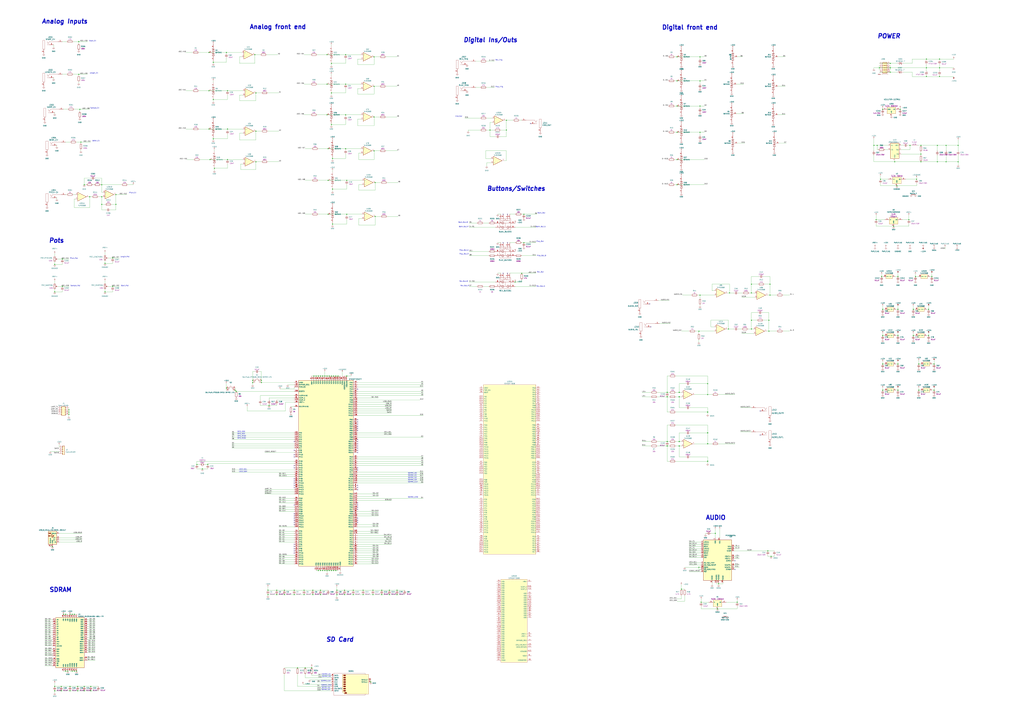
<source format=kicad_sch>
(kicad_sch (version 20230121) (generator eeschema)
  (paper "A0")
  (lib_symbols
    (symbol "4ms_Capacitor:0.1uF_0603_16V" (pin_numbers hide) (pin_names (offset 0.254) hide)
      (property "Reference" "C" (at 2.54 2.54 0))
      (property "Display" "0.1uF" (at 5.08 0 0))
      (symbol "0.1uF_0603_16V_1_1"
        (pin passive line (at 0 2.54 270) (length 2.032) (name "~") (number "1"))
        (pin passive line (at 0 -2.54 90) (length 2.032) (name "~") (number "2"))
      )
    )
    (symbol "4ms_Capacitor:100nF_0402_16V" (pin_numbers hide) (pin_names (offset 0.254) hide)
      (property "Reference" "C" (at 1.905 1.27 0))
      (property "Display" "0.1uF" (at 1.905 -1.27 0))
      (symbol "100nF_0402_16V_1_1"
        (pin passive line (at 0 2.54 270) (length 2.032) (name "~") (number "1"))
        (pin passive line (at 0 -2.54 90) (length 2.032) (name "~") (number "2"))
      )
    )
    (symbol "4ms_Capacitor:100nF_0402_50V" (pin_numbers hide) (pin_names (offset 0.254) hide)
      (property "Reference" "C" (at 1.905 1.27 0))
      (property "Display" "0.1uF" (at 1.905 -1.27 0))
      (symbol "100nF_0402_50V_1_1"
        (pin passive line (at 0 2.54 270) (length 2.032) (name "~") (number "1"))
        (pin passive line (at 0 -2.54 90) (length 2.032) (name "~") (number "2"))
      )
    )
    (symbol "4ms_Capacitor:100pF_0603_50V" (pin_numbers hide) (pin_names (offset 0.254) hide)
      (property "Reference" "C" (at 1.905 1.27 0))
      (property "Display" "100pF" (at 1.905 -1.27 0))
      (symbol "100pF_0603_50V_1_1"
        (pin passive line (at 0 2.54 270) (length 2.032) (name "~") (number "1"))
        (pin passive line (at 0 -2.54 90) (length 2.032) (name "~") (number "2"))
      )
    )
    (symbol "4ms_Capacitor:10nF_0402_16V" (pin_numbers hide) (pin_names (offset 0.254) hide)
      (property "Reference" "C" (at 1.905 1.27 0))
      (property "Display" "10nF" (at 1.905 -1.27 0))
      (symbol "10nF_0402_16V_1_1"
        (pin passive line (at 0 2.54 270) (length 2.032) (name "~") (number "1"))
        (pin passive line (at 0 -2.54 90) (length 2.032) (name "~") (number "2"))
      )
    )
    (symbol "4ms_Capacitor:10uF_0603_10V" (pin_numbers hide) (pin_names (offset 0.254) hide)
      (property "Reference" "C" (at 1.905 1.27 0))
      (property "Display" "10uF/10V" (at 1.905 -1.27 0))
      (symbol "10uF_0603_10V_1_1"
        (pin passive line (at 0 2.54 270) (length 2.032) (name "~") (number "1"))
        (pin passive line (at 0 -2.54 90) (length 2.032) (name "~") (number "2"))
      )
    )
    (symbol "4ms_Capacitor:10uF_0805_25V" (pin_numbers hide) (pin_names (offset 0.254) hide)
      (property "Reference" "C" (at 1.905 1.27 0))
      (property "Display" "10uF/25V" (at 1.905 -1.27 0))
      (symbol "10uF_0805_25V_1_1"
        (pin passive line (at 0 2.54 270) (length 2.032) (name "~") (number "1"))
        (pin passive line (at 0 -2.54 90) (length 2.032) (name "~") (number "2"))
      )
    )
    (symbol "4ms_Capacitor:180pF_0402_25V" (pin_numbers hide) (pin_names (offset 0.254) hide)
      (property "Reference" "C" (at 1.905 1.27 0))
      (property "Display" "180pF" (at 1.905 -1.27 0))
      (symbol "180pF_0402_25V_1_1"
        (pin passive line (at 0 2.54 270) (length 2.032) (name "~") (number "1"))
        (pin passive line (at 0 -2.54 90) (length 2.032) (name "~") (number "2"))
      )
    )
    (symbol "4ms_Capacitor:18pF_0603_50V" (pin_numbers hide) (pin_names (offset 0.254) hide)
      (property "Reference" "C" (at 1.905 1.27 0))
      (property "Display" "18pF" (at 1.905 -1.27 0))
      (symbol "18pF_0603_50V_1_1"
        (pin passive line (at 0 2.54 270) (length 2.032) (name "~") (number "1"))
        (pin passive line (at 0 -2.54 90) (length 2.032) (name "~") (number "2"))
      )
    )
    (symbol "4ms_Capacitor:1nF_0603_50V" (pin_numbers hide) (pin_names (offset 0.254) hide)
      (property "Reference" "C" (at 1.905 1.27 0))
      (property "Display" "1nF" (at 1.905 -1.27 0))
      (symbol "1nF_0603_50V_1_1"
        (pin passive line (at 0 2.54 270) (length 2.032) (name "~") (number "1"))
        (pin passive line (at 0 -2.54 90) (length 2.032) (name "~") (number "2"))
      )
    )
    (symbol "4ms_Capacitor:1uF_0603_25V" (pin_numbers hide) (pin_names (offset 0.254) hide)
      (property "Reference" "C" (at 1.905 1.27 0))
      (property "Display" "1uF/25V" (at 1.905 -1.27 0))
      (symbol "1uF_0603_25V_1_1"
        (pin passive line (at 0 2.54 270) (length 2.032) (name "~") (number "1"))
        (pin passive line (at 0 -2.54 90) (length 2.032) (name "~") (number "2"))
      )
    )
    (symbol "4ms_Capacitor:2.2uF_0402_6.3V" (pin_numbers hide) (pin_names (offset 0.254) hide)
      (property "Reference" "C" (at 1.905 1.27 0))
      (property "Display" "2.2uF" (at 1.905 -1.27 0))
      (symbol "2.2uF_0402_6.3V_1_1"
        (pin passive line (at 0 2.54 270) (length 2.032) (name "~") (number "1"))
        (pin passive line (at 0 -2.54 90) (length 2.032) (name "~") (number "2"))
      )
    )
    (symbol "4ms_Capacitor:2.2uF_0603_25V" (pin_numbers hide) (pin_names (offset 0.254) hide)
      (property "Reference" "C" (at 1.905 1.27 0))
      (property "Display" "2.2uF" (at 1.905 -1.27 0))
      (symbol "2.2uF_0603_25V_1_1"
        (pin passive line (at 0 2.54 270) (length 2.032) (name "~") (number "1"))
        (pin passive line (at 0 -2.54 90) (length 2.032) (name "~") (number "2"))
      )
    )
    (symbol "4ms_Capacitor:220pF_0603_25V" (pin_numbers hide) (pin_names (offset 0.254) hide)
      (property "Reference" "C" (at 1.905 1.27 0))
      (property "Display" "220pF" (at 1.905 -1.27 0))
      (symbol "220pF_0603_25V_1_1"
        (pin passive line (at 0 2.54 270) (length 2.032) (name "~") (number "1"))
        (pin passive line (at 0 -2.54 90) (length 2.032) (name "~") (number "2"))
      )
    )
    (symbol "4ms_Capacitor:22uF_0805_10V" (pin_numbers hide) (pin_names (offset 0.254))
      (property "Reference" "C" (at 1.905 1.27 0))
      (property "Display" "22uF/10V" (at 1.905 -1.27 0))
      (symbol "22uF_0805_10V_1_1"
        (pin passive line (at 0 2.54 270) (length 2.032) (name "~") (number "1"))
        (pin passive line (at 0 -2.54 90) (length 2.032) (name "~") (number "2"))
      )
    )
    (symbol "4ms_Capacitor:22uF_1206_25V" (pin_numbers hide) (pin_names (offset 0.254))
      (property "Reference" "C" (at 1.905 1.27 0))
      (property "Display" "22uF/25V" (at 1.905 -1.27 0))
      (symbol "22uF_1206_25V_1_1"
        (pin passive line (at 0 2.54 270) (length 2.032) (name "~") (number "1"))
        (pin passive line (at 0 -2.54 90) (length 2.032) (name "~") (number "2"))
      )
    )
    (symbol "4ms_Capacitor:47uF_5x5.3_16V" (pin_numbers hide) (pin_names (offset 0.254) hide)
      (property "Reference" "C" (at 1.905 1.27 0))
      (property "Display" "47uF/16V" (at 1.905 -1.27 0))
      (symbol "47uF_5x5.3_16V_1_1"
        (pin passive line (at 0 2.54 270) (length 2.032) (name "~") (number "1"))
        (pin passive line (at 0 -2.54 90) (length 2.032) (name "~") (number "2"))
      )
    )
    (symbol "4ms_Capacitor:820pF_0402_10v" (pin_numbers hide) (pin_names (offset 0.254) hide)
      (property "Reference" "C" (at 1.905 1.27 0))
      (property "Display" "820pF" (at 1.905 -1.27 0))
      (symbol "820pF_0402_10v_1_1"
        (pin passive line (at 0 2.54 270) (length 2.032) (name "~") (number "1"))
        (pin passive line (at 0 -2.54 90) (length 2.032) (name "~") (number "2"))
      )
    )
    (symbol "4ms_Connector:Conn_01x04" (pin_names (offset 1.016) hide)
      (property "Reference" "J" (at 0 5.08 0))
      (property "Value" "Conn_01x04" (at 0 -7.62 0))
      (symbol "Conn_01x04_1_1"
        (pin passive line (at -5.08 2.54 0) (length 3.81) (name "Pin_1") (number "1"))
        (pin passive line (at -5.08 0 0) (length 3.81) (name "Pin_2") (number "2"))
        (pin passive line (at -5.08 -2.54 0) (length 3.81) (name "Pin_3") (number "3"))
        (pin passive line (at -5.08 -5.08 0) (length 3.81) (name "Pin_4") (number "4"))
      )
    )
    (symbol "4ms_Connector:Conn_02x04" (pin_names (offset 1.016) hide)
      (property "Reference" "J" (at 1.27 5.08 0))
      (property "Value" "Conn_02x04" (at 1.27 -7.62 0))
      (symbol "Conn_02x04_1_1"
        (pin passive line (at -5.08 2.54 0) (length 3.81) (name "Pin_1") (number "1"))
        (pin passive line (at 7.62 2.54 180) (length 3.81) (name "Pin_2") (number "2"))
        (pin passive line (at -5.08 0 0) (length 3.81) (name "Pin_3") (number "3"))
        (pin passive line (at 7.62 0 180) (length 3.81) (name "Pin_4") (number "4"))
        (pin passive line (at -5.08 -2.54 0) (length 3.81) (name "Pin_5") (number "5"))
        (pin passive line (at 7.62 -2.54 180) (length 3.81) (name "Pin_6") (number "6"))
        (pin passive line (at -5.08 -5.08 0) (length 3.81) (name "Pin_7") (number "7"))
        (pin passive line (at 7.62 -5.08 180) (length 3.81) (name "Pin_8") (number "8"))
      )
    )
    (symbol "4ms_Connector:Eurorack_Power_10pin_Unshrouded" (pin_names (offset 0.0254) hide)
      (property "Reference" "J" (at 0 7.62 0))
      (property "Value" "Eurorack_Power_10pin_Unshrouded" (at 0 10.16 0))
      (symbol "Eurorack_Power_10pin_Unshrouded_0_0"
        (text "+12" (at 0 5.08 0) (effects (font (size 0.635 0.635))))
        (text "-12" (at 0 -5.08 0) (effects (font (size 0.635 0.635))))
        (text "GND" (at 0 -2.54 0) (effects (font (size 0.635 0.635))))
        (text "GND" (at 0 0 0) (effects (font (size 0.635 0.635))))
        (text "GND" (at 0 2.54 0) (effects (font (size 0.635 0.635))))
        (text "STRIPE" (at -6.35 -7.62 0) (effects (font (size 0.635 0.635))))
      )
      (symbol "Eurorack_Power_10pin_Unshrouded_1_1"
        (pin passive line (at -6.35 5.08 0) (length 3.81) (name "+12V") (number "1"))
        (pin passive line (at 6.35 -5.08 180) (length 3.81) (name "-12V") (number "10"))
        (pin passive line (at 6.35 5.08 180) (length 3.81) (name "+12V") (number "2"))
        (pin passive line (at -6.35 2.54 0) (length 3.81) (name "GND") (number "3"))
        (pin passive line (at 6.35 2.54 180) (length 3.81) (name "GND") (number "4"))
        (pin passive line (at -6.35 0 0) (length 3.81) (name "GND") (number "5"))
        (pin passive line (at 6.35 0 180) (length 3.81) (name "GND") (number "6"))
        (pin passive line (at -6.35 -2.54 0) (length 3.81) (name "GND") (number "7"))
        (pin passive line (at 6.35 -2.54 180) (length 3.81) (name "GND") (number "8"))
        (pin passive line (at -6.35 -5.08 0) (length 3.81) (name "-12V") (number "9"))
      )
    )
    (symbol "4ms_Connector:USB_B_Micro_10118194-0011LF" (pin_names (offset 1.016))
      (property "Reference" "J" (at -5.08 11.43 0))
      (property "Value" "USB_B_Micro_10118194-0011LF" (at -5.08 8.89 0))
      (symbol "USB_B_Micro_10118194-0011LF_1_1"
        (pin power_out line (at 7.62 5.08 180) (length 2.54) (name "VBUS") (number "1"))
        (pin bidirectional line (at 7.62 -2.54 180) (length 2.54) (name "D-") (number "2"))
        (pin bidirectional line (at 7.62 0 180) (length 2.54) (name "D+") (number "3"))
        (pin passive line (at 7.62 -5.08 180) (length 2.54) (name "ID") (number "4"))
        (pin power_out line (at 0 -10.16 90) (length 2.54) (name "GND") (number "5"))
        (pin passive line (at -2.54 -10.16 90) (length 2.54) (name "Shield") (number "6"))
      )
    )
    (symbol "4ms_Connector:microSDCon_Vert_TH_PJS008U-3000" (pin_names (offset 1.016))
      (property "Reference" "CON" (at -16.51 13.97 0))
      (property "Value" "microSDCon_Vert_TH_PJS008U-3000" (at 15.24 -13.97 0))
      (symbol "microSDCon_Vert_TH_PJS008U-3000_1_1"
        (pin input line (at -22.86 7.62 0) (length 2.54) (name "DAT2") (number "1"))
        (pin input line (at 22.86 -5.08 180) (length 2.54) (name "SHELL2") (number "10"))
        (pin input line (at -22.86 5.08 0) (length 2.54) (name "CD/DAT3") (number "2"))
        (pin input line (at -22.86 2.54 0) (length 2.54) (name "CMD") (number "3"))
        (pin input line (at -22.86 0 0) (length 2.54) (name "VDD") (number "4"))
        (pin input line (at -22.86 -2.54 0) (length 2.54) (name "CLK") (number "5"))
        (pin input line (at -22.86 -5.08 0) (length 2.54) (name "VSS") (number "6"))
        (pin input line (at -22.86 -7.62 0) (length 2.54) (name "DAT0") (number "7"))
        (pin input line (at -22.86 -10.16 0) (length 2.54) (name "DAT1") (number "8"))
        (pin input line (at 22.86 -2.54 180) (length 2.54) (name "SHELL1") (number "9"))
      )
    )
    (symbol "4ms_Crystal:16MHz_18pF_FA238" (pin_numbers hide) (pin_names (offset 1.016) hide)
      (property "Reference" "Y" (at 0 2.54 0))
      (property "Display" "16MHz" (at -3.81 -2.54 0))
      (property "Display 2" "18pF" (at -3.1496 -4.445 0))
      (symbol "16MHz_18pF_FA238_1_1"
        (pin passive line (at -2.54 0 0) (length 1.27) (name "1") (number "1"))
        (pin passive line (at 2.54 0 180) (length 1.27) (name "2") (number "2"))
        (pin no_connect line (at 0 -2.54 90) (length 1.27) hide (name "3") (number "3"))
        (pin no_connect line (at 0 2.54 270) (length 1.27) hide (name "4") (number "4"))
      )
    )
    (symbol "4ms_Diode:B140HW-7" (pin_numbers hide) (pin_names (offset 1.016) hide)
      (property "Reference" "D" (at 0 2.54 0))
      (property "Value" "B140HW-7" (at 0 -2.54 0))
      (symbol "B140HW-7_1_1"
        (pin passive line (at -3.81 0 0) (length 2.54) (name "K") (number "1"))
        (pin passive line (at 3.81 0 180) (length 2.54) (name "A") (number "2"))
      )
    )
    (symbol "4ms_Diode:BAT54S" (pin_names (offset 0.762) hide)
      (property "Reference" "D" (at 2.54 -2.54 0))
      (property "Value" "BAT54S" (at 0 2.54 0))
      (symbol "BAT54S_0_1"
        (pin passive line (at -10.16 0 0) (length 6.35) (name "Anode") (number "1"))
        (pin passive line (at 10.16 0 180) (length 6.35) (name "cathode") (number "2"))
        (pin passive line (at 0 -5.08 90) (length 2.54) (name "AK") (number "3"))
      )
    )
    (symbol "4ms_IC:AP62200WU-7"
      (property "Reference" "U" (at 0 12.7 0))
      (property "Value" "AP62200WU-7" (at 0 10.16 0))
      (symbol "AP62200WU-7_1_1"
        (pin power_in line (at 0 -11.43 90) (length 2.54) (name "GND") (number "1"))
        (pin power_out line (at 7.62 1.27 180) (length 2.54) (name "SW") (number "2"))
        (pin power_in line (at -7.62 6.35 0) (length 2.54) (name "IN") (number "3"))
        (pin input line (at 7.62 -3.81 180) (length 2.54) (name "FB") (number "4"))
        (pin input line (at -7.62 1.27 0) (length 2.54) (name "EN") (number "5"))
        (pin output line (at 7.62 6.35 180) (length 2.54) (name "BST") (number "6"))
      )
    )
    (symbol "4ms_IC:NJM2068"
      (property "Reference" "U" (at 2.54 5.08 0))
      (property "Value" "NJM2068" (at 2.54 -3.81 0))
      (symbol "NJM2068_1_1"
        (pin output line (at 7.62 0 180) (length 2.54) (name "~") (number "1"))
        (pin input line (at -7.62 -2.54 0) (length 2.54) (name "-") (number "2"))
        (pin input line (at -7.62 2.54 0) (length 2.54) (name "+") (number "3"))
      )
      (symbol "NJM2068_2_1"
        (pin input line (at -7.62 2.54 0) (length 2.54) (name "+") (number "5"))
        (pin input line (at -7.62 -2.54 0) (length 2.54) (name "-") (number "6"))
        (pin output line (at 7.62 0 180) (length 2.54) (name "~") (number "7"))
      )
      (symbol "NJM2068_3_1"
        (pin power_in line (at 0 -6.35 90) (length 2.54) (name "V-") (number "4"))
        (pin power_in line (at 0 6.35 270) (length 2.54) (name "V+") (number "8"))
      )
    )
    (symbol "4ms_IC:PCM3060PW"
      (property "Reference" "U" (at 13.97 34.29 0))
      (property "Value" "PCM3060PW" (at 16.51 31.75 0))
      (symbol "PCM3060PW_1_1"
        (pin input line (at -17.78 0 0) (length 2.54) (name "MC/SCL/FMT") (number "1"))
        (pin bidirectional line (at -17.78 11.43 0) (length 2.54) (name "BCK2") (number "10"))
        (pin bidirectional line (at -17.78 16.51 0) (length 2.54) (name "LRCK2") (number "11"))
        (pin input line (at -17.78 6.35 0) (length 2.54) (name "DIN") (number "12"))
        (pin output line (at 20.32 -7.62 180) (length 2.54) (name "ZEROR") (number "13"))
        (pin output line (at 20.32 2.54 180) (length 2.54) (name "ZEROL") (number "14"))
        (pin input line (at -17.78 -10.16 0) (length 2.54) (name "~{RST}") (number "15"))
        (pin power_in line (at 7.62 -22.86 90) (length 2.54) (name "SGND") (number "16"))
        (pin output line (at 20.32 -5.08 180) (length 2.54) (name "VOUTR-") (number "17"))
        (pin output line (at 20.32 -2.54 180) (length 2.54) (name "VOUTR+") (number "18"))
        (pin output line (at 20.32 5.08 180) (length 2.54) (name "VOUTL-") (number "19"))
        (pin bidirectional line (at -17.78 -2.54 0) (length 2.54) (name "MD/SDA/DEMP") (number "2"))
        (pin output line (at 20.32 7.62 180) (length 2.54) (name "VOUTL+") (number "20"))
        (pin power_in line (at 20.32 13.97 180) (length 2.54) (name "VCOM") (number "21"))
        (pin power_in line (at 2.54 -22.86 90) (length 2.54) (name "AGND2") (number "22"))
        (pin power_in line (at 0 -22.86 90) (length 2.54) (name "AGND1") (number "23"))
        (pin power_in line (at 3.81 29.21 270) (length 2.54) (name "VCC") (number "24"))
        (pin input line (at 20.32 19.05 180) (length 2.54) (name "VINL") (number "25"))
        (pin input line (at 20.32 16.51 180) (length 2.54) (name "VINR") (number "26"))
        (pin input line (at -17.78 -7.62 0) (length 2.54) (name "~{MS}/ADR/IFMD") (number "27"))
        (pin input line (at -17.78 -5.08 0) (length 2.54) (name "MODE") (number "28"))
        (pin output line (at -17.78 8.89 0) (length 2.54) (name "DOUT") (number "3"))
        (pin bidirectional line (at -17.78 24.13 0) (length 2.54) (name "LRCK1") (number "4"))
        (pin bidirectional line (at -17.78 19.05 0) (length 2.54) (name "BCK1") (number "5"))
        (pin input line (at -17.78 21.59 0) (length 2.54) (name "SCKI1") (number "6"))
        (pin power_in line (at -1.27 29.21 270) (length 2.54) (name "VDD") (number "7"))
        (pin power_in line (at -5.08 -22.86 90) (length 2.54) (name "DGND") (number "8"))
        (pin input line (at -17.78 13.97 0) (length 2.54) (name "SCKI2") (number "9"))
      )
    )
    (symbol "4ms_IC:SDRAM_IS42S16400J-6BLI-TR" (pin_names (offset 1.016))
      (property "Reference" "U?" (at -15.24 30.48 0))
      (property "Value" "SDRAM_IS42S16400J-6BLI-TR" (at 0 38.1 0))
      (symbol "SDRAM_IS42S16400J-6BLI-TR_1_1"
        (pin power_in line (at -7.62 -33.02 90) (length 3.81) (name "GND") (number "A1"))
        (pin bidirectional line (at 20.32 -11.43 180) (length 3.81) (name "DQ15") (number "A2"))
        (pin power_in line (at 0 -33.02 90) (length 3.81) (name "GNDQ") (number "A3"))
        (pin power_in line (at 5.08 33.02 270) (length 3.81) (name "VDDQ") (number "A7"))
        (pin bidirectional line (at 20.32 26.67 180) (length 3.81) (name "DQ0") (number "A8"))
        (pin power_in line (at -7.62 33.02 270) (length 3.81) (name "VDD") (number "A9"))
        (pin bidirectional line (at 20.32 -8.89 180) (length 3.81) (name "DQ14") (number "B1"))
        (pin bidirectional line (at 20.32 -6.35 180) (length 3.81) (name "DQ13") (number "B2"))
        (pin power_in line (at 0 33.02 270) (length 3.81) (name "VDDQ") (number "B3"))
        (pin power_in line (at 5.08 -33.02 90) (length 3.81) (name "GNDQ") (number "B7"))
        (pin bidirectional line (at 20.32 21.59 180) (length 3.81) (name "DQ2") (number "B8"))
        (pin bidirectional line (at 20.32 24.13 180) (length 3.81) (name "DQ1") (number "B9"))
        (pin bidirectional line (at 20.32 -3.81 180) (length 3.81) (name "DQ12") (number "C1"))
        (pin bidirectional line (at 20.32 -1.27 180) (length 3.81) (name "DQ11") (number "C2"))
        (pin power_in line (at 2.54 -33.02 90) (length 3.81) (name "GNDQ") (number "C3"))
        (pin power_in line (at 7.62 33.02 270) (length 3.81) (name "VDDQ") (number "C7"))
        (pin bidirectional line (at 20.32 16.51 180) (length 3.81) (name "DQ4") (number "C8"))
        (pin bidirectional line (at 20.32 19.05 180) (length 3.81) (name "DQ3") (number "C9"))
        (pin bidirectional line (at 20.32 1.27 180) (length 3.81) (name "DQ10") (number "D1"))
        (pin bidirectional line (at 20.32 3.81 180) (length 3.81) (name "DQ9") (number "D2"))
        (pin power_in line (at 2.54 33.02 270) (length 3.81) (name "VDDQ") (number "D3"))
        (pin power_in line (at 7.62 -33.02 90) (length 3.81) (name "GNDQ") (number "D7"))
        (pin bidirectional line (at 20.32 11.43 180) (length 3.81) (name "DQ6") (number "D8"))
        (pin bidirectional line (at 20.32 13.97 180) (length 3.81) (name "DQ5") (number "D9"))
        (pin bidirectional line (at 20.32 6.35 180) (length 3.81) (name "DQ8") (number "E1"))
        (pin no_connect line (at 20.32 -25.4 180) (length 3.81) hide (name "NC") (number "E2"))
        (pin power_in line (at -5.08 -33.02 90) (length 3.81) (name "GND") (number "E3"))
        (pin power_in line (at -2.54 33.02 270) (length 3.81) (name "VDD") (number "E7"))
        (pin input line (at 20.32 -17.78 180) (length 3.81) (name "DQML") (number "E8"))
        (pin bidirectional line (at 20.32 8.89 180) (length 3.81) (name "DQ7") (number "E9"))
        (pin input line (at 20.32 -20.32 180) (length 3.81) (name "DQMH") (number "F1"))
        (pin input line (at -20.32 -12.7 0) (length 3.81) (name "CLK") (number "F2"))
        (pin input line (at -20.32 -15.24 0) (length 3.81) (name "CKE") (number "F3"))
        (pin input line (at -20.32 -21.59 0) (length 3.81) (name "~{CAS}") (number "F7"))
        (pin input line (at -20.32 -19.05 0) (length 3.81) (name "~{RAS}") (number "F8"))
        (pin input line (at -20.32 -24.13 0) (length 3.81) (name "~{WE}") (number "F9"))
        (pin input line (at -20.32 -3.81 0) (length 3.81) (name "A12/NC") (number "G1"))
        (pin input line (at -20.32 -1.27 0) (length 3.81) (name "A11") (number "G2"))
        (pin input line (at -20.32 3.81 0) (length 3.81) (name "A9") (number "G3"))
        (pin input line (at -20.32 -7.62 0) (length 3.81) (name "BA0") (number "G7"))
        (pin input line (at -20.32 -10.16 0) (length 3.81) (name "BA1") (number "G8"))
        (pin input line (at -20.32 -26.67 0) (length 3.81) (name "~{CS}") (number "G9"))
        (pin input line (at -20.32 6.35 0) (length 3.81) (name "A8") (number "H1"))
        (pin input line (at -20.32 8.89 0) (length 3.81) (name "A7") (number "H2"))
        (pin input line (at -20.32 11.43 0) (length 3.81) (name "A6") (number "H3"))
        (pin input line (at -20.32 26.67 0) (length 3.81) (name "A0") (number "H7"))
        (pin input line (at -20.32 24.13 0) (length 3.81) (name "A1") (number "H8"))
        (pin input line (at -20.32 1.27 0) (length 3.81) (name "A10") (number "H9"))
        (pin power_in line (at -2.54 -33.02 90) (length 3.81) (name "GND") (number "J1"))
        (pin input line (at -20.32 13.97 0) (length 3.81) (name "A5") (number "J2"))
        (pin input line (at -20.32 16.51 0) (length 3.81) (name "A4") (number "J3"))
        (pin input line (at -20.32 19.05 0) (length 3.81) (name "A3") (number "J7"))
        (pin input line (at -20.32 21.59 0) (length 3.81) (name "A2") (number "J8"))
        (pin power_in line (at -5.08 33.02 270) (length 3.81) (name "VDD") (number "J9"))
      )
    )
    (symbol "4ms_IC:STM32F723IET7"
      (property "Reference" "U" (at -33.02 107.95 0))
      (property "Value" "STM32F723IET7" (at 25.4 107.95 0))
      (symbol "STM32F723IET7_1_1"
        (pin bidirectional line (at 35.56 -73.66 180) (length 5.08) (name "PE2") (number "1"))
        (pin bidirectional line (at 35.56 -20.32 180) (length 5.08) (name "PC15") (number "10"))
        (pin bidirectional line (at 35.56 -50.8 180) (length 5.08) (name "PD10") (number "100"))
        (pin bidirectional line (at 35.56 -53.34 180) (length 5.08) (name "PD11") (number "101"))
        (pin bidirectional line (at 35.56 -55.88 180) (length 5.08) (name "PD12") (number "102"))
        (pin bidirectional line (at 35.56 -58.42 180) (length 5.08) (name "PD13") (number "103"))
        (pin power_in line (at 0 -114.3 90) (length 5.08) (name "VSS") (number "104"))
        (pin power_in line (at 5.08 111.76 270) (length 5.08) (name "VDD") (number "105"))
        (pin bidirectional line (at 35.56 -60.96 180) (length 5.08) (name "PD14") (number "106"))
        (pin bidirectional line (at 35.56 -63.5 180) (length 5.08) (name "PD15") (number "107"))
        (pin bidirectional line (at -38.1 -35.56 0) (length 5.08) (name "PG2") (number "108"))
        (pin bidirectional line (at -38.1 -38.1 0) (length 5.08) (name "PG3") (number "109"))
        (pin bidirectional line (at -38.1 22.86 0) (length 5.08) (name "PI9") (number "11"))
        (pin bidirectional line (at -38.1 -40.64 0) (length 5.08) (name "PG4") (number "110"))
        (pin bidirectional line (at -38.1 -43.18 0) (length 5.08) (name "PG5") (number "111"))
        (pin bidirectional line (at -38.1 -45.72 0) (length 5.08) (name "PG8") (number "112"))
        (pin power_in line (at 2.54 -114.3 90) (length 5.08) (name "VSS") (number "113"))
        (pin power_in line (at 22.86 111.76 270) (length 5.08) (name "VDDUSB") (number "114"))
        (pin bidirectional line (at 35.56 2.54 180) (length 5.08) (name "PC6") (number "115"))
        (pin bidirectional line (at 35.56 0 180) (length 5.08) (name "PC7") (number "116"))
        (pin bidirectional line (at 35.56 -2.54 180) (length 5.08) (name "PC8") (number "117"))
        (pin bidirectional line (at 35.56 -5.08 180) (length 5.08) (name "PC9") (number "118"))
        (pin bidirectional line (at 35.56 83.82 180) (length 5.08) (name "PA8") (number "119"))
        (pin bidirectional line (at -38.1 20.32 0) (length 5.08) (name "PI10") (number "12"))
        (pin bidirectional line (at 35.56 81.28 180) (length 5.08) (name "PA9") (number "120"))
        (pin bidirectional line (at 35.56 78.74 180) (length 5.08) (name "PA10") (number "121"))
        (pin bidirectional line (at 35.56 76.2 180) (length 5.08) (name "PA11") (number "122"))
        (pin bidirectional line (at 35.56 73.66 180) (length 5.08) (name "PA12") (number "123"))
        (pin bidirectional line (at 35.56 71.12 180) (length 5.08) (name "PA13") (number "124"))
        (pin power_in line (at -38.1 83.82 0) (length 5.08) (name "VCAP_2") (number "125"))
        (pin power_in line (at 5.08 -114.3 90) (length 5.08) (name "VSS") (number "126"))
        (pin power_in line (at 7.62 111.76 270) (length 5.08) (name "VDD") (number "127"))
        (pin bidirectional line (at -38.1 -20.32 0) (length 5.08) (name "PH13") (number "128"))
        (pin bidirectional line (at -38.1 -22.86 0) (length 5.08) (name "PH14") (number "129"))
        (pin bidirectional line (at -38.1 17.78 0) (length 5.08) (name "PI11") (number "13"))
        (pin bidirectional line (at -38.1 -25.4 0) (length 5.08) (name "PH15") (number "130"))
        (pin bidirectional line (at -38.1 45.72 0) (length 5.08) (name "PI0") (number "131"))
        (pin bidirectional line (at -38.1 43.18 0) (length 5.08) (name "PI1") (number "132"))
        (pin bidirectional line (at -38.1 40.64 0) (length 5.08) (name "PI2") (number "133"))
        (pin bidirectional line (at -38.1 38.1 0) (length 5.08) (name "PI3") (number "134"))
        (pin power_in line (at 7.62 -114.3 90) (length 5.08) (name "VSS") (number "135"))
        (pin power_in line (at 10.16 111.76 270) (length 5.08) (name "VDD") (number "136"))
        (pin bidirectional line (at 35.56 68.58 180) (length 5.08) (name "PA14") (number "137"))
        (pin bidirectional line (at 35.56 66.04 180) (length 5.08) (name "PA15") (number "138"))
        (pin bidirectional line (at 35.56 -7.62 180) (length 5.08) (name "PC10") (number "139"))
        (pin power_in line (at -12.7 -114.3 90) (length 5.08) (name "VSS") (number "14"))
        (pin bidirectional line (at 35.56 -10.16 180) (length 5.08) (name "PC11") (number "140"))
        (pin bidirectional line (at 35.56 -12.7 180) (length 5.08) (name "PC12") (number "141"))
        (pin bidirectional line (at 35.56 -25.4 180) (length 5.08) (name "PD0") (number "142"))
        (pin bidirectional line (at 35.56 -27.94 180) (length 5.08) (name "PD1") (number "143"))
        (pin bidirectional line (at 35.56 -30.48 180) (length 5.08) (name "PD2") (number "144"))
        (pin bidirectional line (at 35.56 -33.02 180) (length 5.08) (name "PD3") (number "145"))
        (pin bidirectional line (at 35.56 -35.56 180) (length 5.08) (name "PD4") (number "146"))
        (pin bidirectional line (at 35.56 -38.1 180) (length 5.08) (name "PD5") (number "147"))
        (pin power_in line (at 10.16 -114.3 90) (length 5.08) (name "VSS") (number "148"))
        (pin power_in line (at 20.32 111.76 270) (length 5.08) (name "VDDSDMMC") (number "149"))
        (pin power_in line (at -15.24 111.76 270) (length 5.08) (name "VDD") (number "15"))
        (pin bidirectional line (at 35.56 -40.64 180) (length 5.08) (name "PD6") (number "150"))
        (pin bidirectional line (at 35.56 -43.18 180) (length 5.08) (name "PD7") (number "151"))
        (pin bidirectional line (at -38.1 -48.26 0) (length 5.08) (name "PG9") (number "152"))
        (pin bidirectional line (at -38.1 -50.8 0) (length 5.08) (name "PG10") (number "153"))
        (pin bidirectional line (at -38.1 -53.34 0) (length 5.08) (name "PG11") (number "154"))
        (pin bidirectional line (at -38.1 -55.88 0) (length 5.08) (name "PG12") (number "155"))
        (pin bidirectional line (at -38.1 -58.42 0) (length 5.08) (name "PG13") (number "156"))
        (pin bidirectional line (at -38.1 -60.96 0) (length 5.08) (name "PG14") (number "157"))
        (pin power_in line (at 12.7 -114.3 90) (length 5.08) (name "VSS") (number "158"))
        (pin power_in line (at 12.7 111.76 270) (length 5.08) (name "VDD") (number "159"))
        (pin bidirectional line (at -38.1 -68.58 0) (length 5.08) (name "PF0") (number "16"))
        (pin bidirectional line (at -38.1 -63.5 0) (length 5.08) (name "PG15") (number "160"))
        (pin bidirectional line (at 35.56 53.34 180) (length 5.08) (name "PB3") (number "161"))
        (pin bidirectional line (at 35.56 50.8 180) (length 5.08) (name "PB4") (number "162"))
        (pin bidirectional line (at 35.56 48.26 180) (length 5.08) (name "PB5") (number "163"))
        (pin bidirectional line (at 35.56 45.72 180) (length 5.08) (name "PB6") (number "164"))
        (pin bidirectional line (at 35.56 43.18 180) (length 5.08) (name "PB7") (number "165"))
        (pin input line (at -38.1 93.98 0) (length 5.08) (name "BOOT0") (number "166"))
        (pin bidirectional line (at 35.56 40.64 180) (length 5.08) (name "PB8") (number "167"))
        (pin bidirectional line (at 35.56 38.1 180) (length 5.08) (name "PB9") (number "168"))
        (pin bidirectional line (at 35.56 -68.58 180) (length 5.08) (name "PE0") (number "169"))
        (pin bidirectional line (at -38.1 -71.12 0) (length 5.08) (name "PF1") (number "17"))
        (pin bidirectional line (at 35.56 -71.12 180) (length 5.08) (name "PE1") (number "170"))
        (pin input line (at -38.1 99.06 0) (length 5.08) (name "PDR_ON") (number "171"))
        (pin power_in line (at 15.24 111.76 270) (length 5.08) (name "VDD") (number "172"))
        (pin bidirectional line (at -38.1 35.56 0) (length 5.08) (name "PI4") (number "173"))
        (pin bidirectional line (at -38.1 33.02 0) (length 5.08) (name "PI5") (number "174"))
        (pin bidirectional line (at -38.1 30.48 0) (length 5.08) (name "PI6") (number "175"))
        (pin bidirectional line (at -38.1 27.94 0) (length 5.08) (name "PI7") (number "176"))
        (pin bidirectional line (at -38.1 -73.66 0) (length 5.08) (name "PF2") (number "18"))
        (pin bidirectional line (at -38.1 -76.2 0) (length 5.08) (name "PF3") (number "19"))
        (pin bidirectional line (at 35.56 -76.2 180) (length 5.08) (name "PE3") (number "2"))
        (pin bidirectional line (at -38.1 -78.74 0) (length 5.08) (name "PF4") (number "20"))
        (pin bidirectional line (at -38.1 -81.28 0) (length 5.08) (name "PF5") (number "21"))
        (pin power_in line (at -10.16 -114.3 90) (length 5.08) (name "VSS") (number "22"))
        (pin power_in line (at -12.7 111.76 270) (length 5.08) (name "VDD") (number "23"))
        (pin bidirectional line (at -38.1 -83.82 0) (length 5.08) (name "PF6") (number "24"))
        (pin bidirectional line (at -38.1 -86.36 0) (length 5.08) (name "PF7") (number "25"))
        (pin bidirectional line (at -38.1 -88.9 0) (length 5.08) (name "PF8") (number "26"))
        (pin bidirectional line (at -38.1 -91.44 0) (length 5.08) (name "PF9") (number "27"))
        (pin bidirectional line (at -38.1 -93.98 0) (length 5.08) (name "PF10") (number "28"))
        (pin input line (at -38.1 12.7 0) (length 5.08) (name "PH0") (number "29"))
        (pin bidirectional line (at 35.56 -78.74 180) (length 5.08) (name "PE4") (number "3"))
        (pin input line (at -38.1 10.16 0) (length 5.08) (name "PH1") (number "30"))
        (pin input line (at -38.1 104.14 0) (length 5.08) (name "NRST") (number "31"))
        (pin bidirectional line (at 35.56 17.78 180) (length 5.08) (name "PC0") (number "32"))
        (pin bidirectional line (at 35.56 15.24 180) (length 5.08) (name "PC1") (number "33"))
        (pin bidirectional line (at 35.56 12.7 180) (length 5.08) (name "PC2") (number "34"))
        (pin bidirectional line (at 35.56 10.16 180) (length 5.08) (name "PC3") (number "35"))
        (pin power_in line (at -10.16 111.76 270) (length 5.08) (name "VDD") (number "36"))
        (pin power_in line (at 15.24 -114.3 90) (length 5.08) (name "VSSA") (number "37"))
        (pin power_in line (at -38.1 81.28 0) (length 5.08) (name "VREF+") (number "38"))
        (pin power_in line (at 17.78 111.76 270) (length 5.08) (name "VDDA") (number "39"))
        (pin bidirectional line (at 35.56 -81.28 180) (length 5.08) (name "PE5") (number "4"))
        (pin bidirectional line (at 35.56 104.14 180) (length 5.08) (name "PA0") (number "40"))
        (pin bidirectional line (at 35.56 101.6 180) (length 5.08) (name "PA1") (number "41"))
        (pin bidirectional line (at 35.56 99.06 180) (length 5.08) (name "PA2") (number "42"))
        (pin bidirectional line (at -38.1 7.62 0) (length 5.08) (name "PH2") (number "43"))
        (pin bidirectional line (at -38.1 5.08 0) (length 5.08) (name "PH3") (number "44"))
        (pin bidirectional line (at -38.1 2.54 0) (length 5.08) (name "PH4") (number "45"))
        (pin bidirectional line (at -38.1 0 0) (length 5.08) (name "PH5") (number "46"))
        (pin bidirectional line (at 35.56 96.52 180) (length 5.08) (name "PA3") (number "47"))
        (pin input line (at -38.1 101.6 0) (length 5.08) (name "BYPASS_REG") (number "48"))
        (pin power_in line (at -7.62 111.76 270) (length 5.08) (name "VDD") (number "49"))
        (pin bidirectional line (at 35.56 -83.82 180) (length 5.08) (name "PE6") (number "5"))
        (pin bidirectional line (at 35.56 93.98 180) (length 5.08) (name "PA4") (number "50"))
        (pin bidirectional line (at 35.56 91.44 180) (length 5.08) (name "PA5") (number "51"))
        (pin bidirectional line (at 35.56 88.9 180) (length 5.08) (name "PA6") (number "52"))
        (pin bidirectional line (at 35.56 86.36 180) (length 5.08) (name "PA7") (number "53"))
        (pin bidirectional line (at 35.56 7.62 180) (length 5.08) (name "PC4") (number "54"))
        (pin bidirectional line (at 35.56 5.08 180) (length 5.08) (name "PC5") (number "55"))
        (pin bidirectional line (at 35.56 60.96 180) (length 5.08) (name "PB0") (number "56"))
        (pin bidirectional line (at 35.56 58.42 180) (length 5.08) (name "PB1") (number "57"))
        (pin bidirectional line (at 35.56 55.88 180) (length 5.08) (name "PB2") (number "58"))
        (pin bidirectional line (at -38.1 -96.52 0) (length 5.08) (name "PF11") (number "59"))
        (pin power_in line (at -17.78 111.76 270) (length 5.08) (name "VBAT") (number "6"))
        (pin bidirectional line (at -38.1 -99.06 0) (length 5.08) (name "PF12") (number "60"))
        (pin power_in line (at -7.62 -114.3 90) (length 5.08) (name "VSS") (number "61"))
        (pin power_in line (at -5.08 111.76 270) (length 5.08) (name "VDD") (number "62"))
        (pin bidirectional line (at -38.1 -101.6 0) (length 5.08) (name "PF13") (number "63"))
        (pin bidirectional line (at -38.1 -104.14 0) (length 5.08) (name "PF14") (number "64"))
        (pin bidirectional line (at -38.1 -106.68 0) (length 5.08) (name "PF15") (number "65"))
        (pin bidirectional line (at -38.1 -30.48 0) (length 5.08) (name "PG0") (number "66"))
        (pin bidirectional line (at -38.1 -33.02 0) (length 5.08) (name "PG1") (number "67"))
        (pin bidirectional line (at 35.56 -86.36 180) (length 5.08) (name "PE7") (number "68"))
        (pin bidirectional line (at 35.56 -88.9 180) (length 5.08) (name "PE8") (number "69"))
        (pin bidirectional line (at -38.1 25.4 0) (length 5.08) (name "PI8") (number "7"))
        (pin bidirectional line (at 35.56 -91.44 180) (length 5.08) (name "PE9") (number "70"))
        (pin power_in line (at -5.08 -114.3 90) (length 5.08) (name "VSS") (number "71"))
        (pin power_in line (at -2.54 111.76 270) (length 5.08) (name "VDD") (number "72"))
        (pin bidirectional line (at 35.56 -93.98 180) (length 5.08) (name "PE10") (number "73"))
        (pin bidirectional line (at 35.56 -96.52 180) (length 5.08) (name "PE11") (number "74"))
        (pin bidirectional line (at 35.56 -99.06 180) (length 5.08) (name "PE12") (number "75"))
        (pin bidirectional line (at 35.56 -101.6 180) (length 5.08) (name "PE13") (number "76"))
        (pin bidirectional line (at 35.56 -104.14 180) (length 5.08) (name "PE14") (number "77"))
        (pin bidirectional line (at 35.56 -106.68 180) (length 5.08) (name "PE15") (number "78"))
        (pin bidirectional line (at 35.56 35.56 180) (length 5.08) (name "PB10") (number "79"))
        (pin bidirectional line (at 35.56 -15.24 180) (length 5.08) (name "PC13") (number "8"))
        (pin bidirectional line (at 35.56 33.02 180) (length 5.08) (name "PB11") (number "80"))
        (pin power_in line (at -38.1 86.36 0) (length 5.08) (name "VCAP_1") (number "81"))
        (pin power_in line (at 0 111.76 270) (length 5.08) (name "VDD") (number "82"))
        (pin bidirectional line (at -38.1 -2.54 0) (length 5.08) (name "PH6") (number "83"))
        (pin bidirectional line (at -38.1 -5.08 0) (length 5.08) (name "PH7") (number "84"))
        (pin bidirectional line (at -38.1 -7.62 0) (length 5.08) (name "PH8") (number "85"))
        (pin bidirectional line (at -38.1 -10.16 0) (length 5.08) (name "PH9") (number "86"))
        (pin bidirectional line (at -38.1 -12.7 0) (length 5.08) (name "PH10") (number "87"))
        (pin bidirectional line (at -38.1 -15.24 0) (length 5.08) (name "PH11") (number "88"))
        (pin bidirectional line (at -38.1 -17.78 0) (length 5.08) (name "PH12") (number "89"))
        (pin bidirectional line (at 35.56 -17.78 180) (length 5.08) (name "PC14") (number "9"))
        (pin power_in line (at -2.54 -114.3 90) (length 5.08) (name "VSS") (number "90"))
        (pin power_in line (at 2.54 111.76 270) (length 5.08) (name "VDD") (number "91"))
        (pin bidirectional line (at 35.56 30.48 180) (length 5.08) (name "PB12") (number "92"))
        (pin bidirectional line (at 35.56 27.94 180) (length 5.08) (name "PB13") (number "93"))
        (pin bidirectional line (at -38.1 76.2 0) (length 5.08) (name "REXTPHYHS") (number "94"))
        (pin power_in line (at -38.1 88.9 0) (length 5.08) (name "V12PHYHS") (number "95"))
        (pin bidirectional line (at 35.56 25.4 180) (length 5.08) (name "PB14") (number "96"))
        (pin bidirectional line (at 35.56 22.86 180) (length 5.08) (name "PB15") (number "97"))
        (pin bidirectional line (at 35.56 -45.72 180) (length 5.08) (name "PD8") (number "98"))
        (pin bidirectional line (at 35.56 -48.26 180) (length 5.08) (name "PD9") (number "99"))
      )
    )
    (symbol "4ms_IC:STM32F730I8"
      (property "Reference" "U" (at 0 0 0))
      (property "Value" "STM32F730I8" (at -6.35 -5.08 0))
      (symbol "STM32F730I8_1_1"
        (pin bidirectional line (at 35.56 -80.01 180) (length 5.08) (name "PE3") (number "A1"))
        (pin bidirectional line (at 35.56 49.53 180) (length 5.08) (name "PB3") (number "A10"))
        (pin bidirectional line (at 35.56 -46.99 180) (length 5.08) (name "PD7") (number "A11"))
        (pin bidirectional line (at 35.56 -16.51 180) (length 5.08) (name "PC12") (number "A12"))
        (pin bidirectional line (at 35.56 62.23 180) (length 5.08) (name "PA15") (number "A13"))
        (pin bidirectional line (at 35.56 64.77 180) (length 5.08) (name "PA14") (number "A14"))
        (pin bidirectional line (at 35.56 67.31 180) (length 5.08) (name "PA13") (number "A15"))
        (pin bidirectional line (at 35.56 -77.47 180) (length 5.08) (name "PE2") (number "A2"))
        (pin bidirectional line (at 35.56 -74.93 180) (length 5.08) (name "PE1") (number "A3"))
        (pin bidirectional line (at 35.56 -72.39 180) (length 5.08) (name "PE0") (number "A4"))
        (pin bidirectional line (at 35.56 36.83 180) (length 5.08) (name "PB8") (number "A5"))
        (pin bidirectional line (at 35.56 44.45 180) (length 5.08) (name "PB5") (number "A6"))
        (pin bidirectional line (at -35.56 -21.59 0) (length 5.08) (name "PG14") (number "A7"))
        (pin bidirectional line (at -35.56 -19.05 0) (length 5.08) (name "PG13") (number "A8"))
        (pin bidirectional line (at 35.56 46.99 180) (length 5.08) (name "PB4") (number "A9"))
        (pin bidirectional line (at 35.56 -82.55 180) (length 5.08) (name "PE4") (number "B1"))
        (pin bidirectional line (at -35.56 -11.43 0) (length 5.08) (name "PG10") (number "B10"))
        (pin bidirectional line (at 35.56 -44.45 180) (length 5.08) (name "PD6") (number "B11"))
        (pin bidirectional line (at 35.56 -29.21 180) (length 5.08) (name "PD0") (number "B12"))
        (pin bidirectional line (at 35.56 -13.97 180) (length 5.08) (name "PC11") (number "B13"))
        (pin bidirectional line (at 35.56 -11.43 180) (length 5.08) (name "PC10") (number "B14"))
        (pin bidirectional line (at 35.56 69.85 180) (length 5.08) (name "PA12") (number "B15"))
        (pin bidirectional line (at 35.56 -85.09 180) (length 5.08) (name "PE5") (number "B2"))
        (pin bidirectional line (at 35.56 -87.63 180) (length 5.08) (name "PE6") (number "B3"))
        (pin bidirectional line (at 35.56 34.29 180) (length 5.08) (name "PB9") (number "B4"))
        (pin bidirectional line (at 35.56 39.37 180) (length 5.08) (name "PB7") (number "B5"))
        (pin bidirectional line (at 35.56 41.91 180) (length 5.08) (name "PB6") (number "B6"))
        (pin bidirectional line (at -35.56 -24.13 0) (length 5.08) (name "PG15") (number "B7"))
        (pin bidirectional line (at -35.56 -16.51 0) (length 5.08) (name "PG12") (number "B8"))
        (pin bidirectional line (at -35.56 -13.97 0) (length 5.08) (name "PG11") (number "B9"))
        (pin bidirectional line (at -35.56 -8.89 0) (length 5.08) (name "PG9") (number "C10"))
        (pin bidirectional line (at 35.56 -41.91 180) (length 5.08) (name "PD5") (number "C11"))
        (pin bidirectional line (at 35.56 -31.75 180) (length 5.08) (name "PD1") (number "C12"))
        (pin bidirectional line (at -35.56 82.55 0) (length 5.08) (name "PI3") (number "C13"))
        (pin bidirectional line (at -35.56 85.09 0) (length 5.08) (name "PI2") (number "C14"))
        (pin bidirectional line (at 35.56 72.39 180) (length 5.08) (name "PA11") (number "C15"))
        (pin bidirectional line (at -35.56 72.39 0) (length 5.08) (name "PI7") (number "C2"))
        (pin bidirectional line (at -35.56 74.93 0) (length 5.08) (name "PI6") (number "C3"))
        (pin bidirectional line (at -35.56 77.47 0) (length 5.08) (name "PI5") (number "C4"))
        (pin input line (at -35.56 97.79 0) (length 5.08) (name "PDR_ON") (number "C6"))
        (pin bidirectional line (at 35.56 -19.05 180) (length 5.08) (name "PC13") (number "D1"))
        (pin bidirectional line (at 35.56 -39.37 180) (length 5.08) (name "PD4") (number "D10"))
        (pin bidirectional line (at 35.56 -36.83 180) (length 5.08) (name "PD3") (number "D11"))
        (pin bidirectional line (at 35.56 -34.29 180) (length 5.08) (name "PD2") (number "D12"))
        (pin bidirectional line (at -35.56 19.05 0) (length 5.08) (name "PH15") (number "D13"))
        (pin bidirectional line (at -35.56 87.63 0) (length 5.08) (name "PI1") (number "D14"))
        (pin bidirectional line (at 35.56 74.93 180) (length 5.08) (name "PA10") (number "D15"))
        (pin bidirectional line (at -35.56 69.85 0) (length 5.08) (name "PI8") (number "D2"))
        (pin bidirectional line (at -35.56 67.31 0) (length 5.08) (name "PI9") (number "D3"))
        (pin bidirectional line (at -35.56 80.01 0) (length 5.08) (name "PI4") (number "D4"))
        (pin input line (at -35.56 95.25 0) (length 5.08) (name "BOOT") (number "D6"))
        (pin bidirectional line (at 35.56 -21.59 180) (length 5.08) (name "PC14") (number "E1"))
        (pin bidirectional line (at -35.56 24.13 0) (length 5.08) (name "PH13") (number "E12"))
        (pin bidirectional line (at -35.56 21.59 0) (length 5.08) (name "PH14") (number "E13"))
        (pin bidirectional line (at -35.56 90.17 0) (length 5.08) (name "PI0") (number "E14"))
        (pin bidirectional line (at 35.56 77.47 180) (length 5.08) (name "PA9") (number "E15"))
        (pin bidirectional line (at -35.56 -29.21 0) (length 5.08) (name "PF0") (number "E2"))
        (pin bidirectional line (at -35.56 64.77 0) (length 5.08) (name "PI10") (number "E3"))
        (pin bidirectional line (at -35.56 62.23 0) (length 5.08) (name "PI11") (number "E4"))
        (pin bidirectional line (at 35.56 -24.13 180) (length 5.08) (name "PC15") (number "F1"))
        (pin bidirectional line (at 35.56 -8.89 180) (length 5.08) (name "PC9") (number "F14"))
        (pin bidirectional line (at 35.56 80.01 180) (length 5.08) (name "PA8") (number "F15"))
        (pin bidirectional line (at -35.56 52.07 0) (length 5.08) (name "PH2") (number "F4"))
        (pin input line (at -35.56 57.15 0) (length 5.08) (name "PH0") (number "G1"))
        (pin bidirectional line (at 35.56 -6.35 180) (length 5.08) (name "PC8") (number "G14"))
        (pin bidirectional line (at 35.56 -3.81 180) (length 5.08) (name "PC7") (number "G15"))
        (pin bidirectional line (at -35.56 49.53 0) (length 5.08) (name "PH3") (number "G4"))
        (pin input line (at -35.56 54.61 0) (length 5.08) (name "PH1") (number "H1"))
        (pin bidirectional line (at -35.56 -6.35 0) (length 5.08) (name "PG8") (number "H14"))
        (pin bidirectional line (at 35.56 -1.27 180) (length 5.08) (name "PC6") (number "H15"))
        (pin bidirectional line (at -35.56 -34.29 0) (length 5.08) (name "PF2") (number "H2"))
        (pin bidirectional line (at -35.56 -31.75 0) (length 5.08) (name "PF1") (number "H3"))
        (pin bidirectional line (at -35.56 46.99 0) (length 5.08) (name "PH4") (number "H4"))
        (pin bidirectional line (at -35.56 100.33 0) (length 5.08) (name "NRST") (number "J1"))
        (pin bidirectional line (at -35.56 -36.83 0) (length 5.08) (name "PF3") (number "J2"))
        (pin bidirectional line (at -35.56 -39.37 0) (length 5.08) (name "PF4") (number "J3"))
        (pin bidirectional line (at -35.56 44.45 0) (length 5.08) (name "PH5") (number "J4"))
        (pin bidirectional line (at -35.56 -46.99 0) (length 5.08) (name "PF7") (number "K1"))
        (pin bidirectional line (at -35.56 26.67 0) (length 5.08) (name "PH12") (number "K12"))
        (pin bidirectional line (at -35.56 1.27 0) (length 5.08) (name "PG5") (number "K13"))
        (pin bidirectional line (at -35.56 3.81 0) (length 5.08) (name "PG4") (number "K14"))
        (pin bidirectional line (at -35.56 6.35 0) (length 5.08) (name "PG3") (number "K15"))
        (pin bidirectional line (at -35.56 -44.45 0) (length 5.08) (name "PF6") (number "K2"))
        (pin bidirectional line (at -35.56 -41.91 0) (length 5.08) (name "PF5") (number "K3"))
        (pin bidirectional line (at -35.56 -54.61 0) (length 5.08) (name "PF10") (number "L1"))
        (pin bidirectional line (at -35.56 29.21 0) (length 5.08) (name "PH11") (number "L12"))
        (pin bidirectional line (at -35.56 31.75 0) (length 5.08) (name "PH10") (number "L13"))
        (pin bidirectional line (at 35.56 -67.31 180) (length 5.08) (name "PD15") (number "L14"))
        (pin bidirectional line (at -35.56 8.89 0) (length 5.08) (name "PG2") (number "L15"))
        (pin bidirectional line (at -35.56 -52.07 0) (length 5.08) (name "PF9") (number "L2"))
        (pin bidirectional line (at -35.56 -49.53 0) (length 5.08) (name "PF8") (number "L3"))
        (pin bidirectional line (at -35.56 41.91 0) (length 5.08) (name "PH6") (number "M11"))
        (pin bidirectional line (at -35.56 36.83 0) (length 5.08) (name "PH8") (number "M12"))
        (pin bidirectional line (at -35.56 34.29 0) (length 5.08) (name "PH9") (number "M13"))
        (pin bidirectional line (at 35.56 -64.77 180) (length 5.08) (name "PD14") (number "M14"))
        (pin bidirectional line (at 35.56 -62.23 180) (length 5.08) (name "PD13") (number "M15"))
        (pin bidirectional line (at 35.56 13.97 180) (length 5.08) (name "PC0") (number "M2"))
        (pin bidirectional line (at 35.56 11.43 180) (length 5.08) (name "PC1") (number "M3"))
        (pin bidirectional line (at 35.56 8.89 180) (length 5.08) (name "PC2") (number "M4"))
        (pin bidirectional line (at 35.56 6.35 180) (length 5.08) (name "PC3") (number "M5"))
        (pin bidirectional line (at 35.56 52.07 180) (length 5.08) (name "PB2") (number "M6"))
        (pin bidirectional line (at -35.56 11.43 0) (length 5.08) (name "PG1") (number "M7"))
        (pin bidirectional line (at -35.56 -85.09 0) (length 5.08) (name "PE13") (number "N11"))
        (pin bidirectional line (at -35.56 39.37 0) (length 5.08) (name "PH7") (number "N12"))
        (pin bidirectional line (at 35.56 -59.69 180) (length 5.08) (name "PD12") (number "N13"))
        (pin bidirectional line (at 35.56 -57.15 180) (length 5.08) (name "PD11") (number "N14"))
        (pin bidirectional line (at 35.56 -54.61 180) (length 5.08) (name "PD10") (number "N15"))
        (pin bidirectional line (at 35.56 97.79 180) (length 5.08) (name "PA1") (number "N2"))
        (pin bidirectional line (at 35.56 100.33 180) (length 5.08) (name "PA0") (number "N3"))
        (pin bidirectional line (at 35.56 90.17 180) (length 5.08) (name "PA4") (number "N4"))
        (pin bidirectional line (at 35.56 3.81 180) (length 5.08) (name "PC4") (number "N5"))
        (pin bidirectional line (at -35.56 -62.23 0) (length 5.08) (name "PF13") (number "N6"))
        (pin bidirectional line (at -35.56 13.97 0) (length 5.08) (name "PG0") (number "N7"))
        (pin bidirectional line (at -35.56 -80.01 0) (length 5.08) (name "PE11") (number "P10"))
        (pin bidirectional line (at -35.56 -87.63 0) (length 5.08) (name "PE14") (number "P11"))
        (pin bidirectional line (at 35.56 26.67 180) (length 5.08) (name "PB12") (number "P12"))
        (pin bidirectional line (at 35.56 24.13 180) (length 5.08) (name "PB13") (number "P13"))
        (pin bidirectional line (at 35.56 -52.07 180) (length 5.08) (name "PD9") (number "P14"))
        (pin bidirectional line (at 35.56 -49.53 180) (length 5.08) (name "PD8") (number "P15"))
        (pin bidirectional line (at 35.56 95.25 180) (length 5.08) (name "PA2") (number "P2"))
        (pin bidirectional line (at 35.56 85.09 180) (length 5.08) (name "PA6") (number "P3"))
        (pin bidirectional line (at 35.56 87.63 180) (length 5.08) (name "PA5") (number "P4"))
        (pin bidirectional line (at 35.56 1.27 180) (length 5.08) (name "PC5") (number "P5"))
        (pin bidirectional line (at -35.56 -59.69 0) (length 5.08) (name "PF12") (number "P6"))
        (pin bidirectional line (at -35.56 -67.31 0) (length 5.08) (name "PF15") (number "P7"))
        (pin bidirectional line (at -35.56 -72.39 0) (length 5.08) (name "PE8") (number "P8"))
        (pin bidirectional line (at -35.56 -74.93 0) (length 5.08) (name "PE9") (number "P9"))
        (pin bidirectional line (at -35.56 -82.55 0) (length 5.08) (name "PE12") (number "R10"))
        (pin bidirectional line (at -35.56 -90.17 0) (length 5.08) (name "PE15") (number "R11"))
        (pin bidirectional line (at 35.56 31.75 180) (length 5.08) (name "PB10") (number "R12"))
        (pin bidirectional line (at 35.56 29.21 180) (length 5.08) (name "PB11") (number "R13"))
        (pin bidirectional line (at 35.56 21.59 180) (length 5.08) (name "PB14") (number "R14"))
        (pin bidirectional line (at 35.56 19.05 180) (length 5.08) (name "PB15") (number "R15"))
        (pin bidirectional line (at 35.56 92.71 180) (length 5.08) (name "PA3") (number "R2"))
        (pin bidirectional line (at 35.56 82.55 180) (length 5.08) (name "PA7") (number "R3"))
        (pin bidirectional line (at 35.56 54.61 180) (length 5.08) (name "PB1") (number "R4"))
        (pin bidirectional line (at 35.56 57.15 180) (length 5.08) (name "PB0") (number "R5"))
        (pin bidirectional line (at -35.56 -57.15 0) (length 5.08) (name "PF11") (number "R6"))
        (pin bidirectional line (at -35.56 -64.77 0) (length 5.08) (name "PF14") (number "R7"))
        (pin bidirectional line (at 35.56 -90.17 180) (length 5.08) (name "PE7") (number "R8"))
        (pin bidirectional line (at -35.56 -77.47 0) (length 5.08) (name "PE10") (number "R9"))
      )
      (symbol "STM32F730I8_2_1"
        (pin power_in line (at 20.32 45.72 180) (length 5.08) (name "VBAT") (number "C1"))
        (pin power_in line (at 20.32 31.75 180) (length 5.08) (name "VDD") (number "C5"))
        (pin power_in line (at 20.32 29.21 180) (length 5.08) (name "VDD") (number "C7"))
        (pin power_in line (at 20.32 -45.72 180) (length 5.08) (name "VDDSDMMC") (number "C8"))
        (pin power_in line (at 20.32 26.67 180) (length 5.08) (name "VDD") (number "C9"))
        (pin power_in line (at -20.32 -20.32 0) (length 5.08) (name "VSS") (number "D5"))
        (pin power_in line (at -20.32 -22.86 0) (length 5.08) (name "VSS") (number "D7"))
        (pin power_in line (at -20.32 -25.4 0) (length 5.08) (name "VSS") (number "D8"))
        (pin power_in line (at -20.32 -27.94 0) (length 5.08) (name "VSS") (number "D9"))
        (pin power_in line (at -20.32 35.56 0) (length 5.08) (name "VSS") (number "F10"))
        (pin power_in line (at -20.32 -30.48 0) (length 5.08) (name "VSS") (number "F12"))
        (pin bidirectional line (at 20.32 36.83 180) (length 5.08) (name "VCAP_2") (number "F13"))
        (pin power_in line (at -20.32 -5.08 0) (length 5.08) (name "VSS") (number "F2"))
        (pin power_in line (at 20.32 3.81 180) (length 5.08) (name "VDD") (number "F3"))
        (pin power_in line (at -20.32 45.72 0) (length 5.08) (name "VSS") (number "F6"))
        (pin power_in line (at -20.32 43.18 0) (length 5.08) (name "VSS") (number "F7"))
        (pin power_in line (at -20.32 40.64 0) (length 5.08) (name "VSS") (number "F8"))
        (pin power_in line (at -20.32 38.1 0) (length 5.08) (name "VSS") (number "F9"))
        (pin power_in line (at -20.32 22.86 0) (length 5.08) (name "VSS") (number "G10"))
        (pin power_in line (at -20.32 -33.02 0) (length 5.08) (name "VSS") (number "G12"))
        (pin power_in line (at 20.32 24.13 180) (length 5.08) (name "VDD") (number "G13"))
        (pin power_in line (at -20.32 -43.18 0) (length 5.08) (name "VSS") (number "G2"))
        (pin power_in line (at 20.32 6.35 180) (length 5.08) (name "VDD") (number "G3"))
        (pin power_in line (at -20.32 33.02 0) (length 5.08) (name "VSS") (number "G6"))
        (pin power_in line (at -20.32 30.48 0) (length 5.08) (name "VSS") (number "G7"))
        (pin power_in line (at -20.32 27.94 0) (length 5.08) (name "VSS") (number "G8"))
        (pin power_in line (at -20.32 25.4 0) (length 5.08) (name "VSS") (number "G9"))
        (pin power_in line (at -20.32 10.16 0) (length 5.08) (name "VSS") (number "H10"))
        (pin power_in line (at -20.32 -35.56 0) (length 5.08) (name "VSS") (number "H12"))
        (pin power_in line (at 20.32 -35.56 180) (length 5.08) (name "VDDUSB") (number "H13"))
        (pin power_in line (at -20.32 20.32 0) (length 5.08) (name "VSS") (number "H6"))
        (pin power_in line (at -20.32 17.78 0) (length 5.08) (name "VSS") (number "H7"))
        (pin power_in line (at -20.32 15.24 0) (length 5.08) (name "VSS") (number "H8"))
        (pin power_in line (at -20.32 12.7 0) (length 5.08) (name "VSS") (number "H9"))
        (pin power_in line (at -20.32 -2.54 0) (length 5.08) (name "VSS") (number "J10"))
        (pin power_in line (at 20.32 19.05 180) (length 5.08) (name "VDD") (number "J12"))
        (pin power_in line (at 20.32 21.59 180) (length 5.08) (name "VDD") (number "J13"))
        (pin bidirectional line (at 20.32 -30.48 180) (length 5.08) (name "VDD12OTGHS") (number "J14"))
        (pin bidirectional line (at 20.32 -27.94 180) (length 5.08) (name "OTG_HR_REXT") (number "J15"))
        (pin power_in line (at -20.32 7.62 0) (length 5.08) (name "VSS") (number "J6"))
        (pin power_in line (at -20.32 5.08 0) (length 5.08) (name "VSS") (number "J7"))
        (pin power_in line (at -20.32 2.54 0) (length 5.08) (name "VSS") (number "J8"))
        (pin power_in line (at -20.32 0 0) (length 5.08) (name "VSS") (number "J9"))
        (pin power_in line (at -20.32 -7.62 0) (length 5.08) (name "VSS") (number "K10"))
        (pin power_in line (at 20.32 8.89 180) (length 5.08) (name "VDD") (number "K4"))
        (pin power_in line (at -20.32 -17.78 0) (length 5.08) (name "VSS") (number "K6"))
        (pin power_in line (at -20.32 -15.24 0) (length 5.08) (name "VSS") (number "K7"))
        (pin power_in line (at -20.32 -12.7 0) (length 5.08) (name "VSS") (number "K8"))
        (pin power_in line (at -20.32 -10.16 0) (length 5.08) (name "VSS") (number "K9"))
        (pin input line (at 20.32 -22.86 180) (length 5.08) (name "BYPASS_REG") (number "L4"))
        (pin power_in line (at -20.32 -45.72 0) (length 5.08) (name "VSSA") (number "M1"))
        (pin bidirectional line (at 20.32 39.37 180) (length 5.08) (name "VCAP_1") (number "M10"))
        (pin power_in line (at -20.32 -40.64 0) (length 5.08) (name "VSS") (number "M8"))
        (pin power_in line (at -20.32 -38.1 0) (length 5.08) (name "VSS") (number "M9"))
        (pin power_in line (at 20.32 -17.78 180) (length 5.08) (name "VREF-") (number "N1"))
        (pin power_in line (at 20.32 16.51 180) (length 5.08) (name "VDD") (number "N10"))
        (pin power_in line (at 20.32 11.43 180) (length 5.08) (name "VDD") (number "N8"))
        (pin power_in line (at 20.32 13.97 180) (length 5.08) (name "VDD") (number "N9"))
        (pin power_in line (at 20.32 -15.24 180) (length 5.08) (name "VREF+") (number "P1"))
        (pin power_in line (at 20.32 -40.64 180) (length 5.08) (name "VDDA") (number "R1"))
      )
    )
    (symbol "4ms_Inductor:4.7uH_1.2A_40xx" (pin_numbers hide) (pin_names (offset 1.016) hide)
      (property "Reference" "L" (at -1.27 0 90))
      (property "Display" "4.7uH" (at 2.54 0 90))
      (property "Display 2" "1.7A" (at 4.318 -0.0508 90))
      (symbol "4.7uH_1.2A_40xx_1_1"
        (pin passive line (at 0 3.81 270) (length 1.27) (name "1") (number "1"))
        (pin passive line (at 0 -3.81 90) (length 1.27) (name "2") (number "2"))
      )
    )
    (symbol "4ms_Jack:3.5mm_Mono_Switched" (pin_names (offset 0) hide)
      (property "Reference" "J" (at -6.35 -7.62 0))
      (property "Value" "3.5mm_Mono_Switched" (at 6.35 6.604 0))
      (symbol "3.5mm_Mono_Switched_1_1"
        (pin passive line (at 16.51 3.81 180) (length 5.08) (name "SIG") (number "1"))
        (pin passive line (at -5.08 -10.16 90) (length 5.08) (name "SHEILD") (number "2"))
        (pin passive line (at 6.35 0 180) (length 5.08) (name "SW") (number "3"))
      )
    )
    (symbol "4ms_Potentiometer:16mm_CtrDet_10k" (pin_numbers hide) (pin_names (offset 1.016) hide)
      (property "Reference" "POT" (at -4.572 -0.127 90))
      (property "Display" "10k" (at -2.794 0 90))
      (symbol "16mm_CtrDet_10k_1_1"
        (text "Left/1" (at 0 1.27 900) (effects (font (size 0.254 0.254))))
        (text "Right/3" (at 0 -1.27 900) (effects (font (size 0.254 0.254))))
        (pin passive line (at 0 3.81 270) (length 1.27) (name "Left") (number "1"))
        (pin passive line (at 3.81 0 180) (length 1.27) (name "Center") (number "2"))
        (pin passive line (at 0 -3.81 90) (length 1.27) (name "Right") (number "3"))
      )
    )
    (symbol "4ms_Potentiometer:16mm_NoDet_10k" (pin_numbers hide) (pin_names (offset 1.016) hide)
      (property "Reference" "POT" (at -4.445 0.381 90))
      (property "Display" "10k" (at -2.54 0.254 90))
      (symbol "16mm_NoDet_10k_1_1"
        (text "Left/1" (at 0 1.27 900) (effects (font (size 0.254 0.254))))
        (text "Right/3" (at 0 -1.27 900) (effects (font (size 0.254 0.254))))
        (pin passive line (at 0 3.81 270) (length 1.27) (name "Left") (number "1"))
        (pin passive line (at 3.81 0 180) (length 1.27) (name "Center") (number "2"))
        (pin passive line (at 0 -3.81 90) (length 1.27) (name "Right") (number "3"))
      )
    )
    (symbol "4ms_Power-symbol:+12V" (power) (pin_names (offset 0))
      (property "Value" "+12V" (at 0 3.556 0))
      (symbol "+12V_1_1"
        (pin power_in line (at 0 0 90) (length 0) hide (name "+12V") (number "1"))
      )
    )
    (symbol "4ms_Power-symbol:+3.3V" (power) (pin_names (offset 0))
      (property "Value" "+3.3V" (at 0 3.556 0))
      (symbol "+3.3V_1_1"
        (pin power_in line (at 0 0 90) (length 0) hide (name "+3V3") (number "1"))
      )
    )
    (symbol "4ms_Power-symbol:-12VA" (power) (pin_names (offset 0))
      (property "Value" "-12VA" (at 0 3.556 0))
      (symbol "-12VA_0_0"
        (pin power_in line (at 0 0 90) (length 0) hide (name "-12VA") (number "1"))
      )
    )
    (symbol "4ms_Power-symbol:GND" (power) (pin_names (offset 0))
      (property "Value" "GND" (at 0 -3.81 0))
      (symbol "GND_1_1"
        (pin power_in line (at 0 0 270) (length 0) hide (name "GND") (number "1"))
      )
    )
    (symbol "4ms_Power-symbol:GNDADC" (power) (pin_numbers hide) (pin_names (offset 0) hide)
      (property "Value" "GNDADC" (at 0 -3.81 0))
      (symbol "GNDADC_1_1"
        (pin power_in line (at 0 0 270) (length 0) hide (name "GNDADC") (number "1"))
      )
    )
    (symbol "4ms_Power-symbol:PWR_FLAG" (power) (pin_numbers hide) (pin_names (offset 0) hide)
      (property "Value" "PWR_FLAG" (at 0 3.81 0))
      (symbol "PWR_FLAG_0_0"
        (pin power_out line (at 0 0 90) (length 0) (name "pwr") (number "1"))
      )
    )
    (symbol "4ms_Power-symbol:VREF+" (power) (pin_names (offset 0))
      (property "Value" "VREF+" (at 0 3.556 0))
      (symbol "VREF+_1_1"
        (pin power_in line (at 0 0 90) (length 0) hide (name "VREF+") (number "1"))
      )
    )
    (symbol "4ms_Power_Symbol:+12V" (power) (pin_names (offset 0))
      (property "Value" "+12V" (at 0 3.556 0))
      (symbol "+12V_1_1"
        (pin power_in line (at 0 0 90) (length 0) hide (name "+12V") (number "1"))
      )
    )
    (symbol "4ms_Power_Symbol:+3.3V" (power) (pin_names (offset 0))
      (property "Value" "+3.3V" (at 0 3.556 0))
      (symbol "+3.3V_1_1"
        (pin power_in line (at 0 0 90) (length 0) hide (name "+3V3") (number "1"))
      )
    )
    (symbol "4ms_Power_Symbol:+3.3VADC" (power) (pin_names (offset 0))
      (property "Value" "+3.3VADC" (at 0 2.54 0))
      (symbol "+3.3VADC_0_0"
        (pin power_in line (at 0 0 90) (length 0) hide (name "+3.3VADC") (number "1"))
      )
    )
    (symbol "4ms_Power_Symbol:-12VA" (power) (pin_names (offset 0))
      (property "Value" "-12VA" (at 0 3.556 0))
      (symbol "-12VA_0_0"
        (pin power_in line (at 0 0 90) (length 0) hide (name "-12VA") (number "1"))
      )
    )
    (symbol "4ms_Power_Symbol:GND" (power) (pin_names (offset 0))
      (property "Value" "GND" (at 0 -3.81 0))
      (symbol "GND_1_1"
        (pin power_in line (at 0 0 270) (length 0) hide (name "GND") (number "1"))
      )
    )
    (symbol "4ms_Power_Symbol:GNDA" (power) (pin_numbers hide) (pin_names (offset 0) hide)
      (property "Value" "GNDA" (at 0 -3.81 0))
      (symbol "GNDA_1_1"
        (pin power_in line (at 0 0 270) (length 0) hide (name "GNDA") (number "1"))
      )
    )
    (symbol "4ms_Power_Symbol:GNDADC" (power) (pin_numbers hide) (pin_names (offset 0) hide)
      (property "Value" "GNDADC" (at 0 -3.81 0))
      (symbol "GNDADC_1_1"
        (pin power_in line (at 0 0 270) (length 0) hide (name "GNDADC") (number "1"))
      )
    )
    (symbol "4ms_Power_Symbol:PWR_FLAG" (power) (pin_numbers hide) (pin_names (offset 0) hide)
      (property "Value" "PWR_FLAG" (at 0 3.81 0))
      (symbol "PWR_FLAG_0_0"
        (pin power_out line (at 0 0 90) (length 0) (name "pwr") (number "1"))
      )
    )
    (symbol "4ms_Power_Symbol:VREF+" (power) (pin_names (offset 0))
      (property "Value" "VREF+" (at 0 3.556 0))
      (symbol "VREF+_1_1"
        (pin power_in line (at 0 0 90) (length 0) hide (name "VREF+") (number "1"))
      )
    )
    (symbol "4ms_Reference:NCP51460SN33" (pin_names (offset 0.762))
      (property "Reference" "U" (at 3.81 -4.9784 0))
      (property "Value" "NCP51460SN33" (at 0 5.08 0))
      (property "Display" "3.3V" (at -3.81 10.16 0))
      (property "Display 2" "18ppm" (at -2.54 7.62 0))
      (symbol "NCP51460SN33_1_1"
        (pin input line (at -10.16 1.27 0) (length 5.08) (name "VI") (number "1"))
        (pin power_out line (at 10.16 1.27 180) (length 5.08) (name "VO") (number "2"))
        (pin input line (at 0 -6.35 90) (length 2.54) (name "GND") (number "3"))
      )
    )
    (symbol "4ms_Regulator:AP2120N-5.0TRG1" (pin_names (offset 0.762))
      (property "Reference" "V" (at 3.81 -4.9784 0))
      (property "Display" "5.0V, 150mA" (at 0 5.08 0))
      (symbol "AP2120N-5.0TRG1_1_1"
        (pin input line (at 0 -6.35 90) (length 2.54) (name "GND") (number "1"))
        (pin power_out line (at 10.16 1.27 180) (length 5.08) (name "VO") (number "2"))
        (pin input line (at -10.16 1.27 0) (length 5.08) (name "VI") (number "3"))
      )
    )
    (symbol "4ms_Regulator:AP7384-33" (pin_names (offset 0.762))
      (property "Reference" "U" (at 3.81 -4.9784 0))
      (property "Display" "3.3V, 50mA" (at 0 5.08 0))
      (symbol "AP7384-33_1_1"
        (pin input line (at -10.16 1.27 0) (length 5.08) (name "VI") (number "1"))
        (pin power_out line (at 10.16 1.27 180) (length 5.08) (name "VO") (number "2"))
        (pin input line (at 0 -6.35 90) (length 2.54) (name "GND") (number "3"))
      )
    )
    (symbol "4ms_Regulator:AZ1117CR-3.3TRG1 " (pin_names (offset 0.762))
      (property "Reference" "U" (at 3.81 -4.9784 0))
      (property "Display" "3.3V, 800mA" (at 0 5.08 0))
      (symbol "AZ1117CR-3.3TRG1 _1_1"
        (pin input line (at -10.16 1.27 0) (length 5.08) (name "GND") (number "1"))
        (pin power_out line (at 10.16 1.27 180) (length 5.08) (name "VO") (number "2"))
        (pin input line (at 0 -6.35 90) (length 2.54) (name "VIN") (number "3"))
      )
    )
    (symbol "4ms_Resistor_0402:10.2k_0402" (pin_numbers hide) (pin_names (offset 0))
      (property "Reference" "R" (at 2.032 0 90))
      (property "Display" "10.2k" (at 3.81 0 90))
      (symbol "10.2k_0402_1_1"
        (pin passive line (at 0 3.81 270) (length 1.27) (name "~") (number "1"))
        (pin passive line (at 0 -3.81 90) (length 1.27) (name "~") (number "2"))
      )
    )
    (symbol "4ms_Resistor_0402:100k_0402" (pin_numbers hide) (pin_names (offset 0))
      (property "Reference" "R" (at 2.032 0 90))
      (property "Display" "100k" (at 3.81 0 90))
      (symbol "100k_0402_1_1"
        (pin passive line (at 0 3.81 270) (length 1.27) (name "~") (number "1"))
        (pin passive line (at 0 -3.81 90) (length 1.27) (name "~") (number "2"))
      )
    )
    (symbol "4ms_Resistor_0402:10k_0402" (pin_numbers hide) (pin_names (offset 0))
      (property "Reference" "R" (at 2.032 0 90))
      (property "Display" "10k" (at 3.81 0 90))
      (symbol "10k_0402_1_1"
        (pin passive line (at 0 3.81 270) (length 1.27) (name "~") (number "1"))
        (pin passive line (at 0 -3.81 90) (length 1.27) (name "~") (number "2"))
      )
    )
    (symbol "4ms_Resistor_0402:14k_0402" (pin_numbers hide) (pin_names (offset 0))
      (property "Reference" "R" (at 2.032 0 90))
      (property "Display" "14k" (at 3.81 0 90))
      (symbol "14k_0402_1_1"
        (pin passive line (at 0 3.81 270) (length 1.27) (name "~") (number "1"))
        (pin passive line (at 0 -3.81 90) (length 1.27) (name "~") (number "2"))
      )
    )
    (symbol "4ms_Resistor_0402:1M_0402" (pin_numbers hide) (pin_names (offset 0))
      (property "Reference" "R" (at 2.032 0 90))
      (property "Display" "1M" (at 3.81 0 90))
      (symbol "1M_0402_1_1"
        (pin passive line (at 0 3.81 270) (length 1.27) (name "~") (number "1"))
        (pin passive line (at 0 -3.81 90) (length 1.27) (name "~") (number "2"))
      )
    )
    (symbol "4ms_Resistor_0402:1k_0402" (pin_numbers hide) (pin_names (offset 0))
      (property "Reference" "R" (at 2.032 0 90))
      (property "Display" "1k" (at 3.81 0 90))
      (symbol "1k_0402_1_1"
        (pin passive line (at 0 3.81 270) (length 1.27) (name "~") (number "1"))
        (pin passive line (at 0 -3.81 90) (length 1.27) (name "~") (number "2"))
      )
    )
    (symbol "4ms_Resistor_0402:24k_0402" (pin_numbers hide) (pin_names (offset 0))
      (property "Reference" "R" (at 2.032 0 90))
      (property "Display" "24k" (at 3.81 0 90))
      (symbol "24k_0402_1_1"
        (pin passive line (at 0 3.81 270) (length 1.27) (name "~") (number "1"))
        (pin passive line (at 0 -3.81 90) (length 1.27) (name "~") (number "2"))
      )
    )
    (symbol "4ms_Resistor_0402:2k_0402" (pin_numbers hide) (pin_names (offset 0))
      (property "Reference" "R" (at 2.032 0 90))
      (property "Display" "2k" (at 3.81 0 90))
      (symbol "2k_0402_1_1"
        (pin passive line (at 0 3.81 270) (length 1.27) (name "~") (number "1"))
        (pin passive line (at 0 -3.81 90) (length 1.27) (name "~") (number "2"))
      )
    )
    (symbol "4ms_Resistor_0402:31.6k_0402" (pin_numbers hide) (pin_names (offset 0))
      (property "Reference" "R" (at 2.032 0 90))
      (property "Display" "31.6k" (at 3.81 0 90))
      (symbol "31.6k_0402_1_1"
        (pin passive line (at 0 3.81 270) (length 1.27) (name "~") (number "1"))
        (pin passive line (at 0 -3.81 90) (length 1.27) (name "~") (number "2"))
      )
    )
    (symbol "4ms_Resistor_0402:3k_0402" (pin_numbers hide) (pin_names (offset 0))
      (property "Reference" "R" (at 2.032 0 90))
      (property "Display" "3k" (at 3.81 0 90))
      (symbol "3k_0402_1_1"
        (pin passive line (at 0 3.81 270) (length 1.27) (name "~") (number "1"))
        (pin passive line (at 0 -3.81 90) (length 1.27) (name "~") (number "2"))
      )
    )
    (symbol "4ms_Resistor_0402:4.7k_0402" (pin_numbers hide) (pin_names (offset 0))
      (property "Reference" "R" (at 2.032 0 90))
      (property "Display" "4.7k" (at 3.81 0 90))
      (symbol "4.7k_0402_1_1"
        (pin passive line (at 0 3.81 270) (length 1.27) (name "~") (number "1"))
        (pin passive line (at 0 -3.81 90) (length 1.27) (name "~") (number "2"))
      )
    )
    (symbol "4ms_Resistor_0402:68Ω_0402" (pin_numbers hide) (pin_names (offset 0))
      (property "Reference" "R" (at 2.032 0 90))
      (property "Display" "68Ω" (at 3.81 0 90))
      (symbol "68Ω_0402_1_1"
        (pin passive line (at 0 3.81 270) (length 1.27) (name "~") (number "1"))
        (pin passive line (at 0 -3.81 90) (length 1.27) (name "~") (number "2"))
      )
    )
    (symbol "4ms_Resistor_0603:100k_0603" (pin_numbers hide) (pin_names (offset 0))
      (property "Reference" "R" (at 2.032 0 90))
      (property "Display" "100k" (at 3.81 0 90))
      (symbol "100k_0603_1_1"
        (pin passive line (at 0 3.81 270) (length 1.27) (name "~") (number "1"))
        (pin passive line (at 0 -3.81 90) (length 1.27) (name "~") (number "2"))
      )
    )
    (symbol "4ms_Resistor_0603:10k_0603" (pin_numbers hide) (pin_names (offset 0))
      (property "Reference" "R" (at 2.032 0 90))
      (property "Display" "10k" (at 3.81 0 90))
      (symbol "10k_0603_1_1"
        (pin passive line (at 0 3.81 270) (length 1.27) (name "~") (number "1"))
        (pin passive line (at 0 -3.81 90) (length 1.27) (name "~") (number "2"))
      )
    )
    (symbol "4ms_Resistor_0603:1k_0603" (pin_numbers hide) (pin_names (offset 0))
      (property "Reference" "R" (at 2.032 0 90))
      (property "Display" "1k" (at 3.81 0 90))
      (symbol "1k_0603_1_1"
        (pin passive line (at 0 3.81 270) (length 1.27) (name "~") (number "1"))
        (pin passive line (at 0 -3.81 90) (length 1.27) (name "~") (number "2"))
      )
    )
    (symbol "4ms_Resistor_0603:330Ω_0603" (pin_numbers hide) (pin_names (offset 0))
      (property "Reference" "R" (at 2.032 0 90))
      (property "Display" "330Ω" (at 3.81 0 90))
      (symbol "330Ω_0603_1_1"
        (pin passive line (at 0 3.81 270) (length 1.27) (name "~") (number "1"))
        (pin passive line (at 0 -3.81 90) (length 1.27) (name "~") (number "2"))
      )
    )
    (symbol "4ms_Resistor_0603:33k_0603" (pin_numbers hide) (pin_names (offset 0))
      (property "Reference" "R" (at 2.032 0 90))
      (property "Display" "33k" (at 3.81 0 90))
      (symbol "33k_0603_1_1"
        (pin passive line (at 0 3.81 270) (length 1.27) (name "~") (number "1"))
        (pin passive line (at 0 -3.81 90) (length 1.27) (name "~") (number "2"))
      )
    )
    (symbol "4ms_Resistor_0603:47k_0603" (pin_numbers hide) (pin_names (offset 0))
      (property "Reference" "R" (at 2.032 0 90))
      (property "Display" "47k" (at 3.81 0 90))
      (symbol "47k_0603_1_1"
        (pin passive line (at 0 3.81 270) (length 1.27) (name "~") (number "1"))
        (pin passive line (at 0 -3.81 90) (length 1.27) (name "~") (number "2"))
      )
    )
    (symbol "4ms_Switch:Button_SPST_RGB_5.4mmCap" (pin_names (offset 1.016) hide)
      (property "Reference" "S?" (at -5.08 -11.43 0))
      (property "Value" "Button_SPST_RGB_5.4mmCap" (at 3.81 -8.89 0))
      (symbol "Button_SPST_RGB_5.4mmCap_0_0"
        (text "B" (at -5.334 2.032 0) (effects (font (size 1.016 1.016))))
        (text "CA" (at 5.08 2.032 0) (effects (font (size 1.016 1.016))))
        (text "G" (at 5.588 -3.048 0) (effects (font (size 1.016 1.016))))
        (text "R" (at -5.334 -3.048 0) (effects (font (size 1.016 1.016))))
      )
      (symbol "Button_SPST_RGB_5.4mmCap_1_1"
        (pin input line (at 2.54 11.43 270) (length 5.08) (name "UP-A") (number "1"))
        (pin input line (at 5.08 11.43 270) (length 5.08) (name "POLE-A") (number "2"))
        (pin input line (at -2.54 11.43 270) (length 5.08) (name "DOWN-A") (number "3"))
        (pin input line (at -5.08 11.43 270) (length 5.08) (name "UP-B") (number "4"))
        (pin input line (at 11.43 1.27 180) (length 5.08) (name "CA") (number "5"))
        (pin input line (at 11.43 -3.81 180) (length 5.08) (name "G") (number "6"))
        (pin input line (at -11.43 -3.81 0) (length 5.08) (name "R") (number "7"))
        (pin input line (at -11.43 1.27 0) (length 5.08) (name "B") (number "8"))
      )
    )
    (symbol "4ms_Switch:Button_SPST_RGB_7mmCap" (pin_names (offset 1.016) hide)
      (property "Reference" "S" (at -5.08 -11.43 0))
      (property "Value" "Button_SPST_RGB_7mmCap" (at 3.81 -8.89 0))
      (symbol "Button_SPST_RGB_7mmCap_0_0"
        (text "B" (at 5.588 -3.048 0) (effects (font (size 1.016 1.016))))
        (text "CA" (at 5.08 2.032 0) (effects (font (size 1.016 1.016))))
        (text "G" (at -5.334 2.032 0) (effects (font (size 1.016 1.016))))
        (text "R" (at -5.334 -3.048 0) (effects (font (size 1.016 1.016))))
      )
      (symbol "Button_SPST_RGB_7mmCap_1_1"
        (pin input line (at 2.54 11.43 270) (length 5.08) (name "UP-A") (number "1"))
        (pin input line (at 5.08 11.43 270) (length 5.08) (name "POLE-A") (number "2"))
        (pin input line (at -2.54 11.43 270) (length 5.08) (name "DOWN-A") (number "3"))
        (pin input line (at -5.08 11.43 270) (length 5.08) (name "UP-B") (number "4"))
        (pin input line (at 11.43 1.27 180) (length 5.08) (name "CA") (number "5"))
        (pin input line (at 11.43 -3.81 180) (length 5.08) (name "G") (number "6"))
        (pin input line (at -11.43 -3.81 0) (length 5.08) (name "R") (number "7"))
        (pin input line (at -11.43 1.27 0) (length 5.08) (name "B") (number "8"))
      )
    )
    (symbol "4ms_Switch:SW_Push_PTS526 SM15 SMTR2 LFS" (pin_names (offset 1.016) hide)
      (property "Reference" "SW" (at 0 6.35 0))
      (property "Value" "SW_Push_PTS526 SM15 SMTR2 LFS" (at 0 -3.81 0))
      (symbol "SW_Push_PTS526 SM15 SMTR2 LFS_0_1"
        (pin passive line (at -5.08 1.27 0) (length 2.54) (name "1") (number "1"))
        (pin passive line (at -5.08 -1.27 0) (length 2.54) (name "2") (number "2"))
        (pin passive line (at 5.08 1.27 180) (length 2.54) (name "3") (number "3"))
        (pin passive line (at 5.08 -1.27 180) (length 2.54) (name "4") (number "4"))
      )
    )
    (symbol "Button_SPST_RGB_5.4mmCap_1" (pin_names (offset 1.016) hide)
      (property "Reference" "S?" (at -5.08 -11.43 0))
      (property "Value" "Button_SPST_RGB_5.4mmCap_1" (at 3.81 -8.89 0))
      (symbol "Button_SPST_RGB_5.4mmCap_1_0_0"
        (text "B" (at -5.334 2.032 0) (effects (font (size 1.016 1.016))))
        (text "CA" (at 5.08 2.032 0) (effects (font (size 1.016 1.016))))
        (text "G" (at 5.588 -3.048 0) (effects (font (size 1.016 1.016))))
        (text "R" (at -5.334 -3.048 0) (effects (font (size 1.016 1.016))))
      )
      (symbol "Button_SPST_RGB_5.4mmCap_1_1_1"
        (pin input line (at 2.54 11.43 270) (length 5.08) (name "UP-A") (number "1"))
        (pin input line (at 5.08 11.43 270) (length 5.08) (name "POLE-A") (number "2"))
        (pin input line (at -2.54 11.43 270) (length 5.08) (name "DOWN-A") (number "3"))
        (pin input line (at -5.08 11.43 270) (length 5.08) (name "UP-B") (number "4"))
        (pin input line (at 11.43 1.27 180) (length 5.08) (name "CA") (number "5"))
        (pin input line (at 11.43 -3.81 180) (length 5.08) (name "G") (number "6"))
        (pin input line (at -11.43 -3.81 0) (length 5.08) (name "R") (number "7"))
        (pin input line (at -11.43 1.27 0) (length 5.08) (name "B") (number "8"))
      )
    )
    (symbol "Device:NetTie_2" (pin_numbers hide) (pin_names (offset 0) hide) (in_bom no)
      (property "Reference" "NT" (at 0 1.27 0))
      (property "Value" "NetTie_2" (at 0 -1.27 0))
      (symbol "NetTie_2_1_1"
        (pin passive line (at -2.54 0 0) (length 2.54) (name "1") (number "1"))
        (pin passive line (at 2.54 0 180) (length 2.54) (name "2") (number "2"))
      )
    )
    (symbol "power:+5VA" (power) (pin_names (offset 0))
      (property "Value" "+5VA" (at 0 3.556 0))
      (symbol "+5VA_1_1"
        (pin power_in line (at 0 0 90) (length 0) hide (name "+5VA") (number "1"))
      )
    )
    (symbol "power:GND" (power) (pin_names (offset 0))
      (property "Value" "GND" (at 0 -3.81 0))
      (symbol "GND_1_1"
        (pin power_in line (at 0 0 270) (length 0) hide (name "GND") (number "1"))
      )
    )
  )
  (junction (at 369.57 436.88))
  (junction (at 273.05 453.39))
  (junction (at 786.13 185.42))
  (junction (at 97.79 797.56))
  (junction (at 821.69 535.94) (diameter 1.016))
  (junction (at 60.96 635))
  (junction (at 90.17 802.64))
  (junction (at 1112.52 187.96))
  (junction (at 1017.27 255.27))
  (junction (at 372.11 436.88))
  (junction (at 872.49 340.36))
  (junction (at 401.32 133.35))
  (junction (at 297.18 152.4))
  (junction (at 1075.69 78.74))
  (junction (at 894.08 330.2))
  (junction (at 452.12 690.88))
  (junction (at 1037.59 262.89))
  (junction (at 80.01 476.25))
  (junction (at 1041.4 215.9))
  (junction (at 384.81 144.78))
  (junction (at 71.12 802.64))
  (junction (at 872.49 330.2))
  (junction (at 83.82 713.74))
  (junction (at 400.05 685.8))
  (junction (at 321.31 690.88))
  (junction (at 121.92 306.07))
  (junction (at 63.5 307.34))
  (junction (at 311.15 690.88))
  (junction (at 461.01 685.8))
  (junction (at 1066.8 453.39))
  (junction (at 330.2 690.88))
  (junction (at 821.69 502.92) (diameter 1.016))
  (junction (at 821.69 478.79) (diameter 1.016))
  (junction (at 786.13 123.19))
  (junction (at 372.11 685.8))
  (junction (at 381 248.92))
  (junction (at 330.2 685.8))
  (junction (at 297.18 187.96))
  (junction (at 76.2 713.74))
  (junction (at 92.71 127))
  (junction (at 774.7 461.01) (diameter 1.016))
  (junction (at 1056.64 168.91))
  (junction (at 402.59 248.92))
  (junction (at 774.7 455.93) (diameter 1.016))
  (junction (at 598.17 327.66))
  (junction (at 1088.39 168.91))
  (junction (at 821.69 445.77))
  (junction (at 834.39 678.18))
  (junction (at 90.17 797.56))
  (junction (at 91.44 86.36))
  (junction (at 821.69 515.62) (diameter 1.016))
  (junction (at 401.32 97.79))
  (junction (at 274.32 454.66))
  (junction (at 264.16 149.86))
  (junction (at 379.73 436.88))
  (junction (at 588.01 139.7))
  (junction (at 791.21 684.53))
  (junction (at 379.73 662.94))
  (junction (at 443.23 685.8))
  (junction (at 608.33 281.94))
  (junction (at 389.89 662.94))
  (junction (at 812.8 342.9))
  (junction (at 830.58 619.76))
  (junction (at 118.11 214.63))
  (junction (at 1024.89 389.89))
  (junction (at 86.36 779.78))
  (junction (at 364.49 436.88))
  (junction (at 821.69 458.47))
  (junction (at 568.96 151.13))
  (junction (at 811.53 659.13))
  (junction (at 345.44 775.97))
  (junction (at 1055.37 255.27))
  (junction (at 321.31 685.8))
  (junction (at 1112.52 168.91))
  (junction (at 353.06 685.8))
  (junction (at 1033.78 83.82))
  (junction (at 410.21 690.88))
  (junction (at 788.67 455.93) (diameter 1.016))
  (junction (at 262.89 450.85))
  (junction (at 1038.86 187.96))
  (junction (at 1024.89 127))
  (junction (at 788.67 461.01) (diameter 1.016))
  (junction (at 774.7 513.08) (diameter 1.016))
  (junction (at 372.11 662.94))
  (junction (at 1078.23 389.89))
  (junction (at 105.41 797.56))
  (junction (at 433.07 685.8))
  (junction (at 63.5 797.56))
  (junction (at 264.16 105.41))
  (junction (at 63.5 339.09))
  (junction (at 1033.78 78.74))
  (junction (at 1069.34 168.91))
  (junction (at 264.16 185.42))
  (junction (at 372.11 690.88))
  (junction (at 71.12 797.56))
  (junction (at 81.28 797.56))
  (junction (at 1075.69 68.58))
  (junction (at 93.98 165.1))
  (junction (at 363.22 690.88))
  (junction (at 243.84 185.42))
  (junction (at 1021.08 78.74))
  (junction (at 1045.21 127))
  (junction (at 434.34 100.33))
  (junction (at 433.07 690.88))
  (junction (at 241.3 539.75))
  (junction (at 384.81 107.95))
  (junction (at 1098.55 168.91))
  (junction (at 228.6 539.75))
  (junction (at 434.34 175.26))
  (junction (at 80.01 478.79))
  (junction (at 130.81 299.72))
  (junction (at 386.08 219.71))
  (junction (at 72.39 332.74))
  (junction (at 386.08 260.35))
  (junction (at 786.13 93.98))
  (junction (at 1018.54 168.91))
  (junction (at 392.43 436.88))
  (junction (at 855.98 699.77))
  (junction (at 410.21 685.8))
  (junction (at 605.79 317.5))
  (junction (at 134.62 226.06))
  (junction (at 872.49 372.11))
  (junction (at 78.74 779.78))
  (junction (at 1042.67 359.41))
  (junction (at 353.06 690.88))
  (junction (at 1062.99 321.31))
  (junction (at 1084.58 422.91))
  (junction (at 814.07 699.77))
  (junction (at 786.13 66.04))
  (junction (at 1088.39 187.96))
  (junction (at 788.67 518.16) (diameter 1.016))
  (junction (at 369.57 662.94))
  (junction (at 402.59 436.88))
  (junction (at 86.36 713.74))
  (junction (at 391.16 690.88))
  (junction (at 242.57 60.96))
  (junction (at 812.8 93.98))
  (junction (at 461.01 690.88))
  (junction (at 1090.93 78.74))
  (junction (at 1064.26 208.28))
  (junction (at 121.92 339.09))
  (junction (at 297.18 107.95))
  (junction (at 303.53 441.96))
  (junction (at 811.53 384.81))
  (junction (at 1014.73 168.91))
  (junction (at 1060.45 359.41))
  (junction (at 430.53 792.48))
  (junction (at 312.42 471.17))
  (junction (at 134.62 237.49))
  (junction (at 895.35 646.43))
  (junction (at 76.2 779.78))
  (junction (at 1022.35 208.28))
  (junction (at 434.34 66.04))
  (junction (at 73.66 713.74))
  (junction (at 1098.55 187.96))
  (junction (at 391.16 685.8))
  (junction (at 379.73 63.5))
  (junction (at 421.64 690.88))
  (junction (at 379.73 97.79))
  (junction (at 293.37 444.5))
  (junction (at 130.81 332.74))
  (junction (at 248.92 195.58))
  (junction (at 1066.8 422.91))
  (junction (at 434.34 135.89))
  (junction (at 363.22 685.8))
  (junction (at 1042.67 321.31))
  (junction (at 833.12 707.39))
  (junction (at 382.27 662.94))
  (junction (at 435.61 212.09))
  (junction (at 389.89 436.88))
  (junction (at 1023.62 321.31))
  (junction (at 892.81 372.11))
  (junction (at 1082.04 321.31))
  (junction (at 894.08 342.9))
  (junction (at 845.82 382.27))
  (junction (at 367.03 436.88))
  (junction (at 1060.45 389.89))
  (junction (at 384.81 73.66))
  (junction (at 812.8 153.67))
  (junction (at 384.81 662.94))
  (junction (at 1042.67 453.39))
  (junction (at 786.13 153.67))
  (junction (at 97.79 802.64))
  (junction (at 91.44 48.26))
  (junction (at 295.91 63.5))
  (junction (at 1090.93 88.9))
  (junction (at 1078.23 359.41))
  (junction (at 377.19 436.88))
  (junction (at 847.09 340.36))
  (junction (at 303.53 444.5))
  (junction (at 379.73 133.35))
  (junction (at 293.37 441.96))
  (junction (at 311.15 685.8))
  (junction (at 118.11 237.49))
  (junction (at 381 172.72))
  (junction (at 788.67 513.08) (diameter 1.016))
  (junction (at 872.49 382.27))
  (junction (at 247.65 161.29))
  (junction (at 435.61 251.46))
  (junction (at 1042.67 389.89))
  (junction (at 374.65 436.88))
  (junction (at 812.8 123.19))
  (junction (at 242.57 105.41))
  (junction (at 88.9 779.78))
  (junction (at 452.12 685.8))
  (junction (at 384.81 436.88))
  (junction (at 341.63 685.8))
  (junction (at 1090.93 68.58))
  (junction (at 382.27 436.88))
  (junction (at 247.65 72.39))
  (junction (at 262.89 60.96))
  (junction (at 63.5 802.64))
  (junction (at 387.35 436.88))
  (junction (at 81.28 802.64))
  (junction (at 812.8 66.04))
  (junction (at 786.13 214.63))
  (junction (at 401.32 63.5))
  (junction (at 1042.67 422.91))
  (junction (at 247.65 115.57))
  (junction (at 1024.89 453.39))
  (junction (at 104.14 228.6))
  (junction (at 387.35 662.94))
  (junction (at 72.39 300.99))
  (junction (at 401.32 172.72))
  (junction (at 341.63 690.88))
  (junction (at 234.95 544.83))
  (junction (at 374.65 662.94))
  (junction (at 1033.78 73.66))
  (junction (at 1069.34 187.96))
  (junction (at 421.64 685.8))
  (junction (at 83.82 779.78))
  (junction (at 354.33 775.97))
  (junction (at 1075.69 88.9))
  (junction (at 1069.34 179.07))
  (junction (at 443.23 690.88))
  (junction (at 1024.89 359.41))
  (junction (at 588.01 151.13))
  (junction (at 400.05 690.88))
  (junction (at 891.54 640.08))
  (junction (at 97.79 214.63))
  (junction (at 386.08 184.15))
  (junction (at 361.95 775.97))
  (junction (at 1024.89 422.91))
  (junction (at 1084.58 453.39))
  (junction (at 81.28 713.74))
  (junction (at 118.11 228.6))
  (junction (at 402.59 209.55))
  (junction (at 774.7 518.16) (diameter 1.016))
  (junction (at 381 209.55))
  (junction (at 242.57 149.86))
  (junction (at 105.41 802.64))
  (junction (at 80.01 481.33))
  (junction (at 608.33 248.92))
  (junction (at 892.81 384.81))
  (junction (at 377.19 662.94))
  (no_connect (at 415.29 607.06))
  (no_connect (at 415.29 525.78))
  (no_connect (at 341.63 596.9))
  (no_connect (at 882.65 477.52))
  (no_connect (at 341.63 642.62))
  (no_connect (at 584.2 248.92))
  (no_connect (at 415.29 566.42))
  (no_connect (at 415.29 601.98))
  (no_connect (at 589.28 281.94))
  (no_connect (at 341.63 566.42))
  (no_connect (at 341.63 556.26))
  (no_connect (at 415.29 515.62))
  (no_connect (at 415.29 523.24))
  (no_connect (at 341.63 637.54))
  (no_connect (at 415.29 520.7))
  (no_connect (at 754.38 353.06))
  (no_connect (at 415.29 543.56))
  (no_connect (at 589.28 248.92))
  (no_connect (at 415.29 586.74))
  (no_connect (at 341.63 523.24))
  (no_connect (at 341.63 635))
  (no_connect (at 341.63 640.08))
  (no_connect (at 615.95 143.51))
  (no_connect (at 415.29 495.3))
  (no_connect (at 415.29 584.2))
  (no_connect (at 853.44 661.67))
  (no_connect (at 415.29 497.84))
  (no_connect (at 415.29 518.16))
  (no_connect (at 341.63 607.06))
  (no_connect (at 415.29 563.88))
  (no_connect (at 589.28 317.5))
  (no_connect (at 341.63 563.88))
  (no_connect (at 415.29 500.38))
  (no_connect (at 415.29 589.28))
  (no_connect (at 415.29 490.22))
  (no_connect (at 341.63 561.34))
  (no_connect (at 415.29 591.82))
  (no_connect (at 415.29 487.68))
  (no_connect (at 341.63 599.44))
  (no_connect (at 341.63 528.32))
  (no_connect (at 415.29 492.76))
  (no_connect (at 882.65 505.46))
  (no_connect (at 341.63 632.46))
  (no_connect (at 341.63 543.56))
  (no_connect (at 341.63 601.98))
  (no_connect (at 341.63 558.8))
  (no_connect (at 341.63 586.74))
  (no_connect (at 415.29 546.1))
  (no_connect (at 584.2 317.5))
  (no_connect (at 584.2 281.94))
  (no_connect (at 415.29 510.54))
  (no_connect (at 341.63 530.86))
  (no_connect (at 341.63 541.02))
  (no_connect (at 341.63 604.52))
  (no_connect (at 341.63 513.08))
  (no_connect (at 755.65 379.73))
  (no_connect (at 415.29 452.12))
  (no_connect (at 415.29 604.52))
  (no_connect (at 415.29 513.08))
  (no_connect (at 853.44 651.51))
  (no_connect (at 415.29 568.96))
  (no_connect (at 341.63 609.6))
  (wire (pts (xy 834.39 515.62) (xy 853.44 515.62)))
  (wire (pts (xy 1090.93 78.74) (xy 1090.93 82.55)))
  (wire (pts (xy 401.32 139.7) (xy 401.32 144.78)))
  (wire (pts (xy 367.03 662.94) (xy 369.57 662.94)))
  (wire (pts (xy 1098.55 180.34) (xy 1098.55 187.96)))
  (wire (pts (xy 264.16 151.13) (xy 264.16 149.86)))
  (wire (pts (xy 853.44 661.67) (xy 852.17 661.67)))
  (wire (pts (xy 577.85 248.92) (xy 581.66 248.92)))
  (wire (pts (xy 72.39 86.36) (xy 77.47 86.36)))
  (wire (pts (xy 1078.23 387.35) (xy 1078.23 389.89)))
  (wire (pts (xy 855.98 166.37) (xy 864.87 166.37)))
  (wire (pts (xy 242.57 149.86) (xy 264.16 149.86)))
  (wire (pts (xy 369.57 248.92) (xy 381 248.92)))
  (wire (pts (xy 63.5 297.18) (xy 63.5 294.64)))
  (wire (pts (xy 821.69 515.62) (xy 806.45 515.62)))
  (wire (pts (xy 110.49 732.79) (xy 101.6 732.79)))
  (wire (pts (xy 72.39 339.09) (xy 72.39 337.82)))
  (wire (pts (xy 281.94 190.5) (xy 279.4 190.5)))
  (wire (pts (xy 800.1 640.08) (xy 814.07 640.08)))
  (wire (pts (xy 134.62 243.84) (xy 128.27 243.84)))
  (wire (pts (xy 353.06 133.35) (xy 360.68 133.35)))
  (wire (pts (xy 859.79 501.65) (xy 872.49 501.65)))
  (wire (pts (xy 795.02 684.53) (xy 791.21 684.53)))
  (wire (pts (xy 421.64 690.88) (xy 433.07 690.88)))
  (wire (pts (xy 384.81 662.94) (xy 387.35 662.94)))
  (wire (pts (xy 273.05 450.85) (xy 273.05 453.39)))
  (wire (pts (xy 830.58 619.76) (xy 830.58 624.84)))
  (wire (pts (xy 454.66 624.84) (xy 415.29 624.84)))
  (wire (pts (xy 415.29 548.64) (xy 491.49 548.64)))
  (wire (pts (xy 1014.73 180.34) (xy 1014.73 187.96)))
  (wire (pts (xy 553.72 332.74) (xy 544.83 332.74)))
  (wire (pts (xy 1084.58 450.85) (xy 1084.58 453.39)))
  (wire (pts (xy 825.5 379.73) (xy 825.5 372.11)))
  (wire (pts (xy 421.64 685.8) (xy 433.07 685.8)))
  (wire (pts (xy 872.49 372.11) (xy 872.49 382.27)))
  (wire (pts (xy 777.24 518.16) (xy 774.7 518.16)))
  (wire (pts (xy 892.81 363.22) (xy 892.81 372.11)))
  (wire (pts (xy 416.56 177.8) (xy 416.56 185.42)))
  (wire (pts (xy 80.01 481.33) (xy 80.01 478.79)))
  (wire (pts (xy 278.13 154.94) (xy 278.13 162.56)))
  (wire (pts (xy 386.08 219.71) (xy 386.08 222.25)))
  (wire (pts (xy 774.7 513.08) (xy 763.27 513.08)))
  (wire (pts (xy 420.37 214.63) (xy 416.56 214.63)))
  (wire (pts (xy 1090.93 78.74) (xy 1107.44 78.74)))
  (wire (pts (xy 1049.02 83.82) (xy 1059.18 83.82)))
  (wire (pts (xy 323.85 617.22) (xy 341.63 617.22)))
  (wire (pts (xy 452.12 690.88) (xy 461.01 690.88)))
  (wire (pts (xy 52.07 720.09) (xy 60.96 720.09)))
  (wire (pts (xy 812.8 342.9) (xy 829.31 342.9)))
  (wire (pts (xy 391.16 681.99) (xy 391.16 685.8)))
  (wire (pts (xy 826.77 337.82) (xy 826.77 330.2)))
  (wire (pts (xy 247.65 161.29) (xy 264.16 161.29)))
  (wire (pts (xy 325.12 452.12) (xy 341.63 452.12)))
  (wire (pts (xy 382.27 436.88) (xy 384.81 436.88)))
  (wire (pts (xy 811.53 394.97) (xy 811.53 397.51)))
  (wire (pts (xy 443.23 685.8) (xy 452.12 685.8)))
  (wire (pts (xy 389.89 662.94) (xy 392.43 662.94)))
  (wire (pts (xy 415.29 637.54) (xy 439.42 637.54)))
  (wire (pts (xy 1042.67 317.5) (xy 1042.67 321.31)))
  (wire (pts (xy 777.24 349.25) (xy 764.54 349.25)))
  (wire (pts (xy 76.2 779.78) (xy 78.74 779.78)))
  (wire (pts (xy 1112.52 187.96) (xy 1112.52 191.77)))
  (wire (pts (xy 67.31 300.99) (xy 72.39 300.99)))
  (wire (pts (xy 491.49 553.72) (xy 415.29 553.72)))
  (wire (pts (xy 52.07 742.95) (xy 60.96 742.95)))
  (wire (pts (xy 269.24 505.46) (xy 341.63 505.46)))
  (wire (pts (xy 415.29 68.58) (xy 415.29 74.93)))
  (wire (pts (xy 831.85 678.18) (xy 831.85 676.91)))
  (wire (pts (xy 598.17 327.66) (xy 605.79 327.66)))
  (wire (pts (xy 448.31 100.33) (xy 461.01 100.33)))
  (wire (pts (xy 491.49 449.58) (xy 415.29 449.58)))
  (wire (pts (xy 454.66 477.52) (xy 415.29 477.52)))
  (wire (pts (xy 81.28 779.78) (xy 83.82 779.78)))
  (wire (pts (xy 97.79 802.64) (xy 105.41 802.64)))
  (wire (pts (xy 581.66 151.13) (xy 588.01 151.13)))
  (wire (pts (xy 1069.34 176.53) (xy 1069.34 179.07)))
  (wire (pts (xy 783.59 153.67) (xy 786.13 153.67)))
  (wire (pts (xy 434.34 100.33) (xy 434.34 109.22)))
  (wire (pts (xy 68.58 619.76) (xy 95.25 619.76)))
  (wire (pts (xy 902.97 66.04) (xy 911.86 66.04)))
  (wire (pts (xy 387.35 436.88) (xy 389.89 436.88)))
  (wire (pts (xy 847.09 340.36) (xy 852.17 340.36)))
  (wire (pts (xy 307.34 568.96) (xy 341.63 568.96)))
  (wire (pts (xy 243.84 185.42) (xy 264.16 185.42)))
  (wire (pts (xy 829.31 384.81) (xy 811.53 384.81)))
  (wire (pts (xy 237.49 539.75) (xy 241.3 539.75)))
  (wire (pts (xy 774.7 494.03) (xy 774.7 513.08)))
  (wire (pts (xy 1047.75 255.27) (xy 1055.37 255.27)))
  (wire (pts (xy 1066.8 450.85) (xy 1066.8 453.39)))
  (wire (pts (xy 377.19 662.94) (xy 379.73 662.94)))
  (wire (pts (xy 1017.27 262.89) (xy 1037.59 262.89)))
  (wire (pts (xy 831.85 678.18) (xy 834.39 678.18)))
  (wire (pts (xy 386.08 260.35) (xy 386.08 261.62)))
  (wire (pts (xy 1022.35 215.9) (xy 1041.4 215.9)))
  (wire (pts (xy 415.29 581.66) (xy 454.66 581.66)))
  (wire (pts (xy 330.2 685.8) (xy 341.63 685.8)))
  (wire (pts (xy 415.29 102.87) (xy 415.29 109.22)))
  (wire (pts (xy 295.91 63.5) (xy 295.91 73.66)))
  (wire (pts (xy 774.7 478.79) (xy 777.24 478.79)))
  (wire (pts (xy 63.5 326.39) (xy 63.5 328.93)))
  (wire (pts (xy 415.29 469.9) (xy 454.66 469.9)))
  (wire (pts (xy 86.36 779.78) (xy 88.9 779.78)))
  (wire (pts (xy 894.08 330.2) (xy 894.08 342.9)))
  (wire (pts (xy 1069.34 187.96) (xy 1088.39 187.96)))
  (wire (pts (xy 76.2 226.06) (xy 77.47 226.06)))
  (wire (pts (xy 280.67 66.04) (xy 278.13 66.04)))
  (wire (pts (xy 826.77 458.47) (xy 821.69 458.47)))
  (wire (pts (xy 384.81 73.66) (xy 401.32 73.66)))
  (wire (pts (xy 274.32 454.66) (xy 273.05 454.66)))
  (wire (pts (xy 345.44 797.56) (xy 345.44 783.59)))
  (wire (pts (xy 855.98 704.85) (xy 855.98 707.39)))
  (wire (pts (xy 281.94 154.94) (xy 278.13 154.94)))
  (wire (pts (xy 323.85 594.36) (xy 341.63 594.36)))
  (wire (pts (xy 369.57 436.88) (xy 372.11 436.88)))
  (wire (pts (xy 85.09 226.06) (xy 87.63 226.06)))
  (wire (pts (xy 812.8 354.33) (xy 812.8 355.6)))
  (wire (pts (xy 264.16 149.86) (xy 281.94 149.86)))
  (wire (pts (xy 110.49 727.71) (xy 101.6 727.71)))
  (wire (pts (xy 1056.64 168.91) (xy 1054.1 168.91)))
  (wire (pts (xy 745.49 455.93) (xy 755.65 455.93)))
  (wire (pts (xy 93.98 165.1) (xy 93.98 166.37)))
  (wire (pts (xy 491.49 454.66) (xy 415.29 454.66)))
  (wire (pts (xy 68.58 629.92) (xy 95.25 629.92)))
  (wire (pts (xy 491.49 558.8) (xy 415.29 558.8)))
  (wire (pts (xy 118.11 237.49) (xy 118.11 243.84)))
  (wire (pts (xy 1075.69 78.74) (xy 1075.69 82.55)))
  (wire (pts (xy 454.66 480.06) (xy 415.29 480.06)))
  (wire (pts (xy 134.62 237.49) (xy 134.62 243.84)))
  (wire (pts (xy 88.9 165.1) (xy 93.98 165.1)))
  (wire (pts (xy 598.17 264.16) (xy 622.3 264.16)))
  (wire (pts (xy 264.16 110.49) (xy 264.16 115.57)))
  (wire (pts (xy 565.15 189.23) (xy 565.15 193.04)))
  (wire (pts (xy 439.42 596.9) (xy 415.29 596.9)))
  (wire (pts (xy 391.16 690.88) (xy 400.05 690.88)))
  (wire (pts (xy 1046.48 179.07) (xy 1069.34 179.07)))
  (wire (pts (xy 788.67 502.92) (xy 788.67 513.08)))
  (wire (pts (xy 812.8 123.19) (xy 817.88 123.19)))
  (wire (pts (xy 125.73 299.72) (xy 130.81 299.72)))
  (wire (pts (xy 1090.93 88.9) (xy 1107.44 88.9)))
  (wire (pts (xy 247.65 72.39) (xy 262.89 72.39)))
  (wire (pts (xy 118.11 214.63) (xy 118.11 223.52)))
  (wire (pts (xy 361.95 784.86) (xy 361.95 783.59)))
  (wire (pts (xy 1038.86 186.69) (xy 1038.86 187.96)))
  (wire (pts (xy 76.2 165.1) (xy 81.28 165.1)))
  (wire (pts (xy 312.42 471.17) (xy 312.42 469.9)))
  (wire (pts (xy 1069.34 168.91) (xy 1088.39 168.91)))
  (wire (pts (xy 491.49 533.4) (xy 415.29 533.4)))
  (wire (pts (xy 72.39 307.34) (xy 72.39 306.07)))
  (wire (pts (xy 114.3 228.6) (xy 118.11 228.6)))
  (wire (pts (xy 312.42 462.28) (xy 341.63 462.28)))
  (wire (pts (xy 1082.04 453.39) (xy 1084.58 453.39)))
  (wire (pts (xy 853.44 651.51) (xy 852.17 651.51)))
  (wire (pts (xy 786.13 123.19) (xy 812.8 123.19)))
  (wire (pts (xy 829.31 337.82) (xy 826.77 337.82)))
  (wire (pts (xy 63.5 336.55) (xy 63.5 339.09)))
  (wire (pts (xy 416.56 220.98) (xy 435.61 220.98)))
  (wire (pts (xy 353.06 685.8) (xy 363.22 685.8)))
  (wire (pts (xy 110.49 740.41) (xy 101.6 740.41)))
  (wire (pts (xy 454.66 632.46) (xy 415.29 632.46)))
  (wire (pts (xy 374.65 436.88) (xy 377.19 436.88)))
  (wire (pts (xy 800.1 656.59) (xy 814.07 656.59)))
  (wire (pts (xy 416.56 185.42) (xy 434.34 185.42)))
  (wire (pts (xy 297.18 107.95) (xy 303.53 107.95)))
  (wire (pts (xy 821.69 535.94) (xy 784.86 535.94)))
  (wire (pts (xy 1069.34 179.07) (xy 1069.34 180.34)))
  (wire (pts (xy 279.4 196.85) (xy 297.18 196.85)))
  (wire (pts (xy 800.1 664.21) (xy 814.07 664.21)))
  (wire (pts (xy 354.33 209.55) (xy 361.95 209.55)))
  (wire (pts (xy 90.17 802.64) (xy 97.79 802.64)))
  (wire (pts (xy 452.12 685.8) (xy 461.01 685.8)))
  (wire (pts (xy 363.22 685.8) (xy 372.11 685.8)))
  (wire (pts (xy 401.32 172.72) (xy 419.1 172.72)))
  (wire (pts (xy 86.36 241.3) (xy 104.14 241.3)))
  (wire (pts (xy 788.67 518.16) (xy 788.67 530.86)))
  (wire (pts (xy 384.81 436.88) (xy 387.35 436.88)))
  (wire (pts (xy 264.16 105.41) (xy 281.94 105.41)))
  (wire (pts (xy 402.59 214.63) (xy 402.59 219.71)))
  (wire (pts (xy 454.66 629.92) (xy 415.29 629.92)))
  (wire (pts (xy 381 172.72) (xy 401.32 172.72)))
  (wire (pts (xy 66.04 229.87) (xy 66.04 231.14)))
  (wire (pts (xy 130.81 306.07) (xy 130.81 304.8)))
  (wire (pts (xy 121.92 336.55) (xy 121.92 339.09)))
  (wire (pts (xy 1014.73 187.96) (xy 1038.86 187.96)))
  (wire (pts (xy 439.42 462.28) (xy 415.29 462.28)))
  (wire (pts (xy 379.73 133.35) (xy 401.32 133.35)))
  (wire (pts (xy 1097.28 289.56) (xy 1097.28 287.02)))
  (wire (pts (xy 62.23 90.17) (xy 62.23 91.44)))
  (wire (pts (xy 262.89 450.85) (xy 262.89 453.39)))
  (wire (pts (xy 92.71 127) (xy 92.71 129.54)))
  (wire (pts (xy 248.92 195.58) (xy 264.16 195.58)))
  (wire (pts (xy 588.01 139.7) (xy 588.01 151.13)))
  (wire (pts (xy 110.49 725.17) (xy 101.6 725.17)))
  (wire (pts (xy 1017.27 260.35) (xy 1017.27 262.89)))
  (wire (pts (xy 786.13 93.98) (xy 812.8 93.98)))
  (wire (pts (xy 1014.73 168.91) (xy 1018.54 168.91)))
  (wire (pts (xy 384.81 789.94) (xy 359.41 789.94)))
  (wire (pts (xy 63.5 339.09) (xy 72.39 339.09)))
  (wire (pts (xy 491.49 457.2) (xy 415.29 457.2)))
  (wire (pts (xy 90.17 797.56) (xy 97.79 797.56)))
  (wire (pts (xy 307.34 525.78) (xy 341.63 525.78)))
  (wire (pts (xy 228.6 544.83) (xy 234.95 544.83)))
  (wire (pts (xy 67.31 332.74) (xy 72.39 332.74)))
  (wire (pts (xy 812.8 93.98) (xy 817.88 93.98)))
  (wire (pts (xy 1046.48 173.99) (xy 1056.64 173.99)))
  (wire (pts (xy 439.42 612.14) (xy 415.29 612.14)))
  (wire (pts (xy 800.1 635) (xy 814.07 635)))
  (wire (pts (xy 795.02 698.5) (xy 795.02 692.15)))
  (wire (pts (xy 415.29 482.6) (xy 491.49 482.6)))
  (wire (pts (xy 1088.39 187.96) (xy 1098.55 187.96)))
  (wire (pts (xy 1064.26 213.36) (xy 1064.26 215.9)))
  (wire (pts (xy 297.18 152.4) (xy 303.53 152.4)))
  (wire (pts (xy 563.88 184.15) (xy 563.88 175.26)))
  (wire (pts (xy 309.88 63.5) (xy 322.58 63.5)))
  (wire (pts (xy 834.39 458.47) (xy 853.44 458.47)))
  (wire (pts (xy 384.81 107.95) (xy 384.81 110.49)))
  (wire (pts (xy 834.39 678.18) (xy 834.39 679.45)))
  (wire (pts (xy 819.15 621.03) (xy 819.15 619.76)))
  (wire (pts (xy 791.21 695.96) (xy 786.13 695.96)))
  (wire (pts (xy 449.58 212.09) (xy 462.28 212.09)))
  (wire (pts (xy 591.82 317.5) (xy 605.79 317.5)))
  (wire (pts (xy 552.45 101.6) (xy 557.53 101.6)))
  (wire (pts (xy 384.81 143.51) (xy 384.81 144.78)))
  (wire (pts (xy 66.04 168.91) (xy 66.04 170.18)))
  (wire (pts (xy 1056.64 168.91) (xy 1057.91 168.91)))
  (wire (pts (xy 415.29 642.62) (xy 439.42 642.62)))
  (wire (pts (xy 52.07 725.17) (xy 60.96 725.17)))
  (wire (pts (xy 118.11 207.01) (xy 118.11 214.63)))
  (wire (pts (xy 134.62 226.06) (xy 134.62 237.49)))
  (wire (pts (xy 434.34 175.26) (xy 434.34 185.42)))
  (wire (pts (xy 86.36 127) (xy 92.71 127)))
  (wire (pts (xy 892.81 384.81) (xy 890.27 384.81)))
  (wire (pts (xy 819.15 619.76) (xy 820.42 619.76)))
  (wire (pts (xy 415.29 146.05) (xy 434.34 146.05)))
  (wire (pts (xy 577.85 317.5) (xy 581.66 317.5)))
  (wire (pts (xy 215.9 149.86) (xy 223.52 149.86)))
  (wire (pts (xy 369.57 172.72) (xy 381 172.72)))
  (wire (pts (xy 377.19 431.8) (xy 377.19 436.88)))
  (wire (pts (xy 568.96 158.75) (xy 568.96 151.13)))
  (wire (pts (xy 575.31 158.75) (xy 568.96 158.75)))
  (wire (pts (xy 777.24 461.01) (xy 774.7 461.01)))
  (wire (pts (xy 384.81 107.95) (xy 401.32 107.95)))
  (wire (pts (xy 401.32 68.58) (xy 401.32 73.66)))
  (wire (pts (xy 384.81 144.78) (xy 401.32 144.78)))
  (wire (pts (xy 364.49 436.88) (xy 367.03 436.88)))
  (wire (pts (xy 401.32 179.07) (xy 401.32 184.15)))
  (wire (pts (xy 902.97 133.35) (xy 911.86 133.35)))
  (wire (pts (xy 1033.78 78.74) (xy 1075.69 78.74)))
  (wire (pts (xy 415.29 635) (xy 439.42 635)))
  (wire (pts (xy 814.07 699.77) (xy 822.96 699.77)))
  (wire (pts (xy 1055.37 250.19) (xy 1055.37 255.27)))
  (wire (pts (xy 311.15 107.95) (xy 323.85 107.95)))
  (wire (pts (xy 110.49 730.25) (xy 101.6 730.25)))
  (wire (pts (xy 215.9 105.41) (xy 223.52 105.41)))
  (wire (pts (xy 397.51 431.8) (xy 397.51 436.88)))
  (wire (pts (xy 248.92 195.58) (xy 248.92 198.12)))
  (wire (pts (xy 80.01 476.25) (xy 80.01 478.79)))
  (wire (pts (xy 121.92 306.07) (xy 130.81 306.07)))
  (wire (pts (xy 544.83 259.08) (xy 553.72 259.08)))
  (wire (pts (xy 821.69 535.94) (xy 821.69 538.48)))
  (wire (pts (xy 118.11 228.6) (xy 118.11 237.49)))
  (wire (pts (xy 372.11 436.88) (xy 374.65 436.88)))
  (wire (pts (xy 323.85 612.14) (xy 341.63 612.14)))
  (wire (pts (xy 1022.35 204.47) (xy 1022.35 208.28)))
  (wire (pts (xy 321.31 690.88) (xy 330.2 690.88)))
  (wire (pts (xy 806.45 458.47) (xy 821.69 458.47)))
  (wire (pts (xy 826.77 330.2) (xy 847.09 330.2)))
  (wire (pts (xy 1112.52 180.34) (xy 1112.52 187.96)))
  (wire (pts (xy 435.61 212.09) (xy 435.61 220.98)))
  (wire (pts (xy 118.11 223.52) (xy 119.38 223.52)))
  (wire (pts (xy 274.32 454.66) (xy 341.63 454.66)))
  (wire (pts (xy 777.24 455.93) (xy 774.7 455.93)))
  (wire (pts (xy 1024.89 359.41) (xy 1027.43 359.41)))
  (wire (pts (xy 491.49 459.74) (xy 415.29 459.74)))
  (wire (pts (xy 783.59 66.04) (xy 786.13 66.04)))
  (wire (pts (xy 361.95 436.88) (xy 364.49 436.88)))
  (wire (pts (xy 97.79 214.63) (xy 100.33 214.63)))
  (wire (pts (xy 91.44 86.36) (xy 91.44 87.63)))
  (wire (pts (xy 379.73 97.79) (xy 401.32 97.79)))
  (wire (pts (xy 416.56 261.62) (xy 435.61 261.62)))
  (wire (pts (xy 419.1 177.8) (xy 416.56 177.8)))
  (wire (pts (xy 312.42 462.28) (xy 312.42 464.82)))
  (wire (pts (xy 800.1 629.92) (xy 814.07 629.92)))
  (wire (pts (xy 1075.69 69.85) (xy 1075.69 68.58)))
  (wire (pts (xy 491.49 447.04) (xy 415.29 447.04)))
  (wire (pts (xy 800.1 642.62) (xy 814.07 642.62)))
  (wire (pts (xy 58.42 635) (xy 60.96 635)))
  (wire (pts (xy 341.63 467.36) (xy 331.47 467.36)))
  (wire (pts (xy 872.49 321.31) (xy 872.49 330.2)))
  (wire (pts (xy 544.83 327.66) (xy 575.31 327.66)))
  (wire (pts (xy 323.85 579.12) (xy 341.63 579.12)))
  (wire (pts (xy 295.91 63.5) (xy 302.26 63.5)))
  (wire (pts (xy 415.29 464.82) (xy 487.68 464.82)))
  (wire (pts (xy 847.09 330.2) (xy 847.09 340.36)))
  (wire (pts (xy 1059.18 73.66) (xy 1059.18 68.58)))
  (wire (pts (xy 81.28 797.56) (xy 90.17 797.56)))
  (wire (pts (xy 323.85 627.38) (xy 341.63 627.38)))
  (wire (pts (xy 788.67 502.92) (xy 796.29 502.92)))
  (wire (pts (xy 854.71 97.79) (xy 863.6 97.79)))
  (wire (pts (xy 433.07 685.8) (xy 443.23 685.8)))
  (wire (pts (xy 608.33 248.92) (xy 623.57 248.92)))
  (wire (pts (xy 784.86 518.16) (xy 788.67 518.16)))
  (wire (pts (xy 300.99 431.8) (xy 303.53 431.8)))
  (wire (pts (xy 786.13 66.04) (xy 812.8 66.04)))
  (wire (pts (xy 894.08 342.9) (xy 901.7 342.9)))
  (wire (pts (xy 52.07 745.49) (xy 60.96 745.49)))
  (wire (pts (xy 323.85 619.76) (xy 341.63 619.76)))
  (wire (pts (xy 323.85 589.28) (xy 341.63 589.28)))
  (wire (pts (xy 130.81 332.74) (xy 138.43 332.74)))
  (wire (pts (xy 63.5 802.64) (xy 63.5 805.18)))
  (wire (pts (xy 391.16 685.8) (xy 400.05 685.8)))
  (wire (pts (xy 382.27 662.94) (xy 384.81 662.94)))
  (wire (pts (xy 354.33 787.4) (xy 354.33 783.59)))
  (wire (pts (xy 361.95 775.97) (xy 361.95 774.7)))
  (wire (pts (xy 297.18 152.4) (xy 297.18 162.56)))
  (wire (pts (xy 415.29 467.36) (xy 454.66 467.36)))
  (wire (pts (xy 52.07 768.35) (xy 60.96 768.35)))
  (wire (pts (xy 72.39 332.74) (xy 80.01 332.74)))
  (wire (pts (xy 401.32 173.99) (xy 401.32 172.72)))
  (wire (pts (xy 1033.78 76.2) (xy 1033.78 78.74)))
  (wire (pts (xy 1024.89 450.85) (xy 1024.89 453.39)))
  (wire (pts (xy 565.15 71.12) (xy 574.04 71.12)))
  (wire (pts (xy 788.67 513.08) (xy 791.21 513.08)))
  (wire (pts (xy 52.07 735.33) (xy 60.96 735.33)))
  (wire (pts (xy 341.63 685.8) (xy 353.06 685.8)))
  (wire (pts (xy 821.69 502.92) (xy 821.69 515.62)))
  (wire (pts (xy 52.07 765.81) (xy 60.96 765.81)))
  (wire (pts (xy 568.96 151.13) (xy 574.04 151.13)))
  (wire (pts (xy 800.1 654.05) (xy 814.07 654.05)))
  (wire (pts (xy 491.49 444.5) (xy 415.29 444.5)))
  (wire (pts (xy 386.08 184.15) (xy 401.32 184.15)))
  (wire (pts (xy 415.29 647.7) (xy 439.42 647.7)))
  (wire (pts (xy 568.96 142.24) (xy 568.96 151.13)))
  (wire (pts (xy 321.31 464.82) (xy 341.63 464.82)))
  (wire (pts (xy 886.46 372.11) (xy 892.81 372.11)))
  (wire (pts (xy 1042.67 450.85) (xy 1042.67 453.39)))
  (wire (pts (xy 415.29 472.44) (xy 454.66 472.44)))
  (wire (pts (xy 454.66 505.46) (xy 415.29 505.46)))
  (wire (pts (xy 1079.5 321.31) (xy 1082.04 321.31)))
  (wire (pts (xy 331.47 477.52) (xy 287.02 477.52)))
  (wire (pts (xy 323.85 647.7) (xy 341.63 647.7)))
  (wire (pts (xy 852.17 648.97) (xy 858.52 648.97)))
  (wire (pts (xy 783.59 214.63) (xy 786.13 214.63)))
  (wire (pts (xy 783.59 93.98) (xy 786.13 93.98)))
  (wire (pts (xy 384.81 800.1) (xy 368.3 800.1)))
  (wire (pts (xy 52.07 759.46) (xy 60.96 759.46)))
  (wire (pts (xy 148.59 214.63) (xy 154.94 214.63)))
  (wire (pts (xy 415.29 655.32) (xy 439.42 655.32)))
  (wire (pts (xy 215.9 60.96) (xy 223.52 60.96)))
  (wire (pts (xy 279.4 190.5) (xy 279.4 196.85)))
  (wire (pts (xy 71.12 797.56) (xy 81.28 797.56)))
  (wire (pts (xy 401.32 133.35) (xy 419.1 133.35)))
  (wire (pts (xy 588.01 186.69) (xy 585.47 186.69)))
  (wire (pts (xy 887.73 330.2) (xy 894.08 330.2)))
  (wire (pts (xy 217.17 185.42) (xy 224.79 185.42)))
  (wire (pts (xy 588.01 139.7) (xy 595.63 139.7)))
  (wire (pts (xy 369.57 662.94) (xy 372.11 662.94)))
  (wire (pts (xy 52.07 754.38) (xy 60.96 754.38)))
  (wire (pts (xy 821.69 436.88) (xy 821.69 445.77)))
  (wire (pts (xy 774.7 436.88) (xy 774.7 455.93)))
  (wire (pts (xy 110.49 735.33) (xy 101.6 735.33)))
  (wire (pts (xy 439.42 574.04) (xy 415.29 574.04)))
  (wire (pts (xy 293.37 431.8) (xy 293.37 441.96)))
  (wire (pts (xy 1046.48 168.91) (xy 1049.02 168.91)))
  (wire (pts (xy 821.69 530.86) (xy 821.69 535.94)))
  (wire (pts (xy 1066.8 422.91) (xy 1069.34 422.91)))
  (wire (pts (xy 834.39 678.18) (xy 834.39 676.91)))
  (wire (pts (xy 788.67 445.77) (xy 796.29 445.77)))
  (wire (pts (xy 1040.13 422.91) (xy 1042.67 422.91)))
  (wire (pts (xy 434.34 66.04) (xy 440.69 66.04)))
  (wire (pts (xy 552.45 71.12) (xy 557.53 71.12)))
  (wire (pts (xy 367.03 436.88) (xy 369.57 436.88)))
  (wire (pts (xy 821.69 494.03) (xy 821.69 502.92)))
  (wire (pts (xy 854.71 132.08) (xy 863.6 132.08)))
  (wire (pts (xy 415.29 74.93) (xy 434.34 74.93)))
  (wire (pts (xy 400.05 436.88) (xy 402.59 436.88)))
  (wire (pts (xy 1018.54 173.99) (xy 1019.81 173.99)))
  (wire (pts (xy 847.09 340.36) (xy 844.55 340.36)))
  (wire (pts (xy 491.49 538.48) (xy 415.29 538.48)))
  (wire (pts (xy 852.17 656.59) (xy 858.52 656.59)))
  (wire (pts (xy 448.31 135.89) (xy 461.01 135.89)))
  (wire (pts (xy 420.37 254) (xy 416.56 254)))
  (wire (pts (xy 231.14 105.41) (xy 242.57 105.41)))
  (wire (pts (xy 881.38 321.31) (xy 872.49 321.31)))
  (wire (pts (xy 1014.73 78.74) (xy 1021.08 78.74)))
  (wire (pts (xy 454.66 622.3) (xy 415.29 622.3)))
  (wire (pts (xy 788.67 473.71) (xy 796.29 473.71)))
  (wire (pts (xy 416.56 214.63) (xy 416.56 220.98)))
  (wire (pts (xy 788.67 445.77) (xy 788.67 455.93)))
  (wire (pts (xy 786.13 698.5) (xy 795.02 698.5)))
  (wire (pts (xy 247.65 93.98) (xy 247.65 95.25)))
  (wire (pts (xy 307.34 574.04) (xy 341.63 574.04)))
  (wire (pts (xy 861.06 345.44) (xy 876.3 345.44)))
  (wire (pts (xy 777.24 494.03) (xy 774.7 494.03)))
  (wire (pts (xy 369.57 209.55) (xy 381 209.55)))
  (wire (pts (xy 381 209.55) (xy 402.59 209.55)))
  (wire (pts (xy 345.44 775.97) (xy 354.33 775.97)))
  (wire (pts (xy 386.08 182.88) (xy 386.08 184.15)))
  (wire (pts (xy 454.66 627.38) (xy 415.29 627.38)))
  (wire (pts (xy 410.21 685.8) (xy 421.64 685.8)))
  (wire (pts (xy 281.94 110.49) (xy 278.13 110.49)))
  (wire (pts (xy 91.44 86.36) (xy 101.6 86.36)))
  (wire (pts (xy 73.66 127) (xy 78.74 127)))
  (wire (pts (xy 876.3 340.36) (xy 872.49 340.36)))
  (wire (pts (xy 118.11 243.84) (xy 123.19 243.84)))
  (wire (pts (xy 379.73 63.5) (xy 401.32 63.5)))
  (wire (pts (xy 121.92 295.91) (xy 121.92 293.37)))
  (wire (pts (xy 110.49 722.63) (xy 101.6 722.63)))
  (wire (pts (xy 97.79 207.01) (xy 97.79 214.63)))
  (wire (pts (xy 563.88 175.26) (xy 588.01 175.26)))
  (wire (pts (xy 87.63 231.14) (xy 86.36 231.14)))
  (wire (pts (xy 401.32 63.5) (xy 419.1 63.5)))
  (wire (pts (xy 110.49 737.87) (xy 101.6 737.87)))
  (wire (pts (xy 544.83 264.16) (xy 575.31 264.16)))
  (wire (pts (xy 269.24 508) (xy 341.63 508)))
  (wire (pts (xy 603.25 139.7) (xy 605.79 139.7)))
  (wire (pts (xy 1056.64 168.91) (xy 1056.64 173.99)))
  (wire (pts (xy 242.57 60.96) (xy 262.89 60.96)))
  (wire (pts (xy 419.1 68.58) (xy 415.29 68.58)))
  (wire (pts (xy 605.79 317.5) (xy 622.3 317.5)))
  (wire (pts (xy 543.56 151.13) (xy 557.53 151.13)))
  (wire (pts (xy 800.1 645.16) (xy 814.07 645.16)))
  (wire (pts (xy 605.79 325.12) (xy 605.79 327.66)))
  (wire (pts (xy 875.03 382.27) (xy 872.49 382.27)))
  (wire (pts (xy 812.8 342.9) (xy 810.26 342.9)))
  (wire (pts (xy 800.1 647.7) (xy 814.07 647.7)))
  (wire (pts (xy 341.63 690.88) (xy 353.06 690.88)))
  (wire (pts (xy 402.59 248.92) (xy 420.37 248.92)))
  (wire (pts (xy 63.5 797.56) (xy 71.12 797.56)))
  (wire (pts (xy 812.8 153.67) (xy 817.88 153.67)))
  (wire (pts (xy 93.98 173.99) (xy 93.98 175.26)))
  (wire (pts (xy 786.13 153.67) (xy 812.8 153.67)))
  (wire (pts (xy 415.29 640.08) (xy 439.42 640.08)))
  (wire (pts (xy 821.69 515.62) (xy 826.77 515.62)))
  (wire (pts (xy 1040.13 359.41) (xy 1042.67 359.41)))
  (wire (pts (xy 778.51 375.92) (xy 765.81 375.92)))
  (wire (pts (xy 384.81 784.86) (xy 361.95 784.86)))
  (wire (pts (xy 802.64 342.9) (xy 792.48 342.9)))
  (wire (pts (xy 323.85 591.82) (xy 341.63 591.82)))
  (wire (pts (xy 1059.18 68.58) (xy 1075.69 68.58)))
  (wire (pts (xy 1033.78 73.66) (xy 1041.4 73.66)))
  (wire (pts (xy 861.06 387.35) (xy 875.03 387.35)))
  (wire (pts (xy 232.41 185.42) (xy 243.84 185.42)))
  (wire (pts (xy 278.13 116.84) (xy 297.18 116.84)))
  (wire (pts (xy 72.39 48.26) (xy 77.47 48.26)))
  (wire (pts (xy 745.49 461.01) (xy 755.65 461.01)))
  (wire (pts (xy 788.67 518.16) (xy 791.21 518.16)))
  (wire (pts (xy 800.1 637.54) (xy 814.07 637.54)))
  (wire (pts (xy 363.22 690.88) (xy 372.11 690.88)))
  (wire (pts (xy 110.49 758.19) (xy 101.6 758.19)))
  (wire (pts (xy 567.69 332.74) (xy 561.34 332.74)))
  (wire (pts (xy 1021.08 73.66) (xy 1033.78 73.66)))
  (wire (pts (xy 891.54 645.16) (xy 891.54 646.43)))
  (wire (pts (xy 91.44 48.26) (xy 91.44 50.8)))
  (wire (pts (xy 784.86 461.01) (xy 788.67 461.01)))
  (wire (pts (xy 605.79 281.94) (xy 608.33 281.94)))
  (wire (pts (xy 311.15 152.4) (xy 323.85 152.4)))
  (wire (pts (xy 1059.18 83.82) (xy 1059.18 88.9)))
  (wire (pts (xy 323.85 650.24) (xy 341.63 650.24)))
  (wire (pts (xy 1107.44 68.58) (xy 1090.93 68.58)))
  (wire (pts (xy 80.01 481.33) (xy 80.01 483.87)))
  (wire (pts (xy 97.79 207.01) (xy 105.41 207.01)))
  (wire (pts (xy 1090.93 69.85) (xy 1090.93 68.58)))
  (wire (pts (xy 1024.89 355.6) (xy 1024.89 359.41)))
  (wire (pts (xy 52.07 773.43) (xy 60.96 773.43)))
  (wire (pts (xy 1014.73 175.26) (xy 1014.73 168.91)))
  (wire (pts (xy 1060.45 355.6) (xy 1060.45 359.41)))
  (wire (pts (xy 323.85 581.66) (xy 341.63 581.66)))
  (wire (pts (xy 891.54 646.43) (xy 895.35 646.43)))
  (wire (pts (xy 791.21 679.45) (xy 791.21 684.53)))
  (wire (pts (xy 386.08 219.71) (xy 402.59 219.71)))
  (wire (pts (xy 872.49 363.22) (xy 872.49 372.11)))
  (wire (pts (xy 401.32 97.79) (xy 419.1 97.79)))
  (wire (pts (xy 825.5 619.76) (xy 830.58 619.76)))
  (wire (pts (xy 384.81 797.56) (xy 345.44 797.56)))
  (wire (pts (xy 76.2 713.74) (xy 78.74 713.74)))
  (wire (pts (xy 323.85 652.78) (xy 341.63 652.78)))
  (wire (pts (xy 1055.37 260.35) (xy 1055.37 262.89)))
  (wire (pts (xy 439.42 576.58) (xy 415.29 576.58)))
  (wire (pts (xy 774.7 535.94) (xy 777.24 535.94)))
  (wire (pts (xy 788.67 461.01) (xy 791.21 461.01)))
  (wire (pts (xy 125.73 332.74) (xy 130.81 332.74)))
  (wire (pts (xy 777.24 436.88) (xy 774.7 436.88)))
  (wire (pts (xy 401.32 133.35) (xy 401.32 134.62)))
  (wire (pts (xy 374.65 662.94) (xy 377.19 662.94)))
  (wire (pts (xy 63.5 130.81) (xy 63.5 132.08)))
  (wire (pts (xy 857.25 340.36) (xy 862.33 340.36)))
  (wire (pts (xy 839.47 676.91) (xy 839.47 678.18)))
  (wire (pts (xy 58.42 524.51) (xy 68.58 524.51)))
  (wire (pts (xy 434.34 135.89) (xy 440.69 135.89)))
  (wire (pts (xy 341.63 535.94) (xy 228.6 535.94)))
  (wire (pts (xy 812.8 153.67) (xy 812.8 157.48)))
  (wire (pts (xy 52.07 756.92) (xy 60.96 756.92)))
  (wire (pts (xy 801.37 445.77) (xy 821.69 445.77)))
  (wire (pts (xy 454.66 502.92) (xy 415.29 502.92)))
  (wire (pts (xy 892.81 384.81) (xy 901.7 384.81)))
  (wire (pts (xy 1060.45 387.35) (xy 1060.45 389.89)))
  (wire (pts (xy 1018.54 168.91) (xy 1031.24 168.91)))
  (wire (pts (xy 1040.13 453.39) (xy 1042.67 453.39)))
  (wire (pts (xy 859.79 473.71) (xy 872.49 473.71)))
  (wire (pts (xy 269.24 546.1) (xy 341.63 546.1)))
  (wire (pts (xy 278.13 162.56) (xy 297.18 162.56)))
  (wire (pts (xy 372.11 690.88) (xy 381 690.88)))
  (wire (pts (xy 354.33 248.92) (xy 361.95 248.92)))
  (wire (pts (xy 894.08 342.9) (xy 891.54 342.9)))
  (wire (pts (xy 811.53 384.81) (xy 811.53 387.35)))
  (wire (pts (xy 384.81 795.02) (xy 351.79 795.02)))
  (wire (pts (xy 608.33 281.94) (xy 622.3 281.94)))
  (wire (pts (xy 102.87 228.6) (xy 104.14 228.6)))
  (wire (pts (xy 110.49 745.49) (xy 101.6 745.49)))
  (wire (pts (xy 1066.8 453.39) (xy 1069.34 453.39)))
  (wire (pts (xy 1075.69 78.74) (xy 1090.93 78.74)))
  (wire (pts (xy 814.07 661.67) (xy 811.53 661.67)))
  (wire (pts (xy 52.07 732.79) (xy 60.96 732.79)))
  (wire (pts (xy 774.7 461.01) (xy 774.7 478.79)))
  (wire (pts (xy 247.65 115.57) (xy 264.16 115.57)))
  (wire (pts (xy 419.1 138.43) (xy 415.29 138.43)))
  (wire (pts (xy 586.74 139.7) (xy 588.01 139.7)))
  (wire (pts (xy 1112.52 162.56) (xy 1112.52 168.91)))
  (wire (pts (xy 443.23 690.88) (xy 452.12 690.88)))
  (wire (pts (xy 814.07 707.39) (xy 833.12 707.39)))
  (wire (pts (xy 491.49 551.18) (xy 415.29 551.18)))
  (wire (pts (xy 801.37 530.86) (xy 821.69 530.86)))
  (wire (pts (xy 129.54 237.49) (xy 134.62 237.49)))
  (wire (pts (xy 821.69 502.92) (xy 801.37 502.92)))
  (wire (pts (xy 232.41 539.75) (xy 228.6 539.75)))
  (wire (pts (xy 1018.54 168.91) (xy 1018.54 173.99)))
  (wire (pts (xy 118.11 228.6) (xy 119.38 228.6)))
  (wire (pts (xy 745.49 513.08) (xy 755.65 513.08)))
  (wire (pts (xy 598.17 332.74) (xy 622.3 332.74)))
  (wire (pts (xy 435.61 251.46) (xy 441.96 251.46)))
  (wire (pts (xy 434.34 135.89) (xy 434.34 146.05)))
  (wire (pts (xy 297.18 107.95) (xy 297.18 116.84)))
  (wire (pts (xy 852.17 637.54) (xy 858.52 637.54)))
  (wire (pts (xy 577.85 281.94) (xy 581.66 281.94)))
  (wire (pts (xy 821.69 473.71) (xy 821.69 478.79)))
  (wire (pts (xy 242.57 105.41) (xy 264.16 105.41)))
  (wire (pts (xy 812.8 93.98) (xy 812.8 97.79)))
  (wire (pts (xy 269.24 502.92) (xy 341.63 502.92)))
  (wire (pts (xy 248.92 173.99) (xy 248.92 175.26)))
  (wire (pts (xy 321.31 471.17) (xy 321.31 469.9)))
  (wire (pts (xy 247.65 71.12) (xy 247.65 72.39)))
  (wire (pts (xy 491.49 556.26) (xy 415.29 556.26)))
  (wire (pts (xy 354.33 172.72) (xy 361.95 172.72)))
  (wire (pts (xy 1042.67 387.35) (xy 1042.67 389.89)))
  (wire (pts (xy 1064.26 205.74) (xy 1064.26 208.28)))
  (wire (pts (xy 811.53 661.67) (xy 811.53 659.13)))
  (wire (pts (xy 83.82 713.74) (xy 86.36 713.74)))
  (wire (pts (xy 278.13 110.49) (xy 278.13 116.84)))
  (wire (pts (xy 323.85 629.92) (xy 341.63 629.92)))
  (wire (pts (xy 415.29 645.16) (xy 439.42 645.16)))
  (wire (pts (xy 826.77 676.91) (xy 826.77 679.45)))
  (wire (pts (xy 812.8 66.04) (xy 817.88 66.04)))
  (wire (pts (xy 415.29 474.98) (xy 454.66 474.98)))
  (wire (pts (xy 1075.69 359.41) (xy 1078.23 359.41)))
  (wire (pts (xy 247.65 115.57) (xy 247.65 118.11)))
  (wire (pts (xy 774.7 461.01) (xy 763.27 461.01)))
  (wire (pts (xy 448.31 175.26) (xy 461.01 175.26)))
  (wire (pts (xy 448.31 66.04) (xy 461.01 66.04)))
  (wire (pts (xy 62.23 52.07) (xy 62.23 54.61)))
  (wire (pts (xy 588.01 175.26) (xy 588.01 186.69)))
  (wire (pts (xy 1060.45 359.41) (xy 1062.99 359.41)))
  (wire (pts (xy 1017.27 250.19) (xy 1017.27 255.27)))
  (wire (pts (xy 1027.43 173.99) (xy 1031.24 173.99)))
  (wire (pts (xy 415.29 541.02) (xy 491.49 541.02)))
  (wire (pts (xy 783.59 123.19) (xy 786.13 123.19)))
  (wire (pts (xy 1037.59 262.89) (xy 1055.37 262.89)))
  (wire (pts (xy 63.5 802.64) (xy 71.12 802.64)))
  (wire (pts (xy 92.71 127) (xy 104.14 127)))
  (wire (pts (xy 1066.8 419.1) (xy 1066.8 422.91)))
  (wire (pts (xy 130.81 339.09) (xy 130.81 337.82)))
  (wire (pts (xy 811.53 659.13) (xy 814.07 659.13)))
  (wire (pts (xy 891.54 640.08) (xy 899.16 640.08)))
  (wire (pts (xy 433.07 690.88) (xy 443.23 690.88)))
  (wire (pts (xy 1051.56 208.28) (xy 1064.26 208.28)))
  (wire (pts (xy 852.17 659.13) (xy 858.52 659.13)))
  (wire (pts (xy 231.14 149.86) (xy 242.57 149.86)))
  (wire (pts (xy 857.25 382.27) (xy 861.06 382.27)))
  (wire (pts (xy 121.92 339.09) (xy 130.81 339.09)))
  (wire (pts (xy 118.11 207.01) (xy 110.49 207.01)))
  (wire (pts (xy 52.07 737.87) (xy 60.96 737.87)))
  (wire (pts (xy 800.1 384.81) (xy 791.21 384.81)))
  (wire (pts (xy 372.11 685.8) (xy 381 685.8)))
  (wire (pts (xy 68.58 624.84) (xy 95.25 624.84)))
  (wire (pts (xy 384.81 787.4) (xy 354.33 787.4)))
  (wire (pts (xy 400.05 690.88) (xy 410.21 690.88)))
  (wire (pts (xy 391.16 690.88) (xy 391.16 693.42)))
  (wire (pts (xy 1069.34 187.96) (xy 1038.86 187.96)))
  (wire (pts (xy 1075.69 88.9) (xy 1090.93 88.9)))
  (wire (pts (xy 774.7 455.93) (xy 763.27 455.93)))
  (wire (pts (xy 812.8 123.19) (xy 812.8 125.73)))
  (wire (pts (xy 845.82 372.11) (xy 845.82 382.27)))
  (wire (pts (xy 829.31 379.73) (xy 825.5 379.73)))
  (wire (pts (xy 886.46 321.31) (xy 894.08 321.31)))
  (wire (pts (xy 311.15 690.88) (xy 321.31 690.88)))
  (wire (pts (xy 439.42 599.44) (xy 415.29 599.44)))
  (wire (pts (xy 567.69 259.08) (xy 561.34 259.08)))
  (wire (pts (xy 894.08 321.31) (xy 894.08 330.2)))
  (wire (pts (xy 384.81 73.66) (xy 384.81 76.2)))
  (wire (pts (xy 384.81 86.36) (xy 384.81 87.63)))
  (wire (pts (xy 293.37 444.5) (xy 293.37 447.04)))
  (wire (pts (xy 330.2 775.97) (xy 345.44 775.97)))
  (wire (pts (xy 812.8 66.04) (xy 812.8 68.58)))
  (wire (pts (xy 1021.08 78.74) (xy 1021.08 81.28)))
  (wire (pts (xy 334.01 447.04) (xy 341.63 447.04)))
  (wire (pts (xy 892.81 372.11) (xy 892.81 384.81)))
  (wire (pts (xy 63.5 793.75) (xy 63.5 797.56)))
  (wire (pts (xy 1024.89 422.91) (xy 1027.43 422.91)))
  (wire (pts (xy 323.85 655.32) (xy 341.63 655.32)))
  (wire (pts (xy 410.21 690.88) (xy 421.64 690.88)))
  (wire (pts (xy 571.5 142.24) (xy 568.96 142.24)))
  (wire (pts (xy 269.24 548.64) (xy 341.63 548.64)))
  (wire (pts (xy 68.58 627.38) (xy 95.25 627.38)))
  (wire (pts (xy 116.84 214.63) (xy 118.11 214.63)))
  (wire (pts (xy 1075.69 87.63) (xy 1075.69 88.9)))
  (wire (pts (xy 580.39 158.75) (xy 588.01 158.75)))
  (wire (pts (xy 539.75 137.16) (xy 557.53 137.16)))
  (wire (pts (xy 134.62 226.06) (xy 147.32 226.06)))
  (wire (pts (xy 110.49 748.03) (xy 101.6 748.03)))
  (wire (pts (xy 86.36 231.14) (xy 86.36 241.3)))
  (wire (pts (xy 353.06 63.5) (xy 360.68 63.5)))
  (wire (pts (xy 852.17 635) (xy 858.52 635)))
  (wire (pts (xy 130.81 299.72) (xy 138.43 299.72)))
  (wire (pts (xy 435.61 251.46) (xy 435.61 261.62)))
  (wire (pts (xy 402.59 209.55) (xy 420.37 209.55)))
  (wire (pts (xy 439.42 617.22) (xy 415.29 617.22)))
  (wire (pts (xy 591.82 248.92) (xy 598.17 248.92)))
  (wire (pts (xy 1062.99 318.77) (xy 1062.99 321.31)))
  (wire (pts (xy 323.85 622.3) (xy 341.63 622.3)))
  (wire (pts (xy 1075.69 389.89) (xy 1078.23 389.89)))
  (wire (pts (xy 264.16 156.21) (xy 264.16 161.29)))
  (wire (pts (xy 1033.78 78.74) (xy 1033.78 81.28)))
  (wire (pts (xy 110.49 720.09) (xy 101.6 720.09)))
  (wire (pts (xy 811.53 384.81) (xy 807.72 384.81)))
  (wire (pts (xy 565.15 151.13) (xy 568.96 151.13)))
  (wire (pts (xy 311.15 187.96) (xy 323.85 187.96)))
  (wire (pts (xy 302.26 471.17) (xy 302.26 469.9)))
  (wire (pts (xy 262.89 60.96) (xy 280.67 60.96)))
  (wire (pts (xy 262.89 62.23) (xy 262.89 60.96)))
  (wire (pts (xy 1088.39 180.34) (xy 1088.39 187.96)))
  (wire (pts (xy 121.92 326.39) (xy 121.92 328.93)))
  (wire (pts (xy 303.53 431.8) (xy 303.53 441.96)))
  (wire (pts (xy 110.49 742.95) (xy 101.6 742.95)))
  (wire (pts (xy 812.8 342.9) (xy 812.8 346.71)))
  (wire (pts (xy 1112.52 175.26) (xy 1112.52 168.91)))
  (wire (pts (xy 833.12 707.39) (xy 855.98 707.39)))
  (wire (pts (xy 415.29 138.43) (xy 415.29 146.05)))
  (wire (pts (xy 1021.08 78.74) (xy 1033.78 78.74)))
  (wire (pts (xy 821.69 494.03) (xy 784.86 494.03)))
  (wire (pts (xy 105.41 802.64) (xy 114.3 802.64)))
  (wire (pts (xy 1075.69 74.93) (xy 1075.69 78.74)))
  (wire (pts (xy 491.49 508) (xy 415.29 508)))
  (wire (pts (xy 354.33 775.97) (xy 361.95 775.97)))
  (wire (pts (xy 264.16 190.5) (xy 264.16 195.58)))
  (wire (pts (xy 1042.67 420.37) (xy 1042.67 422.91)))
  (wire (pts (xy 909.32 342.9) (xy 916.94 342.9)))
  (wire (pts (xy 52.07 762) (xy 60.96 762)))
  (wire (pts (xy 434.34 66.04) (xy 434.34 74.93)))
  (wire (pts (xy 416.56 254) (xy 416.56 261.62)))
  (wire (pts (xy 491.49 579.12) (xy 415.29 579.12)))
  (wire (pts (xy 461.01 690.88) (xy 469.9 690.88)))
  (wire (pts (xy 786.13 214.63) (xy 817.88 214.63)))
  (wire (pts (xy 107.95 214.63) (xy 109.22 214.63)))
  (wire (pts (xy 402.59 255.27) (xy 402.59 260.35)))
  (wire (pts (xy 104.14 241.3) (xy 104.14 228.6)))
  (wire (pts (xy 372.11 662.94) (xy 374.65 662.94)))
  (wire (pts (xy 415.29 650.24) (xy 439.42 650.24)))
  (wire (pts (xy 1098.55 168.91) (xy 1112.52 168.91)))
  (wire (pts (xy 434.34 100.33) (xy 440.69 100.33)))
  (wire (pts (xy 293.37 441.96) (xy 293.37 444.5)))
  (wire (pts (xy 400.05 685.8) (xy 410.21 685.8)))
  (wire (pts (xy 231.14 60.96) (xy 242.57 60.96)))
  (wire (pts (xy 1075.69 68.58) (xy 1090.93 68.58)))
  (wire (pts (xy 1049.02 73.66) (xy 1059.18 73.66)))
  (wire (pts (xy 895.35 646.43) (xy 899.16 646.43)))
  (wire (pts (xy 323.85 553.72) (xy 341.63 553.72)))
  (wire (pts (xy 81.28 713.74) (xy 83.82 713.74)))
  (wire (pts (xy 323.85 551.18) (xy 341.63 551.18)))
  (wire (pts (xy 449.58 251.46) (xy 462.28 251.46)))
  (wire (pts (xy 1045.21 125.73) (xy 1045.21 127)))
  (wire (pts (xy 1082.04 317.5) (xy 1082.04 321.31)))
  (wire (pts (xy 491.49 535.94) (xy 415.29 535.94)))
  (wire (pts (xy 379.73 662.94) (xy 379.73 665.48)))
  (wire (pts (xy 389.89 436.88) (xy 392.43 436.88)))
  (wire (pts (xy 273.05 454.66) (xy 273.05 453.39)))
  (wire (pts (xy 63.5 307.34) (xy 72.39 307.34)))
  (wire (pts (xy 795.02 659.13) (xy 811.53 659.13)))
  (wire (pts (xy 110.49 750.57) (xy 101.6 750.57)))
  (wire (pts (xy 786.13 185.42) (xy 817.88 185.42)))
  (wire (pts (xy 1024.89 125.73) (xy 1024.89 127)))
  (wire (pts (xy 85.09 86.36) (xy 91.44 86.36)))
  (wire (pts (xy 402.59 248.92) (xy 402.59 250.19)))
  (wire (pts (xy 386.08 259.08) (xy 386.08 260.35)))
  (wire (pts (xy 379.73 662.94) (xy 382.27 662.94)))
  (wire (pts (xy 80.01 473.71) (xy 80.01 476.25)))
  (wire (pts (xy 392.43 436.88) (xy 394.97 436.88)))
  (wire (pts (xy 1040.13 389.89) (xy 1042.67 389.89)))
  (wire (pts (xy 247.65 161.29) (xy 247.65 162.56)))
  (wire (pts (xy 68.58 516.89) (xy 68.58 519.43)))
  (wire (pts (xy 341.63 452.12) (xy 341.63 449.58)))
  (wire (pts (xy 565.15 101.6) (xy 574.04 101.6)))
  (wire (pts (xy 331.47 467.36) (xy 331.47 477.52)))
  (wire (pts (xy 1082.04 422.91) (xy 1084.58 422.91)))
  (wire (pts (xy 323.85 624.84) (xy 341.63 624.84)))
  (wire (pts (xy 1098.55 187.96) (xy 1112.52 187.96)))
  (wire (pts (xy 402.59 436.88) (xy 407.67 436.88)))
  (wire (pts (xy 904.24 166.37) (xy 913.13 166.37)))
  (wire (pts (xy 1084.58 419.1) (xy 1084.58 422.91)))
  (wire (pts (xy 303.53 441.96) (xy 303.53 444.5)))
  (wire (pts (xy 415.29 109.22) (xy 434.34 109.22)))
  (wire (pts (xy 81.28 802.64) (xy 90.17 802.64)))
  (wire (pts (xy 278.13 66.04) (xy 278.13 73.66)))
  (wire (pts (xy 1017.27 255.27) (xy 1027.43 255.27)))
  (wire (pts (xy 302.26 471.17) (xy 312.42 471.17)))
  (wire (pts (xy 909.32 384.81) (xy 916.94 384.81)))
  (wire (pts (xy 1059.18 88.9) (xy 1075.69 88.9)))
  (wire (pts (xy 1021.08 83.82) (xy 1033.78 83.82)))
  (wire (pts (xy 85.09 48.26) (xy 91.44 48.26)))
  (wire (pts (xy 297.18 187.96) (xy 297.18 196.85)))
  (wire (pts (xy 83.82 779.78) (xy 86.36 779.78)))
  (wire (pts (xy 1024.89 420.37) (xy 1024.89 422.91)))
  (wire (pts (xy 368.3 63.5) (xy 379.73 63.5)))
  (wire (pts (xy 880.11 330.2) (xy 872.49 330.2)))
  (wire (pts (xy 52.07 750.57) (xy 60.96 750.57)))
  (wire (pts (xy 264.16 185.42) (xy 281.94 185.42)))
  (wire (pts (xy 1090.93 74.93) (xy 1090.93 78.74)))
  (wire (pts (xy 774.7 518.16) (xy 774.7 535.94)))
  (wire (pts (xy 353.06 690.88) (xy 363.22 690.88)))
  (wire (pts (xy 774.7 518.16) (xy 763.27 518.16)))
  (wire (pts (xy 434.34 175.26) (xy 440.69 175.26)))
  (wire (pts (xy 570.23 189.23) (xy 565.15 189.23)))
  (wire (pts (xy 73.66 713.74) (xy 76.2 713.74)))
  (wire (pts (xy 101.6 767.08) (xy 110.49 767.08)))
  (wire (pts (xy 379.73 436.88) (xy 382.27 436.88)))
  (wire (pts (xy 321.31 685.8) (xy 330.2 685.8)))
  (wire (pts (xy 311.15 685.8) (xy 321.31 685.8)))
  (wire (pts (xy 461.01 685.8) (xy 469.9 685.8)))
  (wire (pts (xy 855.98 66.04) (xy 862.33 66.04)))
  (wire (pts (xy 110.49 755.65) (xy 101.6 755.65)))
  (wire (pts (xy 1024.89 387.35) (xy 1024.89 389.89)))
  (wire (pts (xy 278.13 73.66) (xy 295.91 73.66)))
  (wire (pts (xy 52.07 740.41) (xy 60.96 740.41)))
  (wire (pts (xy 1022.35 213.36) (xy 1022.35 215.9)))
  (wire (pts (xy 1042.67 355.6) (xy 1042.67 359.41)))
  (wire (pts (xy 855.98 697.23) (xy 855.98 699.77)))
  (wire (pts (xy 72.39 300.99) (xy 80.01 300.99)))
  (wire (pts (xy 745.49 518.16) (xy 755.65 518.16)))
  (wire (pts (xy 91.44 95.25) (xy 91.44 96.52)))
  (wire (pts (xy 1060.45 389.89) (xy 1062.99 389.89)))
  (wire (pts (xy 830.58 614.68) (xy 830.58 619.76)))
  (wire (pts (xy 565.15 137.16) (xy 571.5 137.16)))
  (wire (pts (xy 788.67 461.01) (xy 788.67 473.71)))
  (wire (pts (xy 439.42 594.36) (xy 415.29 594.36)))
  (wire (pts (xy 311.15 690.88) (xy 311.15 692.15)))
  (wire (pts (xy 262.89 445.77) (xy 262.89 450.85)))
  (wire (pts (xy 341.63 444.5) (xy 303.53 444.5)))
  (wire (pts (xy 835.66 614.68) (xy 835.66 624.84)))
  (wire (pts (xy 1024.89 453.39) (xy 1027.43 453.39)))
  (wire (pts (xy 814.07 695.96) (xy 814.07 699.77)))
  (wire (pts (xy 269.24 515.62) (xy 341.63 515.62)))
  (wire (pts (xy 880.11 363.22) (xy 872.49 363.22)))
  (wire (pts (xy 121.92 303.53) (xy 121.92 306.07)))
  (wire (pts (xy 784.86 513.08) (xy 788.67 513.08)))
  (wire (pts (xy 384.81 52.07) (xy 384.81 53.34)))
  (wire (pts (xy 101.6 764.54) (xy 110.49 764.54)))
  (wire (pts (xy 788.67 455.93) (xy 791.21 455.93)))
  (wire (pts (xy 241.3 538.48) (xy 241.3 539.75)))
  (wire (pts (xy 845.82 382.27) (xy 852.17 382.27)))
  (wire (pts (xy 544.83 297.18) (xy 567.69 297.18)))
  (wire (pts (xy 439.42 609.6) (xy 415.29 609.6)))
  (wire (pts (xy 104.14 228.6) (xy 106.68 228.6)))
  (wire (pts (xy 570.23 184.15) (xy 563.88 184.15)))
  (wire (pts (xy 71.12 802.64) (xy 81.28 802.64)))
  (wire (pts (xy 341.63 459.74) (xy 302.26 459.74)))
  (wire (pts (xy 386.08 184.15) (xy 386.08 185.42)))
  (wire (pts (xy 52.07 722.63) (xy 60.96 722.63)))
  (wire (pts (xy 591.82 281.94) (xy 598.17 281.94)))
  (wire (pts (xy 821.69 445.77) (xy 821.69 458.47)))
  (wire (pts (xy 228.6 535.94) (xy 228.6 539.75)))
  (wire (pts (xy 1023.62 321.31) (xy 1026.16 321.31)))
  (wire (pts (xy 287.02 477.52) (xy 287.02 472.44)))
  (wire (pts (xy 386.08 198.12) (xy 386.08 199.39)))
  (wire (pts (xy 86.36 713.74) (xy 88.9 713.74)))
  (wire (pts (xy 821.69 436.88) (xy 784.86 436.88)))
  (wire (pts (xy 73.66 779.78) (xy 76.2 779.78)))
  (wire (pts (xy 791.21 692.15) (xy 791.21 695.96)))
  (wire (pts (xy 105.41 797.56) (xy 114.3 797.56)))
  (wire (pts (xy 821.69 478.79) (xy 784.86 478.79)))
  (wire (pts (xy 1088.39 175.26) (xy 1088.39 168.91)))
  (wire (pts (xy 1021.08 76.2) (xy 1021.08 78.74)))
  (wire (pts (xy 435.61 212.09) (xy 441.96 212.09)))
  (wire (pts (xy 1062.99 321.31) (xy 1066.8 321.31)))
  (wire (pts (xy 814.07 704.85) (xy 814.07 707.39)))
  (wire (pts (xy 415.29 652.78) (xy 439.42 652.78)))
  (wire (pts (xy 491.49 561.34) (xy 415.29 561.34)))
  (wire (pts (xy 323.85 645.16) (xy 341.63 645.16)))
  (wire (pts (xy 1022.35 208.28) (xy 1031.24 208.28)))
  (wire (pts (xy 1024.89 389.89) (xy 1027.43 389.89)))
  (wire (pts (xy 311.15 681.99) (xy 311.15 685.8)))
  (wire (pts (xy 872.49 382.27) (xy 868.68 382.27)))
  (wire (pts (xy 783.59 185.42) (xy 786.13 185.42)))
  (wire (pts (xy 353.06 97.79) (xy 360.68 97.79)))
  (wire (pts (xy 368.3 97.79) (xy 379.73 97.79)))
  (wire (pts (xy 852.17 640.08) (xy 891.54 640.08)))
  (wire (pts (xy 419.1 102.87) (xy 415.29 102.87)))
  (wire (pts (xy 247.65 72.39) (xy 247.65 73.66)))
  (wire (pts (xy 52.07 770.89) (xy 60.96 770.89)))
  (wire (pts (xy 1033.78 83.82) (xy 1041.4 83.82)))
  (wire (pts (xy 247.65 160.02) (xy 247.65 161.29)))
  (wire (pts (xy 401.32 102.87) (xy 401.32 107.95)))
  (wire (pts (xy 1088.39 168.91) (xy 1098.55 168.91)))
  (wire (pts (xy 1014.73 80.01) (xy 1014.73 78.74)))
  (wire (pts (xy 1090.93 87.63) (xy 1090.93 88.9)))
  (wire (pts (xy 269.24 518.16) (xy 341.63 518.16)))
  (wire (pts (xy 1038.86 321.31) (xy 1042.67 321.31)))
  (wire (pts (xy 544.83 292.1) (xy 567.69 292.1)))
  (wire (pts (xy 323.85 584.2) (xy 341.63 584.2)))
  (wire (pts (xy 788.67 530.86) (xy 796.29 530.86)))
  (wire (pts (xy 1041.4 215.9) (xy 1064.26 215.9)))
  (wire (pts (xy 330.2 802.64) (xy 330.2 783.59)))
  (wire (pts (xy 97.79 797.56) (xy 105.41 797.56)))
  (wire (pts (xy 821.69 478.79) (xy 821.69 481.33)))
  (wire (pts (xy 295.91 431.8) (xy 293.37 431.8)))
  (wire (pts (xy 394.97 662.94) (xy 394.97 664.21)))
  (wire (pts (xy 885.19 363.22) (xy 892.81 363.22)))
  (wire (pts (xy 341.63 538.48) (xy 241.3 538.48)))
  (wire (pts (xy 302.26 459.74) (xy 302.26 464.82)))
  (wire (pts (xy 777.24 513.08) (xy 774.7 513.08)))
  (wire (pts (xy 234.95 544.83) (xy 241.3 544.83)))
  (wire (pts (xy 52.07 730.25) (xy 60.96 730.25)))
  (wire (pts (xy 297.18 187.96) (xy 303.53 187.96)))
  (wire (pts (xy 1098.55 175.26) (xy 1098.55 168.91)))
  (wire (pts (xy 899.16 646.43) (xy 899.16 645.16)))
  (wire (pts (xy 377.19 436.88) (xy 379.73 436.88)))
  (wire (pts (xy 386.08 260.35) (xy 402.59 260.35)))
  (wire (pts (xy 430.53 792.48) (xy 430.53 789.94)))
  (wire (pts (xy 269.24 510.54) (xy 341.63 510.54)))
  (wire (pts (xy 605.79 248.92) (xy 608.33 248.92)))
  (wire (pts (xy 843.28 699.77) (xy 855.98 699.77)))
  (wire (pts (xy 368.3 133.35) (xy 379.73 133.35)))
  (wire (pts (xy 118.11 237.49) (xy 121.92 237.49)))
  (wire (pts (xy 269.24 520.7) (xy 341.63 520.7)))
  (wire (pts (xy 63.5 304.8) (xy 63.5 307.34)))
  (wire (pts (xy 834.39 678.18) (xy 839.47 678.18)))
  (wire (pts (xy 439.42 619.76) (xy 415.29 619.76)))
  (wire (pts (xy 262.89 67.31) (xy 262.89 72.39)))
  (wire (pts (xy 118.11 214.63) (xy 140.97 214.63)))
  (wire (pts (xy 384.81 792.48) (xy 368.3 792.48)))
  (wire (pts (xy 872.49 340.36) (xy 869.95 340.36)))
  (wire (pts (xy 491.49 530.86) (xy 415.29 530.86)))
  (wire (pts (xy 845.82 382.27) (xy 844.55 382.27)))
  (wire (pts (xy 1023.62 318.77) (xy 1023.62 321.31)))
  (wire (pts (xy 852.17 646.43) (xy 858.52 646.43)))
  (wire (pts (xy 543.56 151.13) (xy 543.56 152.4)))
  (wire (pts (xy 381 248.92) (xy 402.59 248.92)))
  (wire (pts (xy 872.49 330.2) (xy 872.49 340.36)))
  (wire (pts (xy 110.49 753.11) (xy 101.6 753.11)))
  (wire (pts (xy 605.79 297.18) (xy 622.3 297.18)))
  (wire (pts (xy 307.34 571.5) (xy 341.63 571.5)))
  (wire (pts (xy 52.07 748.03) (xy 60.96 748.03)))
  (wire (pts (xy 337.82 472.44) (xy 341.63 472.44)))
  (wire (pts (xy 801.37 473.71) (xy 821.69 473.71)))
  (wire (pts (xy 902.97 100.33) (xy 911.86 100.33)))
  (wire (pts (xy 384.81 802.64) (xy 330.2 802.64)))
  (wire (pts (xy 784.86 455.93) (xy 788.67 455.93)))
  (wire (pts (xy 330.2 690.88) (xy 341.63 690.88)))
  (wire (pts (xy 52.07 727.71) (xy 60.96 727.71)))
  (wire (pts (xy 387.35 662.94) (xy 389.89 662.94)))
  (wire (pts (xy 825.5 372.11) (xy 845.82 372.11)))
  (wire (pts (xy 384.81 144.78) (xy 384.81 146.05)))
  (wire (pts (xy 1078.23 355.6) (xy 1078.23 359.41)))
  (wire (pts (xy 91.44 48.26) (xy 101.6 48.26)))
  (wire (pts (xy 93.98 165.1) (xy 105.41 165.1)))
  (wire (pts (xy 1014.73 161.29) (xy 1014.73 168.91)))
  (wire (pts (xy 312.42 471.17) (xy 321.31 471.17)))
  (wire (pts (xy 800.1 632.46) (xy 814.07 632.46)))
  (wire (pts (xy 1065.53 168.91) (xy 1069.34 168.91)))
  (wire (pts (xy 878.84 372.11) (xy 872.49 372.11)))
  (wire (pts (xy 588.01 151.13) (xy 588.01 158.75)))
  (text "AUDIO" (at 819.15 604.52 0) (effects (font (size 5.08 5.08) (thickness 1.016) bold) (justify left bottom)))
  (text "Rev_Trig" (at 575.31 70.485 0) (effects (font (size 1.27 1.27)) (justify left bottom)))
  (text "SDRAM" (at 57.15 688.34 0) (effects (font (size 5.08 5.08) (thickness 1.016) bold) (justify left bottom)))
  (text "Play_Trig" (at 575.31 101.6 0) (effects (font (size 1.27 1.27)) (justify left bottom)))
  (text "Rev_But_R" (at 534.67 332.74 0) (effects (font (size 1.27 1.27)) (justify left bottom)))
  (text "SDMMC_CMD" (at 384.81 796.925 0) (effects (font (size 1.27 1.27)) (justify right bottom)))
  (text "Play_But_B" (at 623.57 297.815 0) (effects (font (size 1.27 1.27)) (justify left bottom)))
  (text "Bank_But" (at 624.205 248.285 0) (effects (font (size 1.27 1.27)) (justify left bottom)))
  (text "Rev_But_B" (at 533.4 327.66 0) (effects (font (size 1.27 1.27)) (justify left bottom)))
  (text "SDMMC_D0" (at 473.71 550.545 0) (effects (font (size 1.27 1.27)) (justify left bottom)))
  (text "Sample_Pot" (at 81.915 332.74 0) (effects (font (size 1.27 1.27)) (justify left bottom)))
  (text "Play_But_G" (at 533.4 291.465 0) (effects (font (size 1.27 1.27)) (justify left bottom)))
  (text "Bank_But_G" (at 622.3 264.16 0) (effects (font (size 1.27 1.27)) (justify left bottom)))
  (text "SPI2_MISO" (at 275.59 507.365 0) (effects (font (size 1.27 1.27)) (justify left bottom)))
  (text "12C2_SCL" (at 287.02 546.1 0) (effects (font (size 1.27 1.27)) (justify right bottom)))
  (text "SDMMC_D1" (at 473.71 553.085 0) (effects (font (size 1.27 1.27)) (justify left bottom)))
  (text "Digital Ins/Outs" (at 537.845 49.53 0) (effects (font (size 5.08 5.08) (thickness 1.016) bold italic) (justify left bottom)))
  (text "SPI2_SCK" (at 275.59 504.825 0) (effects (font (size 1.27 1.27)) (justify left bottom)))
  (text "Rev_But_G" (at 622.935 333.375 0) (effects (font (size 1.27 1.27)) (justify left bottom)))
  (text "SDMMC_D2" (at 383.54 802.005 0) (effects (font (size 1.27 1.27)) (justify right bottom)))
  (text "SDMMC_D0" (at 384.175 786.765 0) (effects (font (size 1.27 1.27)) (justify right bottom)))
  (text "SDMMC_CMD" (at 473.71 578.485 0) (effects (font (size 1.27 1.27)) (justify left bottom)))
  (text "Play_But_R" (at 533.4 295.91 0) (effects (font (size 1.27 1.27)) (justify left bottom)))
  (text "SPI2_MOSI" (at 275.59 509.905 0) (effects (font (size 1.27 1.27)) (justify left bottom)))
  (text "Digital front end" (at 768.35 34.925 0) (effects (font (size 5.08 5.08) (thickness 1.016) bold) (justify left bottom)))
  (text "Rev_But" (at 623.57 316.865 0) (effects (font (size 1.27 1.27)) (justify left bottom)))
  (text "Analog Inputs" (at 48.26 27.94 0) (effects (font (size 5.08 5.08) (thickness 1.016) bold italic) (justify left bottom)))
  (text "SD Card" (at 378.46 746.125 0) (effects (font (size 5.08 5.08) (thickness 1.016) bold italic) (justify left bottom)))
  (text "SDMMC_D1" (at 384.175 784.225 0) (effects (font (size 1.27 1.27)) (justify right bottom)))
  (text "Buttons/Switches" (at 565.15 222.25 0) (effects (font (size 5.08 5.08) (thickness 1.016) bold italic) (justify left bottom)))
  (text "SPI2_NSS" (at 275.59 502.285 0) (effects (font (size 1.27 1.27)) (justify left bottom)))
  (text "Start_Pot" (at 140.335 332.74 0) (effects (font (size 1.27 1.27)) (justify left bottom)))
  (text "12C2_SDA" (at 287.02 548.64 0) (effects (font (size 1.27 1.27)) (justify right bottom)))
  (text "Start_CV" (at 103.505 48.26 0) (effects (font (size 1.27 1.27)) (justify left bottom)))
  (text "Sample_CV" (at 104.775 126.365 0) (effects (font (size 1.27 1.27)) (justify left bottom)))
  (text "Analog front end" (at 289.56 34.29 0) (effects (font (size 5.08 5.08) (thickness 1.016) bold) (justify left bottom)))
  (text "Bank_But_B" (at 532.13 259.08 0) (effects (font (size 1.27 1.27)) (justify left bottom)))
  (text "Pitch_CV" (at 149.86 224.79 0) (effects (font (size 1.27 1.27)) (justify left bottom)))
  (text "Pots" (at 56.515 282.575 0) (effects (font (size 5.08 5.08) (thickness 1.016) bold italic) (justify left bottom)))
  (text "SDMMC_CLK" (at 384.175 791.845 0) (effects (font (size 1.27 1.27)) (justify right bottom)))
  (text "SDMMC_CLK" (at 473.71 560.705 0) (effects (font (size 1.27 1.27)) (justify left bottom)))
  (text "Pitch_Pot" (at 81.28 300.99 0) (effects (font (size 1.27 1.27)) (justify left bottom)))
  (text "SDMMC_D3" (at 383.54 799.465 0) (effects (font (size 1.27 1.27)) (justify right bottom)))
  (text "POWER" (at 1018.54 45.085 0) (effects (font (size 5.08 5.08) (thickness 1.016) bold italic) (justify left bottom)))
  (text "End_Out" (at 536.575 135.89 0) (effects (font (size 1.27 1.27)) (justify right bottom)))
  (text "SDMMC_D3" (at 473.71 558.165 0) (effects (font (size 1.27 1.27)) (justify left bottom)))
  (text "Length_Pot" (at 139.7 299.085 0) (effects (font (size 1.27 1.27)) (justify left bottom)))
  (text "Play_But" (at 622.935 281.305 0) (effects (font (size 1.27 1.27)) (justify left bottom)))
  (text "Length_CV" (at 104.14 85.725 0) (effects (font (size 1.27 1.27)) (justify left bottom)))
  (text "SDMMC_D2" (at 473.71 555.625 0) (effects (font (size 1.27 1.27)) (justify left bottom)))
  (text "Bank_But_R" (at 532.765 264.16 0) (effects (font (size 1.27 1.27)) (justify left bottom)))
  (text "BANK_CV" (at 107.315 164.465 0) (effects (font (size 1.27 1.27)) (justify left bottom)))
  (label "D7" (at 269.24 508 0))
  (label "USB_ID" (at 454.66 469.9 180))
  (label "SD-D15" (at 110.49 758.19 180))
  (label "SAI_FS" (at 800.1 637.54 0))
  (label "SD-A4" (at 323.85 627.38 0))
  (label "A0" (at 491.49 454.66 180))
  (label "D7" (at 913.13 166.37 180))
  (label "SD-D14" (at 439.42 596.9 180))
  (label "SD-A1" (at 323.85 619.76 0))
  (label "CODEC_RESET" (at 307.34 525.78 0))
  (label "SAI_MCLK" (at 800.1 632.46 0))
  (label "ADC-IN3" (at 217.17 185.42 180))
  (label "SD-A9" (at 323.85 655.32 0))
  (label "I2C1_SCL" (at 454.66 502.92 180))
  (label "UART_RX" (at 67.31 476.25 180))
  (label "SD-D6" (at 439.42 640.08 180))
  (label "SD-CKE1" (at 323.85 553.72 0))
  (label "IN-L" (at 916.94 342.9 0))
  (label "ADC-IN2" (at 147.32 226.06 180))
  (label "A7" (at 461.01 175.26 0))
  (label "AUDIO_OUT2" (at 853.44 515.62 180))
  (label "I2C1_SDA" (at 800.1 656.59 0))
  (label "D11" (at 544.83 292.1 0))
  (label "ADC-IN4" (at 105.41 165.1 180))
  (label "SD-BA1" (at 52.07 756.92 0))
  (label "SD-A12" (at 323.85 584.2 0))
  (label "VCOM" (at 861.06 345.44 0))
  (label "LIN+" (at 745.49 455.93 0))
  (label "SD-CLK" (at 323.85 594.36 0))
  (label "SD-A0" (at 323.85 617.22 0))
  (label "SD-D1" (at 439.42 612.14 180))
  (label "IN-R" (at 916.94 384.81 0))
  (label "VCOM" (at 867.41 640.08 0))
  (label "SAI_SD_A" (at 454.66 632.46 180))
  (label "SD-A12" (at 52.07 750.57 0))
  (label "D12" (at 817.88 214.63 0))
  (label "D6" (at 862.33 66.04 180))
  (label "D18" (at 491.49 556.26 180))
  (label "A2" (at 491.49 535.94 180))
  (label "SD-A10" (at 52.07 745.49 0))
  (label "DEBUG3" (at 67.31 481.33 180))
  (label "D8" (at 863.6 132.08 180))
  (label "D-IN10" (at 622.3 332.74 180))
  (label "D-IN3" (at 544.83 327.66 0))
  (label "SD-D12" (at 110.49 750.57 180))
  (label "SD-A5" (at 52.07 732.79 0))
  (label "IN-R" (at 858.52 637.54 180))
  (label "A9" (at 462.28 251.46 0))
  (label "ADC-IN0" (at 215.9 60.96 180))
  (label "A2" (at 323.85 152.4 0))
  (label "SD-A7" (at 323.85 650.24 0))
  (label "SD-D0" (at 110.49 720.09 180))
  (label "ADC-IN1" (at 80.01 300.99 180))
  (label "SD-A3" (at 323.85 624.84 0))
  (label "D3" (at 491.49 508 180))
  (label "D16" (at 491.49 551.18 180))
  (label "A0" (at 322.58 63.5 0))
  (label "SWDIO" (at 454.66 477.52 180))
  (label "SD-D7" (at 439.42 642.62 180))
  (label "SD-CLK" (at 52.07 759.46 0))
  (label "SAI_FS" (at 800.1 629.92 0))
  (label "USB_DP" (at 454.66 474.98 180))
  (label "D10" (at 491.49 482.6 180))
  (label "ADC-IN7" (at 354.33 172.72 180))
  (label "D6" (at 269.24 505.46 0))
  (label "SD-D3" (at 439.42 576.58 180))
  (label "SD-A9" (at 52.07 742.95 0))
  (label "A4" (at 461.01 66.04 0))
  (label "SD-A2" (at 52.07 725.17 0))
  (label "A8" (at 491.49 533.4 180))
  (label "DEBUG2" (at 307.34 574.04 0))
  (label "D2" (at 269.24 515.62 0))
  (label "D13" (at 269.24 546.1 0))
  (label "ADC-IN7" (at 138.43 299.72 180))
  (label "RIN+" (at 745.49 513.08 0))
  (label "RIN+" (at 858.52 656.59 180))
  (label "RIN-" (at 745.49 518.16 0))
  (label "SD-A2" (at 323.85 622.3 0))
  (label "D15" (at 539.75 137.16 0))
  (label "D-IN0" (at 622.3 264.16 180))
  (label "ADC-IN9" (at 354.33 248.92 180))
  (label "SD-NWE" (at 439.42 462.28 180))
  (label "SD-A8" (at 323.85 652.78 0))
  (label "D18" (at 368.3 802.64 0))
  (label "SD-NCAS" (at 323.85 612.14 0))
  (label "SD-BA0" (at 323.85 589.28 0))
  (label "D16" (at 369.57 787.4 0))
  (label "D4" (at 491.49 579.12 180))
  (label "UART_TX" (at 67.31 473.71 180))
  (label "SD-D11" (at 439.42 652.78 180))
  (label "D-IN12" (at 622.3 281.94 180))
  (label "VCOM" (at 861.06 387.35 0))
  (label "SAI_MCLK" (at 454.66 622.3 180))
  (label "AUDIO_IN2" (at 791.21 384.81 180))
  (label "USB_DP" (at 95.25 624.84 180))
  (label "SD-D11" (at 110.49 748.03 180))
  (label "SD-BA0" (at 52.07 754.38 0))
  (label "D-IN1" (at 544.83 264.16 0))
  (label "SAI_SD_B" (at 454.66 624.84 180))
  (label "USB_VBUS" (at 95.25 619.76 180))
  (label "D10" (at 817.88 185.42 0))
  (label "A1" (at 323.85 107.95 0))
  (label "ADC-IN8" (at 354.33 209.55 180))
  (label "ADC-IN5" (at 353.06 97.79 180))
  (label "D-IN1" (at 775.97 93.98 180))
  (label "SD-D10" (at 110.49 745.49 180))
  (label "VCOM" (at 1097.28 289.56 180))
  (label "SD-A11" (at 52.07 748.03 0))
  (label "AUDIO_IN1" (at 777.24 349.25 180))
  (label "I2C1_SDA" (at 786.13 698.5 180))
  (label "CODEC_RESET" (at 800.1 664.21 0))
  (label "DEBUG3" (at 454.66 581.66 180))
  (label "ADC-IN2" (at 215.9 149.86 180))
  (label "SAI_SCK" (at 800.1 642.62 0))
  (label "ADC-IN3" (at 138.43 332.74 180))
  (label "A9" (at 491.49 459.74 180))
  (label "D14" (at 491.49 449.58 180))
  (label "ADC-IN1" (at 215.9 105.41 180))
  (label "AUDIO_OUT1" (at 859.79 473.71 0))
  (label "D5" (at 911.86 66.04 180))
  (label "D17" (at 491.49 553.72 180))
  (label "D-IN3" (at 775.97 153.67 180))
  (label "ADC-IN9" (at 80.01 332.74 180))
  (label "SD-NBL1" (at 439.42 619.76 180))
  (label "SD-A6" (at 323.85 647.7 0))
  (label "SD-D7" (at 110.49 737.87 180))
  (label "SD-A1" (at 52.07 722.63 0))
  (label "SD-A8" (at 52.07 740.41 0))
  (label "D-IN2" (at 574.04 71.12 180))
  (label "D5" (at 544.83 259.08 0))
  (label "D0" (at 817.88 66.04 0))
  (label "SAI_MCLK" (at 800.1 640.08 0))
  (label "A7" (at 491.49 530.86 180))
  (label "A4" (at 491.49 444.5 180))
  (label "SD-D4" (at 439.42 635 180))
  (label "D12" (at 487.68 464.82 0))
  (label "D6" (at 623.57 248.92 180))
  (label "D2" (at 817.88 123.19 0))
  (label "SD-D15" (at 439.42 599.44 180))
  (label "IN-L" (at 858.52 635 180))
  (label "SAI_SCK" (at 454.66 629.92 180))
  (label "A6" (at 461.01 135.89 0))
  (label "SWCK" (at 454.66 480.06 180))
  (label "SD-D13" (at 439.42 594.36 180))
  (label "D8" (at 269.24 510.54 0))
  (label "SAI_SD_A" (at 800.1 647.7 0))
  (label "D-IN0" (at 775.97 66.04 180))
  (label "SD-D2" (at 110.49 725.17 180))
  (label "D3" (at 817.88 153.67 0))
  (label "D14" (at 622.3 297.18 180))
  (label "SD-D5" (at 110.49 732.79 180))
  (label "D11" (at 491.49 548.64 180))
  (label "LIN-" (at 858.52 648.97 180))
  (label "D15" (at 269.24 548.64 0))
  (label "A1" (at 491.49 457.2 180))
  (label "SD-NE1" (at 52.07 773.43 0))
  (label "SD-A6" (at 52.07 735.33 0))
  (label "SAI_SD_B" (at 800.1 645.16 0))
  (label "UART_RX" (at 307.34 571.5 0))
  (label "AUDIO_OUT2" (at 859.79 501.65 0))
  (label "D19" (at 368.3 800.1 0))
  (label "ADC-IN6" (at 622.3 317.5 180))
  (label "D1" (at 269.24 518.16 0))
  (label "SD-CKE1" (at 52.07 762 0))
  (label "SD-D8" (at 439.42 645.16 180))
  (label "SD-A11" (at 323.85 581.66 0))
  (label "D9" (at 491.49 561.34 180))
  (label "D7" (at 544.83 332.74 0))
  (label "LIN-" (at 745.49 461.01 0))
  (label "A3" (at 491.49 538.48 180))
  (label "D19" (at 491.49 558.8 180))
  (label "D1" (at 817.88 93.98 0))
  (label "SD-D2" (at 439.42 574.04 180))
  (label "ADC-IN8" (at 104.14 127 180))
  (label "UART_TX" (at 307.34 568.96 0))
  (label "D0" (at 269.24 520.7 0))
  (label "LIN+" (at 858.52 646.43 180))
  (label "I2C1_SCL" (at 786.13 695.96 180))
  (label "SD-D13" (at 110.49 753.11 180))
  (label "SD-NRAS" (at 52.07 765.81 0))
  (label "SD-D4" (at 110.49 730.25 180))
  (label "D13" (at 863.6 97.79 180))
  (label "SD-D9" (at 439.42 647.7 180))
  (label "D4" (at 368.3 797.56 0))
  (label "AUDIO_IN1" (at 792.48 342.9 180))
  (label "D-IN2" (at 775.97 123.19 180))
  (label "SD-D10" (at 439.42 650.24 180))
  (label "SD-D14" (at 110.49 755.65 180))
  (label "D15" (at 864.87 166.37 180))
  (label "SD-A0" (at 52.07 720.09 0))
  (label "SD-D0" (at 439.42 609.6 180))
  (label "D9" (at 368.3 792.48 0))
  (label "D11" (at 911.86 133.35 180))
  (label "D17" (at 369.57 784.86 0))
  (label "DEBUG2" (at 67.31 478.79 180))
  (label "I2C1_SDA" (at 454.66 505.46 180))
  (label "SD-A10" (at 323.85 579.12 0))
  (label "I2C1_SCL" (at 800.1 654.05 0))
  (label "USB_ID" (at 95.25 629.92 180))
  (label "A8" (at 462.28 212.09 0))
  (label "SD-NBL1" (at 110.49 767.08 180))
  (label "SD-NCAS" (at 52.07 768.35 0))
  (label "D-IN12" (at 775.97 214.63 180))
  (label "SD-A5" (at 323.85 629.92 0))
  (label "ADC-IN5" (at 101.6 86.36 180))
  (label "AUDIO_OUT1" (at 853.44 458.47 180))
  (label "SD-NE1" (at 323.85 551.18 0))
  (label "SD-D5" (at 439.42 637.54 180))
  (label "ADC-IN6" (at 353.06 133.35 180))
  (label "D-IN10" (at 775.97 185.42 180))
  (label "A5" (at 491.49 447.04 180))
  (label "USB_DM" (at 454.66 472.44 180))
  (label "SWCK" (at 68.58 521.97 180))
  (label "SD-NRAS" (at 323.85 645.16 0))
  (label "RIN-" (at 858.52 659.13 180))
  (label "USB_VBUS" (at 454.66 467.36 180))
  (label "SD-A7" (at 52.07 737.87 0))
  (label "USB_DM" (at 95.25 627.38 180))
  (label "SD-NWE" (at 52.07 770.89 0))
  (label "A5" (at 461.01 100.33 0))
  (label "ADC-IN0" (at 101.6 48.26 180))
  (label "D5" (at 269.24 502.92 0))
  (label "SAI_SCK" (at 800.1 635 0))
  (label "SD-D6" (at 110.49 735.33 180))
  (label "D13" (at 574.04 101.6 180))
  (label "AUDIO_IN2" (at 778.51 375.92 180))
  (label "SD-A4" (at 52.07 730.25 0))
  (label "SD-NBL0" (at 110.49 764.54 180))
  (label "A6" (at 491.49 541.02 180))
  (label "D8" (at 544.83 297.18 0))
  (label "SAI_FS" (at 454.66 627.38 180))
  (label "SD-BA1" (at 323.85 591.82 0))
  (label "SD-D12" (at 439.42 655.32 180))
  (label "SD-A3" (at 52.07 727.71 0))
  (label "SD-D8" (at 110.49 740.41 180))
  (label "ADC-IN4" (at 353.06 63.5 180))
  (label "SWDIO" (at 68.58 527.05 180))
  (label "D14" (at 911.86 100.33 180))
  (label "SD-D1" (at 110.49 722.63 180))
  (label "SD-D3" (at 110.49 727.71 180))
  (label "SD-NBL0" (at 439.42 617.22 180))
  (label "A3" (at 323.85 187.96 0))
  (label "SD-D9" (at 110.49 742.95 180))
  (symbol (lib_id "4ms_Resistor_0402:68Ω_0402") (at 444.5 66.04 90) (unit 1)
    (property "Reference" "R28" (at 444.5 60.96 90))
    (property "Value" "68Ω_0402" (effects hide))
    (property "Footprint" "4ms_Resistor:R_0402" (effects hide))
    (property "Specifications" "68Ω, 1%, 1/16W, 0402" (effects hide))
    (property "Manufacturer" "Yageo" (effects hide))
    (property "Part Number" "RC0402FR-0768RL" (effects hide))
    (property "Display" "68Ω" (at 444.5 63.5 90))
    (property "JLCPCB ID" "C163455" (effects hide))
    (property "Production Stage" "A" (effects hide))
  )
  (symbol (lib_id "4ms_Power_Symbol:GND") (at 1042.67 394.97 0) (unit 1)
    (property "Reference" "#PWR0396" (effects hide))
    (property "Value" "GND" (at 1042.67 398.78 0))
  )
  (symbol (lib_id "4ms_IC:NJM2068") (at 289.56 187.96 0) (unit 2)
    (property "Reference" "U3" (at 289.56 179.07 0))
    (property "Value" "NJM2068" (at 289.56 181.61 0))
    (property "Footprint" "4ms_Package_SSOP:TSSOP-8_4.4x3mm_Pitch0.65mm" (effects hide))
    (property "Specifications" "NJM2068 Dual Opamp" (effects hide))
    (property "Manufacturer" "NJR" (effects hide))
    (property "Part Number" "NJM2068V-TE1" (effects hide))
    (property "Production Stage" "A" (effects hide))
  )
  (symbol (lib_id "4ms_Power-symbol:GND") (at 577.85 248.92 0) (unit 1)
    (property "Reference" "#PWR0259" (effects hide))
    (property "Value" "GND" (at 577.85 254 0))
  )
  (symbol (lib_id "4ms_Power_Symbol:+3.3V") (at 386.08 198.12 0) (unit 1)
    (property "Reference" "#PWR0421" (effects hide))
    (property "Value" "+3.3V" (at 386.08 194.564 0))
  )
  (symbol (lib_id "4ms_Diode:BAT54S") (at 386.08 172.72 270) (mirror x) (unit 1)
    (property "Reference" "D28" (at 388.62 170.2435 90) (effects (justify left)))
    (property "Value" "BAT54S" (at 388.62 172.7835 90) (effects (justify left)))
    (property "Footprint" "4ms_Package_SOT:SOT23-3_PO132" (effects hide))
    (property "Specifications" "Dual schottky diode BAT54S" (effects hide))
    (property "Manufacturer" "Diodes Incorporated" (effects hide))
    (property "Part Number" "BAT54S-7-F" (effects hide))
    (property "JLCPCB ID" "C83574" (effects hide))
    (property "Alt JLCPCB ID" "C122856" (effects hide))
    (property "Production Stage" "A" (effects hide))
  )
  (symbol (lib_id "4ms_Power_Symbol:-12VA") (at 1078.23 387.35 0) (unit 1)
    (property "Reference" "#PWR0403" (effects hide))
    (property "Value" "-12VA" (at 1078.23 383.794 0))
  )
  (symbol (lib_id "4ms_Power_Symbol:GND") (at 60.96 635 0) (unit 1)
    (property "Reference" "#PWR0286" (effects hide))
    (property "Value" "GND" (at 60.96 638.81 0))
  )
  (symbol (lib_id "4ms_Power_Symbol:+3.3V") (at 791.21 175.26 0) (unit 1)
    (property "Reference" "#PWR0333" (effects hide))
    (property "Value" "+3.3V" (at 791.21 171.704 0))
  )
  (symbol (lib_id "4ms_Power_Symbol:GND") (at 1024.89 394.97 0) (unit 1)
    (property "Reference" "#PWR0392" (effects hide))
    (property "Value" "GND" (at 1024.89 398.78 0))
  )
  (symbol (lib_id "4ms_Resistor_0402:10k_0402") (at 781.05 455.93 270) (mirror x) (unit 1)
    (property "Reference" "R162" (at 781.05 450.85 90))
    (property "Value" "10k_0402" (effects hide))
    (property "Footprint" "4ms_Resistor:R_0402" (effects hide))
    (property "Specifications" "10k, 1%, 1/16W, 0402" (effects hide))
    (property "Manufacturer" "Yageo" (effects hide))
    (property "Part Number" "RC0402FR-0710KL" (effects hide))
    (property "Display" "10k" (at 781.05 453.39 90))
    (property "JLCPCB ID" "C60490" (effects hide))
    (property "Production Stage" "A" (effects hide))
  )
  (symbol (lib_id "power:GND") (at 1056.64 287.02 0) (unit 1)
    (property "Reference" "#PWR0240" (effects hide))
    (property "Value" "GND" (at 1056.64 292.1 0))
  )
  (symbol (lib_id "4ms_Capacitor:22uF_0805_10V") (at 891.54 642.62 0) (unit 1)
    (property "Reference" "C44" (at 889 641.9913 0) (effects (justify right)))
    (property "Value" "22uF_0805_10V" (effects hide))
    (property "Footprint" "4ms_Capacitor:C_0805" (effects hide))
    (property "Specifications" "22uF, Min. 10V, 20%, X5R or X7S or similar, 0805, MLCC" (effects hide))
    (property "Manufacturer" "Taiyo Yuden" (effects hide))
    (property "Part Number" "LMK212BBJ226MG-T" (effects hide))
    (property "Display" "22uF/10V" (at 889 644.5313 0) (effects (justify right)))
    (property "JLCPCB ID" "C45783" (effects hide))
    (property "Production Stage" "A" (effects hide))
  )
  (symbol (lib_id "4ms_Resistor_0402:1M_0402") (at 811.53 391.16 0) (mirror y) (unit 1)
    (property "Reference" "R53" (at 814.07 390.525 0) (effects (justify right)))
    (property "Value" "1M_0402" (effects hide))
    (property "Footprint" "4ms_Resistor:R_0402" (effects hide))
    (property "Specifications" "1M, 1%, 1/16W, 0402" (effects hide))
    (property "Manufacturer" "Yageo" (effects hide))
    (property "Part Number" "RC0402FR-071ML" (effects hide))
    (property "Display" "1M" (at 814.07 393.065 0) (effects (justify right)))
    (property "JLCPCB ID" "C138033" (effects hide))
    (property "Production Stage" "A" (effects hide))
  )
  (symbol (lib_id "4ms_Power_Symbol:GND") (at 1066.8 427.99 0) (unit 1)
    (property "Reference" "#PWR0382" (effects hide))
    (property "Value" "GND" (at 1066.8 431.8 0))
  )
  (symbol (lib_id "4ms_Power_Symbol:+3.3V") (at 897.89 123.19 0) (mirror y) (unit 1)
    (property "Reference" "#PWR0362" (effects hide))
    (property "Value" "+3.3V" (at 897.89 119.634 0))
  )
  (symbol (lib_id "4ms_Power_Symbol:GND") (at 1060.45 394.97 0) (unit 1)
    (property "Reference" "#PWR0400" (effects hide))
    (property "Value" "GND" (at 1060.45 398.78 0))
  )
  (symbol (lib_id "4ms_Capacitor:0.1uF_0603_16V") (at 72.39 303.53 0) (unit 1)
    (property "Reference" "C201" (at 74.93 302.9013 0) (effects (justify left)))
    (property "Value" "0.1uF_0603_16V" (effects hide))
    (property "Footprint" "4ms_Capacitor:C_0603" (effects hide))
    (property "Display" "0.1uF" (at 74.93 305.4413 0) (effects (justify left)))
    (property "Specifications" "0.1uF, Min. 16V 10%, X7R or X5R or similar" (effects hide))
    (property "Manufacturer" "AVX Corporation" (effects hide))
    (property "Part Number" "0603YC104KAT2A" (effects hide))
    (property "JLCPCB ID" "C14663" (effects hide))
  )
  (symbol (lib_id "4ms_Diode:BAT54S") (at 384.81 97.79 270) (mirror x) (unit 1)
    (property "Reference" "D24" (at 387.35 95.3135 90) (effects (justify left)))
    (property "Value" "BAT54S" (at 387.35 97.8535 90) (effects (justify left)))
    (property "Footprint" "4ms_Package_SOT:SOT23-3_PO132" (effects hide))
    (property "Specifications" "Dual schottky diode BAT54S" (effects hide))
    (property "Manufacturer" "Diodes Incorporated" (effects hide))
    (property "Part Number" "BAT54S-7-F" (effects hide))
    (property "JLCPCB ID" "C83574" (effects hide))
    (property "Alt JLCPCB ID" "C122856" (effects hide))
    (property "Production Stage" "A" (effects hide))
  )
  (symbol (lib_id "4ms_Resistor_0402:10k_0402") (at 365.76 209.55 90) (unit 1)
    (property "Reference" "R40" (at 365.76 204.47 90))
    (property "Value" "10k_0402" (effects hide))
    (property "Footprint" "4ms_Resistor:R_0402" (effects hide))
    (property "Specifications" "10k, 1%, 1/16W, 0402" (effects hide))
    (property "Manufacturer" "Yageo" (effects hide))
    (property "Part Number" "RC0402FR-0710KL" (effects hide))
    (property "Display" "10k" (at 365.76 207.01 90))
    (property "JLCPCB ID" "C60490" (effects hide))
    (property "Production Stage" "A" (effects hide))
  )
  (symbol (lib_id "4ms_Resistor_0603:10k_0603") (at 104.14 214.63 90) (unit 1)
    (property "Reference" "R210" (at 104.14 209.55 90))
    (property "Value" "10k_0603" (effects hide))
    (property "Footprint" "4ms_Resistor:R_0603" (effects hide))
    (property "Specifications" "10k, 1%, 1/10W, 0603" (effects hide))
    (property "Manufacturer" "Yageo" (effects hide))
    (property "Part Number" "RC0603FR-0710KL" (effects hide))
    (property "Display" "10k" (at 104.14 212.09 90))
    (property "JLCPCB ID" "C98220" (effects hide))
  )
  (symbol (lib_id "4ms_Capacitor:18pF_0603_50V") (at 228.6 542.29 0) (unit 1)
    (property "Reference" "C22" (at 226.06 541.6613 0) (effects (justify right)))
    (property "Value" "18pF_0603_50V" (effects hide))
    (property "Footprint" "4ms_Capacitor:C_0603" (effects hide))
    (property "Specifications" "18pF, 50V 5% C0G (NP0) 0603" (effects hide))
    (property "Manufacturer" "Kemet" (effects hide))
    (property "Part Number" "C0603C180J5GACTU" (effects hide))
    (property "Display" "18pF" (at 226.06 544.2013 0) (effects (justify right)))
    (property "JLCPCB ID" "C1647" (effects hide))
    (property "Production Stage" "A" (effects hide))
  )
  (symbol (lib_id "4ms_Capacitor:10nF_0402_16V") (at 812.8 160.02 0) (unit 1)
    (property "Reference" "C21" (at 815.34 159.3913 0) (effects (justify left)))
    (property "Value" "10nF_0402_16V" (effects hide))
    (property "Footprint" "4ms_Capacitor:C_0402" (effects hide))
    (property "Specifications" "10nF, Min. 16V 10%, X7R or X5R or similar" (effects hide))
    (property "Manufacturer" "Yageo" (effects hide))
    (property "Part Number" "CC0402KRX7R7BB103" (effects hide))
    (property "Display" "10nF" (at 815.34 161.9313 0) (effects (justify left)))
    (property "JLCPCB ID" "C15195" (effects hide))
    (property "Production Stage" "A" (effects hide))
  )
  (symbol (lib_id "4ms_Capacitor:10nF_0402_16V") (at 812.8 71.12 0) (unit 1)
    (property "Reference" "C83" (at 815.34 70.4913 0) (effects (justify left)))
    (property "Value" "10nF_0402_16V" (effects hide))
    (property "Footprint" "4ms_Capacitor:C_0402" (effects hide))
    (property "Specifications" "10nF, Min. 16V 10%, X7R or X5R or similar" (effects hide))
    (property "Manufacturer" "Yageo" (effects hide))
    (property "Part Number" "CC0402KRX7R7BB103" (effects hide))
    (property "Display" "10nF" (at 815.34 73.0313 0) (effects (justify left)))
    (property "JLCPCB ID" "C15195" (effects hide))
    (property "Production Stage" "A" (effects hide))
  )
  (symbol (lib_id "4ms_Resistor_0402:68Ω_0402") (at 307.34 152.4 90) (unit 1)
    (property "Reference" "R19" (at 307.34 147.32 90))
    (property "Value" "68Ω_0402" (effects hide))
    (property "Footprint" "4ms_Resistor:R_0402" (effects hide))
    (property "Specifications" "68Ω, 1%, 1/16W, 0402" (effects hide))
    (property "Manufacturer" "Yageo" (effects hide))
    (property "Part Number" "RC0402FR-0768RL" (effects hide))
    (property "Display" "68Ω" (at 307.34 149.86 90))
    (property "JLCPCB ID" "C163455" (effects hide))
    (property "Production Stage" "A" (effects hide))
  )
  (symbol (lib_id "4ms_Power_Symbol:+12V") (at 1066.8 419.1 0) (unit 1)
    (property "Reference" "#PWR0381" (effects hide))
    (property "Value" "+12V" (at 1066.8 415.544 0))
  )
  (symbol (lib_id "4ms_Capacitor:100nF_0402_16V") (at 421.64 688.34 0) (unit 1)
    (property "Reference" "C11" (at 424.18 687.7113 0) (effects (justify left)))
    (property "Value" "100nF_0402_16V" (effects hide))
    (property "Footprint" "4ms_Capacitor:C_0402" (effects hide))
    (property "Specifications" "0.1uF, Min. 16V 10%, X7R or X5R or similar" (effects hide))
    (property "Manufacturer" "Murata" (effects hide))
    (property "Part Number" "GCM155R71C104KA55D" (effects hide))
    (property "Display" "0.1uF" (at 424.18 690.2513 0) (effects (justify left)))
    (property "JLCPCB ID" "C1525" (effects hide))
    (property "Manufacturer 2" "Yageo" (effects hide))
    (property "Part Number 2" "CC0402KRX7R7BB104" (effects hide))
    (property "Production Stage" "A" (effects hide))
  )
  (symbol (lib_id "4ms_IC:NJM2068") (at 288.29 63.5 0) (unit 1)
    (property "Reference" "U1" (at 288.29 54.61 0))
    (property "Value" "NJM2068" (at 288.29 57.15 0))
    (property "Footprint" "4ms_Package_SSOP:TSSOP-8_4.4x3mm_Pitch0.65mm" (effects hide))
    (property "Specifications" "NJM2068 Dual Opamp" (effects hide))
    (property "Manufacturer" "NJR" (effects hide))
    (property "Part Number" "NJM2068V-TE1" (effects hide))
    (property "Production Stage" "A" (effects hide))
  )
  (symbol (lib_id "4ms_Power-symbol:+3.3V") (at 1045.21 125.73 0) (unit 1)
    (property "Reference" "#PWR0262" (effects hide))
    (property "Value" "+3.3V" (at 1047.75 125.095 0) (effects (justify left)))
  )
  (symbol (lib_id "4ms_Power_Symbol:GND") (at 812.8 162.56 0) (unit 1)
    (property "Reference" "#PWR0343" (effects hide))
    (property "Value" "GND" (at 812.8 166.37 0))
  )
  (symbol (lib_id "4ms_Power_Symbol:+3.3V") (at 73.66 713.74 0) (unit 1)
    (property "Reference" "#PWR0302" (effects hide))
    (property "Value" "+3.3V" (at 73.66 710.184 0))
  )
  (symbol (lib_id "4ms_Power_Symbol:PWR_FLAG") (at 1084.58 287.02 0) (unit 1)
    (property "Reference" "#FLG0210" (effects hide))
    (property "Value" "PWR_FLAG" (at 1084.58 283.21 0))
  )
  (symbol (lib_id "4ms_Resistor_0603:47k_0603") (at 81.28 48.26 90) (unit 1)
    (property "Reference" "R202" (at 81.28 43.18 90))
    (property "Value" "47k_0603" (effects hide))
    (property "Footprint" "4ms_Resistor:R_0603" (effects hide))
    (property "Specifications" "47k, 1%, 1/10W, 0603" (effects hide))
    (property "Manufacturer" "Yageo" (effects hide))
    (property "Part Number" "RC0603FR-0747KL" (effects hide))
    (property "Display" "47k" (at 81.28 45.72 90))
    (property "JLCPCB ID" "C105579" (effects hide))
  )
  (symbol (lib_id "4ms_Resistor_0603:33k_0603") (at 144.78 214.63 90) (unit 1)
    (property "Reference" "R214" (at 144.78 209.55 90))
    (property "Value" "33k_0603" (effects hide))
    (property "Footprint" "4ms_Resistor:R_0603" (effects hide))
    (property "Specifications" "33k, 1%, 1/10W, 0603" (effects hide))
    (property "Manufacturer" "Yageo" (effects hide))
    (property "Part Number" "RC0603FR-0733KL" (effects hide))
    (property "Display" "33k" (at 144.78 212.09 90))
    (property "JLCPCB ID" "C126359" (effects hide))
  )
  (symbol (lib_id "4ms_Power-symbol:GNDADC") (at 1042.67 287.02 0) (unit 1)
    (property "Reference" "#PWR0236" (effects hide))
    (property "Value" "GNDADC" (at 1042.67 292.1 0))
  )
  (symbol (lib_id "4ms_Power-symbol:GND") (at 542.29 105.41 0) (unit 1)
    (property "Reference" "#PWR0234" (effects hide))
    (property "Value" "GND" (at 542.29 110.49 0))
  )
  (symbol (lib_id "4ms_Resistor_0603:1k_0603") (at 599.44 139.7 90) (unit 1)
    (property "Reference" "R220" (at 599.44 134.62 90))
    (property "Value" "1k_0603" (effects hide))
    (property "Footprint" "4ms_Resistor:R_0603" (effects hide))
    (property "Specifications" "1k, 1%, 1/10W, 0603" (effects hide))
    (property "Manufacturer" "Yageo" (effects hide))
    (property "Part Number" "RC0603FR-071KL" (effects hide))
    (property "Display" "1k" (at 599.44 137.16 90))
    (property "JLCPCB ID" "C22548" (effects hide))
  )
  (symbol (lib_id "4ms_IC:SDRAM_IS42S16400J-6BLI-TR") (at 81.28 746.76 0) (unit 1)
    (property "Reference" "U4" (at 90.7289 713.74 0) (effects (justify left)))
    (property "Value" "SDRAM_IS42S16400J-6BLI-TR" (at 90.7289 716.28 0) (effects (justify left)))
    (property "Footprint" "4ms_Package_QFP:BGA-54_8.0x8.0mm_P0.8" (effects hide))
    (property "Datasheet" "https://www.mouser.com/datasheet/2/198/42_45S16400J-258565.pdf" (effects hide))
    (property "Manufacturer" "ISSI" (effects hide))
    (property "Part Number" "IS42S16400J-6BLI-TR" (effects hide))
    (property "Specifications" "DRAM 64M, 3.3V, SDRAM, 4Mx16, 166 Mhz, 54 ball BGA (8mmx8mm) RoHS, IT, T&R" (effects hide))
    (property "Production Stage" "A" (effects hide))
  )
  (symbol (lib_id "4ms_Capacitor:10nF_0402_16V") (at 262.89 64.77 0) (unit 1)
    (property "Reference" "C82" (at 265.43 64.1413 0) (effects (justify left)))
    (property "Value" "10nF_0402_16V" (effects hide))
    (property "Footprint" "4ms_Capacitor:C_0402" (effects hide))
    (property "Specifications" "10nF, Min. 16V 10%, X7R or X5R or similar" (effects hide))
    (property "Display" "10nF" (at 265.43 66.6813 0) (effects (justify left)))
    (property "Manufacturer" "Yageo" (effects hide))
    (property "Part Number" "CC0402KRX7R7BB103" (effects hide))
    (property "JLCPCB ID" "C15195" (effects hide))
    (property "Production Stage" "A" (effects hide))
  )
  (symbol (lib_id "4ms_Power-symbol:GNDADC") (at 63.5 307.34 0) (unit 1)
    (property "Reference" "#PWR0212" (effects hide))
    (property "Value" "GNDADC" (at 63.5 311.785 0))
  )
  (symbol (lib_id "4ms_Power_Symbol:+3.3V") (at 407.67 436.88 0) (unit 1)
    (property "Reference" "#PWR0324" (effects hide))
    (property "Value" "+3.3V" (at 407.67 433.324 0))
  )
  (symbol (lib_id "4ms_Resistor_0603:47k_0603") (at 561.34 71.12 90) (unit 1)
    (property "Reference" "R215" (at 561.34 66.04 90))
    (property "Value" "47k_0603" (effects hide))
    (property "Footprint" "4ms_Resistor:R_0603" (effects hide))
    (property "Specifications" "47k, 1%, 1/10W, 0603" (effects hide))
    (property "Manufacturer" "Yageo" (effects hide))
    (property "Part Number" "RC0603FR-0747KL" (effects hide))
    (property "Display" "47k" (at 561.34 68.58 90))
    (property "JLCPCB ID" "C105579" (effects hide))
  )
  (symbol (lib_id "4ms_Resistor_0402:10k_0402") (at 759.46 455.93 90) (unit 1)
    (property "Reference" "R10" (at 759.46 450.85 90))
    (property "Value" "10k_0402" (effects hide))
    (property "Footprint" "4ms_Resistor:R_0402" (effects hide))
    (property "Specifications" "10k, 1%, 1/16W, 0402" (effects hide))
    (property "Manufacturer" "Yageo" (effects hide))
    (property "Part Number" "RC0402FR-0710KL" (effects hide))
    (property "Display" "10k" (at 759.46 453.39 90))
    (property "JLCPCB ID" "C60490" (effects hide))
    (property "Production Stage" "A" (effects hide))
  )
  (symbol (lib_id "4ms_Capacitor:0.1uF_0603_16V") (at 130.81 335.28 0) (unit 1)
    (property "Reference" "C208" (at 133.35 334.6513 0) (effects (justify left)))
    (property "Value" "0.1uF_0603_16V" (effects hide))
    (property "Footprint" "4ms_Capacitor:C_0603" (effects hide))
    (property "Display" "0.1uF" (at 133.35 337.1913 0) (effects (justify left)))
    (property "Specifications" "0.1uF, Min. 16V 10%, X7R or X5R or similar" (effects hide))
    (property "Manufacturer" "AVX Corporation" (effects hide))
    (property "Part Number" "0603YC104KAT2A" (effects hide))
    (property "JLCPCB ID" "C14663" (effects hide))
  )
  (symbol (lib_id "4ms_Capacitor:100nF_0402_16V") (at 330.2 688.34 0) (unit 1)
    (property "Reference" "C3" (at 332.74 687.7113 0) (effects (justify left)))
    (property "Value" "100nF_0402_16V" (effects hide))
    (property "Footprint" "4ms_Capacitor:C_0402" (effects hide))
    (property "Specifications" "0.1uF, Min. 16V 10%, X7R or X5R or similar" (effects hide))
    (property "Manufacturer" "Murata" (effects hide))
    (property "Part Number" "GCM155R71C104KA55D" (effects hide))
    (property "Display" "0.1uF" (at 332.74 690.2513 0) (effects (justify left)))
    (property "JLCPCB ID" "C1525" (effects hide))
    (property "Manufacturer 2" "Yageo" (effects hide))
    (property "Part Number 2" "CC0402KRX7R7BB104" (effects hide))
    (property "Production Stage" "A" (effects hide))
  )
  (symbol (lib_id "4ms_Power-symbol:GNDADC") (at 121.92 339.09 0) (unit 1)
    (property "Reference" "#PWR0224" (effects hide))
    (property "Value" "GNDADC" (at 121.92 344.17 0))
  )
  (symbol (lib_id "4ms_Power_Symbol:+3.3V") (at 899.16 156.21 0) (mirror y) (unit 1)
    (property "Reference" "#PWR0364" (effects hide))
    (property "Value" "+3.3V" (at 899.16 152.654 0))
  )
  (symbol (lib_id "4ms_Power_Symbol:GNDA") (at 834.39 679.45 0) (unit 1)
    (property "Reference" "#PWR0289" (effects hide))
    (property "Value" "GNDA" (at 834.39 683.26 0))
  )
  (symbol (lib_id "4ms_Power-symbol:GND") (at 542.29 74.93 0) (unit 1)
    (property "Reference" "#PWR0233" (effects hide))
    (property "Value" "GND" (at 542.29 80.01 0))
  )
  (symbol (lib_id "4ms_Power-symbol:GND") (at 50.8 100.33 0) (unit 1)
    (property "Reference" "#PWR0202" (effects hide))
    (property "Value" "GND" (at 50.8 105.41 0))
  )
  (symbol (lib_id "4ms_Capacitor:10nF_0402_16V") (at 264.16 107.95 0) (unit 1)
    (property "Reference" "C20" (at 266.7 107.3213 0) (effects (justify left)))
    (property "Value" "10nF_0402_16V" (effects hide))
    (property "Footprint" "4ms_Capacitor:C_0402" (effects hide))
    (property "Specifications" "10nF, Min. 16V 10%, X7R or X5R or similar" (effects hide))
    (property "Display" "10nF" (at 266.7 109.8613 0) (effects (justify left)))
    (property "Manufacturer" "Yageo" (effects hide))
    (property "Part Number" "CC0402KRX7R7BB103" (effects hide))
    (property "JLCPCB ID" "C15195" (effects hide))
    (property "Production Stage" "A" (effects hide))
  )
  (symbol (lib_id "4ms_Power_Symbol:+3.3V") (at 1111.25 287.02 180) (unit 1)
    (property "Reference" "#PWR0368" (effects hide))
    (property "Value" "+3.3V" (at 1111.25 290.576 0))
  )
  (symbol (lib_id "4ms_Power-symbol:+12V") (at 1107.44 68.58 0) (unit 1)
    (property "Reference" "#PWR0225" (effects hide))
    (property "Value" "+12V" (at 1107.44 63.5 0))
  )
  (symbol (lib_id "4ms_Capacitor:0.1uF_0603_16V") (at 1051.56 168.91 90) (unit 1)
    (property "Reference" "C58" (at 1051.5663 163.83 90))
    (property "Value" "0.1uF_0603_16V" (effects hide))
    (property "Footprint" "4ms_Capacitor:C_0603" (effects hide))
    (property "Specifications" "0.1uF, Min. 16V 10%, X7R or X5R or similar" (effects hide))
    (property "Display" "0.1uF" (at 1051.5663 166.37 90))
    (property "Manufacturer" "AVX Corporation" (effects hide))
    (property "Part Number" "0603YC104KAT2A" (effects hide))
    (property "JLCPCB ID" "C14663" (effects hide))
    (property "Production Stage" "A" (effects hide))
  )
  (symbol (lib_id "4ms_Resistor_0603:47k_0603") (at 81.28 86.36 90) (unit 1)
    (property "Reference" "R203" (at 81.28 81.28 90))
    (property "Value" "47k_0603" (effects hide))
    (property "Footprint" "4ms_Resistor:R_0603" (effects hide))
    (property "Specifications" "47k, 1%, 1/10W, 0603" (effects hide))
    (property "Manufacturer" "Yageo" (effects hide))
    (property "Part Number" "RC0603FR-0747KL" (effects hide))
    (property "Display" "47k" (at 81.28 83.82 90))
    (property "JLCPCB ID" "C105579" (effects hide))
  )
  (symbol (lib_id "4ms_Capacitor:100nF_0402_16V") (at 63.5 800.1 0) (unit 1)
    (property "Reference" "C27" (at 66.04 799.4713 0) (effects (justify left)))
    (property "Value" "100nF_0402_16V" (effects hide))
    (property "Footprint" "4ms_Capacitor:C_0402" (effects hide))
    (property "Specifications" "0.1uF, Min. 16V 10%, X7R or X5R or similar" (effects hide))
    (property "Display" "0.1uF" (at 66.04 802.0113 0) (effects (justify left)))
    (property "Manufacturer" "Murata" (effects hide))
    (property "Part Number" "GCM155R71C104KA55D" (effects hide))
    (property "JLCPCB ID" "C1525" (effects hide))
    (property "Manufacturer 2" "Yageo" (effects hide))
    (property "Part Number 2" "CC0402KRX7R7BB104" (effects hide))
    (property "Production Stage" "A" (effects hide))
  )
  (symbol (lib_id "4ms_Power_Symbol:GND") (at 386.08 222.25 0) (unit 1)
    (property "Reference" "#PWR0422" (effects hide))
    (property "Value" "GND" (at 386.08 226.06 0))
  )
  (symbol (lib_id "4ms_Resistor_0603:33k_0603") (at 561.34 151.13 90) (unit 1)
    (property "Reference" "R218" (at 561.34 146.05 90))
    (property "Value" "33k_0603" (effects hide))
    (property "Footprint" "4ms_Resistor:R_0603" (effects hide))
    (property "Specifications" "33k, 1%, 1/10W, 0603" (effects hide))
    (property "Manufacturer" "Yageo" (effects hide))
    (property "Part Number" "RC0603FR-0733KL" (effects hide))
    (property "Display" "33k" (at 561.34 148.59 90))
    (property "JLCPCB ID" "C126359" (effects hide))
  )
  (symbol (lib_id "4ms_Resistor_0603:10k_0603") (at 113.03 214.63 90) (unit 1)
    (property "Reference" "R212" (at 113.03 209.55 90))
    (property "Value" "10k_0603" (effects hide))
    (property "Footprint" "4ms_Resistor:R_0603" (effects hide))
    (property "Specifications" "10k, 1%, 1/10W, 0603" (effects hide))
    (property "Manufacturer" "Yageo" (effects hide))
    (property "Part Number" "RC0603FR-0710KL" (effects hide))
    (property "Display" "10k" (at 113.03 212.09 90))
    (property "JLCPCB ID" "C98220" (effects hide))
  )
  (symbol (lib_id "power:GND") (at 627.38 153.67 0) (unit 1)
    (property "Reference" "#PWR0244" (effects hide))
    (property "Value" "GND" (at 627.38 158.75 0))
  )
  (symbol (lib_id "4ms_Power_Symbol:+3.3V") (at 849.63 87.63 0) (mirror y) (unit 1)
    (property "Reference" "#PWR0348" (effects hide))
    (property "Value" "+3.3V" (at 849.63 84.074 0))
  )
  (symbol (lib_id "4ms_Power_Symbol:GND") (at 1084.58 427.99 0) (unit 1)
    (property "Reference" "#PWR0386" (effects hide))
    (property "Value" "GND" (at 1084.58 431.8 0))
  )
  (symbol (lib_id "4ms_Power_Symbol:GND") (at 1024.89 364.49 0) (unit 1)
    (property "Reference" "#PWR0390" (effects hide))
    (property "Value" "GND" (at 1024.89 368.3 0))
  )
  (symbol (lib_id "4ms_Resistor_0402:1k_0402") (at 830.58 458.47 270) (mirror x) (unit 1)
    (property "Reference" "R153" (at 830.58 453.39 90))
    (property "Value" "1k_0402" (effects hide))
    (property "Footprint" "4ms_Resistor:R_0402" (effects hide))
    (property "Specifications" "1k, 1%, 1/16W, 0402" (effects hide))
    (property "Manufacturer" "Yageo" (effects hide))
    (property "Part Number" "RC0402FR-071KL" (effects hide))
    (property "Display" "1k" (at 830.58 455.93 90))
    (property "JLCPCB ID" "C106235" (effects hide))
    (property "Production Stage" "A" (effects hide))
  )
  (symbol (lib_id "4ms_Resistor_0402:100k_0402") (at 864.87 382.27 270) (mirror x) (unit 1)
    (property "Reference" "R51" (at 864.87 377.19 90))
    (property "Value" "100k_0402" (effects hide))
    (property "Footprint" "4ms_Resistor:R_0402" (effects hide))
    (property "Specifications" "100k, 1%, 1/16W, 0402" (effects hide))
    (property "Manufacturer" "Yageo" (effects hide))
    (property "Part Number" "RC0402FR-07100KL" (effects hide))
    (property "Display" "100k" (at 864.87 379.73 90))
    (property "JLCPCB ID" "C60491" (effects hide))
    (property "Production Stage" "A" (effects hide))
  )
  (symbol (lib_id "4ms_Capacitor:100nF_0402_50V") (at 1042.67 392.43 0) (unit 1)
    (property "Reference" "C76" (at 1045.21 391.8013 0) (effects (justify left)))
    (property "Value" "100nF_0402_50V" (effects hide))
    (property "Footprint" "4ms_Capacitor:C_0402" (effects hide))
    (property "Specifications" "0.1uF, Min. 50V 10%, X7R or X5R or similar" (effects hide))
    (property "Display" "0.1uF" (at 1045.21 394.3413 0) (effects (justify left)))
    (property "Manufacturer" "Murata" (effects hide))
    (property "Part Number" "GRM155R71H104KE14D " (effects hide))
    (property "JLCPCB ID" "C307331" (effects hide))
    (property "Alt JLCPCB ID" "C77020" (effects hide))
    (property "Production Stage" "A" (effects hide))
  )
  (symbol (lib_id "4ms_Resistor_0402:2k_0402") (at 779.78 93.98 90) (unit 1)
    (property "Reference" "R5" (at 779.78 88.9 90))
    (property "Value" "2k_0402" (effects hide))
    (property "Footprint" "4ms_Resistor:R_0402" (effects hide))
    (property "Specifications" "2k, 1%, 1/16W, 0402" (effects hide))
    (property "Manufacturer" "Yageo" (effects hide))
    (property "Part Number" "RC0402FR-072KL" (effects hide))
    (property "Display" "2k" (at 779.78 91.44 90))
    (property "JLCPCB ID" "C60488" (effects hide))
    (property "Production Stage" "A" (effects hide))
  )
  (symbol (lib_id "4ms_Resistor_0402:10k_0402") (at 227.33 60.96 90) (unit 1)
    (property "Reference" "R1" (at 227.33 55.88 90))
    (property "Value" "10k_0402" (effects hide))
    (property "Footprint" "4ms_Resistor:R_0402" (effects hide))
    (property "Specifications" "10k, 1%, 1/16W, 0402" (effects hide))
    (property "Manufacturer" "Yageo" (effects hide))
    (property "Part Number" "RC0402FR-0710KL" (effects hide))
    (property "Display" "10k" (at 227.33 58.42 90))
    (property "JLCPCB ID" "C60490" (effects hide))
    (property "Production Stage" "A" (effects hide))
  )
  (symbol (lib_id "4ms_Capacitor:10nF_0402_16V") (at 402.59 212.09 0) (unit 1)
    (property "Reference" "C40" (at 405.13 211.4613 0) (effects (justify left)))
    (property "Value" "10nF_0402_16V" (effects hide))
    (property "Footprint" "4ms_Capacitor:C_0402" (effects hide))
    (property "Specifications" "10nF, Min. 16V 10%, X7R or X5R or similar" (effects hide))
    (property "Display" "10nF" (at 405.13 214.0013 0) (effects (justify left)))
    (property "Manufacturer" "Yageo" (effects hide))
    (property "Part Number" "CC0402KRX7R7BB103" (effects hide))
    (property "JLCPCB ID" "C15195" (effects hide))
    (property "Production Stage" "A" (effects hide))
  )
  (symbol (lib_id "4ms_Power-symbol:GND") (at 91.44 58.42 0) (unit 1)
    (property "Reference" "#PWR0216" (effects hide))
    (property "Value" "GND" (at 91.44 63.5 0))
  )
  (symbol (lib_id "4ms_Resistor_0402:10k_0402") (at 228.6 185.42 90) (unit 1)
    (property "Reference" "R22" (at 228.6 180.34 90))
    (property "Value" "10k_0402" (effects hide))
    (property "Footprint" "4ms_Resistor:R_0402" (effects hide))
    (property "Specifications" "10k, 1%, 1/16W, 0402" (effects hide))
    (property "Manufacturer" "Yageo" (effects hide))
    (property "Part Number" "RC0402FR-0710KL" (effects hide))
    (property "Display" "10k" (at 228.6 182.88 90))
    (property "JLCPCB ID" "C60490" (effects hide))
    (property "Production Stage" "A" (effects hide))
  )
  (symbol (lib_id "4ms_Power_Symbol:GND") (at 812.8 130.81 0) (unit 1)
    (property "Reference" "#PWR0342" (effects hide))
    (property "Value" "GND" (at 812.8 134.62 0))
  )
  (symbol (lib_id "4ms_Resistor_0402:100k_0402") (at 866.14 340.36 270) (mirror x) (unit 1)
    (property "Reference" "R43" (at 866.14 335.28 90))
    (property "Value" "100k_0402" (effects hide))
    (property "Footprint" "4ms_Resistor:R_0402" (effects hide))
    (property "Specifications" "100k, 1%, 1/16W, 0402" (effects hide))
    (property "Manufacturer" "Yageo" (effects hide))
    (property "Part Number" "RC0402FR-07100KL" (effects hide))
    (property "Display" "100k" (at 866.14 337.82 90))
    (property "JLCPCB ID" "C60491" (effects hide))
    (property "Production Stage" "A" (effects hide))
  )
  (symbol (lib_id "4ms_Capacitor:0.1uF_0603_16V") (at 1082.04 323.85 0) (unit 1)
    (property "Reference" "C215" (at 1084.58 323.2213 0) (effects (justify left)))
    (property "Value" "0.1uF_0603_16V" (effects hide))
    (property "Footprint" "4ms_Capacitor:C_0603" (effects hide))
    (property "Display" "0.1uF" (at 1084.58 325.7613 0) (effects (justify left)))
    (property "Specifications" "0.1uF, Min. 16V 10%, X7R or X5R or similar" (effects hide))
    (property "Manufacturer" "AVX Corporation" (effects hide))
    (property "Part Number" "0603YC104KAT2A" (effects hide))
    (property "JLCPCB ID" "C14663" (effects hide))
  )
  (symbol (lib_id "4ms_Power_Symbol:+3.3V") (at 384.81 86.36 0) (unit 1)
    (property "Reference" "#PWR0415" (effects hide))
    (property "Value" "+3.3V" (at 384.81 82.804 0))
  )
  (symbol (lib_id "4ms_Power-symbol:GND") (at 1042.67 326.39 0) (unit 1)
    (property "Reference" "#PWR0246" (effects hide))
    (property "Value" "GND" (at 1042.67 331.47 0))
  )
  (symbol (lib_id "4ms_Capacitor:100nF_0402_16V") (at 461.01 688.34 0) (unit 1)
    (property "Reference" "C79" (at 463.55 687.7113 0) (effects (justify left)))
    (property "Value" "100nF_0402_16V" (effects hide))
    (property "Footprint" "4ms_Capacitor:C_0402" (effects hide))
    (property "Specifications" "0.1uF, Min. 16V 10%, X7R or X5R or similar" (effects hide))
    (property "Manufacturer" "Murata" (effects hide))
    (property "Part Number" "GCM155R71C104KA55D" (effects hide))
    (property "Display" "0.1uF" (at 463.55 690.2513 0) (effects (justify left)))
    (property "JLCPCB ID" "C1525" (effects hide))
    (property "Manufacturer 2" "Yageo" (effects hide))
    (property "Part Number 2" "CC0402KRX7R7BB104" (effects hide))
    (property "Production Stage" "A" (effects hide))
  )
  (symbol (lib_id "4ms_Power_Symbol:GND") (at 819.15 621.03 0) (unit 1)
    (property "Reference" "#PWR0282" (effects hide))
    (property "Value" "GND" (at 819.15 624.84 0))
  )
  (symbol (lib_id "4ms_Resistor_0402:100k_0402") (at 1023.62 173.99 90) (unit 1)
    (property "Reference" "R66" (at 1023.62 168.91 90))
    (property "Value" "100k_0402" (effects hide))
    (property "Footprint" "4ms_Resistor:R_0402" (effects hide))
    (property "Specifications" "100k, 1%, 1/16W, 0402" (effects hide))
    (property "Manufacturer" "Yageo" (effects hide))
    (property "Part Number" "RC0402FR-07100KL" (effects hide))
    (property "Display" "100k" (at 1023.62 171.45 90))
    (property "JLCPCB ID" "C60491" (effects hide))
    (property "Production Stage" "A" (effects hide))
  )
  (symbol (lib_id "4ms_Power_Symbol:-12VA") (at 1078.23 355.6 0) (unit 1)
    (property "Reference" "#PWR0401" (effects hide))
    (property "Value" "-12VA" (at 1078.23 352.044 0))
  )
  (symbol (lib_id "4ms_Power-symbol:GND") (at 608.33 287.02 0) (unit 1)
    (property "Reference" "#PWR0268" (effects hide))
    (property "Value" "GND" (at 605.79 288.925 0) (effects (justify right)))
  )
  (symbol (lib_id "4ms_Capacitor:100nF_0402_50V") (at 1042.67 361.95 0) (unit 1)
    (property "Reference" "C64" (at 1045.21 361.3213 0) (effects (justify left)))
    (property "Value" "100nF_0402_50V" (effects hide))
    (property "Footprint" "4ms_Capacitor:C_0402" (effects hide))
    (property "Specifications" "0.1uF, Min. 50V 10%, X7R or X5R or similar" (effects hide))
    (property "Display" "0.1uF" (at 1045.21 363.8613 0) (effects (justify left)))
    (property "Manufacturer" "Murata" (effects hide))
    (property "Part Number" "GRM155R71H104KE14D " (effects hide))
    (property "JLCPCB ID" "C307331" (effects hide))
    (property "Alt JLCPCB ID" "C77020" (effects hide))
    (property "Production Stage" "A" (effects hide))
  )
  (symbol (lib_id "4ms_Resistor_0402:1k_0402") (at 905.51 384.81 270) (mirror x) (unit 1)
    (property "Reference" "R54" (at 905.51 379.73 90))
    (property "Value" "1k_0402" (effects hide))
    (property "Footprint" "4ms_Resistor:R_0402" (effects hide))
    (property "Specifications" "1k, 1%, 1/16W, 0402" (effects hide))
    (property "Manufacturer" "Yageo" (effects hide))
    (property "Part Number" "RC0402FR-071KL" (effects hide))
    (property "Display" "1k" (at 905.51 382.27 90))
    (property "JLCPCB ID" "C106235" (effects hide))
    (property "Production Stage" "A" (effects hide))
  )
  (symbol (lib_id "4ms_Power_Symbol:+3.3V") (at 791.21 204.47 0) (unit 1)
    (property "Reference" "#PWR0335" (effects hide))
    (property "Value" "+3.3V" (at 791.21 200.914 0))
  )
  (symbol (lib_id "4ms_Power_Symbol:+3.3V") (at 791.21 55.88 0) (unit 1)
    (property "Reference" "#PWR0325" (effects hide))
    (property "Value" "+3.3V" (at 791.21 52.324 0))
  )
  (symbol (lib_id "4ms_Power-symbol:GND") (at 97.79 214.63 0) (unit 1)
    (property "Reference" "#PWR0220" (effects hide))
    (property "Value" "GND" (at 97.79 219.71 0))
  )
  (symbol (lib_id "4ms_Power_Symbol:-12VA") (at 1084.58 419.1 0) (unit 1)
    (property "Reference" "#PWR0385" (effects hide))
    (property "Value" "-12VA" (at 1084.58 415.544 0))
  )
  (symbol (lib_id "4ms_Diode:BAT54S") (at 791.21 93.98 270) (mirror x) (unit 1)
    (property "Reference" "D4" (at 793.75 91.5035 90) (effects (justify left)))
    (property "Value" "BAT54S" (at 793.75 94.0435 90) (effects (justify left)))
    (property "Footprint" "4ms_Package_SOT:SOT23-3_PO132" (effects hide))
    (property "Specifications" "Dual schottky diode BAT54S" (effects hide))
    (property "Manufacturer" "Diodes Incorporated" (effects hide))
    (property "Part Number" "BAT54S-7-F" (effects hide))
    (property "JLCPCB ID" "C83574" (effects hide))
    (property "Alt JLCPCB ID" "C122856" (effects hide))
    (property "Production Stage" "A" (effects hide))
  )
  (symbol (lib_id "4ms_Power_Symbol:GND") (at 849.63 142.24 0) (mirror y) (unit 1)
    (property "Reference" "#PWR0351" (effects hide))
    (property "Value" "GND" (at 849.63 146.05 0))
  )
  (symbol (lib_id "4ms_IC:NJM2068") (at 836.93 340.36 0) (mirror x) (unit 1)
    (property "Reference" "U8" (at 836.93 331.47 0))
    (property "Value" "NJM2068" (at 836.93 334.01 0))
    (property "Footprint" "4ms_Package_SSOP:TSSOP-8_4.4x3mm_Pitch0.65mm" (effects hide))
    (property "Specifications" "NJM2068 Dual Opamp" (effects hide))
    (property "Manufacturer" "NJR" (effects hide))
    (property "Part Number" "NJM2068V-TE1" (effects hide))
    (property "Production Stage" "A" (effects hide))
  )
  (symbol (lib_id "4ms_Capacitor:100nF_0402_16V") (at 452.12 688.34 0) (unit 1)
    (property "Reference" "C14" (at 454.66 687.7113 0) (effects (justify left)))
    (property "Value" "100nF_0402_16V" (effects hide))
    (property "Footprint" "4ms_Capacitor:C_0402" (effects hide))
    (property "Specifications" "0.1uF, Min. 16V 10%, X7R or X5R or similar" (effects hide))
    (property "Manufacturer" "Murata" (effects hide))
    (property "Part Number" "GCM155R71C104KA55D" (effects hide))
    (property "Display" "0.1uF" (at 454.66 690.2513 0) (effects (justify left)))
    (property "JLCPCB ID" "C1525" (effects hide))
    (property "Manufacturer 2" "Yageo" (effects hide))
    (property "Part Number 2" "CC0402KRX7R7BB104" (effects hide))
    (property "Production Stage" "A" (effects hide))
  )
  (symbol (lib_id "4ms_Power_Symbol:GNDADC") (at 1041.4 215.9 0) (unit 1)
    (property "Reference" "#PWR0345" (effects hide))
    (property "Value" "GNDADC" (at 1041.4 219.71 0))
  )
  (symbol (lib_id "4ms_Capacitor:220pF_0603_25V") (at 882.65 363.22 270) (mirror x) (unit 1)
    (property "Reference" "C48" (at 882.6436 358.14 90))
    (property "Value" "220pF_0603_25V" (effects hide))
    (property "Footprint" "4ms_Capacitor:C_0603" (effects hide))
    (property "Specifications" "220pF, Min 25V, C0G/NP0, 5% 0603" (effects hide))
    (property "Manufacturer" "Yageo" (effects hide))
    (property "Part Number" "CC0603JRNPO9BN221" (effects hide))
    (property "Display" "220pF" (at 882.6436 360.68 90))
    (property "JLCPCB ID" "C1603" (effects hide))
    (property "Production Stage" "A" (effects hide))
  )
  (symbol (lib_id "4ms_Power-symbol:GND") (at 894.08 487.68 0) (unit 1)
    (property "Reference" "#PWR0247" (effects hide))
    (property "Value" "GND" (at 894.08 492.76 0))
  )
  (symbol (lib_id "4ms_Resistor_0402:4.7k_0402") (at 795.02 688.34 0) (mirror x) (unit 1)
    (property "Reference" "R48" (at 797.56 687.705 0) (effects (justify left)))
    (property "Value" "4.7k_0402" (effects hide))
    (property "Footprint" "4ms_Resistor:R_0402" (effects hide))
    (property "Specifications" "4.7k, 1%, 1/16W, 0402" (effects hide))
    (property "Manufacturer" "Yageo" (effects hide))
    (property "Part Number" "RC0402FR-074K7L" (effects hide))
    (property "Display" "4.7k" (at 797.56 690.245 0) (effects (justify left)))
    (property "JLCPCB ID" "C105871" (effects hide))
    (property "Production Stage" "A" (effects hide))
  )
  (symbol (lib_id "4ms_Diode:BAT54S") (at 899.16 166.37 90) (unit 1)
    (property "Reference" "D14" (at 896.62 163.8935 90) (effects (justify left)))
    (property "Value" "BAT54S" (at 896.62 166.4335 90) (effects (justify left)))
    (property "Footprint" "4ms_Package_SOT:SOT23-3_PO132" (effects hide))
    (property "Specifications" "Dual schottky diode BAT54S" (effects hide))
    (property "Manufacturer" "Diodes Incorporated" (effects hide))
    (property "Part Number" "BAT54S-7-F" (effects hide))
    (property "JLCPCB ID" "C83574" (effects hide))
    (property "Alt JLCPCB ID" "C122856" (effects hide))
    (property "Production Stage" "A" (effects hide))
  )
  (symbol (lib_id "4ms_Capacitor:100nF_0402_50V") (at 1024.89 392.43 0) (unit 1)
    (property "Reference" "C75" (at 1027.43 391.8013 0) (effects (justify left)))
    (property "Value" "100nF_0402_50V" (effects hide))
    (property "Footprint" "4ms_Capacitor:C_0402" (effects hide))
    (property "Specifications" "0.1uF, Min. 50V 10%, X7R or X5R or similar" (effects hide))
    (property "Display" "0.1uF" (at 1027.43 394.3413 0) (effects (justify left)))
    (property "Manufacturer" "Murata" (effects hide))
    (property "Part Number" "GRM155R71H104KE14D " (effects hide))
    (property "JLCPCB ID" "C307331" (effects hide))
    (property "Alt JLCPCB ID" "C77020" (effects hide))
    (property "Production Stage" "A" (effects hide))
  )
  (symbol (lib_id "4ms_Capacitor:0.1uF_0603_16V") (at 1042.67 323.85 0) (unit 1)
    (property "Reference" "C213" (at 1045.21 323.2213 0) (effects (justify left)))
    (property "Value" "0.1uF_0603_16V" (effects hide))
    (property "Footprint" "4ms_Capacitor:C_0603" (effects hide))
    (property "Display" "0.1uF" (at 1045.21 325.7613 0) (effects (justify left)))
    (property "Specifications" "0.1uF, Min. 16V 10%, X7R or X5R or similar" (effects hide))
    (property "Manufacturer" "AVX Corporation" (effects hide))
    (property "Part Number" "0603YC104KAT2A" (effects hide))
    (property "JLCPCB ID" "C14663" (effects hide))
  )
  (symbol (lib_id "4ms_Power_Symbol:+12V") (at 1014.73 161.29 0) (unit 1)
    (property "Reference" "#PWR0337" (effects hide))
    (property "Value" "+12V" (at 1014.73 157.734 0))
  )
  (symbol (lib_id "4ms_Capacitor:100nF_0402_50V") (at 1024.89 455.93 0) (unit 1)
    (property "Reference" "C71" (at 1027.43 455.3013 0) (effects (justify left)))
    (property "Value" "100nF_0402_50V" (effects hide))
    (property "Footprint" "4ms_Capacitor:C_0402" (effects hide))
    (property "Specifications" "0.1uF, Min. 50V 10%, X7R or X5R or similar" (effects hide))
    (property "Display" "0.1uF" (at 1027.43 457.8413 0) (effects (justify left)))
    (property "Manufacturer" "Murata" (effects hide))
    (property "Part Number" "GRM155R71H104KE14D " (effects hide))
    (property "JLCPCB ID" "C307331" (effects hide))
    (property "Alt JLCPCB ID" "C77020" (effects hide))
    (property "Production Stage" "A" (effects hide))
  )
  (symbol (lib_id "4ms_Power-symbol:VREF+") (at 63.5 294.64 0) (unit 1)
    (property "Reference" "#PWR0211" (effects hide))
    (property "Value" "VREF+" (at 63.5 288.925 0))
  )
  (symbol (lib_id "4ms_Resistor_0402:10k_0402") (at 365.76 248.92 90) (unit 1)
    (property "Reference" "R45" (at 365.76 243.84 90))
    (property "Value" "10k_0402" (effects hide))
    (property "Footprint" "4ms_Resistor:R_0402" (effects hide))
    (property "Specifications" "10k, 1%, 1/16W, 0402" (effects hide))
    (property "Manufacturer" "Yageo" (effects hide))
    (property "Part Number" "RC0402FR-0710KL" (effects hide))
    (property "Display" "10k" (at 365.76 246.38 90))
    (property "JLCPCB ID" "C60490" (effects hide))
    (property "Production Stage" "A" (effects hide))
  )
  (symbol (lib_id "4ms_Power-symbol:GND") (at 530.86 85.09 0) (unit 1)
    (property "Reference" "#PWR0230" (effects hide))
    (property "Value" "GND" (at 530.86 90.17 0))
  )
  (symbol (lib_id "4ms_Power_Symbol:GND") (at 1112.52 191.77 0) (unit 1)
    (property "Reference" "#PWR0367" (effects hide))
    (property "Value" "GND" (at 1112.52 195.58 0))
  )
  (symbol (lib_id "4ms_Resistor_0603:100k_0603") (at 92.71 133.35 180) (unit 1)
    (property "Reference" "R208" (at 95.25 132.715 0) (effects (justify right)))
    (property "Value" "100k_0603" (effects hide))
    (property "Footprint" "4ms_Resistor:R_0603" (effects hide))
    (property "Specifications" "100k, 1%, 1/10W, 0603" (effects hide))
    (property "Manufacturer" "Yageo" (effects hide))
    (property "Part Number" "RC0603FR-07100KL" (effects hide))
    (property "Display" "100k" (at 95.25 135.255 0) (effects (justify right)))
    (property "JLCPCB ID" "C14675" (effects hide))
  )
  (symbol (lib_id "4ms_Resistor_0603:33k_0603") (at 354.33 779.78 0) (unit 1)
    (property "Reference" "R233" (at 356.87 779.145 0) (effects (justify left)))
    (property "Value" "33k_0603" (effects hide))
    (property "Footprint" "4ms_Resistor:R_0603" (effects hide))
    (property "Specifications" "33k, 1%, 1/10W, 0603" (effects hide))
    (property "Manufacturer" "Yageo" (effects hide))
    (property "Part Number" "RC0603FR-0733KL" (effects hide))
    (property "Display" "33k" (at 356.87 781.685 0) (effects (justify left)))
    (property "JLCPCB ID" "C126359" (effects hide))
  )
  (symbol (lib_id "4ms_IC:NJM2068") (at 1033.78 422.91 90) (unit 3)
    (property "Reference" "U1" (at 1033.78 416.56 90))
    (property "Value" "NJM2068" (at 1033.78 419.1 90))
    (property "Footprint" "4ms_Package_SSOP:TSSOP-8_4.4x3mm_Pitch0.65mm" (effects hide))
    (property "Specifications" "NJM2068 Dual Opamp" (effects hide))
    (property "Manufacturer" "NJR" (effects hide))
    (property "Part Number" "NJM2068V-TE1" (effects hide))
    (property "Production Stage" "A" (effects hide))
  )
  (symbol (lib_id "4ms_Resistor_0402:1k_0402") (at 830.58 515.62 270) (mirror x) (unit 1)
    (property "Reference" "R152" (at 830.58 510.54 90))
    (property "Value" "1k_0402" (effects hide))
    (property "Footprint" "4ms_Resistor:R_0402" (effects hide))
    (property "Specifications" "1k, 1%, 1/16W, 0402" (effects hide))
    (property "Manufacturer" "Yageo" (effects hide))
    (property "Part Number" "RC0402FR-071KL" (effects hide))
    (property "Display" "1k" (at 830.58 513.08 90))
    (property "JLCPCB ID" "C106235" (effects hide))
    (property "Production Stage" "A" (effects hide))
  )
  (symbol (lib_id "4ms_Power_Symbol:GND") (at 334.01 447.04 0) (unit 1)
    (property "Reference" "#PWR0314" (effects hide))
    (property "Value" "GND" (at 334.01 450.85 0))
  )
  (symbol (lib_id "4ms_Power_Symbol:+3.3V") (at 1112.52 162.56 0) (unit 1)
    (property "Reference" "#PWR0366" (effects hide))
    (property "Value" "+3.3V" (at 1112.52 159.004 0))
  )
  (symbol (lib_id "4ms_Capacitor:2.2uF_0603_25V") (at 814.07 702.31 0) (unit 1)
    (property "Reference" "C49" (at 816.61 701.6813 0) (effects (justify left)))
    (property "Value" "2.2uF_0603_25V" (effects hide))
    (property "Footprint" "4ms_Capacitor:C_0603" (effects hide))
    (property "Specifications" "2.2uF, Min 25V 10% X5R" (effects hide))
    (property "Manufacturer" "Murata" (effects hide))
    (property "Part Number" "GRM188R6YA225KA12D" (effects hide))
    (property "Display" "2.2uF" (at 816.61 704.2213 0) (effects (justify left)))
    (property "JLCPCB ID" "C57895" (effects hide))
    (property "Production Stage" "A" (effects hide))
  )
  (symbol (lib_id "4ms_Power-symbol:+3.3V") (at 598.17 327.66 0) (unit 1)
    (property "Reference" "#PWR0266" (effects hide))
    (property "Value" "+3.3V" (at 600.71 327.025 0) (effects (justify left)))
  )
  (symbol (lib_id "4ms_Power_Symbol:GND") (at 247.65 118.11 0) (unit 1)
    (property "Reference" "#PWR0408" (effects hide))
    (property "Value" "GND" (at 247.65 121.92 0))
  )
  (symbol (lib_id "4ms_Power-symbol:PWR_FLAG") (at 1016 287.02 180) (unit 1)
    (property "Reference" "#FLG0201" (effects hide))
    (property "Value" "PWR_FLAG" (at 1016 292.1 0))
  )
  (symbol (lib_id "4ms_Resistor_0402:68Ω_0402") (at 444.5 135.89 90) (unit 1)
    (property "Reference" "R34" (at 444.5 130.81 90))
    (property "Value" "68Ω_0402" (effects hide))
    (property "Footprint" "4ms_Resistor:R_0402" (effects hide))
    (property "Specifications" "68Ω, 1%, 1/16W, 0402" (effects hide))
    (property "Manufacturer" "Yageo" (effects hide))
    (property "Part Number" "RC0402FR-0768RL" (effects hide))
    (property "Display" "68Ω" (at 444.5 133.35 90))
    (property "JLCPCB ID" "C163455" (effects hide))
    (property "Production Stage" "A" (effects hide))
  )
  (symbol (lib_id "4ms_Resistor_0603:47k_0603") (at 577.85 151.13 90) (unit 1)
    (property "Reference" "R219" (at 577.85 146.05 90))
    (property "Value" "47k_0603" (effects hide))
    (property "Footprint" "4ms_Resistor:R_0603" (effects hide))
    (property "Specifications" "47k, 1%, 1/10W, 0603" (effects hide))
    (property "Manufacturer" "Yageo" (effects hide))
    (property "Part Number" "RC0603FR-0747KL" (effects hide))
    (property "Display" "47k" (at 577.85 148.59 90))
    (property "JLCPCB ID" "C105579" (effects hide))
  )
  (symbol (lib_id "4ms_Capacitor:100nF_0402_50V") (at 1066.8 425.45 0) (unit 1)
    (property "Reference" "C61" (at 1069.34 424.8213 0) (effects (justify left)))
    (property "Value" "100nF_0402_50V" (effects hide))
    (property "Footprint" "4ms_Capacitor:C_0402" (effects hide))
    (property "Specifications" "0.1uF, Min. 50V 10%, X7R or X5R or similar" (effects hide))
    (property "Display" "0.1uF" (at 1069.34 427.3613 0) (effects (justify left)))
    (property "Manufacturer" "Murata" (effects hide))
    (property "Part Number" "GRM155R71H104KE14D " (effects hide))
    (property "JLCPCB ID" "C307331" (effects hide))
    (property "Alt JLCPCB ID" "C77020" (effects hide))
    (property "Production Stage" "A" (effects hide))
  )
  (symbol (lib_id "4ms_Capacitor:0.1uF_0603_16V") (at 1090.93 85.09 0) (mirror x) (unit 1)
    (property "Reference" "C210" (at 1088.39 84.4486 0) (effects (justify right)))
    (property "Value" "0.1uF_0603_16V" (effects hide))
    (property "Footprint" "4ms_Capacitor:C_0603" (effects hide))
    (property "Display" "0.1uF" (at 1088.39 86.9886 0) (effects (justify right)))
    (property "Specifications" "0.1uF, Min. 16V 10%, X7R or X5R or similar" (effects hide))
    (property "Manufacturer" "AVX Corporation" (effects hide))
    (property "Part Number" "0603YC104KAT2A" (effects hide))
    (property "JLCPCB ID" "C14663" (effects hide))
  )
  (symbol (lib_id "4ms_Capacitor:10nF_0402_16V") (at 812.8 100.33 0) (unit 1)
    (property "Reference" "C16" (at 815.34 99.7013 0) (effects (justify left)))
    (property "Value" "10nF_0402_16V" (effects hide))
    (property "Footprint" "4ms_Capacitor:C_0402" (effects hide))
    (property "Specifications" "10nF, Min. 16V 10%, X7R or X5R or similar" (effects hide))
    (property "Manufacturer" "Yageo" (effects hide))
    (property "Part Number" "CC0402KRX7R7BB103" (effects hide))
    (property "Display" "10nF" (at 815.34 102.2413 0) (effects (justify left)))
    (property "JLCPCB ID" "C15195" (effects hide))
    (property "Production Stage" "A" (effects hide))
  )
  (symbol (lib_id "4ms_Power_Symbol:+12V") (at 1060.45 355.6 0) (unit 1)
    (property "Reference" "#PWR0397" (effects hide))
    (property "Value" "+12V" (at 1060.45 352.044 0))
  )
  (symbol (lib_id "4ms_Jack:3.5mm_Mono_Switched") (at 59.69 229.87 0) (unit 1)
    (property "Reference" "J204" (at 62.23 220.98 0) (effects (font (size 1.524 1.524))))
    (property "Value" "PITCH CV" (at 62.23 223.52 0) (effects (font (size 1.524 1.524))))
    (property "Footprint" "4ms_Jack:EighthInch_PJ398SM" (effects hide))
    (property "Specifications" "Audio 3.5mm Jack, mono, switched, PC-pin Vertical" (effects hide))
    (property "Manufacturer" "Wenzhou QingPu Electronics Co" (effects hide))
    (property "Part Number" "WQP-WQP518MA" (effects hide))
  )
  (symbol (lib_id "4ms_Power_Symbol:GND") (at 312.42 471.17 0) (unit 1)
    (property "Reference" "#PWR0312" (effects hide))
    (property "Value" "GND" (at 312.42 474.98 0))
  )
  (symbol (lib_id "4ms_IC:NJM2068") (at 1032.51 321.31 90) (unit 3)
    (property "Reference" "U201" (at 1032.51 314.96 90))
    (property "Value" "NJM2068" (at 1032.51 317.5 90))
    (property "Footprint" "4ms_Package_SSOP:TSSOP-8_4.4x3mm_Pitch0.65mm" (effects hide))
    (property "Specifications" "NJM2068 Dual Opamp" (effects hide))
    (property "Manufacturer" "NJR" (effects hide))
    (property "Part Number" "NJM2068V-TE1" (effects hide))
  )
  (symbol (lib_id "4ms_Resistor_0402:10k_0402") (at 274.32 458.47 180) (unit 1)
    (property "Reference" "R8" (at 276.86 457.835 0) (effects (justify right)))
    (property "Value" "10k_0402" (effects hide))
    (property "Footprint" "4ms_Resistor:R_0402" (effects hide))
    (property "Specifications" "10k, 1%, 1/16W, 0402" (effects hide))
    (property "Manufacturer" "Yageo" (effects hide))
    (property "Part Number" "RC0402FR-0710KL" (effects hide))
    (property "Display" "10k" (at 276.86 460.375 0) (effects (justify right)))
    (property "JLCPCB ID" "C60490" (effects hide))
    (property "Production Stage" "A" (effects hide))
  )
  (symbol (lib_id "4ms_Resistor_0402:14k_0402") (at 883.92 330.2 270) (mirror x) (unit 1)
    (property "Reference" "R42" (at 883.92 325.12 90))
    (property "Value" "14k_0402" (effects hide))
    (property "Footprint" "4ms_Resistor:R_0402" (effects hide))
    (property "Specifications" "14k, 1%, 1/16W, 0402" (effects hide))
    (property "Manufacturer" "Yageo" (effects hide))
    (property "Part Number" "RC0402FR-0714KL" (effects hide))
    (property "Display" "14k" (at 883.92 327.66 90))
    (property "JLCPCB ID" "C327372" (effects hide))
    (property "Production Stage" "A" (effects hide))
  )
  (symbol (lib_id "4ms_Power_Symbol:GND") (at 234.95 544.83 0) (unit 1)
    (property "Reference" "#PWR0299" (effects hide))
    (property "Value" "GND" (at 234.95 549.91 0))
  )
  (symbol (lib_name "Button_SPST_RGB_5.4mmCap_1") (lib_id "4ms_Switch:Button_SPST_RGB_5.4mmCap") (at 586.74 260.35 0) (unit 1)
    (property "Reference" "Bank_But201" (at 586.74 269.24 0) (effects (font (size 1.524 1.524))))
    (property "Value" "Button_SPST_RGB_5.4mmCap" (effects hide))
    (property "Footprint" "4ms_Switch:Button_RgbLED_SPST_TC002" (effects hide))
    (property "Specifications" "SPST button with RGB LED, 5.4mm diffused cap" (effects hide))
    (property "Manufacturer" "Well Buying" (effects hide))
    (property "Part Number" "TC002-N11AS2XWT-RGB" (effects hide))
  )
  (symbol (lib_id "4ms_Capacitor:10nF_0402_16V") (at 401.32 100.33 0) (unit 1)
    (property "Reference" "C34" (at 403.86 99.7013 0) (effects (justify left)))
    (property "Value" "10nF_0402_16V" (effects hide))
    (property "Footprint" "4ms_Capacitor:C_0402" (effects hide))
    (property "Specifications" "10nF, Min. 16V 10%, X7R or X5R or similar" (effects hide))
    (property "Display" "10nF" (at 403.86 102.2413 0) (effects (justify left)))
    (property "Manufacturer" "Yageo" (effects hide))
    (property "Part Number" "CC0402KRX7R7BB103" (effects hide))
    (property "JLCPCB ID" "C15195" (effects hide))
    (property "Production Stage" "A" (effects hide))
  )
  (symbol (lib_id "4ms_Resistor_0603:1k_0603") (at 81.28 226.06 90) (unit 1)
    (property "Reference" "R201" (at 81.28 220.98 90))
    (property "Value" "1k_0603" (effects hide))
    (property "Footprint" "4ms_Resistor:R_0603" (effects hide))
    (property "Specifications" "1k, 1%, 1/10W, 0603" (effects hide))
    (property "Manufacturer" "Yageo" (effects hide))
    (property "Part Number" "RC0603FR-071KL" (effects hide))
    (property "Display" "1k" (at 81.28 223.52 90))
    (property "JLCPCB ID" "C22548" (effects hide))
  )
  (symbol (lib_id "4ms_Resistor_0402:1k_0402") (at 806.45 342.9 270) (mirror x) (unit 1)
    (property "Reference" "R44" (at 806.45 337.82 90))
    (property "Value" "1k_0402" (effects hide))
    (property "Footprint" "4ms_Resistor:R_0402" (effects hide))
    (property "Specifications" "1k, 1%, 1/16W, 0402" (effects hide))
    (property "Manufacturer" "Yageo" (effects hide))
    (property "Part Number" "RC0402FR-071KL" (effects hide))
    (property "Display" "1k" (at 806.45 340.36 90))
    (property "JLCPCB ID" "C106235" (effects hide))
    (property "Production Stage" "A" (effects hide))
  )
  (symbol (lib_id "4ms_Capacitor:100nF_0402_16V") (at 469.9 688.34 0) (unit 1)
    (property "Reference" "C84" (at 472.44 687.7113 0) (effects (justify left)))
    (property "Value" "100nF_0402_16V" (effects hide))
    (property "Footprint" "4ms_Capacitor:C_0402" (effects hide))
    (property "Specifications" "0.1uF, Min. 16V 10%, X7R or X5R or similar" (effects hide))
    (property "Manufacturer" "Murata" (effects hide))
    (property "Part Number" "GCM155R71C104KA55D" (effects hide))
    (property "Display" "0.1uF" (at 472.44 690.2513 0) (effects (justify left)))
    (property "JLCPCB ID" "C1525" (effects hide))
    (property "Manufacturer 2" "Yageo" (effects hide))
    (property "Part Number 2" "CC0402KRX7R7BB104" (effects hide))
    (property "Production Stage" "A" (effects hide))
  )
  (symbol (lib_id "4ms_Resistor_0402:2k_0402") (at 779.78 123.19 90) (unit 1)
    (property "Reference" "R9" (at 779.78 118.11 90))
    (property "Value" "2k_0402" (effects hide))
    (property "Footprint" "4ms_Resistor:R_0402" (effects hide))
    (property "Specifications" "2k, 1%, 1/16W, 0402" (effects hide))
    (property "Manufacturer" "Yageo" (effects hide))
    (property "Part Number" "RC0402FR-072KL" (effects hide))
    (property "Display" "2k" (at 779.78 120.65 90))
    (property "JLCPCB ID" "C60488" (effects hide))
    (property "Production Stage" "A" (effects hide))
  )
  (symbol (lib_id "4ms_Power_Symbol:GND") (at 248.92 198.12 0) (unit 1)
    (property "Reference" "#PWR0412" (effects hide))
    (property "Value" "GND" (at 248.92 201.93 0))
  )
  (symbol (lib_id "4ms_IC:NJM2068") (at 1033.78 359.41 90) (unit 3)
    (property "Reference" "U5" (at 1033.78 353.06 90))
    (property "Value" "NJM2068" (at 1033.78 355.6 90))
    (property "Footprint" "4ms_Package_SSOP:TSSOP-8_4.4x3mm_Pitch0.65mm" (effects hide))
    (property "Specifications" "NJM2068 Dual Opamp" (effects hide))
    (property "Manufacturer" "NJR" (effects hide))
    (property "Part Number" "NJM2068V-TE1" (effects hide))
    (property "Production Stage" "A" (effects hide))
  )
  (symbol (lib_id "4ms_Power_Symbol:GND") (at 899.16 176.53 0) (mirror y) (unit 1)
    (property "Reference" "#PWR0365" (effects hide))
    (property "Value" "GND" (at 899.16 180.34 0))
  )
  (symbol (lib_id "4ms_Capacitor:2.2uF_0603_25V") (at 854.71 340.36 270) (mirror x) (unit 1)
    (property "Reference" "C46" (at 854.7036 335.28 90))
    (property "Value" "2.2uF_0603_25V" (effects hide))
    (property "Footprint" "4ms_Capacitor:C_0603" (effects hide))
    (property "Specifications" "2.2uF, Min 25V 10% X5R" (effects hide))
    (property "Manufacturer" "Murata" (effects hide))
    (property "Part Number" "GRM188R6YA225KA12D" (effects hide))
    (property "Display" "2.2uF" (at 854.7036 337.82 90))
    (property "JLCPCB ID" "C57895" (effects hide))
    (property "Production Stage" "A" (effects hide))
  )
  (symbol (lib_id "4ms_Resistor_0402:10k_0402") (at 227.33 149.86 90) (unit 1)
    (property "Reference" "R18" (at 227.33 144.78 90))
    (property "Value" "10k_0402" (effects hide))
    (property "Footprint" "4ms_Resistor:R_0402" (effects hide))
    (property "Specifications" "10k, 1%, 1/16W, 0402" (effects hide))
    (property "Manufacturer" "Yageo" (effects hide))
    (property "Part Number" "RC0402FR-0710KL" (effects hide))
    (property "Display" "10k" (at 227.33 147.32 90))
    (property "JLCPCB ID" "C60490" (effects hide))
    (property "Production Stage" "A" (effects hide))
  )
  (symbol (lib_id "4ms_Capacitor:2.2uF_0402_6.3V") (at 302.26 467.36 180) (unit 1)
    (property "Reference" "C36" (at 304.8 466.7186 0) (effects (justify right)))
    (property "Value" "2.2uF_0402_6.3V" (effects hide))
    (property "Footprint" "4ms_Capacitor:C_0402" (effects hide))
    (property "Specifications" "2.2uF, Min. 6.3V 10%, X7R or X5R or similar" (effects hide))
    (property "Manufacturer" "Murata" (effects hide))
    (property "Part Number" "GRM155R60J225KE95D" (effects hide))
    (property "Display" "2.2uF" (at 304.8 469.2586 0) (effects (justify right)))
    (property "JLCPCB ID" "C12530" (effects hide))
    (property "Production Stage" "A" (effects hide))
  )
  (symbol (lib_id "4ms_Capacitor:100nF_0402_16V") (at 410.21 688.34 0) (unit 1)
    (property "Reference" "C10" (at 412.75 687.7113 0) (effects (justify left)))
    (property "Value" "100nF_0402_16V" (effects hide))
    (property "Footprint" "4ms_Capacitor:C_0402" (effects hide))
    (property "Specifications" "0.1uF, Min. 16V 10%, X7R or X5R or similar" (effects hide))
    (property "Manufacturer" "Murata" (effects hide))
    (property "Part Number" "GCM155R71C104KA55D" (effects hide))
    (property "Display" "0.1uF" (at 412.75 690.2513 0) (effects (justify left)))
    (property "JLCPCB ID" "C1525" (effects hide))
    (property "Manufacturer 2" "Yageo" (effects hide))
    (property "Part Number 2" "CC0402KRX7R7BB104" (effects hide))
    (property "Production Stage" "A" (effects hide))
  )
  (symbol (lib_id "4ms_Resistor_0603:1k_0603") (at 571.5 332.74 90) (unit 1)
    (property "Reference" "R226" (at 571.5 336.55 90))
    (property "Value" "1k_0603" (effects hide))
    (property "Footprint" "4ms_Resistor:R_0603" (effects hide))
    (property "Specifications" "1k, 1%, 1/10W, 0603" (effects hide))
    (property "Manufacturer" "Yageo" (effects hide))
    (property "Part Number" "RC0603FR-071KL" (effects hide))
    (property "Display" "1k" (at 571.5 339.09 90))
    (property "JLCPCB ID" "C22548" (effects hide))
  )
  (symbol (lib_id "4ms_Switch:Button_SPST_RGB_7mmCap") (at 586.74 293.37 0) (unit 1)
    (property "Reference" "PLAY_BUT201" (at 586.74 302.26 0) (effects (font (size 1.524 1.524))))
    (property "Value" "Button_SPST_RGB_7mmCap" (effects hide))
    (property "Footprint" "4ms_Switch:Button_RgbLED_SPST_PB615303HL-7mm" (effects hide))
    (property "Specifications" "SPST button with RGB LED, 7mm diffused cap" (effects hide))
    (property "Manufacturer" "Run Run Enterprises" (effects hide))
    (property "Part Number" "PB615303HL-7" (effects hide))
  )
  (symbol (lib_id "4ms_Capacitor:100nF_0402_16V") (at 341.63 688.34 0) (unit 1)
    (property "Reference" "C4" (at 344.17 687.7113 0) (effects (justify left)))
    (property "Value" "100nF_0402_16V" (effects hide))
    (property "Footprint" "4ms_Capacitor:C_0402" (effects hide))
    (property "Specifications" "0.1uF, Min. 16V 10%, X7R or X5R or similar" (effects hide))
    (property "Manufacturer" "Murata" (effects hide))
    (property "Part Number" "GCM155R71C104KA55D" (effects hide))
    (property "Display" "0.1uF" (at 344.17 690.2513 0) (effects (justify left)))
    (property "JLCPCB ID" "C1525" (effects hide))
    (property "Manufacturer 2" "Yageo" (effects hide))
    (property "Part Number 2" "CC0402KRX7R7BB104" (effects hide))
    (property "Production Stage" "A" (effects hide))
  )
  (symbol (lib_id "4ms_Resistor_0402:10k_0402") (at 364.49 63.5 90) (unit 1)
    (property "Reference" "R27" (at 364.49 58.42 90))
    (property "Value" "10k_0402" (effects hide))
    (property "Footprint" "4ms_Resistor:R_0402" (effects hide))
    (property "Specifications" "10k, 1%, 1/16W, 0402" (effects hide))
    (property "Manufacturer" "Yageo" (effects hide))
    (property "Part Number" "RC0402FR-0710KL" (effects hide))
    (property "Display" "10k" (at 364.49 60.96 90))
    (property "JLCPCB ID" "C60490" (effects hide))
    (property "Production Stage" "A" (effects hide))
  )
  (symbol (lib_id "4ms_Diode:BAT54S") (at 897.89 100.33 90) (unit 1)
    (property "Reference" "D12" (at 895.35 97.8535 90) (effects (justify left)))
    (property "Value" "BAT54S" (at 895.35 100.3935 90) (effects (justify left)))
    (property "Footprint" "4ms_Package_SOT:SOT23-3_PO132" (effects hide))
    (property "Specifications" "Dual schottky diode BAT54S" (effects hide))
    (property "Manufacturer" "Diodes Incorporated" (effects hide))
    (property "Part Number" "BAT54S-7-F" (effects hide))
    (property "JLCPCB ID" "C83574" (effects hide))
    (property "Alt JLCPCB ID" "C122856" (effects hide))
    (property "Production Stage" "A" (effects hide))
  )
  (symbol (lib_id "4ms_Resistor_0402:10k_0402") (at 781.05 461.01 270) (mirror x) (unit 1)
    (property "Reference" "R163" (at 781.05 464.82 90))
    (property "Value" "10k_0402" (effects hide))
    (property "Footprint" "4ms_Resistor:R_0402" (effects hide))
    (property "Specifications" "10k, 1%, 1/16W, 0402" (effects hide))
    (property "Manufacturer" "Yageo" (effects hide))
    (property "Part Number" "RC0402FR-0710KL" (effects hide))
    (property "Display" "10k" (at 781.05 467.36 90))
    (property "JLCPCB ID" "C60490" (effects hide))
    (property "Production Stage" "A" (effects hide))
  )
  (symbol (lib_id "4ms_Jack:3.5mm_Mono_Switched") (at 889 477.52 0) (mirror y) (unit 1)
    (property "Reference" "J212" (at 895.985 476.25 0) (effects (font (size 1.524 1.524)) (justify right)))
    (property "Value" "AUIDO_OUTR" (at 895.985 480.06 0) (effects (font (size 1.524 1.524)) (justify right)))
    (property "Footprint" "4ms_Jack:EighthInch_PJ398SM" (effects hide))
    (property "Specifications" "Audio 3.5mm Jack, mono, switched, PC-pin Vertical" (effects hide))
    (property "Manufacturer" "Wenzhou QingPu Electronics Co" (effects hide))
    (property "Part Number" "WQP-WQP518MA" (effects hide))
  )
  (symbol (lib_id "4ms_Jack:3.5mm_Mono_Switched") (at 535.94 105.41 0) (unit 1)
    (property "Reference" "J208" (at 538.48 96.52 0) (effects (font (size 1.524 1.524))))
    (property "Value" "PLAY_TRIG" (at 538.48 99.06 0) (effects (font (size 1.524 1.524))))
    (property "Footprint" "4ms_Jack:EighthInch_PJ398SM" (effects hide))
    (property "Specifications" "Audio 3.5mm Jack, mono, switched, PC-pin Vertical" (effects hide))
    (property "Manufacturer" "Wenzhou QingPu Electronics Co" (effects hide))
    (property "Part Number" "WQP-WQP518MA" (effects hide))
  )
  (symbol (lib_id "4ms_Capacitor:100nF_0402_50V") (at 1060.45 361.95 0) (unit 1)
    (property "Reference" "C65" (at 1062.99 361.3213 0) (effects (justify left)))
    (property "Value" "100nF_0402_50V" (effects hide))
    (property "Footprint" "4ms_Capacitor:C_0402" (effects hide))
    (property "Specifications" "0.1uF, Min. 50V 10%, X7R or X5R or similar" (effects hide))
    (property "Display" "0.1uF" (at 1062.99 363.8613 0) (effects (justify left)))
    (property "Manufacturer" "Murata" (effects hide))
    (property "Part Number" "GRM155R71H104KE14D " (effects hide))
    (property "JLCPCB ID" "C307331" (effects hide))
    (property "Alt JLCPCB ID" "C77020" (effects hide))
    (property "Production Stage" "A" (effects hide))
  )
  (symbol (lib_id "4ms_Power_Symbol:GND") (at 384.81 76.2 0) (unit 1)
    (property "Reference" "#PWR0414" (effects hide))
    (property "Value" "GND" (at 384.81 80.01 0))
  )
  (symbol (lib_id "4ms_Resistor_0402:24k_0402") (at 781.05 535.94 270) (mirror x) (unit 1)
    (property "Reference" "R160" (at 781.05 530.86 90))
    (property "Value" "24k_0402" (effects hide))
    (property "Footprint" "4ms_Resistor:R_0402" (effects hide))
    (property "Specifications" "24k, 1%, 1/16W, 0402" (effects hide))
    (property "Manufacturer" "Yageo" (effects hide))
    (property "Part Number" "RC0402FR-0724KL" (effects hide))
    (property "Display" "24k" (at 781.05 533.4 90))
    (property "JLCPCB ID" "C138026" (effects hide))
    (property "Production Stage" "A" (effects hide))
  )
  (symbol (lib_id "4ms_Capacitor:10nF_0402_16V") (at 812.8 128.27 0) (unit 1)
    (property "Reference" "C19" (at 815.34 127.6413 0) (effects (justify left)))
    (property "Value" "10nF_0402_16V" (effects hide))
    (property "Footprint" "4ms_Capacitor:C_0402" (effects hide))
    (property "Specifications" "10nF, Min. 16V 10%, X7R or X5R or similar" (effects hide))
    (property "Manufacturer" "Yageo" (effects hide))
    (property "Part Number" "CC0402KRX7R7BB103" (effects hide))
    (property "Display" "10nF" (at 815.34 130.1813 0) (effects (justify left)))
    (property "JLCPCB ID" "C15195" (effects hide))
    (property "Production Stage" "A" (effects hide))
  )
  (symbol (lib_id "4ms_Capacitor:10nF_0402_16V") (at 402.59 252.73 0) (unit 1)
    (property "Reference" "C47" (at 405.13 252.1013 0) (effects (justify left)))
    (property "Value" "10nF_0402_16V" (effects hide))
    (property "Footprint" "4ms_Capacitor:C_0402" (effects hide))
    (property "Specifications" "10nF, Min. 16V 10%, X7R or X5R or similar" (effects hide))
    (property "Display" "10nF" (at 405.13 254.6413 0) (effects (justify left)))
    (property "Manufacturer" "Yageo" (effects hide))
    (property "Part Number" "CC0402KRX7R7BB103" (effects hide))
    (property "JLCPCB ID" "C15195" (effects hide))
    (property "Production Stage" "A" (effects hide))
  )
  (symbol (lib_id "4ms_Inductor:4.7uH_1.2A_40xx") (at 1061.72 168.91 90) (unit 1)
    (property "Reference" "L1" (at 1061.72 162.56 90))
    (property "Value" "4.7uH_1.2A_40xx" (effects hide))
    (property "Footprint" "Inductor_SMD:L_Taiyo-Yuden_NR-40xx" (effects hide))
    (property "Datasheet" "https://www.mouser.com/datasheet/2/3/ASPI-4030S-1774929.pdf" (effects hide))
    (property "Specifications" "4.7uH, Isat>1.7A, Idc>1.2A, Rdc<=108mOhms, shielded" (effects hide))
    (property "Manufacturer" "Taiyo Yuden" (effects hide))
    (property "Part Number" "NRS4018T4R7MDGJ" (effects hide))
    (property "Display" "4.7uH" (at 1061.72 165.1 90))
    (property "Display 2" "1.7A" (at 1061.72 167.64 90))
    (property "Manufacturer 2" "Taiyo Yuden" (effects hide))
    (property "Part Number 2" "NR4018T4R7M" (effects hide))
    (property "Manufacturer 3" "Bournes" (effects hide))
    (property "Part Number 3" "SRN4018TA-4R7M" (effects hide))
    (property "Manufacturer 4" "ABRACON" (effects hide))
    (property "Part Number 4" "ASPI-0418FS-4R7M-T3" (effects hide))
    (property "JLCPCB ID" "C92936" (effects hide))
    (property "Production Stage" "A" (effects hide))
  )
  (symbol (lib_id "4ms_Power-symbol:GND") (at 1024.89 132.08 0) (unit 1)
    (property "Reference" "#PWR0254" (effects hide))
    (property "Value" "GND" (at 1022.35 133.985 0) (effects (justify right)))
  )
  (symbol (lib_id "4ms_Resistor_0402:1k_0402") (at 905.51 342.9 270) (mirror x) (unit 1)
    (property "Reference" "R55" (at 905.51 337.82 90))
    (property "Value" "1k_0402" (effects hide))
    (property "Footprint" "4ms_Resistor:R_0402" (effects hide))
    (property "Specifications" "1k, 1%, 1/16W, 0402" (effects hide))
    (property "Manufacturer" "Yageo" (effects hide))
    (property "Part Number" "RC0402FR-071KL" (effects hide))
    (property "Display" "1k" (at 905.51 340.36 90))
    (property "JLCPCB ID" "C106235" (effects hide))
    (property "Production Stage" "A" (effects hide))
  )
  (symbol (lib_id "4ms_Resistor_0603:10k_0603") (at 561.34 137.16 90) (unit 1)
    (property "Reference" "R217" (at 561.34 132.08 90))
    (property "Value" "10k_0603" (effects hide))
    (property "Footprint" "4ms_Resistor:R_0603" (effects hide))
    (property "Specifications" "10k, 1%, 1/10W, 0603" (effects hide))
    (property "Manufacturer" "Yageo" (effects hide))
    (property "Part Number" "RC0603FR-0710KL" (effects hide))
    (property "Display" "10k" (at 561.34 134.62 90))
    (property "JLCPCB ID" "C98220" (effects hide))
  )
  (symbol (lib_id "4ms_Resistor_0603:1k_0603") (at 557.53 259.08 90) (unit 1)
    (property "Reference" "R221" (at 557.53 254 90))
    (property "Value" "1k_0603" (effects hide))
    (property "Footprint" "4ms_Resistor:R_0603" (effects hide))
    (property "Specifications" "1k, 1%, 1/10W, 0603" (effects hide))
    (property "Manufacturer" "Yageo" (effects hide))
    (property "Part Number" "RC0603FR-071KL" (effects hide))
    (property "Display" "1k" (at 557.53 256.54 90))
    (property "JLCPCB ID" "C22548" (effects hide))
  )
  (symbol (lib_id "4ms_Power-symbol:GND") (at 744.22 389.89 0) (mirror y) (unit 1)
    (property "Reference" "#PWR0239" (effects hide))
    (property "Value" "GND" (at 744.22 394.97 0))
  )
  (symbol (lib_id "4ms_Power-symbol:GND") (at 93.98 175.26 0) (unit 1)
    (property "Reference" "#PWR0219" (effects hide))
    (property "Value" "GND" (at 93.98 180.34 0))
  )
  (symbol (lib_id "4ms_Power_Symbol:+3.3V") (at 311.15 681.99 0) (unit 1)
    (property "Reference" "#PWR0310" (effects hide))
    (property "Value" "+3.3V" (at 311.15 678.434 0))
  )
  (symbol (lib_id "4ms_Power-symbol:+3.3V") (at 351.79 795.02 0) (unit 1)
    (property "Reference" "#PWR0271" (effects hide))
    (property "Value" "+3.3V" (at 354.33 794.385 0) (effects (justify left)))
  )
  (symbol (lib_id "4ms_Power_Symbol:GND") (at 384.81 146.05 0) (unit 1)
    (property "Reference" "#PWR0418" (effects hide))
    (property "Value" "GND" (at 384.81 149.86 0))
  )
  (symbol (lib_id "4ms_IC:STM32F730I8") (at 596.9 721.36 0) (unit 2)
    (property "Reference" "U204" (at 596.9 669.29 0))
    (property "Value" "STM32F730I8" (at 596.9 671.83 0))
    (property "Footprint" "Package_BGA:UFBGA-201_10x10mm_Layout15x15_P0.65mm" (effects hide))
    (property "Datasheet" "https://www.st.com/resource/en/datasheet/stm32f730i8.pdf" (effects hide))
    (property "Part Number" "STM32F730I8K6" (effects hide))
    (property "Manufacturer" "STMicroelectronics" (effects hide))
    (property "Specifications" "ARM Cortex-M7, 64KB flash, 256KB RAM, 216MHz, UFBGA-176" (effects hide))
    (property "Production Stage" "A" (effects hide))
  )
  (symbol (lib_id "4ms_Power_Symbol:GND") (at 58.42 524.51 0) (mirror y) (unit 1)
    (property "Reference" "#PWR0292" (effects hide))
    (property "Value" "GND" (at 58.42 528.32 0))
  )
  (symbol (lib_id "4ms_Capacitor:0.1uF_0603_16V") (at 1090.93 72.39 0) (unit 1)
    (property "Reference" "C209" (at 1093.47 71.7613 0) (effects (justify left)))
    (property "Value" "0.1uF_0603_16V" (effects hide))
    (property "Footprint" "4ms_Capacitor:C_0603" (effects hide))
    (property "Display" "0.1uF" (at 1093.47 74.3013 0) (effects (justify left)))
    (property "Specifications" "0.1uF, Min. 16V 10%, X7R or X5R or similar" (effects hide))
    (property "Manufacturer" "AVX Corporation" (effects hide))
    (property "Part Number" "0603YC104KAT2A" (effects hide))
    (property "JLCPCB ID" "C14663" (effects hide))
  )
  (symbol (lib_id "4ms_Resistor_0402:10k_0402") (at 365.76 172.72 90) (unit 1)
    (property "Reference" "R36" (at 365.76 167.64 90))
    (property "Value" "10k_0402" (effects hide))
    (property "Footprint" "4ms_Resistor:R_0402" (effects hide))
    (property "Specifications" "10k, 1%, 1/16W, 0402" (effects hide))
    (property "Manufacturer" "Yageo" (effects hide))
    (property "Part Number" "RC0402FR-0710KL" (effects hide))
    (property "Display" "10k" (at 365.76 170.18 90))
    (property "JLCPCB ID" "C60490" (effects hide))
    (property "Production Stage" "A" (effects hide))
  )
  (symbol (lib_id "4ms_IC:NJM2068") (at 426.72 100.33 0) (unit 2)
    (property "Reference" "U5" (at 426.72 91.44 0))
    (property "Value" "NJM2068" (at 426.72 93.98 0))
    (property "Footprint" "4ms_Package_SSOP:TSSOP-8_4.4x3mm_Pitch0.65mm" (effects hide))
    (property "Specifications" "NJM2068 Dual Opamp" (effects hide))
    (property "Manufacturer" "NJR" (effects hide))
    (property "Part Number" "NJM2068V-TE1" (effects hide))
    (property "Production Stage" "A" (effects hide))
  )
  (symbol (lib_id "4ms_Resistor_0402:68Ω_0402") (at 445.77 212.09 90) (unit 1)
    (property "Reference" "R41" (at 445.77 207.01 90))
    (property "Value" "68Ω_0402" (effects hide))
    (property "Footprint" "4ms_Resistor:R_0402" (effects hide))
    (property "Specifications" "68Ω, 1%, 1/16W, 0402" (effects hide))
    (property "Manufacturer" "Yageo" (effects hide))
    (property "Part Number" "RC0402FR-0768RL" (effects hide))
    (property "Display" "68Ω" (at 445.77 209.55 90))
    (property "JLCPCB ID" "C163455" (effects hide))
    (property "Production Stage" "A" (effects hide))
  )
  (symbol (lib_id "4ms_Resistor_0402:10k_0402") (at 759.46 518.16 90) (unit 1)
    (property "Reference" "R7" (at 759.46 521.97 90))
    (property "Value" "10k_0402" (effects hide))
    (property "Footprint" "4ms_Resistor:R_0402" (effects hide))
    (property "Specifications" "10k, 1%, 1/16W, 0402" (effects hide))
    (property "Manufacturer" "Yageo" (effects hide))
    (property "Part Number" "RC0402FR-0710KL" (effects hide))
    (property "Display" "10k" (at 759.46 524.51 90))
    (property "JLCPCB ID" "C60490" (effects hide))
    (property "Production Stage" "A" (effects hide))
  )
  (symbol (lib_id "4ms_Power-symbol:GND") (at 52.07 140.97 0) (unit 1)
    (property "Reference" "#PWR0203" (effects hide))
    (property "Value" "GND" (at 52.07 146.05 0))
  )
  (symbol (lib_id "4ms_Resistor_0402:24k_0402") (at 781.05 494.03 270) (mirror x) (unit 1)
    (property "Reference" "R157" (at 781.05 488.95 90))
    (property "Value" "24k_0402" (effects hide))
    (property "Footprint" "4ms_Resistor:R_0402" (effects hide))
    (property "Specifications" "24k, 1%, 1/16W, 0402" (effects hide))
    (property "Manufacturer" "Yageo" (effects hide))
    (property "Part Number" "RC0402FR-0724KL" (effects hide))
    (property "Display" "24k" (at 781.05 491.49 90))
    (property "JLCPCB ID" "C138026" (effects hide))
    (property "Production Stage" "A" (effects hide))
  )
  (symbol (lib_id "4ms_Capacitor:2.2uF_0603_25V") (at 1017.27 257.81 0) (unit 1)
    (property "Reference" "C35" (at 1019.81 257.1813 0) (effects (justify left)))
    (property "Value" "2.2uF_0603_25V" (effects hide))
    (property "Footprint" "4ms_Capacitor:C_0603" (effects hide))
    (property "Specifications" "2.2uF, Min 25V 10% X5R" (effects hide))
    (property "Manufacturer" "Murata" (effects hide))
    (property "Part Number" "GRM188R6YA225KA12D" (effects hide))
    (property "Display" "2.2uF" (at 1019.81 259.7213 0) (effects (justify left)))
    (property "JLCPCB ID" "C57895" (effects hide))
    (property "Production Stage" "A" (effects hide))
  )
  (symbol (lib_id "4ms_Capacitor:10uF_0603_10V") (at 855.98 702.31 0) (unit 1)
    (property "Reference" "C51" (at 858.52 701.6813 0) (effects (justify left)))
    (property "Value" "10uF_0603_10V" (effects hide))
    (property "Footprint" "4ms_Capacitor:C_0603" (effects hide))
    (property "Specifications" "10uF, Min. 10V X5R 10%" (effects hide))
    (property "Manufacturer" "Murata" (effects hide))
    (property "Part Number" "GRM188R61A106KE69D" (effects hide))
    (property "Display" "10uF/10V" (at 858.52 704.2213 0) (effects (justify left)))
    (property "JLCPCB ID" "C19702" (effects hide))
    (property "Production Stage" "A" (effects hide))
  )
  (symbol (lib_id "4ms_Capacitor:0.1uF_0603_16V") (at 608.33 284.48 0) (unit 1)
    (property "Reference" "C219" (at 610.87 283.8513 0) (effects (justify left)))
    (property "Value" "0.1uF_0603_16V" (effects hide))
    (property "Footprint" "4ms_Capacitor:C_0603" (effects hide))
    (property "Display" "0.1uF" (at 610.87 286.3913 0) (effects (justify left)))
    (property "Specifications" "0.1uF, Min. 16V 10%, X7R or X5R or similar" (effects hide))
    (property "Manufacturer" "AVX Corporation" (effects hide))
    (property "Part Number" "0603YC104KAT2A" (effects hide))
    (property "JLCPCB ID" "C14663" (effects hide))
  )
  (symbol (lib_id "4ms_Power_Symbol:+3.3V") (at 247.65 93.98 0) (unit 1)
    (property "Reference" "#PWR0407" (effects hide))
    (property "Value" "+3.3V" (at 247.65 90.424 0))
  )
  (symbol (lib_id "4ms_Power-symbol:GNDADC") (at 121.92 306.07 0) (unit 1)
    (property "Reference" "#PWR0222" (effects hide))
    (property "Value" "GNDADC" (at 121.92 310.515 0))
  )
  (symbol (lib_id "4ms_Power_Symbol:GND") (at 812.8 73.66 0) (unit 1)
    (property "Reference" "#PWR0340" (effects hide))
    (property "Value" "GND" (at 812.8 77.47 0))
  )
  (symbol (lib_id "4ms_Power_Symbol:+3.3VADC") (at 397.51 431.8 0) (unit 1)
    (property "Reference" "#PWR0323" (effects hide))
    (property "Value" "+3.3VADC" (at 397.51 429.26 0))
  )
  (symbol (lib_id "4ms_Resistor_0402:2k_0402") (at 779.78 214.63 90) (unit 1)
    (property "Reference" "R39" (at 779.78 209.55 90))
    (property "Value" "2k_0402" (effects hide))
    (property "Footprint" "4ms_Resistor:R_0402" (effects hide))
    (property "Specifications" "2k, 1%, 1/16W, 0402" (effects hide))
    (property "Manufacturer" "Yageo" (effects hide))
    (property "Part Number" "RC0402FR-072KL" (effects hide))
    (property "Display" "2k" (at 779.78 212.09 90))
    (property "JLCPCB ID" "C60488" (effects hide))
    (property "Production Stage" "A" (effects hide))
  )
  (symbol (lib_id "4ms_Power-symbol:GND") (at 62.23 54.61 0) (unit 1)
    (property "Reference" "#PWR0207" (effects hide))
    (property "Value" "GND" (at 62.23 59.69 0))
  )
  (symbol (lib_id "4ms_Capacitor:100nF_0402_16V") (at 97.79 800.1 0) (unit 1)
    (property "Reference" "C31" (at 100.33 799.4713 0) (effects (justify left)))
    (property "Value" "100nF_0402_16V" (effects hide))
    (property "Footprint" "4ms_Capacitor:C_0402" (effects hide))
    (property "Specifications" "0.1uF, Min. 16V 10%, X7R or X5R or similar" (effects hide))
    (property "Display" "0.1uF" (at 100.33 802.0113 0) (effects (justify left)))
    (property "Manufacturer" "Murata" (effects hide))
    (property "Part Number" "GCM155R71C104KA55D" (effects hide))
    (property "JLCPCB ID" "C1525" (effects hide))
    (property "Manufacturer 2" "Yageo" (effects hide))
    (property "Part Number 2" "CC0402KRX7R7BB104" (effects hide))
    (property "Production Stage" "A" (effects hide))
  )
  (symbol (lib_id "4ms_Power_Symbol:+3.3V") (at 830.58 614.68 0) (unit 1)
    (property "Reference" "#PWR0287" (effects hide))
    (property "Value" "+3.3V" (at 830.58 611.124 0))
  )
  (symbol (lib_id "4ms_Power-symbol:VREF+") (at 121.92 293.37 0) (unit 1)
    (property "Reference" "#PWR0221" (effects hide))
    (property "Value" "VREF+" (at 121.92 287.655 0))
  )
  (symbol (lib_id "4ms_Power-symbol:GND") (at 430.53 792.48 0) (unit 1)
    (property "Reference" "#PWR0274" (effects hide))
    (property "Value" "GND" (at 432.435 793.7499 0) (effects (justify left)))
  )
  (symbol (lib_id "4ms_Capacitor:100nF_0402_50V") (at 1060.45 392.43 0) (unit 1)
    (property "Reference" "C77" (at 1062.99 391.8013 0) (effects (justify left)))
    (property "Value" "100nF_0402_50V" (effects hide))
    (property "Footprint" "4ms_Capacitor:C_0402" (effects hide))
    (property "Specifications" "0.1uF, Min. 50V 10%, X7R or X5R or similar" (effects hide))
    (property "Display" "0.1uF" (at 1062.99 394.3413 0) (effects (justify left)))
    (property "Manufacturer" "Murata" (effects hide))
    (property "Part Number" "GRM155R71H104KE14D " (effects hide))
    (property "JLCPCB ID" "C307331" (effects hide))
    (property "Alt JLCPCB ID" "C77020" (effects hide))
    (property "Production Stage" "A" (effects hide))
  )
  (symbol (lib_id "4ms_IC:NJM2068") (at 798.83 458.47 0) (mirror x) (unit 1)
    (property "Reference" "U12" (at 798.83 449.58 0))
    (property "Value" "NJM2068" (at 798.83 452.12 0))
    (property "Footprint" "4ms_Package_SSOP:TSSOP-8_4.4x3mm_Pitch0.65mm" (effects hide))
    (property "Specifications" "NJM2068 Dual Opamp" (effects hide))
    (property "Manufacturer" "NJR" (effects hide))
    (property "Part Number" "NJM2068V-TE1" (effects hide))
    (property "Production Stage" "A" (effects hide))
  )
  (symbol (lib_id "4ms_Power_Symbol:+12V") (at 1017.27 250.19 0) (unit 1)
    (property "Reference" "#PWR0338" (effects hide))
    (property "Value" "+12V" (at 1017.27 246.634 0))
  )
  (symbol (lib_id "4ms_Resistor_0603:47k_0603") (at 561.34 101.6 90) (unit 1)
    (property "Reference" "R216" (at 561.34 96.52 90))
    (property "Value" "47k_0603" (effects hide))
    (property "Footprint" "4ms_Resistor:R_0603" (effects hide))
    (property "Specifications" "47k, 1%, 1/10W, 0603" (effects hide))
    (property "Manufacturer" "Yageo" (effects hide))
    (property "Part Number" "RC0603FR-0747KL" (effects hide))
    (property "Display" "47k" (at 561.34 99.06 90))
    (property "JLCPCB ID" "C105579" (effects hide))
  )
  (symbol (lib_id "4ms_Diode:BAT54S") (at 897.89 133.35 90) (unit 1)
    (property "Reference" "D13" (at 895.35 130.8735 90) (effects (justify left)))
    (property "Value" "BAT54S" (at 895.35 133.4135 90) (effects (justify left)))
    (property "Footprint" "4ms_Package_SOT:SOT23-3_PO132" (effects hide))
    (property "Specifications" "Dual schottky diode BAT54S" (effects hide))
    (property "Manufacturer" "Diodes Incorporated" (effects hide))
    (property "Part Number" "BAT54S-7-F" (effects hide))
    (property "JLCPCB ID" "C83574" (effects hide))
    (property "Alt JLCPCB ID" "C122856" (effects hide))
    (property "Production Stage" "A" (effects hide))
  )
  (symbol (lib_id "4ms_Power_Symbol:GNDADC") (at 1057.91 226.06 0) (unit 1)
    (property "Reference" "#PWR0347" (effects hide))
    (property "Value" "GNDADC" (at 1055.37 227.965 0) (effects (justify right)))
  )
  (symbol (lib_id "4ms_IC:NJM2068") (at 1033.78 453.39 90) (unit 3)
    (property "Reference" "U8" (at 1033.78 447.04 90))
    (property "Value" "NJM2068" (at 1033.78 449.58 90))
    (property "Footprint" "4ms_Package_SSOP:TSSOP-8_4.4x3mm_Pitch0.65mm" (effects hide))
    (property "Specifications" "NJM2068 Dual Opamp" (effects hide))
    (property "Manufacturer" "NJR" (effects hide))
    (property "Part Number" "NJM2068V-TE1" (effects hide))
    (property "Production Stage" "A" (effects hide))
  )
  (symbol (lib_id "4ms_Resistor_0402:10k_0402") (at 364.49 97.79 90) (unit 1)
    (property "Reference" "R30" (at 364.49 92.71 90))
    (property "Value" "10k_0402" (effects hide))
    (property "Footprint" "4ms_Resistor:R_0402" (effects hide))
    (property "Specifications" "10k, 1%, 1/16W, 0402" (effects hide))
    (property "Manufacturer" "Yageo" (effects hide))
    (property "Part Number" "RC0402FR-0710KL" (effects hide))
    (property "Display" "10k" (at 364.49 95.25 90))
    (property "JLCPCB ID" "C60490" (effects hide))
    (property "Production Stage" "A" (effects hide))
  )
  (symbol (lib_id "4ms_Resistor_0603:47k_0603") (at 605.79 321.31 180) (unit 1)
    (property "Reference" "R230" (at 608.33 320.675 0) (effects (justify right)))
    (property "Value" "47k_0603" (effects hide))
    (property "Footprint" "4ms_Resistor:R_0603" (effects hide))
    (property "Specifications" "47k, 1%, 1/10W, 0603" (effects hide))
    (property "Manufacturer" "Yageo" (effects hide))
    (property "Part Number" "RC0603FR-0747KL" (effects hide))
    (property "Display" "47k" (at 608.33 323.215 0) (effects (justify right)))
    (property "JLCPCB ID" "C105579" (effects hide))
  )
  (symbol (lib_id "4ms_Capacitor:1uF_0603_25V") (at 1024.89 129.54 0) (unit 1)
    (property "Reference" "C216" (at 1022.35 128.9113 0) (effects (justify right)))
    (property "Value" "1uF_0603_25V" (effects hide))
    (property "Footprint" "4ms_Capacitor:C_0603" (effects hide))
    (property "Specifications" "1uF, Min. 25V, 0603, Ceramic/MLCC" (effects hide))
    (property "Manufacturer" "Murata" (effects hide))
    (property "Part Number" "GRM188R61E105KA12D" (effects hide))
    (property "Display" "1uF/25V" (at 1022.35 131.4513 0) (effects (justify right)))
    (property "JLCPCB ID" "C15849" (effects hide))
  )
  (symbol (lib_id "4ms_Power_Symbol:+3.3V") (at 384.81 123.19 0) (unit 1)
    (property "Reference" "#PWR0417" (effects hide))
    (property "Value" "+3.3V" (at 384.81 119.634 0))
  )
  (symbol (lib_id "4ms_Regulator:AP2120N-5.0TRG1") (at 833.12 701.04 0) (unit 1)
    (property "Reference" "V1" (at 833.12 693.42 0))
    (property "Value" "AP2120N-5.0TRG1" (effects hide))
    (property "Footprint" "4ms_Package_SOT:SOT23-3_PO132" (effects hide))
    (property "Datasheet" "https://www.diodes.com/assets/Datasheets/AP2120.pdf" (effects hide))
    (property "Specifications" "LDO Voltage Regulator, 5v, 150mA" (effects hide))
    (property "Manufacturer" "Diodes Incorporated" (effects hide))
    (property "Part Number" "AP2120N-5.0TRG1" (effects hide))
    (property "Display" "5.0V, 150mA" (at 833.12 695.96 0) (effects (font (size 1.524 1.524))))
    (property "Production Stage" "A" (effects hide))
  )
  (symbol (lib_id "4ms_Power_Symbol:GNDA") (at 895.35 646.43 0) (unit 1)
    (property "Reference" "#PWR0298" (effects hide))
    (property "Value" "GNDA" (at 897.89 648.335 0) (effects (justify left)))
  )
  (symbol (lib_id "4ms_Resistor_0603:47k_0603") (at 82.55 127 90) (unit 1)
    (property "Reference" "R204" (at 82.55 121.92 90))
    (property "Value" "47k_0603" (effects hide))
    (property "Footprint" "4ms_Resistor:R_0603" (effects hide))
    (property "Specifications" "47k, 1%, 1/10W, 0603" (effects hide))
    (property "Manufacturer" "Yageo" (effects hide))
    (property "Part Number" "RC0603FR-0747KL" (effects hide))
    (property "Display" "47k" (at 82.55 124.46 90))
    (property "JLCPCB ID" "C105579" (effects hide))
  )
  (symbol (lib_id "4ms_Power_Symbol:+3.3V") (at 325.12 452.12 0) (unit 1)
    (property "Reference" "#PWR0313" (effects hide))
    (property "Value" "+3.3V" (at 325.12 448.564 0))
  )
  (symbol (lib_id "4ms_Potentiometer:16mm_NoDet_10k") (at 63.5 332.74 0) (mirror x) (unit 1)
    (property "Reference" "POT_SAMP201" (at 61.595 331.4699 0) (effects (justify right)))
    (property "Value" "16mm_NoDet_10k" (effects hide))
    (property "Footprint" "4ms_Potentiometer:Pot_16mm_NoDet_RV16AF-4A" (effects hide))
    (property "Specifications" "10k Linear, 16mm pot, No Detent, D-shaft" (effects hide))
    (property "Manufacturer" "Alpha Taiwan" (effects hide))
    (property "Part Number" "RV16AF-4A-15FW-B10k-3" (effects hide))
    (property "Manufacturer 2" "Song Huei" (effects hide))
    (property "Part Number 2" "16K6-B10K L-15F/CI/4-8/NS/H=13" (effects hide))
    (property "Display" "10k" (at 61.595 334.645 0) (effects (font (size 1.524 1.524)) (justify right)))
  )
  (symbol (lib_id "4ms_Capacitor:18pF_0603_50V") (at 241.3 542.29 0) (unit 1)
    (property "Reference" "C23" (at 243.84 541.6613 0) (effects (justify left)))
    (property "Value" "18pF_0603_50V" (effects hide))
    (property "Footprint" "4ms_Capacitor:C_0603" (effects hide))
    (property "Specifications" "18pF, 50V 5% C0G (NP0) 0603" (effects hide))
    (property "Manufacturer" "Kemet" (effects hide))
    (property "Part Number" "C0603C180J5GACTU" (effects hide))
    (property "Display" "18pF" (at 243.84 544.2013 0) (effects (justify left)))
    (property "JLCPCB ID" "C1647" (effects hide))
    (property "Production Stage" "A" (effects hide))
  )
  (symbol (lib_id "4ms_Power_Symbol:GND") (at 850.9 176.53 0) (mirror y) (unit 1)
    (property "Reference" "#PWR0356" (effects hide))
    (property "Value" "GND" (at 850.9 180.34 0))
  )
  (symbol (lib_id "4ms_Resistor_0402:68Ω_0402") (at 444.5 100.33 90) (unit 1)
    (property "Reference" "R31" (at 444.5 95.25 90))
    (property "Value" "68Ω_0402" (effects hide))
    (property "Footprint" "4ms_Resistor:R_0402" (effects hide))
    (property "Specifications" "68Ω, 1%, 1/16W, 0402" (effects hide))
    (property "Manufacturer" "Yageo" (effects hide))
    (property "Part Number" "RC0402FR-0768RL" (effects hide))
    (property "Display" "68Ω" (at 444.5 97.79 90))
    (property "JLCPCB ID" "C163455" (effects hide))
    (property "Production Stage" "A" (effects hide))
  )
  (symbol (lib_id "4ms_Capacitor:10nF_0402_16V") (at 264.16 187.96 0) (unit 1)
    (property "Reference" "C25" (at 266.7 187.3313 0) (effects (justify left)))
    (property "Value" "10nF_0402_16V" (effects hide))
    (property "Footprint" "4ms_Capacitor:C_0402" (effects hide))
    (property "Specifications" "10nF, Min. 16V 10%, X7R or X5R or similar" (effects hide))
    (property "Display" "10nF" (at 266.7 189.8713 0) (effects (justify left)))
    (property "Manufacturer" "Yageo" (effects hide))
    (property "Part Number" "CC0402KRX7R7BB103" (effects hide))
    (property "JLCPCB ID" "C15195" (effects hide))
    (property "Production Stage" "A" (effects hide))
  )
  (symbol (lib_id "4ms_Power_Symbol:GND") (at 1078.23 394.97 0) (unit 1)
    (property "Reference" "#PWR0404" (effects hide))
    (property "Value" "GND" (at 1078.23 398.78 0))
  )
  (symbol (lib_id "4ms_Resistor_0402:10k_0402") (at 781.05 513.08 270) (mirror x) (unit 1)
    (property "Reference" "R158" (at 781.05 508 90))
    (property "Value" "10k_0402" (effects hide))
    (property "Footprint" "4ms_Resistor:R_0402" (effects hide))
    (property "Specifications" "10k, 1%, 1/16W, 0402" (effects hide))
    (property "Manufacturer" "Yageo" (effects hide))
    (property "Part Number" "RC0402FR-0710KL" (effects hide))
    (property "Display" "10k" (at 781.05 510.54 90))
    (property "JLCPCB ID" "C60490" (effects hide))
    (property "Production Stage" "A" (effects hide))
  )
  (symbol (lib_id "4ms_Power_Symbol:+3.3V") (at 897.89 90.17 0) (mirror y) (unit 1)
    (property "Reference" "#PWR0360" (effects hide))
    (property "Value" "+3.3V" (at 897.89 86.614 0))
  )
  (symbol (lib_id "4ms_Power_Symbol:+3.3V") (at 850.9 55.88 0) (unit 1)
    (property "Reference" "#PWR0353" (effects hide))
    (property "Value" "+3.3V" (at 850.9 52.324 0))
  )
  (symbol (lib_id "4ms_Capacitor:180pF_0402_25V") (at 798.83 530.86 270) (mirror x) (unit 1)
    (property "Reference" "C148" (at 798.8236 525.78 90))
    (property "Value" "180pF_0402_25V" (effects hide))
    (property "Footprint" "4ms_Capacitor:C_0402" (effects hide))
    (property "Specifications" "180pF, 50V, 5%, C0G or NP0" (effects hide))
    (property "Manufacturer" "Murata" (effects hide))
    (property "Part Number" "GRM1555C2A181JE01D" (effects hide))
    (property "Display" "180pF" (at 798.8236 528.32 90))
    (property "JLCPCB ID" "C106999" (effects hide))
    (property "Production Stage" "A" (effects hide))
  )
  (symbol (lib_id "4ms_Diode:BAT54S") (at 384.81 133.35 270) (mirror x) (unit 1)
    (property "Reference" "D26" (at 387.35 130.8735 90) (effects (justify left)))
    (property "Value" "BAT54S" (at 387.35 133.4135 90) (effects (justify left)))
    (property "Footprint" "4ms_Package_SOT:SOT23-3_PO132" (effects hide))
    (property "Specifications" "Dual schottky diode BAT54S" (effects hide))
    (property "Manufacturer" "Diodes Incorporated" (effects hide))
    (property "Part Number" "BAT54S-7-F" (effects hide))
    (property "JLCPCB ID" "C83574" (effects hide))
    (property "Alt JLCPCB ID" "C122856" (effects hide))
    (property "Production Stage" "A" (effects hide))
  )
  (symbol (lib_id "4ms_Power-symbol:GND") (at 608.33 254 0) (unit 1)
    (property "Reference" "#PWR0267" (effects hide))
    (property "Value" "GND" (at 605.79 255.905 0) (effects (justify right)))
  )
  (symbol (lib_id "Device:NetTie_2") (at 1060.45 226.06 0) (unit 1) (in_bom no)
    (property "Reference" "NT2" (at 1060.45 222.25 0))
    (property "Value" "NetTie_2" (at 1060.45 224.79 0))
  )
  (symbol (lib_id "4ms_Power-symbol:VREF+") (at 1016 287.02 0) (unit 1)
    (property "Reference" "#PWR0229" (effects hide))
    (property "Value" "VREF+" (at 1016 281.94 0))
  )
  (symbol (lib_id "4ms_Resistor_0402:10k_0402") (at 227.33 105.41 90) (unit 1)
    (property "Reference" "R11" (at 227.33 100.33 90))
    (property "Value" "10k_0402" (effects hide))
    (property "Footprint" "4ms_Resistor:R_0402" (effects hide))
    (property "Specifications" "10k, 1%, 1/16W, 0402" (effects hide))
    (property "Manufacturer" "Yageo" (effects hide))
    (property "Part Number" "RC0402FR-0710KL" (effects hide))
    (property "Display" "10k" (at 227.33 102.87 90))
    (property "JLCPCB ID" "C60490" (effects hide))
    (property "Production Stage" "A" (effects hide))
  )
  (symbol (lib_id "4ms_Resistor_0402:68Ω_0402") (at 445.77 251.46 90) (unit 1)
    (property "Reference" "R46" (at 445.77 246.38 90))
    (property "Value" "68Ω_0402" (effects hide))
    (property "Footprint" "4ms_Resistor:R_0402" (effects hide))
    (property "Specifications" "68Ω, 1%, 1/16W, 0402" (effects hide))
    (property "Manufacturer" "Yageo" (effects hide))
    (property "Part Number" "RC0402FR-0768RL" (effects hide))
    (property "Display" "68Ω" (at 445.77 248.92 90))
    (property "JLCPCB ID" "C163455" (effects hide))
    (property "Production Stage" "A" (effects hide))
  )
  (symbol (lib_id "4ms_Capacitor:10uF_0805_25V") (at 1098.55 177.8 0) (unit 1)
    (property "Reference" "C69" (at 1101.09 177.1713 0) (effects (justify left)))
    (property "Value" "10uF_0805_25V" (effects hide))
    (property "Footprint" "4ms_Capacitor:C_0805" (effects hide))
    (property "Specifications" "10uF, Min. 25V, X5R/X6S/X7R/X7S, 0805, MLCC" (effects hide))
    (property "Manufacturer" "Murata" (effects hide))
    (property "Part Number" "GRM21BR61E106MA73L" (effects hide))
    (property "Display" "10uF/25V" (at 1101.09 179.7113 0) (effects (justify left)))
    (property "JLCPCB ID" "C15850" (effects hide))
    (property "Production Stage" "A" (effects hide))
  )
  (symbol (lib_id "4ms_Power_Symbol:+3.3V") (at 791.21 113.03 0) (unit 1)
    (property "Reference" "#PWR0329" (effects hide))
    (property "Value" "+3.3V" (at 791.21 109.474 0))
  )
  (symbol (lib_id "4ms_Capacitor:820pF_0402_10v") (at 774.7 458.47 0) (unit 1)
    (property "Reference" "C153" (at 772.16 457.8413 0) (effects (justify right)))
    (property "Value" "820pF_0402_10v" (effects hide))
    (property "Footprint" "4ms_Capacitor:C_0402" (effects hide))
    (property "Specifications" "820pF, Min. 10V 10% NP0 or C0G" (effects hide))
    (property "Manufacturer" "AVX Corporation " (effects hide))
    (property "Part Number" "0402ZC821KAT2A" (effects hide))
    (property "Display" "820pF" (at 772.16 460.3813 0) (effects (justify right)))
    (property "JLCPCB ID" "C565563" (effects hide))
    (property "Production Stage" "A" (effects hide))
  )
  (symbol (lib_id "4ms_Capacitor:2.2uF_0603_25V") (at 854.71 382.27 270) (mirror x) (unit 1)
    (property "Reference" "C52" (at 854.7036 377.19 90))
    (property "Value" "2.2uF_0603_25V" (effects hide))
    (property "Footprint" "4ms_Capacitor:C_0603" (effects hide))
    (property "Specifications" "2.2uF, Min 25V 10% X5R" (effects hide))
    (property "Manufacturer" "Murata" (effects hide))
    (property "Part Number" "GRM188R6YA225KA12D" (effects hide))
    (property "Display" "2.2uF" (at 854.7036 379.73 90))
    (property "JLCPCB ID" "C57895" (effects hide))
    (property "Production Stage" "A" (effects hide))
  )
  (symbol (lib_id "4ms_Capacitor:100nF_0402_16V") (at 443.23 688.34 0) (unit 1)
    (property "Reference" "C13" (at 445.77 687.7113 0) (effects (justify left)))
    (property "Value" "100nF_0402_16V" (effects hide))
    (property "Footprint" "4ms_Capacitor:C_0402" (effects hide))
    (property "Specifications" "0.1uF, Min. 16V 10%, X7R or X5R or similar" (effects hide))
    (property "Manufacturer" "Murata" (effects hide))
    (property "Part Number" "GCM155R71C104KA55D" (effects hide))
    (property "Display" "0.1uF" (at 445.77 690.2513 0) (effects (justify left)))
    (property "JLCPCB ID" "C1525" (effects hide))
    (property "Manufacturer 2" "Yageo" (effects hide))
    (property "Part Number 2" "CC0402KRX7R7BB104" (effects hide))
    (property "Production Stage" "A" (effects hide))
  )
  (symbol (lib_id "4ms_Capacitor:100nF_0402_16V") (at 391.16 688.34 0) (unit 1)
    (property "Reference" "C8" (at 393.7 687.7113 0) (effects (justify left)))
    (property "Value" "100nF_0402_16V" (effects hide))
    (property "Footprint" "4ms_Capacitor:C_0402" (effects hide))
    (property "Specifications" "0.1uF, Min. 16V 10%, X7R or X5R or similar" (effects hide))
    (property "Manufacturer" "Murata" (effects hide))
    (property "Part Number" "GCM155R71C104KA55D" (effects hide))
    (property "Display" "0.1uF" (at 393.7 690.2513 0) (effects (justify left)))
    (property "JLCPCB ID" "C1525" (effects hide))
    (property "Manufacturer 2" "Yageo" (effects hide))
    (property "Part Number 2" "CC0402KRX7R7BB104" (effects hide))
    (property "Production Stage" "A" (effects hide))
  )
  (symbol (lib_id "4ms_Power_Symbol:VREF+") (at 1055.37 250.19 0) (unit 1)
    (property "Reference" "#PWR0346" (effects hide))
    (property "Value" "VREF+" (at 1055.37 246.634 0))
  )
  (symbol (lib_id "4ms_Power-symbol:PWR_FLAG") (at 1071.88 287.02 0) (unit 1)
    (property "Reference" "#FLG0205" (effects hide))
    (property "Value" "PWR_FLAG" (at 1071.88 281.94 0))
  )
  (symbol (lib_id "4ms_IC:NJM2068") (at 426.72 66.04 0) (unit 1)
    (property "Reference" "U5" (at 426.72 57.15 0))
    (property "Value" "NJM2068" (at 426.72 59.69 0))
    (property "Footprint" "4ms_Package_SSOP:TSSOP-8_4.4x3mm_Pitch0.65mm" (effects hide))
    (property "Specifications" "NJM2068 Dual Opamp" (effects hide))
    (property "Manufacturer" "NJR" (effects hide))
    (property "Part Number" "NJM2068V-TE1" (effects hide))
    (property "Production Stage" "A" (effects hide))
  )
  (symbol (lib_id "4ms_Capacitor:47uF_5x5.3_16V") (at 1075.69 85.09 0) (mirror y) (unit 1)
    (property "Reference" "C205" (at 1073.15 84.0232 0) (effects (justify left)))
    (property "Value" "47uF_5x5.3_16V" (effects hide))
    (property "Footprint" "4ms_Capacitor:CP_Elec_5x5.3" (effects hide))
    (property "Specifications" "47uF, 16V, 20%, 5.00mmD*5.30mmH, 2000Hrs@85℃" (effects hide))
    (property "Manufacturer" "Lelon" (effects hide))
    (property "Part Number" "VES470M1CTR-0505" (effects hide))
    (property "Display" "47uF/16V" (at 1073.15 86.5632 0) (effects (justify left)))
    (property "JLCPCB ID" "C134798" (effects hide))
  )
  (symbol (lib_id "4ms_Resistor_0402:1M_0402") (at 812.8 350.52 0) (mirror y) (unit 1)
    (property "Reference" "R49" (at 815.34 349.885 0) (effects (justify right)))
    (property "Value" "1M_0402" (effects hide))
    (property "Footprint" "4ms_Resistor:R_0402" (effects hide))
    (property "Specifications" "1M, 1%, 1/16W, 0402" (effects hide))
    (property "Manufacturer" "Yageo" (effects hide))
    (property "Part Number" "RC0402FR-071ML" (effects hide))
    (property "Display" "1M" (at 815.34 352.425 0) (effects (justify right)))
    (property "JLCPCB ID" "C138033" (effects hide))
    (property "Production Stage" "A" (effects hide))
  )
  (symbol (lib_id "4ms_Capacitor:10uF_0603_10V") (at 1064.26 210.82 0) (unit 1)
    (property "Reference" "C80" (at 1066.8 210.1913 0) (effects (justify left)))
    (property "Value" "10uF_0603_10V" (effects hide))
    (property "Footprint" "4ms_Capacitor:C_0603" (effects hide))
    (property "Specifications" "10uF, Min. 10V X5R 10%" (effects hide))
    (property "Manufacturer" "Murata" (effects hide))
    (property "Part Number" "GRM188R61A106KE69D" (effects hide))
    (property "Display" "10uF/10V" (at 1066.8 212.7313 0) (effects (justify left)))
    (property "JLCPCB ID" "C19702" (effects hide))
    (property "Production Stage" "A" (effects hide))
  )
  (symbol (lib_id "4ms_Power_Symbol:+3.3V") (at 897.89 55.88 0) (mirror y) (unit 1)
    (property "Reference" "#PWR0358" (effects hide))
    (property "Value" "+3.3V" (at 897.89 52.324 0))
  )
  (symbol (lib_id "4ms_Power_Symbol:+12V") (at 1024.89 355.6 0) (unit 1)
    (property "Reference" "#PWR0389" (effects hide))
    (property "Value" "+12V" (at 1024.89 352.044 0))
  )
  (symbol (lib_id "4ms_Diode:BAT54S") (at 850.9 166.37 90) (unit 1)
    (property "Reference" "D8" (at 848.36 163.8935 90) (effects (justify left)))
    (property "Value" "BAT54S" (at 848.36 166.4335 90) (effects (justify left)))
    (property "Footprint" "4ms_Package_SOT:SOT23-3_PO132" (effects hide))
    (property "Specifications" "Dual schottky diode BAT54S" (effects hide))
    (property "Manufacturer" "Diodes Incorporated" (effects hide))
    (property "Part Number" "BAT54S-7-F" (effects hide))
    (property "JLCPCB ID" "C83574" (effects hide))
    (property "Alt JLCPCB ID" "C122856" (effects hide))
    (property "Production Stage" "A" (effects hide))
  )
  (symbol (lib_id "4ms_Jack:3.5mm_Mono_Switched") (at 57.15 130.81 0) (unit 1)
    (property "Reference" "J203" (at 59.69 121.92 0) (effects (font (size 1.524 1.524))))
    (property "Value" "SAMP_CV" (at 59.69 124.46 0) (effects (font (size 1.524 1.524))))
    (property "Footprint" "4ms_Jack:EighthInch_PJ398SM" (effects hide))
    (property "Specifications" "Audio 3.5mm Jack, mono, switched, PC-pin Vertical" (effects hide))
    (property "Manufacturer" "Wenzhou QingPu Electronics Co" (effects hide))
    (property "Part Number" "WQP-WQP518MA" (effects hide))
  )
  (symbol (lib_id "4ms_Resistor_0603:330Ω_0603") (at 571.5 292.1 90) (unit 1)
    (property "Reference" "R224" (at 571.5 287.02 90))
    (property "Value" "330Ω_0603" (effects hide))
    (property "Footprint" "4ms_Resistor:R_0603" (effects hide))
    (property "Specifications" "330Ω, 1%, 1/10W, 0603" (effects hide))
    (property "Manufacturer" "Yageo" (effects hide))
    (property "Part Number" "RC0603FR-07330RL" (effects hide))
    (property "Display" "330Ω" (at 571.5 289.56 90))
    (property "JLCPCB ID" "C105881" (effects hide))
  )
  (symbol (lib_id "4ms_IC:NJM2068") (at 426.72 135.89 0) (unit 1)
    (property "Reference" "U7" (at 426.72 127 0))
    (property "Value" "NJM2068" (at 426.72 129.54 0))
    (property "Footprint" "4ms_Package_SSOP:TSSOP-8_4.4x3mm_Pitch0.65mm" (effects hide))
    (property "Specifications" "NJM2068 Dual Opamp" (effects hide))
    (property "Manufacturer" "NJR" (effects hide))
    (property "Part Number" "NJM2068V-TE1" (effects hide))
    (property "Production Stage" "A" (effects hide))
  )
  (symbol (lib_id "4ms_Power-symbol:GND") (at 91.44 96.52 0) (unit 1)
    (property "Reference" "#PWR0217" (effects hide))
    (property "Value" "GND" (at 91.44 101.6 0))
  )
  (symbol (lib_id "4ms_Power_Symbol:+3.3V") (at 386.08 162.56 0) (unit 1)
    (property "Reference" "#PWR0419" (effects hide))
    (property "Value" "+3.3V" (at 386.08 159.004 0))
  )
  (symbol (lib_id "4ms_Power_Symbol:+3.3V") (at 386.08 238.76 0) (unit 1)
    (property "Reference" "#PWR0423" (effects hide))
    (property "Value" "+3.3V" (at 386.08 235.204 0))
  )
  (symbol (lib_id "4ms_IC:NJM2068") (at 1075.69 422.91 90) (unit 3)
    (property "Reference" "U3" (at 1075.69 416.56 90))
    (property "Value" "NJM2068" (at 1075.69 419.1 90))
    (property "Footprint" "4ms_Package_SSOP:TSSOP-8_4.4x3mm_Pitch0.65mm" (effects hide))
    (property "Specifications" "NJM2068 Dual Opamp" (effects hide))
    (property "Manufacturer" "NJR" (effects hide))
    (property "Part Number" "NJM2068V-TE1" (effects hide))
    (property "Production Stage" "A" (effects hide))
  )
  (symbol (lib_id "4ms_Resistor_0402:2k_0402") (at 779.78 153.67 90) (unit 1)
    (property "Reference" "R13" (at 779.78 148.59 90))
    (property "Value" "2k_0402" (effects hide))
    (property "Footprint" "4ms_Resistor:R_0402" (effects hide))
    (property "Specifications" "2k, 1%, 1/16W, 0402" (effects hide))
    (property "Manufacturer" "Yageo" (effects hide))
    (property "Part Number" "RC0402FR-072KL" (effects hide))
    (property "Display" "2k" (at 779.78 151.13 90))
    (property "JLCPCB ID" "C60488" (effects hide))
    (property "Production Stage" "A" (effects hide))
  )
  (symbol (lib_id "4ms_Power_Symbol:+3.3V") (at 850.9 156.21 0) (mirror y) (unit 1)
    (property "Reference" "#PWR0355" (effects hide))
    (property "Value" "+3.3V" (at 850.9 152.654 0))
  )
  (symbol (lib_id "4ms_Capacitor:2.2uF_0402_6.3V") (at 321.31 467.36 180) (unit 1)
    (property "Reference" "C18" (at 323.85 466.7186 0) (effects (justify right)))
    (property "Value" "2.2uF_0402_6.3V" (effects hide))
    (property "Footprint" "4ms_Capacitor:C_0402" (effects hide))
    (property "Specifications" "2.2uF, Min. 6.3V 10%, X7R or X5R or similar" (effects hide))
    (property "Manufacturer" "Murata" (effects hide))
    (property "Part Number" "GRM155R60J225KE95D" (effects hide))
    (property "Display" "2.2uF" (at 323.85 469.2586 0) (effects (justify right)))
    (property "JLCPCB ID" "C12530" (effects hide))
    (property "Production Stage" "A" (effects hide))
  )
  (symbol (lib_id "4ms_Power_Symbol:GND") (at 897.89 110.49 0) (mirror y) (unit 1)
    (property "Reference" "#PWR0361" (effects hide))
    (property "Value" "GND" (at 897.89 114.3 0))
  )
  (symbol (lib_id "4ms_Capacitor:100nF_0402_50V") (at 1024.89 361.95 0) (unit 1)
    (property "Reference" "C63" (at 1027.43 361.3213 0) (effects (justify left)))
    (property "Value" "100nF_0402_50V" (effects hide))
    (property "Footprint" "4ms_Capacitor:C_0402" (effects hide))
    (property "Specifications" "0.1uF, Min. 50V 10%, X7R or X5R or similar" (effects hide))
    (property "Display" "0.1uF" (at 1027.43 363.8613 0) (effects (justify left)))
    (property "Manufacturer" "Murata" (effects hide))
    (property "Part Number" "GRM155R71H104KE14D " (effects hide))
    (property "JLCPCB ID" "C307331" (effects hide))
    (property "Alt JLCPCB ID" "C77020" (effects hide))
    (property "Production Stage" "A" (effects hide))
  )
  (symbol (lib_id "4ms_Power_Symbol:+12V") (at 1066.8 450.85 0) (unit 1)
    (property "Reference" "#PWR0383" (effects hide))
    (property "Value" "+12V" (at 1066.8 447.294 0))
  )
  (symbol (lib_id "4ms_Resistor_0402:68Ω_0402") (at 306.07 63.5 90) (unit 1)
    (property "Reference" "R2" (at 306.07 58.42 90))
    (property "Value" "68Ω_0402" (effects hide))
    (property "Footprint" "4ms_Resistor:R_0402" (effects hide))
    (property "Specifications" "68Ω, 1%, 1/16W, 0402" (effects hide))
    (property "Manufacturer" "Yageo" (effects hide))
    (property "Part Number" "RC0402FR-0768RL" (effects hide))
    (property "Display" "68Ω" (at 306.07 60.96 90))
    (property "JLCPCB ID" "C163455" (effects hide))
    (property "Production Stage" "A" (effects hide))
  )
  (symbol (lib_id "power:GND") (at 1107.44 78.74 0) (unit 1)
    (property "Reference" "#PWR0226" (effects hide))
    (property "Value" "GND" (at 1107.44 83.82 0))
  )
  (symbol (lib_id "4ms_Power-symbol:PWR_FLAG") (at 1028.7 287.02 180) (unit 1)
    (property "Reference" "#FLG0202" (effects hide))
    (property "Value" "PWR_FLAG" (at 1028.7 292.1 0))
  )
  (symbol (lib_id "4ms_IC:NJM2068") (at 95.25 228.6 0) (unit 1)
    (property "Reference" "U201" (at 95.25 236.22 0))
    (property "Value" "NJM2068" (at 95.25 238.76 0))
    (property "Footprint" "4ms_Package_SSOP:TSSOP-8_4.4x3mm_Pitch0.65mm" (effects hide))
    (property "Specifications" "NJM2068 Dual Opamp" (effects hide))
    (property "Manufacturer" "NJR" (effects hide))
    (property "Part Number" "NJM2068V-TE1" (effects hide))
  )
  (symbol (lib_id "4ms_Power-symbol:+3.3V") (at 598.17 292.1 0) (unit 1)
    (property "Reference" "#PWR0265" (effects hide))
    (property "Value" "+3.3V" (at 600.71 291.465 0) (effects (justify left)))
  )
  (symbol (lib_id "4ms_Resistor_0402:14k_0402") (at 882.65 372.11 270) (mirror x) (unit 1)
    (property "Reference" "R50" (at 882.65 367.03 90))
    (property "Value" "14k_0402" (effects hide))
    (property "Footprint" "4ms_Resistor:R_0402" (effects hide))
    (property "Specifications" "14k, 1%, 1/16W, 0402" (effects hide))
    (property "Manufacturer" "Yageo" (effects hide))
    (property "Part Number" "RC0402FR-0714KL" (effects hide))
    (property "Display" "14k" (at 882.65 369.57 90))
    (property "JLCPCB ID" "C327372" (effects hide))
    (property "Production Stage" "A" (effects hide))
  )
  (symbol (lib_id "4ms_Capacitor:100nF_0402_16V") (at 114.3 800.1 0) (unit 1)
    (property "Reference" "C33" (at 116.84 799.4713 0) (effects (justify left)))
    (property "Value" "100nF_0402_16V" (effects hide))
    (property "Footprint" "4ms_Capacitor:C_0402" (effects hide))
    (property "Specifications" "0.1uF, Min. 16V 10%, X7R or X5R or similar" (effects hide))
    (property "Display" "0.1uF" (at 116.84 802.0113 0) (effects (justify left)))
    (property "Manufacturer" "Murata" (effects hide))
    (property "Part Number" "GCM155R71C104KA55D" (effects hide))
    (property "JLCPCB ID" "C1525" (effects hide))
    (property "Manufacturer 2" "Yageo" (effects hide))
    (property "Part Number 2" "CC0402KRX7R7BB104" (effects hide))
    (property "Production Stage" "A" (effects hide))
  )
  (symbol (lib_id "4ms_Power_Symbol:GND") (at 88.9 779.78 0) (unit 1)
    (property "Reference" "#PWR0306" (effects hide))
    (property "Value" "GND" (at 88.9 783.59 0))
  )
  (symbol (lib_id "4ms_IC:NJM2068") (at 1069.34 359.41 90) (unit 3)
    (property "Reference" "U7" (at 1069.34 353.06 90))
    (property "Value" "NJM2068" (at 1069.34 355.6 90))
    (property "Footprint" "4ms_Package_SSOP:TSSOP-8_4.4x3mm_Pitch0.65mm" (effects hide))
    (property "Specifications" "NJM2068 Dual Opamp" (effects hide))
    (property "Manufacturer" "NJR" (effects hide))
    (property "Part Number" "NJM2068V-TE1" (effects hide))
    (property "Production Stage" "A" (effects hide))
  )
  (symbol (lib_id "4ms_Resistor_0603:33k_0603") (at 361.95 779.78 0) (unit 1)
    (property "Reference" "R234" (at 364.49 779.145 0) (effects (justify left)))
    (property "Value" "33k_0603" (effects hide))
    (property "Footprint" "4ms_Resistor:R_0603" (effects hide))
    (property "Specifications" "33k, 1%, 1/10W, 0603" (effects hide))
    (property "Manufacturer" "Yageo" (effects hide))
    (property "Part Number" "RC0603FR-0733KL" (effects hide))
    (property "Display" "33k" (at 364.49 781.685 0) (effects (justify left)))
    (property "JLCPCB ID" "C126359" (effects hide))
  )
  (symbol (lib_id "4ms_Power_Symbol:GND") (at 391.16 693.42 0) (mirror y) (unit 1)
    (property "Reference" "#PWR0321" (effects hide))
    (property "Value" "GND" (at 391.16 697.23 0))
  )
  (symbol (lib_id "4ms_IC:NJM2068") (at 289.56 152.4 0) (unit 1)
    (property "Reference" "U3" (at 289.56 143.51 0))
    (property "Value" "NJM2068" (at 289.56 146.05 0))
    (property "Footprint" "4ms_Package_SSOP:TSSOP-8_4.4x3mm_Pitch0.65mm" (effects hide))
    (property "Specifications" "NJM2068 Dual Opamp" (effects hide))
    (property "Manufacturer" "NJR" (effects hide))
    (property "Part Number" "NJM2068V-TE1" (effects hide))
    (property "Production Stage" "A" (effects hide))
  )
  (symbol (lib_id "4ms_Power-symbol:GND") (at 742.95 363.22 0) (mirror y) (unit 1)
    (property "Reference" "#PWR0238" (effects hide))
    (property "Value" "GND" (at 742.95 368.3 0))
  )
  (symbol (lib_id "4ms_Power_Symbol:-12VA") (at 1042.67 420.37 0) (unit 1)
    (property "Reference" "#PWR0375" (effects hide))
    (property "Value" "-12VA" (at 1042.67 416.814 0))
  )
  (symbol (lib_id "4ms_Power-symbol:GNDADC") (at 63.5 339.09 0) (unit 1)
    (property "Reference" "#PWR0214" (effects hide))
    (property "Value" "GNDADC" (at 63.5 344.17 0))
  )
  (symbol (lib_id "4ms_Capacitor:100nF_0402_50V") (at 1078.23 361.95 0) (unit 1)
    (property "Reference" "C66" (at 1080.77 361.3213 0) (effects (justify left)))
    (property "Value" "100nF_0402_50V" (effects hide))
    (property "Footprint" "4ms_Capacitor:C_0402" (effects hide))
    (property "Specifications" "0.1uF, Min. 50V 10%, X7R or X5R or similar" (effects hide))
    (property "Display" "0.1uF" (at 1080.77 363.8613 0) (effects (justify left)))
    (property "Manufacturer" "Murata" (effects hide))
    (property "Part Number" "GRM155R71H104KE14D " (effects hide))
    (property "JLCPCB ID" "C307331" (effects hide))
    (property "Alt JLCPCB ID" "C77020" (effects hide))
    (property "Production Stage" "A" (effects hide))
  )
  (symbol (lib_id "4ms_Jack:3.5mm_Mono_Switched") (at 748.03 353.06 0) (unit 1)
    (property "Reference" "J209" (at 741.045 351.79 0) (effects (font (size 1.524 1.524)) (justify right)))
    (property "Value" "AUDIO_INR" (at 741.045 355.6 0) (effects (font (size 1.524 1.524)) (justify right)))
    (property "Footprint" "4ms_Jack:EighthInch_PJ398SM" (effects hide))
    (property "Specifications" "Audio 3.5mm Jack, mono, switched, PC-pin Vertical" (effects hide))
    (property "Manufacturer" "Wenzhou QingPu Electronics Co" (effects hide))
    (property "Part Number" "WQP-WQP518MA" (effects hide))
  )
  (symbol (lib_id "4ms_Resistor_0402:1k_0402") (at 803.91 384.81 270) (mirror x) (unit 1)
    (property "Reference" "R52" (at 803.91 379.73 90))
    (property "Value" "1k_0402" (effects hide))
    (property "Footprint" "4ms_Resistor:R_0402" (effects hide))
    (property "Specifications" "1k, 1%, 1/16W, 0402" (effects hide))
    (property "Manufacturer" "Yageo" (effects hide))
    (property "Part Number" "RC0402FR-071KL" (effects hide))
    (property "Display" "1k" (at 803.91 382.27 90))
    (property "JLCPCB ID" "C106235" (effects hide))
    (property "Production Stage" "A" (effects hide))
  )
  (symbol (lib_id "4ms_Power_Symbol:GND") (at 1042.67 427.99 0) (unit 1)
    (property "Reference" "#PWR0376" (effects hide))
    (property "Value" "GND" (at 1042.67 431.8 0))
  )
  (symbol (lib_id "4ms_Diode:BAT54S") (at 850.9 66.04 90) (unit 1)
    (property "Reference" "D6" (at 848.868 63.5548 90) (effects (justify left)))
    (property "Value" "BAT54S" (at 848.36 66.04 0))
    (property "Footprint" "4ms_Package_SOT:SOT23-3_PO132" (effects hide))
    (property "Specifications" "Dual schottky diode BAT54S" (effects hide))
    (property "Manufacturer" "Diodes Incorporated" (effects hide))
    (property "Part Number" "BAT54S-7-F" (effects hide))
    (property "JLCPCB ID" "C83574" (effects hide))
    (property "Alt JLCPCB ID" "C122856" (effects hide))
    (property "Production Stage" "A" (effects hide))
  )
  (symbol (lib_id "4ms_Capacitor:0.1uF_0603_16V") (at 107.95 207.01 90) (unit 1)
    (property "Reference" "C203" (at 107.9563 201.93 90))
    (property "Value" "0.1uF_0603_16V" (effects hide))
    (property "Footprint" "4ms_Capacitor:C_0603" (effects hide))
    (property "Display" "0.1uF" (at 107.9563 204.47 90))
    (property "Specifications" "0.1uF, Min. 16V 10%, X7R or X5R or similar" (effects hide))
    (property "Manufacturer" "AVX Corporation" (effects hide))
    (property "Part Number" "0603YC104KAT2A" (effects hide))
    (property "JLCPCB ID" "C14663" (effects hide))
  )
  (symbol (lib_id "4ms_Power_Symbol:-12VA") (at 1084.58 450.85 0) (unit 1)
    (property "Reference" "#PWR0387" (effects hide))
    (property "Value" "-12VA" (at 1084.58 447.294 0))
  )
  (symbol (lib_id "4ms_Power_Symbol:GND") (at 1042.67 364.49 0) (unit 1)
    (property "Reference" "#PWR0394" (effects hide))
    (property "Value" "GND" (at 1042.67 368.3 0))
  )
  (symbol (lib_id "4ms_Capacitor:100nF_0402_16V") (at 400.05 688.34 0) (unit 1)
    (property "Reference" "C9" (at 402.59 687.7113 0) (effects (justify left)))
    (property "Value" "100nF_0402_16V" (effects hide))
    (property "Footprint" "4ms_Capacitor:C_0402" (effects hide))
    (property "Specifications" "0.1uF, Min. 16V 10%, X7R or X5R or similar" (effects hide))
    (property "Manufacturer" "Murata" (effects hide))
    (property "Part Number" "GCM155R71C104KA55D" (effects hide))
    (property "Display" "0.1uF" (at 402.59 690.2513 0) (effects (justify left)))
    (property "JLCPCB ID" "C1525" (effects hide))
    (property "Manufacturer 2" "Yageo" (effects hide))
    (property "Part Number 2" "CC0402KRX7R7BB104" (effects hide))
    (property "Production Stage" "A" (effects hide))
  )
  (symbol (lib_id "4ms_Power_Symbol:GNDA") (at 833.12 707.39 0) (unit 1)
    (property "Reference" "#PWR0288" (effects hide))
    (property "Value" "GNDA" (at 833.12 711.2 0))
  )
  (symbol (lib_id "4ms_Power-symbol:GND") (at 50.8 62.23 0) (unit 1)
    (property "Reference" "#PWR0201" (effects hide))
    (property "Value" "GND" (at 50.8 67.31 0))
  )
  (symbol (lib_id "4ms_IC:NJM2068") (at 1073.15 321.31 90) (unit 3)
    (property "Reference" "U202" (at 1073.15 314.96 90))
    (property "Value" "NJM2068" (at 1073.15 317.5 90))
    (property "Footprint" "4ms_Package_SSOP:TSSOP-8_4.4x3mm_Pitch0.65mm" (effects hide))
    (property "Specifications" "NJM2068 Dual Opamp" (effects hide))
    (property "Manufacturer" "NJR" (effects hide))
    (property "Part Number" "NJM2068V-TE1" (effects hide))
  )
  (symbol (lib_id "4ms_Resistor_0402:10k_0402") (at 781.05 518.16 270) (mirror x) (unit 1)
    (property "Reference" "R159" (at 781.05 521.97 90))
    (property "Value" "10k_0402" (effects hide))
    (property "Footprint" "4ms_Resistor:R_0402" (effects hide))
    (property "Specifications" "10k, 1%, 1/16W, 0402" (effects hide))
    (property "Manufacturer" "Yageo" (effects hide))
    (property "Part Number" "RC0402FR-0710KL" (effects hide))
    (property "Display" "10k" (at 781.05 524.51 90))
    (property "JLCPCB ID" "C60490" (effects hide))
    (property "Production Stage" "A" (effects hide))
  )
  (symbol (lib_id "4ms_Potentiometer:16mm_CtrDet_10k") (at 63.5 300.99 0) (mirror x) (unit 1)
    (property "Reference" "POT_PITCH201" (at 60.96 299.7199 0) (effects (justify right)))
    (property "Value" "16mm_CtrDet_10k" (effects hide))
    (property "Footprint" "4ms_Potentiometer:Pot_16mm_CtrDet_RV16AF-4A" (effects hide))
    (property "Specifications" "10k Linear, 16mm pot, Center Detent, D-shaft" (effects hide))
    (property "Manufacturer" "Alpha Taiwan" (effects hide))
    (property "Part Number" "RV16AF-4A-15FW-B10k-3C" (effects hide))
    (property "Display" "10k" (at 60.96 302.895 0) (effects (font (size 1.524 1.524)) (justify right)))
    (property "Manufacturer 2" "Song Huei" (effects hide))
    (property "Part Number 2" "16K6-B10K L-15F/CI/4-8/CC/NS/H=13" (effects hide))
  )
  (symbol (lib_id "4ms_Capacitor:0.1uF_0603_16V") (at 608.33 251.46 0) (unit 1)
    (property "Reference" "C218" (at 610.87 250.8313 0) (effects (justify left)))
    (property "Value" "0.1uF_0603_16V" (effects hide))
    (property "Footprint" "4ms_Capacitor:C_0603" (effects hide))
    (property "Display" "0.1uF" (at 610.87 253.3713 0) (effects (justify left)))
    (property "Specifications" "0.1uF, Min. 16V 10%, X7R or X5R or similar" (effects hide))
    (property "Manufacturer" "AVX Corporation" (effects hide))
    (property "Part Number" "0603YC104KAT2A" (effects hide))
    (property "JLCPCB ID" "C14663" (effects hide))
  )
  (symbol (lib_id "4ms_Capacitor:10nF_0402_16V") (at 401.32 176.53 0) (unit 1)
    (property "Reference" "C39" (at 403.86 175.9013 0) (effects (justify left)))
    (property "Value" "10nF_0402_16V" (effects hide))
    (property "Footprint" "4ms_Capacitor:C_0402" (effects hide))
    (property "Specifications" "10nF, Min. 16V 10%, X7R or X5R or similar" (effects hide))
    (property "Display" "10nF" (at 403.86 178.4413 0) (effects (justify left)))
    (property "Manufacturer" "Yageo" (effects hide))
    (property "Part Number" "CC0402KRX7R7BB103" (effects hide))
    (property "JLCPCB ID" "C15195" (effects hide))
    (property "Production Stage" "A" (effects hide))
  )
  (symbol (lib_id "4ms_Power_Symbol:GND") (at 791.21 76.2 0) (unit 1)
    (property "Reference" "#PWR0326" (effects hide))
    (property "Value" "GND" (at 791.21 80.01 0))
  )
  (symbol (lib_id "4ms_Power_Symbol:GND") (at 850.9 76.2 0) (mirror y) (unit 1)
    (property "Reference" "#PWR0354" (effects hide))
    (property "Value" "GND" (at 850.9 80.01 0))
  )
  (symbol (lib_id "4ms_Power_Symbol:GNDA") (at 821.69 538.48 0) (unit 1)
    (property "Reference" "#PWR0297" (effects hide))
    (property "Value" "GNDA" (at 824.23 540.385 0) (effects (justify left)))
  )
  (symbol (lib_id "4ms_Power_Symbol:GND") (at 384.81 110.49 0) (unit 1)
    (property "Reference" "#PWR0416" (effects hide))
    (property "Value" "GND" (at 384.81 114.3 0))
  )
  (symbol (lib_id "4ms_Jack:3.5mm_Mono_Switched") (at 55.88 90.17 0) (unit 1)
    (property "Reference" "J202" (at 58.42 81.28 0) (effects (font (size 1.524 1.524))))
    (property "Value" "LENGTH_CV" (at 58.42 83.82 0) (effects (font (size 1.524 1.524))))
    (property "Footprint" "4ms_Jack:EighthInch_PJ398SM" (effects hide))
    (property "Specifications" "Audio 3.5mm Jack, mono, switched, PC-pin Vertical" (effects hide))
    (property "Manufacturer" "Wenzhou QingPu Electronics Co" (effects hide))
    (property "Part Number" "WQP-WQP518MA" (effects hide))
  )
  (symbol (lib_id "4ms_Jack:3.5mm_Mono_Switched") (at 749.3 379.73 0) (unit 1)
    (property "Reference" "J210" (at 739.14 379.73 0) (effects (font (size 1.524 1.524))))
    (property "Value" "AUDIO_INL" (at 735.33 382.905 0) (effects (font (size 1.524 1.524))))
    (property "Footprint" "4ms_Jack:EighthInch_PJ398SM" (effects hide))
    (property "Specifications" "Audio 3.5mm Jack, mono, switched, PC-pin Vertical" (effects hide))
    (property "Manufacturer" "Wenzhou QingPu Electronics Co" (effects hide))
    (property "Part Number" "WQP-WQP518MA" (effects hide))
  )
  (symbol (lib_id "4ms_Power_Symbol:+3.3V") (at 791.21 83.82 0) (unit 1)
    (property "Reference" "#PWR0327" (effects hide))
    (property "Value" "+3.3V" (at 791.21 80.264 0))
  )
  (symbol (lib_id "4ms_Power-symbol:+12V") (at 1028.7 287.02 0) (unit 1)
    (property "Reference" "#PWR0232" (effects hide))
    (property "Value" "+12V" (at 1028.7 281.94 0))
  )
  (symbol (lib_id "4ms_IC:STM32F730I8") (at 591.82 551.18 0) (unit 1)
    (property "Reference" "U204" (at 591.82 443.23 0))
    (property "Value" "STM32F730I8" (at 591.82 445.77 0))
    (property "Footprint" "Package_BGA:UFBGA-201_10x10mm_Layout15x15_P0.65mm" (effects hide))
    (property "Datasheet" "https://www.st.com/resource/en/datasheet/stm32f730i8.pdf" (effects hide))
    (property "Part Number" "STM32F730I8K6" (effects hide))
    (property "Manufacturer" "STMicroelectronics" (effects hide))
    (property "Specifications" "ARM Cortex-M7, 64KB flash, 256KB RAM, 216MHz, UFBGA-176" (effects hide))
    (property "Production Stage" "A" (effects hide))
  )
  (symbol (lib_id "4ms_Power_Symbol:GND") (at 791.21 163.83 0) (unit 1)
    (property "Reference" "#PWR0332" (effects hide))
    (property "Value" "GND" (at 791.21 167.64 0))
  )
  (symbol (lib_id "4ms_IC:NJM2068") (at 836.93 382.27 0) (mirror x) (unit 1)
    (property "Reference" "U11" (at 836.93 373.38 0))
    (property "Value" "NJM2068" (at 836.93 375.92 0))
    (property "Footprint" "4ms_Package_SSOP:TSSOP-8_4.4x3mm_Pitch0.65mm" (effects hide))
    (property "Specifications" "NJM2068 Dual Opamp" (effects hide))
    (property "Manufacturer" "NJR" (effects hide))
    (property "Part Number" "NJM2068V-TE1" (effects hide))
    (property "Production Stage" "A" (effects hide))
  )
  (symbol (lib_id "4ms_Power_Symbol:VREF+") (at 287.02 472.44 0) (unit 1)
    (property "Reference" "#PWR0308" (effects hide))
    (property "Value" "VREF+" (at 287.02 468.884 0))
  )
  (symbol (lib_id "4ms_Jack:3.5mm_Mono_Switched") (at 59.69 168.91 0) (unit 1)
    (property "Reference" "J205" (at 62.23 160.02 0) (effects (font (size 1.524 1.524))))
    (property "Value" "BANK_CV" (at 62.23 162.56 0) (effects (font (size 1.524 1.524))))
    (property "Footprint" "4ms_Jack:EighthInch_PJ398SM" (effects hide))
    (property "Specifications" "Audio 3.5mm Jack, mono, switched, PC-pin Vertical" (effects hide))
    (property "Manufacturer" "Wenzhou QingPu Electronics Co" (effects hide))
    (property "Part Number" "WQP-WQP518MA" (effects hide))
  )
  (symbol (lib_id "4ms_Power_Symbol:+3.3V") (at 791.21 679.45 0) (mirror y) (unit 1)
    (property "Reference" "#PWR0278" (effects hide))
    (property "Value" "+3.3V" (at 793.75 678.815 0) (effects (justify right)))
  )
  (symbol (lib_id "4ms_Capacitor:0.1uF_0603_16V") (at 72.39 335.28 0) (unit 1)
    (property "Reference" "C202" (at 74.93 334.6513 0) (effects (justify left)))
    (property "Value" "0.1uF_0603_16V" (effects hide))
    (property "Footprint" "4ms_Capacitor:C_0603" (effects hide))
    (property "Display" "0.1uF" (at 74.93 337.1913 0) (effects (justify left)))
    (property "Specifications" "0.1uF, Min. 16V 10%, X7R or X5R or similar" (effects hide))
    (property "Manufacturer" "AVX Corporation" (effects hide))
    (property "Part Number" "0603YC104KAT2A" (effects hide))
    (property "JLCPCB ID" "C14663" (effects hide))
  )
  (symbol (lib_id "4ms_Resistor_0603:10k_0603") (at 601.98 281.94 90) (unit 1)
    (property "Reference" "R228" (at 601.98 276.86 90))
    (property "Value" "10k_0603" (effects hide))
    (property "Footprint" "4ms_Resistor:R_0603" (effects hide))
    (property "Specifications" "10k, 1%, 1/10W, 0603" (effects hide))
    (property "Manufacturer" "Yageo" (effects hide))
    (property "Part Number" "RC0603FR-0710KL" (effects hide))
    (property "Display" "10k" (at 601.98 279.4 90))
    (property "JLCPCB ID" "C98220" (effects hide))
  )
  (symbol (lib_id "4ms_Power_Symbol:GND") (at 812.8 102.87 0) (unit 1)
    (property "Reference" "#PWR0341" (effects hide))
    (property "Value" "GND" (at 812.8 106.68 0))
  )
  (symbol (lib_id "4ms_Capacitor:47uF_5x5.3_16V") (at 1075.69 72.39 0) (unit 1)
    (property "Reference" "C204" (at 1078.23 71.3232 0) (effects (justify left)))
    (property "Value" "47uF_5x5.3_16V" (effects hide))
    (property "Footprint" "4ms_Capacitor:CP_Elec_5x5.3" (effects hide))
    (property "Specifications" "47uF, 16V, 20%, 5.00mmD*5.30mmH, 2000Hrs@85℃" (effects hide))
    (property "Manufacturer" "Lelon" (effects hide))
    (property "Part Number" "VES470M1CTR-0505" (effects hide))
    (property "Display" "47uF/16V" (at 1078.23 73.8632 0) (effects (justify left)))
    (property "JLCPCB ID" "C134798" (effects hide))
  )
  (symbol (lib_id "4ms_IC:NJM2068") (at 426.72 175.26 0) (unit 2)
    (property "Reference" "U7" (at 426.72 166.37 0))
    (property "Value" "NJM2068" (at 426.72 168.91 0))
    (property "Footprint" "4ms_Package_SSOP:TSSOP-8_4.4x3mm_Pitch0.65mm" (effects hide))
    (property "Specifications" "NJM2068 Dual Opamp" (effects hide))
    (property "Manufacturer" "NJR" (effects hide))
    (property "Part Number" "NJM2068V-TE1" (effects hide))
    (property "Production Stage" "A" (effects hide))
  )
  (symbol (lib_id "4ms_Power_Symbol:GND") (at 274.32 462.28 0) (unit 1)
    (property "Reference" "#PWR0307" (effects hide))
    (property "Value" "GND" (at 274.32 466.09 0))
  )
  (symbol (lib_id "4ms_Capacitor:22uF_1206_25V") (at 1088.39 177.8 0) (unit 1)
    (property "Reference" "C68" (at 1090.93 177.1713 0) (effects (justify left)))
    (property "Value" "22uF_1206_25V" (effects hide))
    (property "Footprint" "4ms_Capacitor:C_1206" (effects hide))
    (property "Specifications" "22uF, Min. 25V, 20%, X5R or X7S or similar, 1206, MLCC" (effects hide))
    (property "Manufacturer" "Taiyo Yuden" (effects hide))
    (property "Part Number" "TMK316BBJ226ML-T" (effects hide))
    (property "Display" "22uF/25V" (at 1090.93 179.7113 0) (effects (justify left)))
    (property "JLCPCB ID" "C12891" (effects hide))
    (property "Production Stage" "A" (effects hide))
  )
  (symbol (lib_id "4ms_IC:NJM2068") (at 798.83 515.62 0) (mirror x) (unit 2)
    (property "Reference" "U12" (at 798.83 506.73 0))
    (property "Value" "NJM2068" (at 798.83 509.27 0))
    (property "Footprint" "4ms_Package_SSOP:TSSOP-8_4.4x3mm_Pitch0.65mm" (effects hide))
    (property "Specifications" "NJM2068 Dual Opamp" (effects hide))
    (property "Manufacturer" "NJR" (effects hide))
    (property "Part Number" "NJM2068V-TE1" (effects hide))
    (property "Production Stage" "A" (effects hide))
  )
  (symbol (lib_id "4ms_Power-symbol:GND") (at 1045.21 132.08 0) (unit 1)
    (property "Reference" "#PWR0263" (effects hide))
    (property "Value" "GND" (at 1047.75 133.985 0) (effects (justify left)))
  )
  (symbol (lib_id "4ms_Power_Symbol:+3.3V") (at 849.63 121.92 0) (mirror y) (unit 1)
    (property "Reference" "#PWR0350" (effects hide))
    (property "Value" "+3.3V" (at 849.63 118.364 0))
  )
  (symbol (lib_id "4ms_Resistor_0603:330Ω_0603") (at 571.5 297.18 90) (unit 1)
    (property "Reference" "R225" (at 571.5 300.99 90))
    (property "Value" "330Ω_0603" (effects hide))
    (property "Footprint" "4ms_Resistor:R_0603" (effects hide))
    (property "Specifications" "330Ω, 1%, 1/10W, 0603" (effects hide))
    (property "Manufacturer" "Yageo" (effects hide))
    (property "Part Number" "RC0603FR-07330RL" (effects hide))
    (property "Display" "330Ω" (at 571.5 303.53 90))
    (property "JLCPCB ID" "C105881" (effects hide))
  )
  (symbol (lib_id "4ms_Power_Symbol:GND") (at 1062.99 226.06 0) (unit 1)
    (property "Reference" "#PWR0352" (effects hide))
    (property "Value" "GND" (at 1065.53 227.965 0) (effects (justify left)))
  )
  (symbol (lib_id "4ms_Power_Symbol:+12V") (at 1022.35 204.47 0) (unit 1)
    (property "Reference" "#PWR0339" (effects hide))
    (property "Value" "+12V" (at 1022.35 200.914 0))
  )
  (symbol (lib_id "4ms_Power_Symbol:+3.3V") (at 81.28 713.74 0) (unit 1)
    (property "Reference" "#PWR0304" (effects hide))
    (property "Value" "+3.3V" (at 81.28 710.184 0))
  )
  (symbol (lib_id "4ms_Switch:SW_Push_PTS526 SM15 SMTR2 LFS") (at 298.45 443.23 0) (unit 1)
    (property "Reference" "S1" (at 298.45 435.61 0))
    (property "Value" "SW_Push_PTS526 SM15 SMTR2 LFS" (at 298.45 438.15 0))
    (property "Footprint" "4ms_Switch:Button_Tact_PTS526" (effects hide))
    (property "Datasheet" "https://www.mouser.com/datasheet/2/240/pts526-3050698.pdf" (effects hide))
    (property "Part Number" "PTS526 SM15 SMTR2 LFS" (effects hide))
    (property "Manufacturer" "C&K Switches" (effects hide))
    (property "Production Stage" "A" (effects hide))
  )
  (symbol (lib_id "4ms_Power_Symbol:GND") (at 247.65 162.56 0) (unit 1)
    (property "Reference" "#PWR0410" (effects hide))
    (property "Value" "GND" (at 247.65 166.37 0))
  )
  (symbol (lib_id "4ms_Power_Symbol:GND") (at 1060.45 364.49 0) (unit 1)
    (property "Reference" "#PWR0398" (effects hide))
    (property "Value" "GND" (at 1060.45 368.3 0))
  )
  (symbol (lib_id "4ms_IC:NJM2068") (at 427.99 212.09 0) (unit 1)
    (property "Reference" "U10" (at 427.99 203.2 0))
    (property "Value" "NJM2068" (at 427.99 205.74 0))
    (property "Footprint" "4ms_Package_SSOP:TSSOP-8_4.4x3mm_Pitch0.65mm" (effects hide))
    (property "Specifications" "NJM2068 Dual Opamp" (effects hide))
    (property "Manufacturer" "NJR" (effects hide))
    (property "Part Number" "NJM2068V-TE1" (effects hide))
    (property "Production Stage" "A" (effects hide))
  )
  (symbol (lib_id "4ms_Power-symbol:GND") (at 1082.04 326.39 0) (unit 1)
    (property "Reference" "#PWR0252" (effects hide))
    (property "Value" "GND" (at 1082.04 331.47 0))
  )
  (symbol (lib_id "4ms_Capacitor:100nF_0402_16V") (at 381 688.34 0) (mirror y) (unit 1)
    (property "Reference" "C50" (at 383.54 687.7113 0) (effects (justify right)))
    (property "Value" "100nF_0402_16V" (effects hide))
    (property "Footprint" "4ms_Capacitor:C_0402" (effects hide))
    (property "Specifications" "0.1uF, Min. 16V 10%, X7R or X5R or similar" (effects hide))
    (property "Manufacturer" "Murata" (effects hide))
    (property "Part Number" "GCM155R71C104KA55D" (effects hide))
    (property "Display" "0.1uF" (at 383.54 690.2513 0) (effects (justify right)))
    (property "JLCPCB ID" "C1525" (effects hide))
    (property "Manufacturer 2" "Yageo" (effects hide))
    (property "Part Number 2" "CC0402KRX7R7BB104" (effects hide))
    (property "Production Stage" "A" (effects hide))
  )
  (symbol (lib_id "4ms_Potentiometer:16mm_NoDet_10k") (at 121.92 299.72 0) (mirror x) (unit 1)
    (property "Reference" "POT_LENGTH201" (at 119.38 298.4499 0) (effects (justify right)))
    (property "Value" "16mm_NoDet_10k" (effects hide))
    (property "Footprint" "4ms_Potentiometer:Pot_16mm_NoDet_RV16AF-4A" (effects hide))
    (property "Specifications" "10k Linear, 16mm pot, No Detent, D-shaft" (effects hide))
    (property "Manufacturer" "Alpha Taiwan" (effects hide))
    (property "Part Number" "RV16AF-4A-15FW-B10k-3" (effects hide))
    (property "Manufacturer 2" "Song Huei" (effects hide))
    (property "Part Number 2" "16K6-B10K L-15F/CI/4-8/NS/H=13" (effects hide))
    (property "Display" "10k" (at 119.38 301.625 0) (effects (font (size 1.524 1.524)) (justify right)))
  )
  (symbol (lib_id "4ms_Capacitor:100nF_0402_16V") (at 822.96 619.76 270) (unit 1)
    (property "Reference" "C41" (at 822.9536 614.68 90))
    (property "Value" "100nF_0402_16V" (effects hide))
    (property "Footprint" "4ms_Capacitor:C_0402" (effects hide))
    (property "Specifications" "0.1uF, Min. 16V 10%, X7R or X5R or similar" (effects hide))
    (property "Display" "0.1uF" (at 822.9536 617.22 90))
    (property "Manufacturer" "Murata" (effects hide))
    (property "Part Number" "GCM155R71C104KA55D" (effects hide))
    (property "JLCPCB ID" "C1525" (effects hide))
    (property "Manufacturer 2" "Yageo" (effects hide))
    (property "Part Number 2" "CC0402KRX7R7BB104" (effects hide))
    (property "Production Stage" "A" (effects hide))
  )
  (symbol (lib_id "4ms_Power_Symbol:-12VA") (at 1042.67 450.85 0) (unit 1)
    (property "Reference" "#PWR0377" (effects hide))
    (property "Value" "-12VA" (at 1042.67 447.294 0))
  )
  (symbol (lib_id "4ms_Power_Symbol:GNDADC") (at 394.97 664.21 0) (unit 1)
    (property "Reference" "#PWR0322" (effects hide))
    (property "Value" "GNDADC" (at 394.97 668.02 0))
  )
  (symbol (lib_id "4ms_Diode:BAT54S") (at 791.21 185.42 270) (mirror x) (unit 1)
    (property "Reference" "D27" (at 793.75 182.9435 90) (effects (justify left)))
    (property "Value" "BAT54S" (at 793.75 185.4835 90) (effects (justify left)))
    (property "Footprint" "4ms_Package_SOT:SOT23-3_PO132" (effects hide))
    (property "Specifications" "Dual schottky diode BAT54S" (effects hide))
    (property "Manufacturer" "Diodes Incorporated" (effects hide))
    (property "Part Number" "BAT54S-7-F" (effects hide))
    (property "JLCPCB ID" "C83574" (effects hide))
    (property "Alt JLCPCB ID" "C122856" (effects hide))
    (property "Production Stage" "A" (effects hide))
  )
  (symbol (lib_id "4ms_Switch:SW_Push_PTS526 SM15 SMTR2 LFS") (at 267.97 452.12 0) (unit 1)
    (property "Reference" "S2" (at 267.97 444.5 0))
    (property "Value" "SW_Push_PTS526 SM15 SMTR2 LFS" (at 255.27 455.93 0))
    (property "Footprint" "4ms_Switch:Button_Tact_PTS526" (effects hide))
    (property "Datasheet" "https://www.mouser.com/datasheet/2/240/pts526-3050698.pdf" (effects hide))
    (property "Part Number" "PTS526 SM15 SMTR2 LFS" (effects hide))
    (property "Manufacturer" "C&K Switches" (effects hide))
    (property "Production Stage" "A" (effects hide))
  )
  (symbol (lib_id "4ms_Jack:3.5mm_Mono_Switched") (at 622.3 143.51 0) (mirror y) (unit 1)
    (property "Reference" "J211" (at 629.92 142.875 0) (effects (font (size 1.524 1.524)) (justify right)))
    (property "Value" "END_OUT" (at 629.92 145.415 0) (effects (font (size 1.524 1.524)) (justify right)))
    (property "Footprint" "4ms_Jack:EighthInch_PJ398SM" (effects hide))
    (property "Specifications" "Audio 3.5mm Jack, mono, switched, PC-pin Vertical" (effects hide))
    (property "Manufacturer" "Wenzhou QingPu Electronics Co" (effects hide))
    (property "Part Number" "WQP-WQP518MA" (effects hide))
  )
  (symbol (lib_id "4ms_Capacitor:2.2uF_0603_25V") (at 1022.35 210.82 0) (unit 1)
    (property "Reference" "C81" (at 1024.89 210.1913 0) (effects (justify left)))
    (property "Value" "2.2uF_0603_25V" (effects hide))
    (property "Footprint" "4ms_Capacitor:C_0603" (effects hide))
    (property "Specifications" "2.2uF, Min 25V 10% X5R" (effects hide))
    (property "Manufacturer" "Murata" (effects hide))
    (property "Part Number" "GRM188R6YA225KA12D" (effects hide))
    (property "Display" "2.2uF" (at 1024.89 212.7313 0) (effects (justify left)))
    (property "JLCPCB ID" "C57895" (effects hide))
    (property "Production Stage" "A" (effects hide))
  )
  (symbol (lib_id "4ms_Jack:3.5mm_Mono_Switched") (at 889 505.46 0) (mirror y) (unit 1)
    (property "Reference" "J213" (at 895.985 504.19 0) (effects (font (size 1.524 1.524)) (justify right)))
    (property "Value" "AUDIO_OUTL" (at 895.985 508 0) (effects (font (size 1.524 1.524)) (justify right)))
    (property "Footprint" "4ms_Jack:EighthInch_PJ398SM" (effects hide))
    (property "Specifications" "Audio 3.5mm Jack, mono, switched, PC-pin Vertical" (effects hide))
    (property "Manufacturer" "Wenzhou QingPu Electronics Co" (effects hide))
    (property "Part Number" "WQP-WQP518MA" (effects hide))
  )
  (symbol (lib_id "4ms_Power_Symbol:GND") (at 791.21 224.79 0) (unit 1)
    (property "Reference" "#PWR0336" (effects hide))
    (property "Value" "GND" (at 791.21 228.6 0))
  )
  (symbol (lib_id "4ms_Power_Symbol:+12V") (at 814.07 695.96 0) (unit 1)
    (property "Reference" "#PWR0281" (effects hide))
    (property "Value" "+12V" (at 814.07 692.404 0))
  )
  (symbol (lib_id "4ms_Power_Symbol:+3.3V") (at 248.92 173.99 0) (unit 1)
    (property "Reference" "#PWR0411" (effects hide))
    (property "Value" "+3.3V" (at 248.92 170.434 0))
  )
  (symbol (lib_id "4ms_Power_Symbol:GND") (at 379.73 665.48 0) (unit 1)
    (property "Reference" "#PWR0319" (effects hide))
    (property "Value" "GND" (at 379.73 669.29 0))
  )
  (symbol (lib_id "4ms_Connector:USB_B_Micro_10118194-0011LF") (at 60.96 624.84 0) (unit 1)
    (property "Reference" "J5" (at 60.96 613.41 0))
    (property "Value" "USB_B_Micro_10118194-0011LF" (at 60.96 615.95 0))
    (property "Footprint" "Connector_USB:USB_Micro-B_Amphenol_10118194_Horizontal" (effects hide))
    (property "Datasheet" "https://cdn.amphenol-cs.com/media/wysiwyg/files/documentation/datasheet/inputoutput/io_usb_micro.pdf" (effects hide))
    (property "Part Number" "10118194-0011LF" (effects hide))
    (property "Manufacturer" "Amphenol" (effects hide))
    (property "Specifications" "USB Connectors MICRO USD B-TYPE " (effects hide))
    (property "Production Stage" "AB" (effects hide))
  )
  (symbol (lib_id "4ms_Capacitor:10nF_0402_16V") (at 264.16 153.67 0) (unit 1)
    (property "Reference" "C24" (at 266.7 153.0413 0) (effects (justify left)))
    (property "Value" "10nF_0402_16V" (effects hide))
    (property "Footprint" "4ms_Capacitor:C_0402" (effects hide))
    (property "Specifications" "10nF, Min. 16V 10%, X7R or X5R or similar" (effects hide))
    (property "Display" "10nF" (at 266.7 155.5813 0) (effects (justify left)))
    (property "Manufacturer" "Yageo" (effects hide))
    (property "Part Number" "CC0402KRX7R7BB103" (effects hide))
    (property "JLCPCB ID" "C15195" (effects hide))
    (property "Production Stage" "A" (effects hide))
  )
  (symbol (lib_id "4ms_Resistor_0603:33k_0603") (at 125.73 237.49 270) (unit 1)
    (property "Reference" "R213" (at 125.73 232.41 90))
    (property "Value" "33k_0603" (effects hide))
    (property "Footprint" "4ms_Resistor:R_0603" (effects hide))
    (property "Specifications" "33k, 1%, 1/10W, 0603" (effects hide))
    (property "Manufacturer" "Yageo" (effects hide))
    (property "Part Number" "RC0603FR-0733KL" (effects hide))
    (property "Display" "33k" (at 125.73 234.95 90))
    (property "JLCPCB ID" "C126359" (effects hide))
  )
  (symbol (lib_id "4ms_Diode:BAT54S") (at 384.81 63.5 270) (mirror x) (unit 1)
    (property "Reference" "D22" (at 387.35 61.0235 90) (effects (justify left)))
    (property "Value" "BAT54S" (at 387.35 63.5635 90) (effects (justify left)))
    (property "Footprint" "4ms_Package_SOT:SOT23-3_PO132" (effects hide))
    (property "Specifications" "Dual schottky diode BAT54S" (effects hide))
    (property "Manufacturer" "Diodes Incorporated" (effects hide))
    (property "Part Number" "BAT54S-7-F" (effects hide))
    (property "JLCPCB ID" "C83574" (effects hide))
    (property "Alt JLCPCB ID" "C122856" (effects hide))
    (property "Production Stage" "A" (effects hide))
  )
  (symbol (lib_id "4ms_Power-symbol:GND") (at 1035.05 134.62 0) (unit 1)
    (property "Reference" "#PWR0255" (effects hide))
    (property "Value" "GND" (at 1037.59 136.525 0) (effects (justify left)))
  )
  (symbol (lib_id "4ms_Power_Symbol:+3.3V") (at 63.5 793.75 0) (unit 1)
    (property "Reference" "#PWR0300" (effects hide))
    (property "Value" "+3.3V" (at 63.5 790.194 0))
  )
  (symbol (lib_id "4ms_Power_Symbol:GND") (at 1024.89 458.47 0) (unit 1)
    (property "Reference" "#PWR0374" (effects hide))
    (property "Value" "GND" (at 1024.89 462.28 0))
  )
  (symbol (lib_id "4ms_Power-symbol:GND") (at 1062.99 326.39 0) (unit 1)
    (property "Reference" "#PWR0250" (effects hide))
    (property "Value" "GND" (at 1062.99 331.47 0))
  )
  (symbol (lib_id "4ms_Power_Symbol:GND") (at 1084.58 458.47 0) (unit 1)
    (property "Reference" "#PWR0388" (effects hide))
    (property "Value" "GND" (at 1084.58 462.28 0))
  )
  (symbol (lib_id "4ms_Power_Symbol:GND") (at 791.21 133.35 0) (unit 1)
    (property "Reference" "#PWR0330" (effects hide))
    (property "Value" "GND" (at 791.21 137.16 0))
  )
  (symbol (lib_id "4ms_Capacitor:220pF_0603_25V") (at 883.92 321.31 270) (mirror x) (unit 1)
    (property "Reference" "C42" (at 883.9136 316.23 90))
    (property "Value" "220pF_0603_25V" (effects hide))
    (property "Footprint" "4ms_Capacitor:C_0603" (effects hide))
    (property "Specifications" "220pF, Min 25V, C0G/NP0, 5% 0603" (effects hide))
    (property "Manufacturer" "Yageo" (effects hide))
    (property "Part Number" "CC0603JRNPO9BN221" (effects hide))
    (property "Display" "220pF" (at 883.9136 318.77 90))
    (property "JLCPCB ID" "C1603" (effects hide))
    (property "Production Stage" "A" (effects hide))
  )
  (symbol (lib_id "4ms_Diode:BAT54S") (at 791.21 66.04 270) (mirror x) (unit 1)
    (property "Reference" "D2" (at 793.75 63.5635 90) (effects (justify left)))
    (property "Value" "BAT54S" (at 793.75 66.1035 90) (effects (justify left)))
    (property "Footprint" "4ms_Package_SOT:SOT23-3_PO132" (effects hide))
    (property "Specifications" "Dual schottky diode BAT54S" (effects hide))
    (property "Manufacturer" "Diodes Incorporated" (effects hide))
    (property "Part Number" "BAT54S-7-F" (effects hide))
    (property "JLCPCB ID" "C83574" (effects hide))
    (property "Alt JLCPCB ID" "C122856" (effects hide))
    (property "Production Stage" "A" (effects hide))
  )
  (symbol (lib_id "4ms_IC:NJM2068") (at 1075.69 453.39 90) (unit 3)
    (property "Reference" "U10" (at 1075.69 447.04 90))
    (property "Value" "NJM2068" (at 1075.69 449.58 90))
    (property "Footprint" "4ms_Package_SSOP:TSSOP-8_4.4x3mm_Pitch0.65mm" (effects hide))
    (property "Specifications" "NJM2068 Dual Opamp" (effects hide))
    (property "Manufacturer" "NJR" (effects hide))
    (property "Part Number" "NJM2068V-TE1" (effects hide))
    (property "Production Stage" "A" (effects hide))
  )
  (symbol (lib_id "4ms_Power_Symbol:+12V") (at 1024.89 420.37 0) (unit 1)
    (property "Reference" "#PWR0371" (effects hide))
    (property "Value" "+12V" (at 1024.89 416.814 0))
  )
  (symbol (lib_id "4ms_Power-symbol:+3.3V") (at 361.95 774.7 0) (unit 1)
    (property "Reference" "#PWR0273" (effects hide))
    (property "Value" "+3.3V" (at 364.49 774.065 0) (effects (justify left)))
  )
  (symbol (lib_id "4ms_Power_Symbol:+3.3V") (at 68.58 516.89 0) (unit 1)
    (property "Reference" "#PWR0294" (effects hide))
    (property "Value" "+3.3V" (at 68.58 513.334 0))
  )
  (symbol (lib_id "4ms_Resistor_0603:100k_0603") (at 110.49 228.6 90) (unit 1)
    (property "Reference" "R211" (at 110.49 223.52 90))
    (property "Value" "100k_0603" (effects hide))
    (property "Footprint" "4ms_Resistor:R_0603" (effects hide))
    (property "Specifications" "100k, 1%, 1/10W, 0603" (effects hide))
    (property "Manufacturer" "Yageo" (effects hide))
    (property "Part Number" "RC0603FR-07100KL" (effects hide))
    (property "Display" "100k" (at 110.49 226.06 90))
    (property "JLCPCB ID" "C14675" (effects hide))
  )
  (symbol (lib_id "4ms_Resistor_0402:68Ω_0402") (at 307.34 107.95 90) (unit 1)
    (property "Reference" "R12" (at 307.34 102.87 90))
    (property "Value" "68Ω_0402" (effects hide))
    (property "Footprint" "4ms_Resistor:R_0402" (effects hide))
    (property "Specifications" "68Ω, 1%, 1/16W, 0402" (effects hide))
    (property "Manufacturer" "Yageo" (effects hide))
    (property "Part Number" "RC0402FR-0768RL" (effects hide))
    (property "Display" "68Ω" (at 307.34 105.41 90))
    (property "JLCPCB ID" "C163455" (effects hide))
    (property "Production Stage" "A" (effects hide))
  )
  (symbol (lib_id "4ms_Resistor_0402:10.2k_0402") (at 1069.34 184.15 0) (unit 1)
    (property "Reference" "R67" (at 1071.88 183.515 0) (effects (justify left)))
    (property "Value" "10.2k_0402" (effects hide))
    (property "Footprint" "4ms_Resistor:R_0402" (effects hide))
    (property "Specifications" "10.2k, 1%, 1/16W, 0402" (effects hide))
    (property "Manufacturer" "Yageo" (effects hide))
    (property "Part Number" "RC0402FR-0710K2L" (effects hide))
    (property "Display" "10.2k" (at 1071.88 186.055 0) (effects (justify left)))
    (property "JLCPCB ID" "C138069" (effects hide))
    (property "Production Stage" "A" (effects hide))
  )
  (symbol (lib_id "4ms_IC:NJM2068") (at 882.65 384.81 0) (mirror x) (unit 2)
    (property "Reference" "U11" (at 882.65 375.92 0))
    (property "Value" "NJM2068" (at 882.65 378.46 0))
    (property "Footprint" "4ms_Package_SSOP:TSSOP-8_4.4x3mm_Pitch0.65mm" (effects hide))
    (property "Specifications" "NJM2068 Dual Opamp" (effects hide))
    (property "Manufacturer" "NJR" (effects hide))
    (property "Part Number" "NJM2068V-TE1" (effects hide))
    (property "Production Stage" "A" (effects hide))
  )
  (symbol (lib_id "4ms_Jack:3.5mm_Mono_Switched") (at 55.88 52.07 0) (unit 1)
    (property "Reference" "J201" (at 58.42 43.18 0) (effects (font (size 1.524 1.524))))
    (property "Value" "START_CV" (at 58.42 45.72 0) (effects (font (size 1.524 1.524))))
    (property "Footprint" "4ms_Jack:EighthInch_PJ398SM" (effects hide))
    (property "Specifications" "Audio 3.5mm Jack, mono, switched, PC-pin Vertical" (effects hide))
    (property "Manufacturer" "Wenzhou QingPu Electronics Co" (effects hide))
    (property "Part Number" "WQP-WQP518MA" (effects hide))
  )
  (symbol (lib_id "4ms_Capacitor:100nF_0402_16V") (at 363.22 688.34 0) (unit 1)
    (property "Reference" "C6" (at 365.76 687.7113 0) (effects (justify left)))
    (property "Value" "100nF_0402_16V" (effects hide))
    (property "Footprint" "4ms_Capacitor:C_0402" (effects hide))
    (property "Specifications" "0.1uF, Min. 16V 10%, X7R or X5R or similar" (effects hide))
    (property "Manufacturer" "Murata" (effects hide))
    (property "Part Number" "GCM155R71C104KA55D" (effects hide))
    (property "Display" "0.1uF" (at 365.76 690.2513 0) (effects (justify left)))
    (property "JLCPCB ID" "C1525" (effects hide))
    (property "Manufacturer 2" "Yageo" (effects hide))
    (property "Part Number 2" "CC0402KRX7R7BB104" (effects hide))
    (property "Production Stage" "A" (effects hide))
  )
  (symbol (lib_id "4ms_Power_Symbol:PWR_FLAG") (at 1097.28 287.02 0) (unit 1)
    (property "Reference" "#FLG0209" (effects hide))
    (property "Value" "PWR_FLAG" (at 1097.28 283.21 0))
  )
  (symbol (lib_id "4ms_Power_Symbol:GND") (at 1078.23 364.49 0) (unit 1)
    (property "Reference" "#PWR0402" (effects hide))
    (property "Value" "GND" (at 1078.23 368.3 0))
  )
  (symbol (lib_id "4ms_Power_Symbol:PWR_FLAG") (at 1111.25 287.02 0) (unit 1)
    (property "Reference" "#FLG0206" (effects hide))
    (property "Value" "PWR_FLAG" (at 1111.25 283.21 0))
  )
  (symbol (lib_id "4ms_Diode:BAT54S") (at 849.63 97.79 90) (unit 1)
    (property "Reference" "D3" (at 847.09 95.3135 90) (effects (justify left)))
    (property "Value" "BAT54S" (at 847.09 97.8535 90) (effects (justify left)))
    (property "Footprint" "4ms_Package_SOT:SOT23-3_PO132" (effects hide))
    (property "Specifications" "Dual schottky diode BAT54S" (effects hide))
    (property "Manufacturer" "Diodes Incorporated" (effects hide))
    (property "Part Number" "BAT54S-7-F" (effects hide))
    (property "JLCPCB ID" "C83574" (effects hide))
    (property "Alt JLCPCB ID" "C122856" (effects hide))
    (property "Production Stage" "A" (effects hide))
  )
  (symbol (lib_id "4ms_Diode:BAT54S") (at 386.08 209.55 270) (mirror x) (unit 1)
    (property "Reference" "D31" (at 388.62 207.0735 90) (effects (justify left)))
    (property "Value" "BAT54S" (at 388.62 209.6135 90) (effects (justify left)))
    (property "Footprint" "4ms_Package_SOT:SOT23-3_PO132" (effects hide))
    (property "Specifications" "Dual schottky diode BAT54S" (effects hide))
    (property "Manufacturer" "Diodes Incorporated" (effects hide))
    (property "Part Number" "BAT54S-7-F" (effects hide))
    (property "JLCPCB ID" "C83574" (effects hide))
    (property "Alt JLCPCB ID" "C122856" (effects hide))
    (property "Production Stage" "A" (effects hide))
  )
  (symbol (lib_id "4ms_Power_Symbol:GND") (at 844.55 716.28 0) (unit 1)
    (property "Reference" "#PWR0293" (effects hide))
    (property "Value" "GND" (at 844.55 720.09 0))
  )
  (symbol (lib_id "4ms_Capacitor:100nF_0402_16V") (at 372.11 688.34 0) (unit 1)
    (property "Reference" "C7" (at 374.65 687.7113 0) (effects (justify left)))
    (property "Value" "100nF_0402_16V" (effects hide))
    (property "Footprint" "4ms_Capacitor:C_0402" (effects hide))
    (property "Specifications" "0.1uF, Min. 16V 10%, X7R or X5R or similar" (effects hide))
    (property "Manufacturer" "Murata" (effects hide))
    (property "Part Number" "GCM155R71C104KA55D" (effects hide))
    (property "Display" "0.1uF" (at 374.65 690.2513 0) (effects (justify left)))
    (property "JLCPCB ID" "C1525" (effects hide))
    (property "Manufacturer 2" "Yageo" (effects hide))
    (property "Part Number 2" "CC0402KRX7R7BB104" (effects hide))
    (property "Production Stage" "A" (effects hide))
  )
  (symbol (lib_id "4ms_Capacitor:100nF_0402_50V") (at 1066.8 455.93 0) (unit 1)
    (property "Reference" "C73" (at 1069.34 455.3013 0) (effects (justify left)))
    (property "Value" "100nF_0402_50V" (effects hide))
    (property "Footprint" "4ms_Capacitor:C_0402" (effects hide))
    (property "Specifications" "0.1uF, Min. 50V 10%, X7R or X5R or similar" (effects hide))
    (property "Display" "0.1uF" (at 1069.34 457.8413 0) (effects (justify left)))
    (property "Manufacturer" "Murata" (effects hide))
    (property "Part Number" "GRM155R71H104KE14D " (effects hide))
    (property "JLCPCB ID" "C307331" (effects hide))
    (property "Alt JLCPCB ID" "C77020" (effects hide))
    (property "Production Stage" "A" (effects hide))
  )
  (symbol (lib_id "4ms_Resistor_0603:1k_0603") (at 571.5 259.08 90) (unit 1)
    (property "Reference" "R223" (at 571.5 254 90))
    (property "Value" "1k_0603" (effects hide))
    (property "Footprint" "4ms_Resistor:R_0603" (effects hide))
    (property "Specifications" "1k, 1%, 1/10W, 0603" (effects hide))
    (property "Manufacturer" "Yageo" (effects hide))
    (property "Part Number" "RC0603FR-071KL" (effects hide))
    (property "Display" "1k" (at 571.5 256.54 90))
    (property "JLCPCB ID" "C22548" (effects hide))
  )
  (symbol (lib_id "4ms_Power_Symbol:GND") (at 791.21 104.14 0) (unit 1)
    (property "Reference" "#PWR0328" (effects hide))
    (property "Value" "GND" (at 791.21 107.95 0))
  )
  (symbol (lib_id "4ms_Power-symbol:-12VA") (at 1082.04 317.5 0) (unit 1)
    (property "Reference" "#PWR0251" (effects hide))
    (property "Value" "-12VA" (at 1082.04 313.69 0))
  )
  (symbol (lib_id "4ms_Capacitor:1nF_0603_50V") (at 125.73 243.84 270) (unit 1)
    (property "Reference" "C206" (at 125.7236 247.65 90))
    (property "Value" "1nF_0603_50V" (effects hide))
    (property "Footprint" "4ms_Capacitor:C_0603" (effects hide))
    (property "Specifications" "1nF, 50V, 10%, C0G (NP0) or similar" (effects hide))
    (property "Manufacturer" "Murata" (effects hide))
    (property "Part Number" "GRM1885C1H102JA01D" (effects hide))
    (property "Display" "1nF" (at 125.7236 250.19 90))
    (property "JLCPCB ID" "C163508" (effects hide))
  )
  (symbol (lib_id "4ms_Resistor_0402:10k_0402") (at 364.49 133.35 90) (unit 1)
    (property "Reference" "R33" (at 364.49 128.27 90))
    (property "Value" "10k_0402" (effects hide))
    (property "Footprint" "4ms_Resistor:R_0402" (effects hide))
    (property "Specifications" "10k, 1%, 1/16W, 0402" (effects hide))
    (property "Manufacturer" "Yageo" (effects hide))
    (property "Part Number" "RC0402FR-0710KL" (effects hide))
    (property "Display" "10k" (at 364.49 130.81 90))
    (property "JLCPCB ID" "C60490" (effects hide))
    (property "Production Stage" "A" (effects hide))
  )
  (symbol (lib_id "4ms_Capacitor:2.2uF_0603_25V") (at 1045.21 129.54 0) (unit 1)
    (property "Reference" "C217" (at 1047.75 128.9113 0) (effects (justify left)))
    (property "Value" "2.2uF_0603_25V" (effects hide))
    (property "Footprint" "4ms_Capacitor:C_0603" (effects hide))
    (property "Specifications" "2.2uF, Min 25V 10% X5R" (effects hide))
    (property "Manufacturer" "Murata" (effects hide))
    (property "Part Number" "GRM188R6YA225KA12D" (effects hide))
    (property "Display" "2.2uF" (at 1047.75 131.4513 0) (effects (justify left)))
    (property "JLCPCB ID" "C57895" (effects hide))
  )
  (symbol (lib_id "4ms_IC:NJM2068") (at 289.56 107.95 0) (unit 2)
    (property "Reference" "U1" (at 289.56 99.06 0))
    (property "Value" "NJM2068" (at 289.56 101.6 0))
    (property "Footprint" "4ms_Package_SSOP:TSSOP-8_4.4x3mm_Pitch0.65mm" (effects hide))
    (property "Specifications" "NJM2068 Dual Opamp" (effects hide))
    (property "Manufacturer" "NJR" (effects hide))
    (property "Part Number" "NJM2068V-TE1" (effects hide))
    (property "Production Stage" "A" (effects hide))
  )
  (symbol (lib_id "4ms_Power-symbol:VREF+") (at 154.94 214.63 0) (unit 1)
    (property "Reference" "#PWR0228" (effects hide))
    (property "Value" "VREF+" (at 154.94 210.82 0))
  )
  (symbol (lib_id "4ms_Power-symbol:+3.3V") (at 598.17 259.08 0) (unit 1)
    (property "Reference" "#PWR0264" (effects hide))
    (property "Value" "+3.3V" (at 600.71 258.445 0) (effects (justify left)))
  )
  (symbol (lib_id "4ms_Power-symbol:GND") (at 359.41 789.94 0) (unit 1)
    (property "Reference" "#PWR0272" (effects hide))
    (property "Value" "GND" (at 361.95 791.845 0) (effects (justify left)))
  )
  (symbol (lib_id "4ms_Diode:BAT54S") (at 791.21 123.19 270) (mirror x) (unit 1)
    (property "Reference" "D7" (at 793.75 120.7135 90) (effects (justify left)))
    (property "Value" "BAT54S" (at 793.75 123.2535 90) (effects (justify left)))
    (property "Footprint" "4ms_Package_SOT:SOT23-3_PO132" (effects hide))
    (property "Specifications" "Dual schottky diode BAT54S" (effects hide))
    (property "Manufacturer" "Diodes Incorporated" (effects hide))
    (property "Part Number" "BAT54S-7-F" (effects hide))
    (property "JLCPCB ID" "C83574" (effects hide))
    (property "Alt JLCPCB ID" "C122856" (effects hide))
    (property "Production Stage" "A" (effects hide))
  )
  (symbol (lib_id "4ms_Power_Symbol:+3.3V") (at 377.19 431.8 0) (unit 1)
    (property "Reference" "#PWR0318" (effects hide))
    (property "Value" "+3.3V" (at 377.19 428.244 0))
  )
  (symbol (lib_id "4ms_Power_Symbol:GND") (at 63.5 805.18 0) (mirror y) (unit 1)
    (property "Reference" "#PWR0301" (effects hide))
    (property "Value" "GND" (at 63.5 808.99 0))
  )
  (symbol (lib_id "4ms_Resistor_0603:1k_0603") (at 557.53 332.74 90) (unit 1)
    (property "Reference" "R222" (at 557.53 336.55 90))
    (property "Value" "1k_0603" (effects hide))
    (property "Footprint" "4ms_Resistor:R_0603" (effects hide))
    (property "Specifications" "1k, 1%, 1/10W, 0603" (effects hide))
    (property "Manufacturer" "Yageo" (effects hide))
    (property "Part Number" "RC0603FR-071KL" (effects hide))
    (property "Display" "1k" (at 557.53 339.09 90))
    (property "JLCPCB ID" "C22548" (effects hide))
  )
  (symbol (lib_id "power:GND") (at 565.15 193.04 0) (unit 1)
    (property "Reference" "#PWR0237" (effects hide))
    (property "Value" "GND" (at 565.15 198.12 0))
  )
  (symbol (lib_id "power:GND") (at 543.56 152.4 0) (unit 1)
    (property "Reference" "#PWR0235" (effects hide))
    (property "Value" "GND" (at 543.56 157.48 0))
  )
  (symbol (lib_id "4ms_Power_Symbol:GND") (at 386.08 261.62 0) (unit 1)
    (property "Reference" "#PWR0424" (effects hide))
    (property "Value" "GND" (at 386.08 265.43 0))
  )
  (symbol (lib_id "power:+5VA") (at 855.98 697.23 0) (unit 1)
    (property "Reference" "#PWR0295" (effects hide))
    (property "Value" "+5VA" (at 855.98 693.674 0))
  )
  (symbol (lib_id "4ms_Power-symbol:-12VA") (at 1042.67 317.5 0) (unit 1)
    (property "Reference" "#PWR0245" (effects hide))
    (property "Value" "-12VA" (at 1042.67 313.69 0))
  )
  (symbol (lib_id "4ms_Power_Symbol:GND") (at 811.53 397.51 0) (mirror y) (unit 1)
    (property "Reference" "#PWR0316" (effects hide))
    (property "Value" "GND" (at 811.53 401.32 0))
  )
  (symbol (lib_id "4ms_Power-symbol:GND") (at 66.04 170.18 0) (unit 1)
    (property "Reference" "#PWR0215" (effects hide))
    (property "Value" "GND" (at 66.04 175.26 0))
  )
  (symbol (lib_id "4ms_Resistor_0402:24k_0402") (at 781.05 478.79 270) (mirror x) (unit 1)
    (property "Reference" "R164" (at 781.05 473.71 90))
    (property "Value" "24k_0402" (effects hide))
    (property "Footprint" "4ms_Resistor:R_0402" (effects hide))
    (property "Specifications" "24k, 1%, 1/16W, 0402" (effects hide))
    (property "Manufacturer" "Yageo" (effects hide))
    (property "Part Number" "RC0402FR-0724KL" (effects hide))
    (property "Display" "24k" (at 781.05 476.25 90))
    (property "JLCPCB ID" "C138026" (effects hide))
    (property "Production Stage" "A" (effects hide))
  )
  (symbol (lib_id "4ms_IC:NJM2068") (at 127 226.06 0) (unit 2)
    (property "Reference" "U201" (at 127 217.17 0))
    (property "Value" "NJM2068" (at 127 219.71 0))
    (property "Footprint" "4ms_Package_SSOP:TSSOP-8_4.4x3mm_Pitch0.65mm" (effects hide))
    (property "Specifications" "NJM2068 Dual Opamp" (effects hide))
    (property "Manufacturer" "NJR" (effects hide))
    (property "Part Number" "NJM2068V-TE1" (effects hide))
  )
  (symbol (lib_id "4ms_Diode:B140HW-7") (at 1045.21 73.66 180) (unit 1)
    (property "Reference" "D201" (at 1045.5275 68.58 0))
    (property "Value" "B140HW-7" (at 1045.5275 71.12 0))
    (property "Footprint" "4ms_Diode:D_SOD-123" (effects hide))
    (property "Specifications" "SCHOTTKY RECTIFIER 1.0A 40Vrrm 0.55Vf" (effects hide))
    (property "Manufacturer" "Diodes Incorporated" (effects hide))
    (property "Part Number" "B140HW-7" (effects hide))
    (property "JLCPCB ID" "C134429" (effects hide))
    (property "Alt JLCPCB ID" "C8598" (effects hide))
    (property "Alt JLCPCB Part" "B5819W" (effects hide))
  )
  (symbol (lib_id "4ms_Connector:Conn_01x04") (at 73.66 521.97 0) (unit 1)
    (property "Reference" "J3" (at 76.2 522.605 0) (effects (justify left)))
    (property "Value" "Conn_01x04" (at 76.2 525.145 0) (effects (justify left)))
    (property "Footprint" "4ms_Connector:Pins_1x04_2.54mm_TH_SWD" (effects hide))
    (property "Specifications" "HEADER 1x4 MALE PINS 0.100” 180deg" (effects hide))
    (property "Manufacturer" "TAD" (effects hide))
    (property "Part Number" "1-0401FBV0T" (effects hide))
    (property "Production Stage" "B" (effects hide))
  )
  (symbol (lib_id "4ms_Diode:BAT54S") (at 247.65 105.41 270) (mirror x) (unit 1)
    (property "Reference" "D9" (at 250.19 102.9335 90) (effects (justify left)))
    (property "Value" "BAT54S" (at 250.19 105.4735 90) (effects (justify left)))
    (property "Footprint" "4ms_Package_SOT:SOT23-3_PO132" (effects hide))
    (property "Specifications" "Dual schottky diode BAT54S" (effects hide))
    (property "Manufacturer" "Diodes Incorporated" (effects hide))
    (property "Part Number" "BAT54S-7-F" (effects hide))
    (property "JLCPCB ID" "C83574" (effects hide))
    (property "Alt JLCPCB ID" "C122856" (effects hide))
    (property "Production Stage" "A" (effects hide))
  )
  (symbol (lib_id "4ms_Power-symbol:GND") (at 894.08 515.62 0) (unit 1)
    (property "Reference" "#PWR0248" (effects hide))
    (property "Value" "GND" (at 894.08 520.7 0))
  )
  (symbol (lib_id "4ms_Capacitor:0.1uF_0603_16V") (at 1062.99 323.85 0) (unit 1)
    (property "Reference" "C214" (at 1060.45 323.2213 0) (effects (justify right)))
    (property "Value" "0.1uF_0603_16V" (effects hide))
    (property "Footprint" "4ms_Capacitor:C_0603" (effects hide))
    (property "Display" "0.1uF" (at 1060.45 325.7613 0) (effects (justify right)))
    (property "Specifications" "0.1uF, Min. 16V 10%, X7R or X5R or similar" (effects hide))
    (property "Manufacturer" "AVX Corporation" (effects hide))
    (property "Part Number" "0603YC104KAT2A" (effects hide))
    (property "JLCPCB ID" "C14663" (effects hide))
  )
  (symbol (lib_id "4ms_Power_Symbol:GND") (at 80.01 483.87 0) (unit 1)
    (property "Reference" "#PWR0280" (effects hide))
    (property "Value" "GND" (at 80.01 487.68 0))
  )
  (symbol (lib_id "4ms_Power_Symbol:+12V") (at 1024.89 450.85 0) (unit 1)
    (property "Reference" "#PWR0373" (effects hide))
    (property "Value" "+12V" (at 1024.89 447.294 0))
  )
  (symbol (lib_id "4ms_Resistor_0402:10k_0402") (at 759.46 461.01 90) (unit 1)
    (property "Reference" "R14" (at 759.46 464.82 90))
    (property "Value" "10k_0402" (effects hide))
    (property "Footprint" "4ms_Resistor:R_0402" (effects hide))
    (property "Specifications" "10k, 1%, 1/16W, 0402" (effects hide))
    (property "Manufacturer" "Yageo" (effects hide))
    (property "Part Number" "RC0402FR-0710KL" (effects hide))
    (property "Display" "10k" (at 759.46 467.36 90))
    (property "JLCPCB ID" "C60490" (effects hide))
    (property "Production Stage" "A" (effects hide))
  )
  (symbol (lib_id "4ms_Resistor_0603:33k_0603") (at 345.44 779.78 0) (unit 1)
    (property "Reference" "R232" (at 347.98 779.145 0) (effects (justify left)))
    (property "Value" "33k_0603" (effects hide))
    (property "Footprint" "4ms_Resistor:R_0603" (effects hide))
    (property "Specifications" "33k, 1%, 1/10W, 0603" (effects hide))
    (property "Manufacturer" "Yageo" (effects hide))
    (property "Part Number" "RC0603FR-0733KL" (effects hide))
    (property "Display" "33k" (at 347.98 781.685 0) (effects (justify left)))
    (property "JLCPCB ID" "C126359" (effects hide))
  )
  (symbol (lib_id "4ms_IC:NJM2068") (at 883.92 342.9 0) (mirror x) (unit 2)
    (property "Reference" "U8" (at 883.92 334.01 0))
    (property "Value" "NJM2068" (at 883.92 336.55 0))
    (property "Footprint" "4ms_Package_SSOP:TSSOP-8_4.4x3mm_Pitch0.65mm" (effects hide))
    (property "Specifications" "NJM2068 Dual Opamp" (effects hide))
    (property "Manufacturer" "NJR" (effects hide))
    (property "Part Number" "NJM2068V-TE1" (effects hide))
    (property "Production Stage" "A" (effects hide))
  )
  (symbol (lib_id "4ms_Power_Symbol:GNDA") (at 839.47 716.28 0) (unit 1)
    (property "Reference" "#PWR0291" (effects hide))
    (property "Value" "GNDA" (at 839.47 720.09 0))
  )
  (symbol (lib_id "4ms_Capacitor:100nF_0402_16V") (at 298.45 431.8 90) (unit 1)
    (property "Reference" "C15" (at 298.4563 426.72 90))
    (property "Value" "100nF_0402_16V" (effects hide))
    (property "Footprint" "4ms_Capacitor:C_0402" (effects hide))
    (property "Specifications" "0.1uF, Min. 16V 10%, X7R or X5R or similar" (effects hide))
    (property "Manufacturer" "Murata" (effects hide))
    (property "Part Number" "GCM155R71C104KA55D" (effects hide))
    (property "Display" "0.1uF" (at 298.4563 429.26 90))
    (property "JLCPCB ID" "C1525" (effects hide))
    (property "Manufacturer 2" "Yageo" (effects hide))
    (property "Part Number 2" "CC0402KRX7R7BB104" (effects hide))
    (property "Production Stage" "A" (effects hide))
  )
  (symbol (lib_id "4ms_Capacitor:100nF_0402_16V") (at 105.41 800.1 0) (unit 1)
    (property "Reference" "C32" (at 107.95 799.4713 0) (effects (justify left)))
    (property "Value" "100nF_0402_16V" (effects hide))
    (property "Footprint" "4ms_Capacitor:C_0402" (effects hide))
    (property "Specifications" "0.1uF, Min. 16V 10%, X7R or X5R or similar" (effects hide))
    (property "Display" "0.1uF" (at 107.95 802.0113 0) (effects (justify left)))
    (property "Manufacturer" "Murata" (effects hide))
    (property "Part Number" "GCM155R71C104KA55D" (effects hide))
    (property "JLCPCB ID" "C1525" (effects hide))
    (property "Manufacturer 2" "Yageo" (effects hide))
    (property "Part Number 2" "CC0402KRX7R7BB104" (effects hide))
    (property "Production Stage" "A" (effects hide))
  )
  (symbol (lib_id "4ms_Diode:BAT54S") (at 386.08 248.92 270) (mirror x) (unit 1)
    (property "Reference" "D32" (at 388.62 246.4435 90) (effects (justify left)))
    (property "Value" "BAT54S" (at 388.62 248.9835 90) (effects (justify left)))
    (property "Footprint" "4ms_Package_SOT:SOT23-3_PO132" (effects hide))
    (property "Specifications" "Dual schottky diode BAT54S" (effects hide))
    (property "Manufacturer" "Diodes Incorporated" (effects hide))
    (property "Part Number" "BAT54S-7-F" (effects hide))
    (property "JLCPCB ID" "C83574" (effects hide))
    (property "Alt JLCPCB ID" "C122856" (effects hide))
    (property "Production Stage" "A" (effects hide))
  )
  (symbol (lib_id "4ms_Resistor_0402:3k_0402") (at 337.82 476.25 0) (unit 1)
    (property "Reference" "R4" (at 340.36 475.615 0) (effects (justify left)))
    (property "Value" "3k_0402" (effects hide))
    (property "Footprint" "4ms_Resistor:R_0402" (effects hide))
    (property "Specifications" "3k, 1%, 1/16W, 0402" (effects hide))
    (property "Manufacturer" "Yageo" (effects hide))
    (property "Part Number" "RC0402FR-073KL" (effects hide))
    (property "Display" "3k" (at 340.36 478.155 0) (effects (justify left)))
    (property "JLCPCB ID" "C137987" (effects hide))
    (property "Production Stage" "A" (effects hide))
  )
  (symbol (lib_id "4ms_Power-symbol:PWR_FLAG") (at 1056.64 287.02 0) (unit 1)
    (property "Reference" "#FLG0204" (effects hide))
    (property "Value" "PWR_FLAG" (at 1056.64 281.94 0))
  )
  (symbol (lib_id "4ms_Capacitor:180pF_0402_25V") (at 798.83 473.71 270) (mirror x) (unit 1)
    (property "Reference" "C150" (at 798.8236 468.63 90))
    (property "Value" "180pF_0402_25V" (effects hide))
    (property "Footprint" "4ms_Capacitor:C_0402" (effects hide))
    (property "Specifications" "180pF, 50V, 5%, C0G or NP0" (effects hide))
    (property "Manufacturer" "Murata" (effects hide))
    (property "Part Number" "GRM1555C2A181JE01D" (effects hide))
    (property "Display" "180pF" (at 798.8236 471.17 90))
    (property "JLCPCB ID" "C106999" (effects hide))
    (property "Production Stage" "A" (effects hide))
  )
  (symbol (lib_id "4ms_Reference:NCP51460SN33") (at 1037.59 256.54 0) (unit 1)
    (property "Reference" "U6" (at 1037.59 243.84 0))
    (property "Value" "NCP51460SN33" (at 1037.59 246.38 0))
    (property "Footprint" "4ms_Package_SOT:SOT23-3_PO132" (effects hide))
    (property "Specifications" "Precision 3.3V Ref 1% 18PPM 28Vmax 20mAmax" (effects hide))
    (property "Manufacturer" "ON Semiconductor" (effects hide))
    (property "Part Number" "NCP51460SN33T1G" (effects hide))
    (property "Display" "3.3V" (at 1037.59 248.92 0) (effects (font (size 1.524 1.524))))
    (property "Display 2" "18ppm" (at 1037.59 251.46 0) (effects (font (size 1.524 1.524))))
    (property "JLCPCB ID" "C233715 " (effects hide))
    (property "Production Stage" "A" (effects hide))
  )
  (symbol (lib_id "4ms_Capacitor:100nF_0402_50V") (at 1042.67 455.93 0) (unit 1)
    (property "Reference" "C72" (at 1045.21 455.3013 0) (effects (justify left)))
    (property "Value" "100nF_0402_50V" (effects hide))
    (property "Footprint" "4ms_Capacitor:C_0402" (effects hide))
    (property "Specifications" "0.1uF, Min. 50V 10%, X7R or X5R or similar" (effects hide))
    (property "Display" "0.1uF" (at 1045.21 457.8413 0) (effects (justify left)))
    (property "Manufacturer" "Murata" (effects hide))
    (property "Part Number" "GRM155R71H104KE14D " (effects hide))
    (property "JLCPCB ID" "C307331" (effects hide))
    (property "Alt JLCPCB ID" "C77020" (effects hide))
    (property "Production Stage" "A" (effects hide))
  )
  (symbol (lib_id "4ms_Capacitor:820pF_0402_10v") (at 774.7 515.62 0) (unit 1)
    (property "Reference" "C152" (at 772.16 514.9913 0) (effects (justify right)))
    (property "Value" "820pF_0402_10v" (effects hide))
    (property "Footprint" "4ms_Capacitor:C_0402" (effects hide))
    (property "Specifications" "820pF, Min. 10V 10% NP0 or C0G" (effects hide))
    (property "Manufacturer" "AVX Corporation " (effects hide))
    (property "Part Number" "0402ZC821KAT2A" (effects hide))
    (property "Display" "820pF" (at 772.16 517.5313 0) (effects (justify right)))
    (property "JLCPCB ID" "C565563" (effects hide))
    (property "Production Stage" "A" (effects hide))
  )
  (symbol (lib_id "4ms_IC:NJM2068") (at 427.99 251.46 0) (unit 2)
    (property "Reference" "U10" (at 427.99 242.57 0))
    (property "Value" "NJM2068" (at 427.99 245.11 0))
    (property "Footprint" "4ms_Package_SSOP:TSSOP-8_4.4x3mm_Pitch0.65mm" (effects hide))
    (property "Specifications" "NJM2068 Dual Opamp" (effects hide))
    (property "Manufacturer" "NJR" (effects hide))
    (property "Part Number" "NJM2068V-TE1" (effects hide))
    (property "Production Stage" "A" (effects hide))
  )
  (symbol (lib_id "4ms_Power-symbol:PWR_FLAG") (at 1042.67 287.02 0) (unit 1)
    (property "Reference" "#FLG0203" (effects hide))
    (property "Value" "PWR_FLAG" (at 1042.67 281.94 0))
  )
  (symbol (lib_id "4ms_Capacitor:100nF_0402_16V") (at 71.12 800.1 0) (unit 1)
    (property "Reference" "C28" (at 73.66 799.4713 0) (effects (justify left)))
    (property "Value" "100nF_0402_16V" (effects hide))
    (property "Footprint" "4ms_Capacitor:C_0402" (effects hide))
    (property "Specifications" "0.1uF, Min. 16V 10%, X7R or X5R or similar" (effects hide))
    (property "Display" "0.1uF" (at 73.66 802.0113 0) (effects (justify left)))
    (property "Manufacturer" "Murata" (effects hide))
    (property "Part Number" "GCM155R71C104KA55D" (effects hide))
    (property "JLCPCB ID" "C1525" (effects hide))
    (property "Manufacturer 2" "Yageo" (effects hide))
    (property "Part Number 2" "CC0402KRX7R7BB104" (effects hide))
    (property "Production Stage" "A" (effects hide))
  )
  (symbol (lib_id "4ms_Power_Symbol:GNDA") (at 1084.58 287.02 0) (unit 1)
    (property "Reference" "#PWR0379" (effects hide))
    (property "Value" "GNDA" (at 1084.58 290.83 0))
  )
  (symbol (lib_id "4ms_Resistor_0402:10k_0402") (at 759.46 513.08 90) (unit 1)
    (property "Reference" "R6" (at 759.46 508 90))
    (property "Value" "10k_0402" (effects hide))
    (property "Footprint" "4ms_Resistor:R_0402" (effects hide))
    (property "Specifications" "10k, 1%, 1/16W, 0402" (effects hide))
    (property "Manufacturer" "Yageo" (effects hide))
    (property "Part Number" "RC0402FR-0710KL" (effects hide))
    (property "Display" "10k" (at 759.46 510.54 90))
    (property "JLCPCB ID" "C60490" (effects hide))
    (property "Production Stage" "A" (effects hide))
  )
  (symbol (lib_id "4ms_Power_Symbol:+3.3V") (at 384.81 52.07 0) (unit 1)
    (property "Reference" "#PWR0413" (effects hide))
    (property "Value" "+3.3V" (at 384.81 48.514 0))
  )
  (symbol (lib_id "4ms_Power_Symbol:GND") (at 78.74 779.78 0) (unit 1)
    (property "Reference" "#PWR0303" (effects hide))
    (property "Value" "GND" (at 78.74 783.59 0))
  )
  (symbol (lib_id "4ms_Regulator:AP7384-33") (at 1041.4 209.55 0) (unit 1)
    (property "Reference" "V2" (at 1041.4 201.93 0))
    (property "Value" "AP7384-33" (effects hide))
    (property "Footprint" "4ms_Package_SOT:SOT23-3_PO132" (effects hide))
    (property "Specifications" "3.3V Reg. Iout>20mA, Vin>15V" (effects hide))
    (property "Manufacturer" "Diodes Inc." (effects hide))
    (property "Part Number" "AP7384-33SA-7" (effects hide))
    (property "Display" "3.3V, 50mA" (at 1041.4 204.47 0) (effects (font (size 1.524 1.524))))
    (property "Production Stage" "A" (effects hide))
  )
  (symbol (lib_id "4ms_Capacitor:0.1uF_0603_16V") (at 1023.62 323.85 0) (unit 1)
    (property "Reference" "C212" (at 1021.08 323.2213 0) (effects (justify right)))
    (property "Value" "0.1uF_0603_16V" (effects hide))
    (property "Footprint" "4ms_Capacitor:C_0603" (effects hide))
    (property "Display" "0.1uF" (at 1021.08 325.7613 0) (effects (justify right)))
    (property "Specifications" "0.1uF, Min. 16V 10%, X7R or X5R or similar" (effects hide))
    (property "Manufacturer" "AVX Corporation" (effects hide))
    (property "Part Number" "0603YC104KAT2A" (effects hide))
    (property "JLCPCB ID" "C14663" (effects hide))
  )
  (symbol (lib_id "4ms_Power-symbol:+12V") (at 1023.62 318.77 0) (unit 1)
    (property "Reference" "#PWR0242" (effects hide))
    (property "Value" "+12V" (at 1023.62 314.96 0))
  )
  (symbol (lib_id "4ms_Power-symbol:GND") (at 63.5 132.08 0) (unit 1)
    (property "Reference" "#PWR0209" (effects hide))
    (property "Value" "GND" (at 63.5 137.16 0))
  )
  (symbol (lib_id "4ms_Resistor_0603:10k_0603") (at 601.98 248.92 90) (unit 1)
    (property "Reference" "R227" (at 601.98 243.84 90))
    (property "Value" "10k_0603" (effects hide))
    (property "Footprint" "4ms_Resistor:R_0603" (effects hide))
    (property "Specifications" "10k, 1%, 1/10W, 0603" (effects hide))
    (property "Manufacturer" "Yageo" (effects hide))
    (property "Part Number" "RC0603FR-0710KL" (effects hide))
    (property "Display" "10k" (at 601.98 246.38 90))
    (property "JLCPCB ID" "C98220" (effects hide))
  )
  (symbol (lib_id "4ms_Power-symbol:GND") (at 66.04 231.14 0) (unit 1)
    (property "Reference" "#PWR0210" (effects hide))
    (property "Value" "GND" (at 66.04 236.22 0))
  )
  (symbol (lib_id "4ms_Power_Symbol:GND") (at 791.21 195.58 0) (unit 1)
    (property "Reference" "#PWR0334" (effects hide))
    (property "Value" "GND" (at 791.21 199.39 0))
  )
  (symbol (lib_id "4ms_Power_Symbol:GND") (at 1042.67 458.47 0) (unit 1)
    (property "Reference" "#PWR0378" (effects hide))
    (property "Value" "GND" (at 1042.67 462.28 0))
  )
  (symbol (lib_id "4ms_Power_Symbol:+12V") (at 1024.89 387.35 0) (unit 1)
    (property "Reference" "#PWR0391" (effects hide))
    (property "Value" "+12V" (at 1024.89 383.794 0))
  )
  (symbol (lib_id "4ms_Power-symbol:GND") (at 54.61 179.07 0) (unit 1)
    (property "Reference" "#PWR0205" (effects hide))
    (property "Value" "GND" (at 54.61 184.15 0))
  )
  (symbol (lib_id "4ms_Power_Symbol:GND") (at 812.8 355.6 0) (mirror y) (unit 1)
    (property "Reference" "#PWR0317" (effects hide))
    (property "Value" "GND" (at 812.8 359.41 0))
  )
  (symbol (lib_id "4ms_Resistor_0603:100k_0603") (at 91.44 91.44 180) (unit 1)
    (property "Reference" "R207" (at 93.98 90.805 0) (effects (justify right)))
    (property "Value" "100k_0603" (effects hide))
    (property "Footprint" "4ms_Resistor:R_0603" (effects hide))
    (property "Specifications" "100k, 1%, 1/10W, 0603" (effects hide))
    (property "Manufacturer" "Yageo" (effects hide))
    (property "Part Number" "RC0603FR-07100KL" (effects hide))
    (property "Display" "100k" (at 93.98 93.345 0) (effects (justify right)))
    (property "JLCPCB ID" "C14675" (effects hide))
  )
  (symbol (lib_id "4ms_Capacitor:180pF_0402_25V") (at 798.83 502.92 270) (mirror x) (unit 1)
    (property "Reference" "C147" (at 798.8236 497.84 90))
    (property "Value" "180pF_0402_25V" (effects hide))
    (property "Footprint" "4ms_Capacitor:C_0402" (effects hide))
    (property "Specifications" "180pF, 50V, 5%, C0G or NP0" (effects hide))
    (property "Manufacturer" "Murata" (effects hide))
    (property "Part Number" "GRM1555C2A181JE01D" (effects hide))
    (property "Display" "180pF" (at 798.8236 500.38 90))
    (property "JLCPCB ID" "C106999" (effects hide))
    (property "Production Stage" "A" (effects hide))
  )
  (symbol (lib_id "4ms_Resistor_0603:47k_0603") (at 85.09 165.1 90) (unit 1)
    (property "Reference" "R205" (at 85.09 160.02 90))
    (property "Value" "47k_0603" (effects hide))
    (property "Footprint" "4ms_Resistor:R_0603" (effects hide))
    (property "Specifications" "47k, 1%, 1/10W, 0603" (effects hide))
    (property "Manufacturer" "Yageo" (effects hide))
    (property "Part Number" "RC0603FR-0747KL" (effects hide))
    (property "Display" "47k" (at 85.09 162.56 90))
    (property "JLCPCB ID" "C105579" (effects hide))
  )
  (symbol (lib_id "4ms_Resistor_0402:2k_0402") (at 779.78 185.42 90) (unit 1)
    (property "Reference" "R35" (at 779.78 180.34 90))
    (property "Value" "2k_0402" (effects hide))
    (property "Footprint" "4ms_Resistor:R_0402" (effects hide))
    (property "Specifications" "2k, 1%, 1/16W, 0402" (effects hide))
    (property "Manufacturer" "Yageo" (effects hide))
    (property "Part Number" "RC0402FR-072KL" (effects hide))
    (property "Display" "2k" (at 779.78 182.88 90))
    (property "JLCPCB ID" "C60488" (effects hide))
    (property "Production Stage" "A" (effects hide))
  )
  (symbol (lib_id "4ms_Power-symbol:GND") (at 54.61 240.03 0) (unit 1)
    (property "Reference" "#PWR0204" (effects hide))
    (property "Value" "GND" (at 54.61 245.11 0))
  )
  (symbol (lib_id "4ms_IC:AP62200WU-7") (at 1038.86 175.26 0) (unit 1)
    (property "Reference" "U13" (at 1038.86 162.56 0))
    (property "Value" "AP62200WU-7" (at 1038.86 165.1 0))
    (property "Footprint" "4ms_Package_SOT:TSOT-23-6" (effects hide))
    (property "Datasheet" "https://www.mouser.com/datasheet/2/115/DIOD_S_A0012994370_1-2543895.pdf" (effects hide))
    (property "Specifications" "DC/DC Buck Converter 750kHz 18VinMax 2A Synchronous" (effects hide))
    (property "Manufacturer" "Diodes Incorporated" (effects hide))
    (property "Part Number" "AP62200WU7" (effects hide))
    (property "JLCPCB ID" "C1323282" (effects hide))
    (property "Production Stage" "A" (effects hide))
  )
  (symbol (lib_id "4ms_Diode:BAT54S") (at 247.65 60.96 270) (mirror x) (unit 1)
    (property "Reference" "D1" (at 250.19 58.4835 90) (effects (justify left)))
    (property "Value" "BAT54S" (at 250.19 61.0235 90) (effects (justify left)))
    (property "Footprint" "4ms_Package_SOT:SOT23-3_PO132" (effects hide))
    (property "Specifications" "Dual schottky diode BAT54S" (effects hide))
    (property "Manufacturer" "Diodes Incorporated" (effects hide))
    (property "Part Number" "BAT54S-7-F" (effects hide))
    (property "JLCPCB ID" "C83574" (effects hide))
    (property "Alt JLCPCB ID" "C122856" (effects hide))
    (property "Production Stage" "A" (effects hide))
  )
  (symbol (lib_id "4ms_Resistor_0603:33k_0603") (at 330.2 779.78 0) (unit 1)
    (property "Reference" "R231" (at 332.74 779.145 0) (effects (justify left)))
    (property "Value" "33k_0603" (effects hide))
    (property "Footprint" "4ms_Resistor:R_0603" (effects hide))
    (property "Specifications" "33k, 1%, 1/10W, 0603" (effects hide))
    (property "Manufacturer" "Yageo" (effects hide))
    (property "Part Number" "RC0603FR-0733KL" (effects hide))
    (property "Display" "33k" (at 332.74 781.685 0) (effects (justify left)))
    (property "JLCPCB ID" "C126359" (effects hide))
  )
  (symbol (lib_id "4ms_Diode:BAT54S") (at 248.92 185.42 270) (mirror x) (unit 1)
    (property "Reference" "D18" (at 251.46 182.9435 90) (effects (justify left)))
    (property "Value" "BAT54S" (at 251.46 185.4835 90) (effects (justify left)))
    (property "Footprint" "4ms_Package_SOT:SOT23-3_PO132" (effects hide))
    (property "Specifications" "Dual schottky diode BAT54S" (effects hide))
    (property "Manufacturer" "Diodes Incorporated" (effects hide))
    (property "Part Number" "BAT54S-7-F" (effects hide))
    (property "JLCPCB ID" "C83574" (effects hide))
    (property "Alt JLCPCB ID" "C122856" (effects hide))
    (property "Production Stage" "A" (effects hide))
  )
  (symbol (lib_id "4ms_Power_Symbol:+3.3V") (at 391.16 681.99 0) (unit 1)
    (property "Reference" "#PWR0320" (effects hide))
    (property "Value" "+3.3V" (at 391.16 678.434 0))
  )
  (symbol (lib_id "4ms_Diode:BAT54S") (at 791.21 153.67 270) (mirror x) (unit 1)
    (property "Reference" "D10" (at 793.75 151.1935 90) (effects (justify left)))
    (property "Value" "BAT54S" (at 793.75 153.7335 90) (effects (justify left)))
    (property "Footprint" "4ms_Package_SOT:SOT23-3_PO132" (effects hide))
    (property "Specifications" "Dual schottky diode BAT54S" (effects hide))
    (property "Manufacturer" "Diodes Incorporated" (effects hide))
    (property "Part Number" "BAT54S-7-F" (effects hide))
    (property "JLCPCB ID" "C83574" (effects hide))
    (property "Alt JLCPCB ID" "C122856" (effects hide))
    (property "Production Stage" "A" (effects hide))
  )
  (symbol (lib_id "4ms_Power_Symbol:GND") (at 1037.59 262.89 0) (unit 1)
    (property "Reference" "#PWR0344" (effects hide))
    (property "Value" "GND" (at 1037.59 266.7 0))
  )
  (symbol (lib_id "4ms_Resistor_0402:31.6k_0402") (at 1069.34 172.72 0) (unit 1)
    (property "Reference" "R65" (at 1071.88 172.085 0) (effects (justify left)))
    (property "Value" "31.6k_0402" (effects hide))
    (property "Footprint" "4ms_Resistor:R_0402" (effects hide))
    (property "Specifications" "31.6k, 1%, 1/16W, 0402" (effects hide))
    (property "Manufacturer" "Yageo" (effects hide))
    (property "Part Number" "RC0402FR-0731K6L" (effects hide))
    (property "Display" "31.6k" (at 1071.88 174.625 0) (effects (justify left)))
    (property "JLCPCB ID" "C276265" (effects hide))
    (property "Production Stage" "A" (effects hide))
  )
  (symbol (lib_id "4ms_Power_Symbol:GND") (at 1066.8 458.47 0) (unit 1)
    (property "Reference" "#PWR0384" (effects hide))
    (property "Value" "GND" (at 1066.8 462.28 0))
  )
  (symbol (lib_id "4ms_Capacitor:100nF_0402_50V") (at 1078.23 392.43 0) (unit 1)
    (property "Reference" "C78" (at 1080.77 391.8013 0) (effects (justify left)))
    (property "Value" "100nF_0402_50V" (effects hide))
    (property "Footprint" "4ms_Capacitor:C_0402" (effects hide))
    (property "Specifications" "0.1uF, Min. 50V 10%, X7R or X5R or similar" (effects hide))
    (property "Display" "0.1uF" (at 1080.77 394.3413 0) (effects (justify left)))
    (property "Manufacturer" "Murata" (effects hide))
    (property "Part Number" "GRM155R71H104KE14D " (effects hide))
    (property "JLCPCB ID" "C307331" (effects hide))
    (property "Alt JLCPCB ID" "C77020" (effects hide))
    (property "Production Stage" "A" (effects hide))
  )
  (symbol (lib_id "4ms_Resistor_0603:330Ω_0603") (at 601.98 297.18 90) (unit 1)
    (property "Reference" "R229" (at 601.98 300.99 90))
    (property "Value" "330Ω_0603" (effects hide))
    (property "Footprint" "4ms_Resistor:R_0603" (effects hide))
    (property "Specifications" "330Ω, 1%, 1/10W, 0603" (effects hide))
    (property "Manufacturer" "Yageo" (effects hide))
    (property "Part Number" "RC0603FR-07330RL" (effects hide))
    (property "Display" "330Ω" (at 601.98 303.53 90))
    (property "JLCPCB ID" "C105881" (effects hide))
  )
  (symbol (lib_id "4ms_Capacitor:100nF_0402_16V") (at 321.31 688.34 0) (unit 1)
    (property "Reference" "C2" (at 323.85 687.7113 0) (effects (justify left)))
    (property "Value" "100nF_0402_16V" (effects hide))
    (property "Footprint" "4ms_Capacitor:C_0402" (effects hide))
    (property "Specifications" "0.1uF, Min. 16V 10%, X7R or X5R or similar" (effects hide))
    (property "Manufacturer" "Murata" (effects hide))
    (property "Part Number" "GCM155R71C104KA55D" (effects hide))
    (property "Display" "0.1uF" (at 323.85 690.2513 0) (effects (justify left)))
    (property "JLCPCB ID" "C1525" (effects hide))
    (property "Manufacturer 2" "Yageo" (effects hide))
    (property "Part Number 2" "CC0402KRX7R7BB104" (effects hide))
    (property "Production Stage" "A" (effects hide))
  )
  (symbol (lib_id "power:GND") (at 1014.73 80.01 0) (unit 1)
    (property "Reference" "#PWR0206" (effects hide))
    (property "Value" "GND" (at 1014.73 85.09 0))
  )
  (symbol (lib_id "4ms_Capacitor:100pF_0603_50V") (at 577.85 158.75 90) (unit 1)
    (property "Reference" "C211" (at 577.8563 153.67 90))
    (property "Value" "100pF_0603_50V" (effects hide))
    (property "Footprint" "4ms_Capacitor:C_0603" (effects hide))
    (property "Display" "100pF" (at 577.8563 156.21 90))
    (property "Specifications" "100pF, Min. 50V 10% NP0 or C0G" (effects hide))
    (property "Manufacturer" "Yageo" (effects hide))
    (property "Part Number" "CC0603JRNPO9BN101" (effects hide))
    (property "JLCPCB ID" "C14858" (effects hide))
  )
  (symbol (lib_id "4ms_Jack:3.5mm_Mono_Switched") (at 535.94 74.93 0) (unit 1)
    (property "Reference" "J207" (at 538.48 66.04 0) (effects (font (size 1.524 1.524))))
    (property "Value" "REV_TRIG" (at 538.48 68.58 0) (effects (font (size 1.524 1.524))))
    (property "Footprint" "4ms_Jack:EighthInch_PJ398SM" (effects hide))
    (property "Specifications" "Audio 3.5mm Jack, mono, switched, PC-pin Vertical" (effects hide))
    (property "Manufacturer" "Wenzhou QingPu Electronics Co" (effects hide))
    (property "Part Number" "WQP-WQP518MA" (effects hide))
  )
  (symbol (lib_id "4ms_Resistor_0402:24k_0402") (at 781.05 436.88 270) (mirror x) (unit 1)
    (property "Reference" "R161" (at 781.05 431.8 90))
    (property "Value" "24k_0402" (effects hide))
    (property "Footprint" "4ms_Resistor:R_0402" (effects hide))
    (property "Specifications" "24k, 1%, 1/16W, 0402" (effects hide))
    (property "Manufacturer" "Yageo" (effects hide))
    (property "Part Number" "RC0402FR-0724KL" (effects hide))
    (property "Display" "24k" (at 781.05 434.34 90))
    (property "JLCPCB ID" "C138026" (effects hide))
    (property "Production Stage" "A" (effects hide))
  )
  (symbol (lib_id "4ms_Capacitor:100nF_0402_16V") (at 353.06 688.34 0) (unit 1)
    (property "Reference" "C5" (at 355.6 687.7113 0) (effects (justify left)))
    (property "Value" "100nF_0402_16V" (effects hide))
    (property "Footprint" "4ms_Capacitor:C_0402" (effects hide))
    (property "Specifications" "0.1uF, Min. 16V 10%, X7R or X5R or similar" (effects hide))
    (property "Manufacturer" "Murata" (effects hide))
    (property "Part Number" "GCM155R71C104KA55D" (effects hide))
    (property "Display" "0.1uF" (at 355.6 690.2513 0) (effects (justify left)))
    (property "JLCPCB ID" "C1525" (effects hide))
    (property "Manufacturer 2" "Yageo" (effects hide))
    (property "Part Number 2" "CC0402KRX7R7BB104" (effects hide))
    (property "Production Stage" "A" (effects hide))
  )
  (symbol (lib_id "4ms_Power-symbol:GND") (at 577.85 281.94 0) (unit 1)
    (property "Reference" "#PWR0260" (effects hide))
    (property "Value" "GND" (at 577.85 287.02 0))
  )
  (symbol (lib_id "4ms_Crystal:16MHz_18pF_FA238") (at 234.95 539.75 0) (unit 1)
    (property "Reference" "Y1" (at 234.95 532.13 0))
    (property "Value" "16MHz_18pF_FA238" (effects hide))
    (property "Footprint" "4ms_Crystal:FA-238" (effects hide))
    (property "Specifications" "16MHz 18pF 10ppm ESR:60ohms" (effects hide))
    (property "Manufacturer" "Epson Timing" (effects hide))
    (property "Part Number" "TSX-3225 16.0000MF18X-AC3" (effects hide))
    (property "Display" "16MHz" (at 234.95 534.67 0) (effects (font (size 1.524 1.524))))
    (property "Display 2" "18pF" (at 234.95 537.21 0) (effects (font (size 1.524 1.524))))
    (property "JLCPCB ID" "C90906 (12pF)" (effects hide))
    (property "Production Stage" "A" (effects hide))
  )
  (symbol (lib_id "4ms_Power_Symbol:+3.3V") (at 262.89 445.77 0) (unit 1)
    (property "Reference" "#PWR0305" (effects hide))
    (property "Value" "+3.3V" (at 262.89 442.214 0))
  )
  (symbol (lib_id "4ms_Resistor_0603:100k_0603") (at 91.44 54.61 180) (unit 1)
    (property "Reference" "R206" (at 93.98 53.975 0) (effects (justify right)))
    (property "Value" "100k_0603" (effects hide))
    (property "Footprint" "4ms_Resistor:R_0603" (effects hide))
    (property "Specifications" "100k, 1%, 1/10W, 0603" (effects hide))
    (property "Manufacturer" "Yageo" (effects hide))
    (property "Part Number" "RC0603FR-07100KL" (effects hide))
    (property "Display" "100k" (at 93.98 56.515 0) (effects (justify right)))
    (property "JLCPCB ID" "C14675" (effects hide))
  )
  (symbol (lib_id "4ms_Switch:Button_SPST_RGB_5.4mmCap") (at 586.74 328.93 0) (unit 1)
    (property "Reference" "REV_BUT201" (at 586.74 337.82 0) (effects (font (size 1.524 1.524))))
    (property "Value" "Button_SPST_RGB_5.4mmCap" (effects hide))
    (property "Footprint" "4ms_Switch:Button_RgbLED_SPST_TC002" (effects hide))
    (property "Specifications" "SPST button with RGB LED, 5.4mm diffused cap" (effects hide))
    (property "Manufacturer" "Well Buying" (effects hide))
    (property "Part Number" "TC002-N11AS2XWT-RGB" (effects hide))
  )
  (symbol (lib_id "4ms_Capacitor:0.1uF_0603_16V") (at 899.16 642.62 0) (unit 1)
    (property "Reference" "C45" (at 901.7 641.9913 0) (effects (justify left)))
    (property "Value" "0.1uF_0603_16V" (effects hide))
    (property "Footprint" "4ms_Capacitor:C_0603" (effects hide))
    (property "Specifications" "0.1uF, Min. 16V 10%, X7R or X5R or similar" (effects hide))
    (property "Display" "0.1uF" (at 901.7 644.5313 0) (effects (justify left)))
    (property "Manufacturer" "AVX Corporation" (effects hide))
    (property "Part Number" "0603YC104KAT2A" (effects hide))
    (property "JLCPCB ID" "C14663" (effects hide))
    (property "Production Stage" "A" (effects hide))
  )
  (symbol (lib_id "4ms_Diode:B140HW-7") (at 1045.21 83.82 0) (unit 1)
    (property "Reference" "D202" (at 1044.8925 78.74 0))
    (property "Value" "B140HW-7" (at 1044.8925 81.28 0))
    (property "Footprint" "4ms_Diode:D_SOD-123" (effects hide))
    (property "Specifications" "SCHOTTKY RECTIFIER 1.0A 40Vrrm 0.55Vf" (effects hide))
    (property "Manufacturer" "Diodes Incorporated" (effects hide))
    (property "Part Number" "B140HW-7" (effects hide))
    (property "JLCPCB ID" "C134429" (effects hide))
    (property "Alt JLCPCB ID" "C8598" (effects hide))
    (property "Alt JLCPCB Part" "B5819W" (effects hide))
  )
  (symbol (lib_id "4ms_Capacitor:0.1uF_0603_16V") (at 130.81 302.26 0) (unit 1)
    (property "Reference" "C207" (at 133.35 301.6313 0) (effects (justify left)))
    (property "Value" "0.1uF_0603_16V" (effects hide))
    (property "Footprint" "4ms_Capacitor:C_0603" (effects hide))
    (property "Display" "0.1uF" (at 133.35 304.1713 0) (effects (justify left)))
    (property "Specifications" "0.1uF, Min. 16V 10%, X7R or X5R or similar" (effects hide))
    (property "Manufacturer" "AVX Corporation" (effects hide))
    (property "Part Number" "0603YC104KAT2A" (effects hide))
    (property "JLCPCB ID" "C14663" (effects hide))
  )
  (symbol (lib_id "4ms_IC:NJM2068") (at 1033.78 389.89 90) (unit 3)
    (property "Reference" "U11" (at 1033.78 383.54 90))
    (property "Value" "NJM2068" (at 1033.78 386.08 90))
    (property "Footprint" "4ms_Package_SSOP:TSSOP-8_4.4x3mm_Pitch0.65mm" (effects hide))
    (property "Specifications" "NJM2068 Dual Opamp" (effects hide))
    (property "Manufacturer" "NJR" (effects hide))
    (property "Part Number" "NJM2068V-TE1" (effects hide))
    (property "Production Stage" "A" (effects hide))
  )
  (symbol (lib_id "4ms_Power-symbol:+12V") (at 1024.89 125.73 0) (unit 1)
    (property "Reference" "#PWR0253" (effects hide))
    (property "Value" "+12V" (at 1024.89 121.92 0))
  )
  (symbol (lib_id "4ms_Capacitor:100nF_0402_50V") (at 1084.58 455.93 0) (unit 1)
    (property "Reference" "C74" (at 1087.12 455.3013 0) (effects (justify left)))
    (property "Value" "100nF_0402_50V" (effects hide))
    (property "Footprint" "4ms_Capacitor:C_0402" (effects hide))
    (property "Specifications" "0.1uF, Min. 50V 10%, X7R or X5R or similar" (effects hide))
    (property "Display" "0.1uF" (at 1087.12 457.8413 0) (effects (justify left)))
    (property "Manufacturer" "Murata" (effects hide))
    (property "Part Number" "GRM155R71H104KE14D " (effects hide))
    (property "JLCPCB ID" "C307331" (effects hide))
    (property "Alt JLCPCB ID" "C77020" (effects hide))
    (property "Production Stage" "A" (effects hide))
  )
  (symbol (lib_id "4ms_Power_Symbol:GND") (at 1024.89 427.99 0) (unit 1)
    (property "Reference" "#PWR0372" (effects hide))
    (property "Value" "GND" (at 1024.89 431.8 0))
  )
  (symbol (lib_id "4ms_Power_Symbol:GND") (at 311.15 692.15 0) (mirror y) (unit 1)
    (property "Reference" "#PWR0311" (effects hide))
    (property "Value" "GND" (at 311.15 695.96 0))
  )
  (symbol (lib_id "4ms_Potentiometer:16mm_NoDet_10k") (at 121.92 332.74 0) (mirror x) (unit 1)
    (property "Reference" "POT_START201" (at 120.015 331.4699 0) (effects (justify right)))
    (property "Value" "16mm_NoDet_10k" (effects hide))
    (property "Footprint" "4ms_Potentiometer:Pot_16mm_NoDet_RV16AF-4A" (effects hide))
    (property "Specifications" "10k Linear, 16mm pot, No Detent, D-shaft" (effects hide))
    (property "Manufacturer" "Alpha Taiwan" (effects hide))
    (property "Part Number" "RV16AF-4A-15FW-B10k-3" (effects hide))
    (property "Manufacturer 2" "Song Huei" (effects hide))
    (property "Part Number 2" "16K6-B10K L-15F/CI/4-8/NS/H=13" (effects hide))
    (property "Display" "10k" (at 120.015 334.645 0) (effects (font (size 1.524 1.524)) (justify right)))
  )
  (symbol (lib_id "4ms_Power-symbol:GND") (at 62.23 91.44 0) (unit 1)
    (property "Reference" "#PWR0208" (effects hide))
    (property "Value" "GND" (at 62.23 96.52 0))
  )
  (symbol (lib_id "4ms_Capacitor:100nF_0402_50V") (at 1084.58 425.45 0) (unit 1)
    (property "Reference" "C62" (at 1087.12 424.8213 0) (effects (justify left)))
    (property "Value" "100nF_0402_50V" (effects hide))
    (property "Footprint" "4ms_Capacitor:C_0402" (effects hide))
    (property "Specifications" "0.1uF, Min. 50V 10%, X7R or X5R or similar" (effects hide))
    (property "Display" "0.1uF" (at 1087.12 427.3613 0) (effects (justify left)))
    (property "Manufacturer" "Murata" (effects hide))
    (property "Part Number" "GRM155R71H104KE14D " (effects hide))
    (property "JLCPCB ID" "C307331" (effects hide))
    (property "Alt JLCPCB ID" "C77020" (effects hide))
    (property "Production Stage" "A" (effects hide))
  )
  (symbol (lib_id "4ms_Power_Symbol:GND") (at 337.82 480.06 0) (unit 1)
    (property "Reference" "#PWR0315" (effects hide))
    (property "Value" "GND" (at 337.82 483.87 0))
  )
  (symbol (lib_id "4ms_Connector:Conn_02x04") (at 72.39 476.25 0) (unit 1)
    (property "Reference" "J4" (at 73.66 468.63 0))
    (property "Value" "Conn_02x04" (at 73.66 471.17 0))
    (property "Footprint" "4ms_Connector:Pins_2x04_2.54mm_TH" (effects hide))
    (property "Specifications" "HEADER 2x4 MALE PINS 0.100” 180deg" (effects hide))
    (property "Manufacturer" "TAD" (effects hide))
    (property "Part Number" "1-0802FBV0T" (effects hide))
    (property "Production Stage" "B" (effects hide))
  )
  (symbol (lib_id "4ms_IC:NJM2068") (at 579.12 139.7 0) (unit 1)
    (property "Reference" "U202" (at 579.12 130.81 0))
    (property "Value" "NJM2068" (at 579.12 133.35 0))
    (property "Footprint" "4ms_Package_SSOP:TSSOP-8_4.4x3mm_Pitch0.65mm" (effects hide))
    (property "Specifications" "NJM2068 Dual Opamp" (effects hide))
    (property "Manufacturer" "NJR" (effects hide))
    (property "Part Number" "NJM2068V-TE1" (effects hide))
  )
  (symbol (lib_id "4ms_Power-symbol:VREF+") (at 63.5 326.39 0) (unit 1)
    (property "Reference" "#PWR0213" (effects hide))
    (property "Value" "VREF+" (at 63.5 321.31 0))
  )
  (symbol (lib_id "4ms_Capacitor:100nF_0402_50V") (at 1042.67 425.45 0) (unit 1)
    (property "Reference" "C60" (at 1045.21 424.8213 0) (effects (justify left)))
    (property "Value" "100nF_0402_50V" (effects hide))
    (property "Footprint" "4ms_Capacitor:C_0402" (effects hide))
    (property "Specifications" "0.1uF, Min. 50V 10%, X7R or X5R or similar" (effects hide))
    (property "Display" "0.1uF" (at 1045.21 427.3613 0) (effects (justify left)))
    (property "Manufacturer" "Murata" (effects hide))
    (property "Part Number" "GRM155R71H104KE14D " (effects hide))
    (property "JLCPCB ID" "C307331" (effects hide))
    (property "Alt JLCPCB ID" "C77020" (effects hide))
    (property "Production Stage" "A" (effects hide))
  )
  (symbol (lib_id "4ms_IC:NJM2068") (at 577.85 186.69 0) (mirror x) (unit 2)
    (property "Reference" "U202" (at 577.85 177.8 0))
    (property "Value" "NJM2068" (at 577.85 180.34 0))
    (property "Footprint" "4ms_Package_SSOP:TSSOP-8_4.4x3mm_Pitch0.65mm" (effects hide))
    (property "Specifications" "NJM2068 Dual Opamp" (effects hide))
    (property "Manufacturer" "NJR" (effects hide))
    (property "Part Number" "NJM2068V-TE1" (effects hide))
  )
  (symbol (lib_id "4ms_Power_Symbol:GND") (at 386.08 185.42 0) (unit 1)
    (property "Reference" "#PWR0420" (effects hide))
    (property "Value" "GND" (at 386.08 189.23 0))
  )
  (symbol (lib_id "4ms_Resistor_0402:68Ω_0402") (at 307.34 187.96 90) (unit 1)
    (property "Reference" "R23" (at 307.34 182.88 90))
    (property "Value" "68Ω_0402" (effects hide))
    (property "Footprint" "4ms_Resistor:R_0402" (effects hide))
    (property "Specifications" "68Ω, 1%, 1/16W, 0402" (effects hide))
    (property "Manufacturer" "Yageo" (effects hide))
    (property "Part Number" "RC0402FR-0768RL" (effects hide))
    (property "Display" "68Ω" (at 307.34 185.42 90))
    (property "JLCPCB ID" "C163455" (effects hide))
    (property "Production Stage" "A" (effects hide))
  )
  (symbol (lib_id "4ms_Power_Symbol:GND") (at 897.89 76.2 0) (mirror y) (unit 1)
    (property "Reference" "#PWR0359" (effects hide))
    (property "Value" "GND" (at 897.89 80.01 0))
  )
  (symbol (lib_id "4ms_Capacitor:10nF_0402_16V") (at 401.32 66.04 0) (mirror y) (unit 1)
    (property "Reference" "C26" (at 403.86 65.4113 0) (effects (justify right)))
    (property "Value" "10nF_0402_16V" (effects hide))
    (property "Footprint" "4ms_Capacitor:C_0402" (effects hide))
    (property "Specifications" "10nF, Min. 16V 10%, X7R or X5R or similar" (effects hide))
    (property "Display" "10nF" (at 403.86 67.9513 0) (effects (justify right)))
    (property "Manufacturer" "Yageo" (effects hide))
    (property "Part Number" "CC0402KRX7R7BB103" (effects hide))
    (property "JLCPCB ID" "C15195" (effects hide))
    (property "Production Stage" "A" (effects hide))
  )
  (symbol (lib_id "4ms_Power_Symbol:+3.3V") (at 247.65 50.8 0) (unit 1)
    (property "Reference" "#PWR0405" (effects hide))
    (property "Value" "+3.3V" (at 247.65 47.244 0))
  )
  (symbol (lib_id "4ms_Power-symbol:-12VA") (at 1107.44 88.9 180) (unit 1)
    (property "Reference" "#PWR0227" (effects hide))
    (property "Value" "-12VA" (at 1107.44 93.98 0))
  )
  (symbol (lib_id "4ms_Diode:BAT54S") (at 897.89 66.04 90) (unit 1)
    (property "Reference" "D11" (at 895.35 63.5635 90) (effects (justify left)))
    (property "Value" "BAT54S" (at 895.35 66.1035 90) (effects (justify left)))
    (property "Footprint" "4ms_Package_SOT:SOT23-3_PO132" (effects hide))
    (property "Specifications" "Dual schottky diode BAT54S" (effects hide))
    (property "Manufacturer" "Diodes Incorporated" (effects hide))
    (property "Part Number" "BAT54S-7-F" (effects hide))
    (property "JLCPCB ID" "C83574" (effects hide))
    (property "Alt JLCPCB ID" "C122856" (effects hide))
    (property "Production Stage" "A" (effects hide))
  )
  (symbol (lib_id "4ms_IC:STM32F723IET7") (at 379.73 548.64 0) (unit 1)
    (property "Reference" "U2" (effects hide))
    (property "Value" "STM32F723IET7" (at 405.13 440.69 0) (effects (justify left)))
    (property "Footprint" "Package_QFP:LQFP-176_24x24mm_P0.5mm" (effects hide))
    (property "Datasheet" "https://www.mouser.com/datasheet/2/389/stm32f722ic-1851054.pdf" (effects hide))
    (property "Part Number" "STM32F723IET7" (effects hide))
    (property "Manufacturer" "STMicroelectronics" (effects hide))
    (property "Specifications " "ARM Microcontrollers - MCU High-performance & DSP FPU, Arm Cortex-M7 MCU 512 Kbytes of Flash 216 MHz CPU, A" (effects hide))
    (property "Production Stage" "A" (effects hide))
  )
  (symbol (lib_id "4ms_Power-symbol:GND") (at 1023.62 326.39 0) (unit 1)
    (property "Reference" "#PWR0243" (effects hide))
    (property "Value" "GND" (at 1023.62 331.47 0))
  )
  (symbol (lib_id "4ms_Power_Symbol:+3.3VADC") (at 1064.26 205.74 0) (unit 1)
    (property "Reference" "#PWR0357" (effects hide))
    (property "Value" "+3.3VADC" (at 1064.26 203.2 0))
  )
  (symbol (lib_id "4ms_Regulator:AZ1117CR-3.3TRG1 ") (at 1035.05 128.27 0) (unit 1)
    (property "Reference" "U203" (at 1035.05 120.65 0))
    (property "Value" "AZ1117CR-3.3TRG1 " (at 1036.32 115.57 0))
    (property "Footprint" "4ms_Package_SOT:SOT89-3" (effects hide))
    (property "Datasheet" "https://www.mouser.com/datasheet/2/115/DIOD_S_A0007713706_1-2542909.pdf" (effects hide))
    (property "Specifications" "3.3V Reg. Iout>20mA, Vin 15V" (effects hide))
    (property "Manufacturer" "Diodes Inc." (effects hide))
    (property "Part Number" "AZ1117CR-3.3TRG1" (effects hide))
    (property "Display" "3.3V, 800mA" (at 1035.05 123.19 0) (effects (font (size 1.524 1.524))))
  )
  (symbol (lib_id "4ms_Power_Symbol:GND") (at 826.77 679.45 0) (unit 1)
    (property "Reference" "#PWR0285" (effects hide))
    (property "Value" "GND" (at 826.77 683.26 0))
  )
  (symbol (lib_id "4ms_Capacitor:22uF_1206_25V") (at 1112.52 177.8 0) (unit 1)
    (property "Reference" "C70" (at 1115.06 177.1713 0) (effects (justify left)))
    (property "Value" "22uF_1206_25V" (effects hide))
    (property "Footprint" "4ms_Capacitor:C_1206" (effects hide))
    (property "Specifications" "22uF, Min. 25V, 20%, X5R or X7S or similar, 1206, MLCC" (effects hide))
    (property "Manufacturer" "Taiyo Yuden" (effects hide))
    (property "Part Number" "TMK316BBJ226ML-T" (effects hide))
    (property "Display" "22uF/25V" (at 1115.06 179.7113 0) (effects (justify left)))
    (property "JLCPCB ID" "C12891" (effects hide))
    (property "Production Stage" "A" (effects hide))
  )
  (symbol (lib_id "4ms_Power_Symbol:GNDA") (at 821.69 481.33 0) (unit 1)
    (property "Reference" "#PWR0296" (effects hide))
    (property "Value" "GNDA" (at 824.23 483.235 0) (effects (justify left)))
  )
  (symbol (lib_id "4ms_Connector:Eurorack_Power_10pin_Unshrouded") (at 1027.43 78.74 0) (unit 1)
    (property "Reference" "J206" (at 1025.3332 68.58 0))
    (property "Value" "Eurorack_Power_10pin_Unshrouded" (effects hide))
    (property "Footprint" "4ms_Connector:Pins_2x05_2.54mm_TH_Europower" (effects hide))
    (property "Specifications" "HEADER 2x5 MALE PINS 0.100” 180deg" (effects hide))
    (property "Manufacturer" "TAD" (effects hide))
    (property "Part Number" "1-1002FBV0T" (effects hide))
  )
  (symbol (lib_id "4ms_Capacitor:10nF_0402_16V") (at 401.32 137.16 0) (unit 1)
    (property "Reference" "C38" (at 403.86 136.5313 0) (effects (justify left)))
    (property "Value" "10nF_0402_16V" (effects hide))
    (property "Footprint" "4ms_Capacitor:C_0402" (effects hide))
    (property "Specifications" "10nF, Min. 16V 10%, X7R or X5R or similar" (effects hide))
    (property "Display" "10nF" (at 403.86 139.0713 0) (effects (justify left)))
    (property "Manufacturer" "Yageo" (effects hide))
    (property "Part Number" "CC0402KRX7R7BB103" (effects hide))
    (property "JLCPCB ID" "C15195" (effects hide))
    (property "Production Stage" "A" (effects hide))
  )
  (symbol (lib_id "Device:NetTie_2") (at 842.01 716.28 0) (unit 1) (in_bom no)
    (property "Reference" "NT1" (at 842.01 712.5802 0))
    (property "Value" "NetTie_2" (at 842.01 717.55 0))
  )
  (symbol (lib_id "4ms_Power_Symbol:GND") (at 849.63 107.95 0) (mirror y) (unit 1)
    (property "Reference" "#PWR0349" (effects hide))
    (property "Value" "GND" (at 849.63 111.76 0))
  )
  (symbol (lib_id "4ms_Power_Symbol:-12VA") (at 1042.67 387.35 0) (unit 1)
    (property "Reference" "#PWR0395" (effects hide))
    (property "Value" "-12VA" (at 1042.67 383.794 0))
  )
  (symbol (lib_id "4ms_Power_Symbol:GND") (at 897.89 143.51 0) (mirror y) (unit 1)
    (property "Reference" "#PWR0363" (effects hide))
    (property "Value" "GND" (at 897.89 147.32 0))
  )
  (symbol (lib_id "4ms_Capacitor:180pF_0402_25V") (at 798.83 445.77 270) (mirror x) (unit 1)
    (property "Reference" "C149" (at 798.8236 440.69 90))
    (property "Value" "180pF_0402_25V" (effects hide))
    (property "Footprint" "4ms_Capacitor:C_0402" (effects hide))
    (property "Specifications" "180pF, 50V, 5%, C0G or NP0" (effects hide))
    (property "Manufacturer" "Murata" (effects hide))
    (property "Part Number" "GRM1555C2A181JE01D" (effects hide))
    (property "Display" "180pF" (at 798.8236 443.23 90))
    (property "JLCPCB ID" "C106999" (effects hide))
    (property "Production Stage" "A" (effects hide))
  )
  (symbol (lib_id "4ms_Power-symbol:GND") (at 530.86 115.57 0) (unit 1)
    (property "Reference" "#PWR0231" (effects hide))
    (property "Value" "GND" (at 530.86 120.65 0))
  )
  (symbol (lib_id "4ms_Capacitor:100nF_0402_16V") (at 81.28 800.1 0) (unit 1)
    (property "Reference" "C29" (at 83.82 799.4713 0) (effects (justify left)))
    (property "Value" "100nF_0402_16V" (effects hide))
    (property "Footprint" "4ms_Capacitor:C_0402" (effects hide))
    (property "Specifications" "0.1uF, Min. 16V 10%, X7R or X5R or similar" (effects hide))
    (property "Display" "0.1uF" (at 83.82 802.0113 0) (effects (justify left)))
    (property "Manufacturer" "Murata" (effects hide))
    (property "Part Number" "GCM155R71C104KA55D" (effects hide))
    (property "JLCPCB ID" "C1525" (effects hide))
    (property "Manufacturer 2" "Yageo" (effects hide))
    (property "Part Number 2" "CC0402KRX7R7BB104" (effects hide))
    (property "Production Stage" "A" (effects hide))
  )
  (symbol (lib_id "4ms_Diode:BAT54S") (at 247.65 149.86 270) (mirror x) (unit 1)
    (property "Reference" "D15" (at 250.19 147.3835 90) (effects (justify left)))
    (property "Value" "BAT54S" (at 250.19 149.9235 90) (effects (justify left)))
    (property "Footprint" "4ms_Package_SOT:SOT23-3_PO132" (effects hide))
    (property "Specifications" "Dual schottky diode BAT54S" (effects hide))
    (property "Manufacturer" "Diodes Incorporated" (effects hide))
    (property "Part Number" "BAT54S-7-F" (effects hide))
    (property "JLCPCB ID" "C83574" (effects hide))
    (property "Alt JLCPCB ID" "C122856" (effects hide))
    (property "Production Stage" "A" (effects hide))
  )
  (symbol (lib_id "4ms_IC:NJM2068") (at 1069.34 389.89 90) (unit 3)
    (property "Reference" "U12" (at 1069.34 383.54 90))
    (property "Value" "NJM2068" (at 1069.34 386.08 90))
    (property "Footprint" "4ms_Package_SSOP:TSSOP-8_4.4x3mm_Pitch0.65mm" (effects hide))
    (property "Specifications" "NJM2068 Dual Opamp" (effects hide))
    (property "Manufacturer" "NJR" (effects hide))
    (property "Part Number" "NJM2068V-TE1" (effects hide))
    (property "Production Stage" "A" (effects hide))
  )
  (symbol (lib_id "4ms_IC:PCM3060PW") (at 831.85 654.05 0) (unit 1)
    (property "Reference" "U9" (at 847.09 623.57 0) (effects (justify left)))
    (property "Value" "PCM3060PW" (at 848.36 622.3 0))
    (property "Footprint" "Package_SO:TSSOP-28_4.4x9.7mm_P0.65mm" (effects hide))
    (property "Datasheet" "https://www.ti.com/lit/ds/symlink/pcm3060.pdf?HQS=dis-mous-null-mousermode-dsf-pf-null-wwe&ts=1675088389053&ref_url=https%253A%252F%252Fwww.mouser.pe%252F" (effects hide))
    (property "Part Number" "PCM3060PW" (effects hide))
    (property "Manufacturer" "Texas Instruments " (effects hide))
    (property "Specifications" "Interface - CODECs 24B 96/192kHz Asynchronous Stereo" (effects hide))
    (property "Production Stage" "A" (effects hide))
  )
  (symbol (lib_id "4ms_Resistor_0402:2k_0402") (at 779.78 66.04 90) (unit 1)
    (property "Reference" "R3" (at 779.78 60.96 90))
    (property "Value" "2k_0402" (effects hide))
    (property "Footprint" "4ms_Resistor:R_0402" (effects hide))
    (property "Specifications" "2k, 1%, 1/16W, 0402" (effects hide))
    (property "Manufacturer" "Yageo" (effects hide))
    (property "Part Number" "RC0402FR-072KL" (effects hide))
    (property "Display" "2k" (at 779.78 63.5 90))
    (property "JLCPCB ID" "C60488" (effects hide))
    (property "Production Stage" "A" (effects hide))
  )
  (symbol (lib_id "4ms_Power_Symbol:GND") (at 293.37 447.04 0) (unit 1)
    (property "Reference" "#PWR0309" (effects hide))
    (property "Value" "GND" (at 293.37 450.85 0))
  )
  (symbol (lib_id "4ms_Power_Symbol:+12V") (at 1060.45 387.35 0) (unit 1)
    (property "Reference" "#PWR0399" (effects hide))
    (property "Value" "+12V" (at 1060.45 383.794 0))
  )
  (symbol (lib_id "4ms_Capacitor:100nF_0402_16V") (at 433.07 688.34 0) (unit 1)
    (property "Reference" "C12" (at 435.61 687.7113 0) (effects (justify left)))
    (property "Value" "100nF_0402_16V" (effects hide))
    (property "Footprint" "4ms_Capacitor:C_0402" (effects hide))
    (property "Specifications" "0.1uF, Min. 16V 10%, X7R or X5R or similar" (effects hide))
    (property "Manufacturer" "Murata" (effects hide))
    (property "Part Number" "GCM155R71C104KA55D" (effects hide))
    (property "Display" "0.1uF" (at 435.61 690.2513 0) (effects (justify left)))
    (property "JLCPCB ID" "C1525" (effects hide))
    (property "Manufacturer 2" "Yageo" (effects hide))
    (property "Part Number 2" "CC0402KRX7R7BB104" (effects hide))
    (property "Production Stage" "A" (effects hide))
  )
  (symbol (lib_id "4ms_Capacitor:100nF_0402_50V") (at 1024.89 425.45 0) (unit 1)
    (property "Reference" "C59" (at 1027.43 424.8213 0) (effects (justify left)))
    (property "Value" "100nF_0402_50V" (effects hide))
    (property "Footprint" "4ms_Capacitor:C_0402" (effects hide))
    (property "Specifications" "0.1uF, Min. 50V 10%, X7R or X5R or similar" (effects hide))
    (property "Display" "0.1uF" (at 1027.43 427.3613 0) (effects (justify left)))
    (property "Manufacturer" "Murata" (effects hide))
    (property "Part Number" "GRM155R71H104KE14D " (effects hide))
    (property "JLCPCB ID" "C307331" (effects hide))
    (property "Alt JLCPCB ID" "C77020" (effects hide))
    (property "Production Stage" "A" (effects hide))
  )
  (symbol (lib_id "4ms_Capacitor:10uF_0603_10V") (at 1055.37 257.81 0) (unit 1)
    (property "Reference" "C37" (at 1057.91 257.1813 0) (effects (justify left)))
    (property "Value" "10uF_0603_10V" (effects hide))
    (property "Footprint" "4ms_Capacitor:C_0603" (effects hide))
    (property "Specifications" "10uF, Min. 10V X5R 10%" (effects hide))
    (property "Manufacturer" "Murata" (effects hide))
    (property "Part Number" "GRM188R61A106KE69D" (effects hide))
    (property "Display" "10uF/10V" (at 1057.91 259.7213 0) (effects (justify left)))
    (property "JLCPCB ID" "C19702" (effects hide))
    (property "Production Stage" "A" (effects hide))
  )
  (symbol (lib_id "4ms_Capacitor:100nF_0402_16V") (at 90.17 800.1 0) (unit 1)
    (property "Reference" "C30" (at 92.71 799.4713 0) (effects (justify left)))
    (property "Value" "100nF_0402_16V" (effects hide))
    (property "Footprint" "4ms_Capacitor:C_0402" (effects hide))
    (property "Specifications" "0.1uF, Min. 16V 10%, X7R or X5R or similar" (effects hide))
    (property "Display" "0.1uF" (at 92.71 802.0113 0) (effects (justify left)))
    (property "Manufacturer" "Murata" (effects hide))
    (property "Part Number" "GCM155R71C104KA55D" (effects hide))
    (property "JLCPCB ID" "C1525" (effects hide))
    (property "Manufacturer 2" "Yageo" (effects hide))
    (property "Part Number 2" "CC0402KRX7R7BB104" (effects hide))
    (property "Production Stage" "A" (effects hide))
  )
  (symbol (lib_id "4ms_Power-symbol:+12V") (at 1062.99 318.77 0) (unit 1)
    (property "Reference" "#PWR0249" (effects hide))
    (property "Value" "+12V" (at 1062.99 314.96 0))
  )
  (symbol (lib_id "4ms_Power_Symbol:GND") (at 247.65 73.66 0) (unit 1)
    (property "Reference" "#PWR0406" (effects hide))
    (property "Value" "GND" (at 247.65 77.47 0))
  )
  (symbol (lib_id "4ms_Diode:BAT54S") (at 849.63 132.08 90) (unit 1)
    (property "Reference" "D5" (at 847.09 129.6035 90) (effects (justify left)))
    (property "Value" "BAT54S" (at 847.09 132.1435 90) (effects (justify left)))
    (property "Footprint" "4ms_Package_SOT:SOT23-3_PO132" (effects hide))
    (property "Specifications" "Dual schottky diode BAT54S" (effects hide))
    (property "Manufacturer" "Diodes Incorporated" (effects hide))
    (property "Part Number" "BAT54S-7-F" (effects hide))
    (property "JLCPCB ID" "C83574" (effects hide))
    (property "Alt JLCPCB ID" "C122856" (effects hide))
    (property "Production Stage" "A" (effects hide))
  )
  (symbol (lib_id "4ms_Diode:BAT54S") (at 791.21 214.63 270) (mirror x) (unit 1)
    (property "Reference" "D30" (at 793.75 212.1535 90) (effects (justify left)))
    (property "Value" "BAT54S" (at 793.75 214.6935 90) (effects (justify left)))
    (property "Footprint" "4ms_Package_SOT:SOT23-3_PO132" (effects hide))
    (property "Specifications" "Dual schottky diode BAT54S" (effects hide))
    (property "Manufacturer" "Diodes Incorporated" (effects hide))
    (property "Part Number" "BAT54S-7-F" (effects hide))
    (property "JLCPCB ID" "C83574" (effects hide))
    (property "Alt JLCPCB ID" "C122856" (effects hide))
    (property "Production Stage" "A" (effects hide))
  )
  (symbol (lib_id "4ms_Resistor_0402:4.7k_0402") (at 791.21 688.34 0) (mirror x) (unit 1)
    (property "Reference" "R47" (at 788.67 687.705 0) (effects (justify right)))
    (property "Value" "4.7k_0402" (effects hide))
    (property "Footprint" "4ms_Resistor:R_0402" (effects hide))
    (property "Specifications" "4.7k, 1%, 1/16W, 0402" (effects hide))
    (property "Manufacturer" "Yageo" (effects hide))
    (property "Part Number" "RC0402FR-074K7L" (effects hide))
    (property "Display" "4.7k" (at 788.67 690.245 0) (effects (justify right)))
    (property "JLCPCB ID" "C105871" (effects hide))
    (property "Production Stage" "A" (effects hide))
  )
  (symbol (lib_id "4ms_Power-symbol:VREF+") (at 121.92 326.39 0) (unit 1)
    (property "Reference" "#PWR0223" (effects hide))
    (property "Value" "VREF+" (at 121.92 321.31 0))
  )
  (symbol (lib_id "4ms_Power_Symbol:-12VA") (at 1042.67 355.6 0) (unit 1)
    (property "Reference" "#PWR0393" (effects hide))
    (property "Value" "-12VA" (at 1042.67 352.044 0))
  )
  (symbol (lib_id "4ms_Power_Symbol:+3.3V") (at 247.65 139.7 0) (unit 1)
    (property "Reference" "#PWR0409" (effects hide))
    (property "Value" "+3.3V" (at 247.65 136.144 0))
  )
  (symbol (lib_id "4ms_Resistor_0402:68Ω_0402") (at 444.5 175.26 90) (unit 1)
    (property "Reference" "R37" (at 444.5 170.18 90))
    (property "Value" "68Ω_0402" (effects hide))
    (property "Footprint" "4ms_Resistor:R_0402" (effects hide))
    (property "Specifications" "68Ω, 1%, 1/16W, 0402" (effects hide))
    (property "Manufacturer" "Yageo" (effects hide))
    (property "Part Number" "RC0402FR-0768RL" (effects hide))
    (property "Display" "68Ω" (at 444.5 172.72 90))
    (property "JLCPCB ID" "C163455" (effects hide))
    (property "Production Stage" "A" (effects hide))
  )
  (symbol (lib_id "power:+5VA") (at 835.66 614.68 0) (unit 1)
    (property "Reference" "#PWR0290" (effects hide))
    (property "Value" "+5VA" (at 835.66 611.124 0))
  )
  (symbol (lib_id "4ms_Power-symbol:-12VA") (at 1071.88 287.02 180) (unit 1)
    (property "Reference" "#PWR0241" (effects hide))
    (property "Value" "-12VA" (at 1071.88 292.1 0))
  )
  (symbol (lib_id "4ms_Resistor_0603:100k_0603") (at 93.98 170.18 180) (unit 1)
    (property "Reference" "R209" (at 96.52 169.545 0) (effects (justify right)))
    (property "Value" "100k_0603" (effects hide))
    (property "Footprint" "4ms_Resistor:R_0603" (effects hide))
    (property "Specifications" "100k, 1%, 1/10W, 0603" (effects hide))
    (property "Manufacturer" "Yageo" (effects hide))
    (property "Part Number" "RC0603FR-07100KL" (effects hide))
    (property "Display" "100k" (at 96.52 172.085 0) (effects (justify right)))
    (property "JLCPCB ID" "C14675" (effects hide))
  )
  (symbol (lib_id "4ms_Connector:microSDCon_Vert_TH_PJS008U-3000") (at 407.67 795.02 0) (mirror x) (unit 1)
    (property "Reference" "SD201" (at 407.67 779.78 0))
    (property "Value" "microSDCon_Vert_TH_PJS008U-3000" (effects hide))
    (property "Footprint" "4ms_Connector_Card:CardSlot_MicroSD_YamaichiPJS008U-3000" (effects hide))
    (property "Datasheet" "https://www.yamaichi.de/uploads/media/PJS008U-3000.pdf" (effects hide))
    (property "Part Number" "PJS008U-3000-0" (effects hide))
    (property "Manufacturer" "Yamaichi" (effects hide))
    (property "Specifications" "MicroSD Card Conn Ver Dip Mnt" (effects hide))
  )
  (symbol (lib_id "4ms_Power_Symbol:GND") (at 795.02 659.13 0) (unit 1)
    (property "Reference" "#PWR0279" (effects hide))
    (property "Value" "GND" (at 795.02 662.94 0))
  )
  (symbol (lib_id "4ms_Power-symbol:GND") (at 577.85 317.5 0) (unit 1)
    (property "Reference" "#PWR0261" (effects hide))
    (property "Value" "GND" (at 577.85 322.58 0))
  )
  (symbol (lib_id "4ms_Power-symbol:GND") (at 92.71 137.16 0) (unit 1)
    (property "Reference" "#PWR0218" (effects hide))
    (property "Value" "GND" (at 92.71 142.24 0))
  )
  (symbol (lib_id "4ms_Capacitor:22uF_1206_25V") (at 1014.73 177.8 0) (unit 1)
    (property "Reference" "C67" (at 1017.27 177.1713 0) (effects (justify left)))
    (property "Value" "22uF_1206_25V" (effects hide))
    (property "Footprint" "4ms_Capacitor:C_1206" (effects hide))
    (property "Specifications" "22uF, Min. 25V, 20%, X5R or X7S or similar, 1206, MLCC" (effects hide))
    (property "Manufacturer" "Taiyo Yuden" (effects hide))
    (property "Part Number" "TMK316BBJ226ML-T" (effects hide))
    (property "Display" "22uF/25V" (at 1017.27 179.7113 0) (effects (justify left)))
    (property "JLCPCB ID" "C12891" (effects hide))
    (property "Production Stage" "A" (effects hide))
  )
  (symbol (lib_id "4ms_Capacitor:100nF_0402_16V") (at 311.15 688.34 0) (unit 1)
    (property "Reference" "C1" (at 313.69 687.7113 0) (effects (justify left)))
    (property "Value" "100nF_0402_16V" (effects hide))
    (property "Footprint" "4ms_Capacitor:C_0402" (effects hide))
    (property "Specifications" "0.1uF, Min. 16V 10%, X7R or X5R or similar" (effects hide))
    (property "Manufacturer" "Murata" (effects hide))
    (property "Part Number" "GCM155R71C104KA55D" (effects hide))
    (property "Display" "0.1uF" (at 313.69 690.2513 0) (effects (justify left)))
    (property "JLCPCB ID" "C1525" (effects hide))
    (property "Manufacturer 2" "Yageo" (effects hide))
    (property "Part Number 2" "CC0402KRX7R7BB104" (effects hide))
    (property "Production Stage" "A" (effects hide))
  )
  (symbol (lib_id "4ms_Capacitor:2.2uF_0402_6.3V") (at 312.42 467.36 180) (unit 1)
    (property "Reference" "C17" (at 314.96 466.7186 0) (effects (justify right)))
    (property "Value" "2.2uF_0402_6.3V" (effects hide))
    (property "Footprint" "4ms_Capacitor:C_0402" (effects hide))
    (property "Specifications" "2.2uF, Min. 6.3V 10%, X7R or X5R or similar" (effects hide))
    (property "Manufacturer" "Murata" (effects hide))
    (property "Part Number" "GRM155R60J225KE95D" (effects hide))
    (property "Display" "2.2uF" (at 314.96 469.2586 0) (effects (justify right)))
    (property "JLCPCB ID" "C12530" (effects hide))
    (property "Production Stage" "A" (effects hide))
  )
  (symbol (lib_id "4ms_Power_Symbol:+3.3V") (at 791.21 143.51 0) (unit 1)
    (property "Reference" "#PWR0331" (effects hide))
    (property "Value" "+3.3V" (at 791.21 139.954 0))
  )
)
</source>
